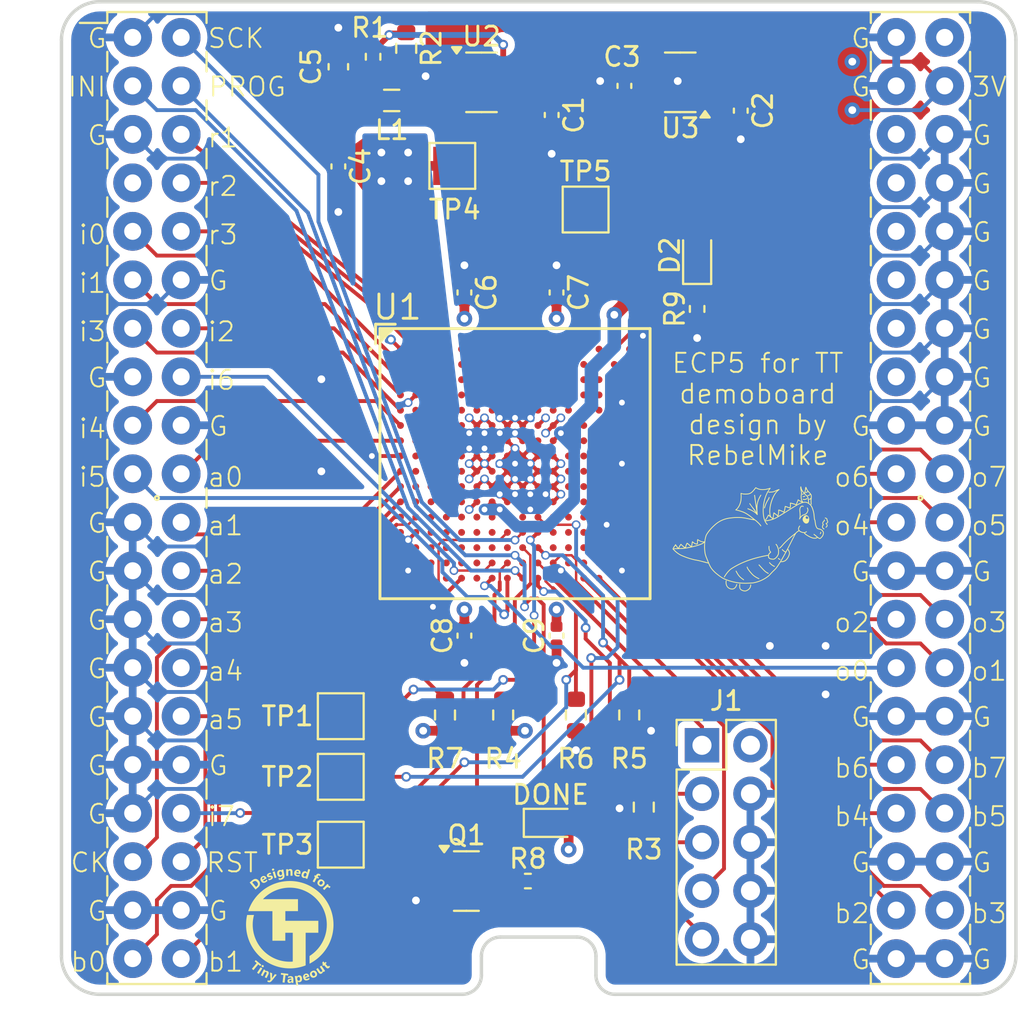
<source format=kicad_pcb>
(kicad_pcb (version 20240108) (generator "pcbnew") (generator_version "8.0")
  (layers (0 "F.Cu" signal) (1 "In1.Cu" signal) (2 "In2.Cu" signal) (31 "B.Cu" signal) (34 "B.Paste" user) (35 "F.Paste" user) (36 "B.SilkS" user "B.Silkscreen") (37 "F.SilkS" user "F.Silkscreen") (38 "B.Mask" user) (39 "F.Mask" user) (44 "Edge.Cuts" user))
  (net 0 "")
  (net 1 "Net-(D1-K)")
  (net 2 "+3V3")
  (net 3 "LED")
  (net 4 "Net-(D2-K)")
  (net 5 "uio4")
  (net 6 "uio0")
  (net 7 "uio3")
  (net 8 "GND")
  (net 9 "in5")
  (net 10 "an0")
  (net 11 "an5")
  (net 12 "an3")
  (net 13 "in3")
  (net 14 "in2")
  (net 15 "uio7")
  (net 16 "out3")
  (net 18 "an4")
  (net 19 "out0")
  (net 20 "out2")
  (net 21 "out4")
  (net 22 "out7")
  (net 23 "out6")
  (net 25 "in0")
  (net 27 "out1")
  (net 28 "in6")
  (net 30 "out5")
  (net 31 "an2")
  (net 33 "an1")
  (net 34 "uio1")
  (net 35 "in1")
  (net 36 "uio2")
  (net 37 "uio5")
  (net 38 "uio6")
  (net 40 "in7")
  (net 42 "in4")
  (net 43 "Net-(Q1-D)")
  (net 44 "Net-(U2-SW)")
  (net 45 "Net-(U2-FB)")
  (net 47 "+2V5")
  (net 48 "+1V1")
  (net 49 "TCK")
  (net 50 "Net-(U1H-CFG_0)")
  (net 51 "Net-(U1H-CFG_1)")
  (net 52 "Net-(U1H-CFG_2)")
  (net 53 "Net-(U1H-PB15A{slash}+{slash}HOLDN{slash}DI{slash}BUSY{slash}CSSPIN{slash}CEN)")
  (net 58 "proj_clk")
  (net 64 "CONFIG_INITN")
  (net 97 "CONFIG_DONE")
  (net 107 "proj_rstn")
  (net 127 "TDO")
  (net 157 "CONFIG_PROGRAMN")
  (net 162 "TDI")
  (net 185 "CONFIG_SCK")
  (net 197 "TMS")
  (net 223 "res2")
  (net 224 "res1")
  (net 225 "res3")
  (footprint "Capacitor_SMD:C_0402_1005Metric" (layer "F.Cu") (at 117.348 96.111 90)
    (property "Reference" "C8")
    (property "Value" "1u")
  )
  (footprint "Resistor_SMD:R_0603_1608Metric" (layer "F.Cu") (at 125.984 100.267 90)
    (property "Reference" "R5")
    (property "Value" "10k")
  )
  (footprint "MikeCustom:TT06_CARRIER_ON_DB" (layer "F.Cu") (at 121.239 88.9)
    (property "Reference" "J2" (hide yes))
    (property "Value" "TT06_BREAKOUT_REVA")
    (fp_line (start -25 24) (end -25 -24) (stroke (width 0.18)) (layer "Edge.Cuts"))
    (fp_line (start -23 -26) (end 23 -26) (stroke (width 0.18)) (layer "Edge.Cuts"))
    (fp_line (start -4 26) (end -23 26) (stroke (width 0.18)) (layer "Edge.Cuts"))
    (fp_line (start -3 25) (end -3 24) (stroke (width 0.18)) (layer "Edge.Cuts"))
    (fp_line (start -2 23) (end 2 23) (stroke (width 0.18)) (layer "Edge.Cuts"))
    (fp_line (start 3 24) (end 3 25) (stroke (width 0.18)) (layer "Edge.Cuts"))
    (fp_line (start 23 26) (end 4 26) (stroke (width 0.18)) (layer "Edge.Cuts"))
    (fp_line (start 25 -24) (end 25 24) (stroke (width 0.18)) (layer "Edge.Cuts"))
    (fp_arc (start -25 -24) (mid -24.414214 -25.414214) (end -23 -26) (stroke (width 0.18)) (layer "Edge.Cuts"))
    (fp_arc (start -23 26) (mid -24.414214 25.414214) (end -25 24) (stroke (width 0.18)) (layer "Edge.Cuts"))
    (fp_arc (start -3 24) (mid -2.707107 23.292893) (end -2 23) (stroke (width 0.18)) (layer "Edge.Cuts"))
    (fp_arc (start -3 25) (mid -3.292893 25.707107) (end -4 26) (stroke (width 0.18)) (layer "Edge.Cuts"))
    (fp_arc (start 2 23) (mid 2.707107 23.292893) (end 3 24) (stroke (width 0.18)) (layer "Edge.Cuts"))
    (fp_arc (start 4 26) (mid 3.292893 25.707107) (end 3 25) (stroke (width 0.18)) (layer "Edge.Cuts"))
    (fp_arc (start 23 -26) (mid 24.414214 -25.414214) (end 25 -24) (stroke (width 0.18)) (layer "Edge.Cuts"))
    (fp_arc (start 25 24) (mid 24.414214 25.414214) (end 23 26) (stroke (width 0.18)) (layer "Edge.Cuts"))
  )
  (footprint "Resistor_SMD:R_0402_1005Metric" (layer "F.Cu") (at 120.6735 108.966)
    (property "Reference" "R8")
    (property "Value" "1k")
  )
  (footprint "Resistor_SMD:R_0603_1608Metric" (layer "F.Cu") (at 114.3 65.342 -90)
    (property "Reference" "R2")
    (property "Value" "120k")
  )
  (footprint "Capacitor_SMD:C_0402_1005Metric" (layer "F.Cu") (at 121.92 68.834 -90)
    (property "Reference" "C1")
    (property "Value" "10u")
  )
  (footprint "Resistor_SMD:R_0603_1608Metric" (layer "F.Cu") (at 126.746 105.093 -90)
    (property "Reference" "R3")
    (property "Value" "10k")
  )
  (footprint "LED_SMD:LED_0603_1608Metric" (layer "F.Cu") (at 129.54 76.2 90)
    (property "Reference" "D2")
    (property "Value" "KT-0603R")
  )
  (footprint "components:CABGA-256_L14.0-W14.0-R16-C16-P0.80-TL" (layer "F.Cu") (at 120 87.1)
    (property "Reference" "U1")
    (property "Value" "LFE5U_25_CABGA256" (hide yes))
  )
  (footprint "Inductor_SMD:L_0805_2012Metric" (layer "F.Cu") (at 113.538 68.072 180)
    (property "Reference" "L1")
    (property "Value" "2.2uH")
  )
  (footprint "Capacitor_SMD:C_0402_1005Metric" (layer "F.Cu") (at 122.174 96.111 90)
    (property "Reference" "C9")
    (property "Value" "1u")
  )
  (footprint "Connector_PinHeader_2.54mm:PinHeader_2x05_P2.54mm_Vertical" (layer "F.Cu") (at 129.794 101.854)
    (property "Reference" "J1")
    (property "Value" "Conn_02x05_Odd_Even")
  )
  (footprint "Resistor_SMD:R_0402_1005Metric" (layer "F.Cu") (at 112.564 65.784 90)
    (property "Reference" "R1")
    (property "Value" "100k")
  )
  (footprint "TestPoint:TestPoint_Pad_2.0x2.0mm" (layer "F.Cu") (at 123.698 73.787)
    (property "Reference" "TP5")
    (property "Value" "TestPoint")
  )
  (footprint "Capacitor_SMD:C_0402_1005Metric" (layer "F.Cu") (at 117.348 78.133 -90)
    (property "Reference" "C6")
    (property "Value" "1u")
  )
  (footprint "Resistor_SMD:R_0402_1005Metric" (layer "F.Cu") (at 129.54 78.994 90)
    (property "Reference" "R9")
    (property "Value" "1k")
  )
  (footprint "Package_TO_SOT_SMD:SOT-23-5" (layer "F.Cu") (at 128.6565 67.122 180)
    (property "Reference" "U3")
    (property "Value" "TLV73325PDBV")
  )
  (footprint "Capacitor_SMD:C_0402_1005Metric" (layer "F.Cu") (at 125.73 67.31 90)
    (property "Reference" "C3")
    (property "Value" "1u")
  )
  (footprint "Capacitor_SMD:C_0603_1608Metric" (layer "F.Cu") (at 110.744 66.307 90)
    (property "Reference" "C5")
    (property "Value" "22u")
  )
  (footprint "Resistor_SMD:R_0603_1608Metric" (layer "F.Cu") (at 116.332 100.267 90)
    (property "Reference" "R7")
    (property "Value" "10k")
  )
  (footprint "Resistor_SMD:R_0603_1608Metric" (layer "F.Cu") (at 119.38 100.267 90)
    (property "Reference" "R4")
    (property "Value" "10k")
  )
  (footprint "Package_TO_SOT_SMD:SOT-23" (layer "F.Cu") (at 117.452 108.966)
    (property "Reference" "Q1")
    (property "Value" "Q_NMOS_GSD")
  )
  (footprint "Capacitor_SMD:C_0402_1005Metric" (layer "F.Cu") (at 122.174 78.133 -90)
    (property "Reference" "C7")
    (property "Value" "1u")
  )
  (footprint "LED_SMD:LED_0603_1608Metric" (layer "F.Cu") (at 121.9455 105.918)
    (property "Reference" "D1" (hide yes))
    (property "Value" "KT-0603R")
  )
  (footprint "Resistor_SMD:R_0603_1608Metric" (layer "F.Cu") (at 123.19 100.267 90)
    (property "Reference" "R6")
    (property "Value" "10k")
  )
  (footprint "TestPoint:TestPoint_Pad_2.0x2.0mm" (layer "F.Cu") (at 116.713 71.501)
    (property "Reference" "TP4")
    (property "Value" "TestPoint")
  )
  (footprint "TestPoint:TestPoint_Pad_2.0x2.0mm" (layer "F.Cu") (at 110.871 100.33)
    (property "Reference" "TP1")
    (property "Value" "TestPoint")
  )
  (footprint "Package_TO_SOT_SMD:SOT-23-5" (layer "F.Cu") (at 118.2425 67.122)
    (property "Reference" "U2")
    (property "Value" "TLV62565DBVx")
  )
  (footprint "TestPoint:TestPoint_Pad_2.0x2.0mm" (layer "F.Cu") (at 110.871 107.061)
    (property "Reference" "TP3")
    (property "Value" "TestPoint")
  )
  (footprint "Capacitor_SMD:C_0402_1005Metric" (layer "F.Cu") (at 131.826 68.608 -90)
    (property "Reference" "C2")
    (property "Value" "1u")
  )
  (footprint "Capacitor_SMD:C_0402_1005Metric" (layer "F.Cu") (at 110.744 71.529 -90)
    (property "Reference" "C4")
    (property "Value" "10u")
  )
  (footprint "TestPoint:TestPoint_Pad_2.0x2.0mm" (layer "F.Cu") (at 110.871 103.505)
    (property "Reference" "TP2")
    (property "Value" "TestPoint")
  )
  (gr_poly (pts (xy 109.703741 108.580509) (xy 109.710442 108.581193) (xy 109.717194 108.582228) (xy 109.723997 108.583613) (xy 109.730851 108.585348) (xy 109.737757 108.587433) (xy 109.744713 108.589868) (xy 109.751721 108.592653) (xy 109.758779 108.595788) (xy 109.765889 108.599274) (xy 109.77305 108.603109) (xy 109.779891 108.607047) (xy 109.786338 108.611005) (xy 109.792388 108.614983) (xy 109.798043 108.61898) (xy 109.803303 108.622997) (xy 109.805784 108.625013) (xy 109.808166 108.627033) (xy 109.81045 108.629059) (xy 109.812634 108.631089) (xy 109.81472 108.633125) (xy 109.816707 108.635165) (xy 109.77644 108.707321) (xy 109.774685 108.705223) (xy 109.77291 108.703187) (xy 109.771117 108.701213) (xy 109.769304 108.6993) (xy 109.767472 108.697448) (xy 109.765621 108.695658) (xy 109.76375 108.693929) (xy 109.761861 108.692261) (xy 109.759952 108.690655) (xy 109.758023 108.68911) (xy 109.756076 108.687627) (xy 109.754109 108.686204) (xy 109.752123 108.684844) (xy 109.750118 108.683544) (xy 109.748094 108.682307) (xy 109.74605 108.68113) (xy 109.743281 108.679647) (xy 109.740546 108.678306) (xy 109.737845 108.677109) (xy 109.735179 108.676055) (xy 109.732547 108.675144) (xy 109.72995 108.674376) (xy 109.727386 108.673751) (xy 109.724857 108.67327) (xy 109.722362 108.672931) (xy 109.719902 108.672736) (xy 109.717476 108.672683) (xy 109.715084 108.672774) (xy 109.712727 108.673008) (xy 109.710404 108.673385) (xy 109.708115 108.673905) (xy 109.705861 108.674569) (xy 109.703641 108.675375) (xy 109.701455 108.676325) (xy 109.699304 108.677418) (xy 109.697186 108.678653) (xy 109.695104 108.680032) (xy 109.693055 108.681554) (xy 109.691041 108.68322) (xy 109.689061 108.685028) (xy 109.687116 108.686979) (xy 109.685205 108.689074) (xy 109.683328 108.691311) (xy 109.681485 108.693692) (xy 109.679677 108.696216) (xy 109.677903 108.698883) (xy 109.674459 108.704647) (xy 109.656617 108.736618) (xy 109.725252 108.77492) (xy 109.687113 108.843262) (xy 109.618478 108.804959) (xy 109.489003 109.036971) (xy 109.39661 108.98541) (xy 109.526084 108.753399) (xy 109.475633 108.725245) (xy 109.513773 108.656903) (xy 109.564223 108.685056) (xy 109.585011 108.647805) (xy 109.588679 108.64154) (xy 109.592521 108.635576) (xy 109.596537 108.629914) (xy 109.600728 108.624553) (xy 109.605093 108.619494) (xy 109.609632 108.614737) (xy 109.614345 108.610281) (xy 109.619233 108.606127) (xy 109.624295 108.602274) (xy 109.629531 108.598723) (xy 109.634941 108.595474) (xy 109.640526 108.592526) (xy 109.646285 108.58988) (xy 109.652218 108.587535) (xy 109.658326 108.585492) (xy 109.664608 108.583751) (xy 109.671002 108.582336) (xy 109.677448 108.58127) (xy 109.683945 108.580555) (xy 109.690492 108.580189) (xy 109.697091 108.580174)) (stroke (width -0.000001)) (fill solid) (layer "F.SilkS"))
  (gr_poly (pts (xy 108.316867 108.965941) (xy 108.43297 108.974796) (xy 108.547404 108.989377) (xy 108.660024 109.009539) (xy 108.770685 109.035138) (xy 108.879243 109.066029) (xy 108.985554 109.102066) (xy 109.089471 109.143105) (xy 109.190852 109.189002) (xy 109.289552 109.23961) (xy 109.385426 109.294786) (xy 109.478329 109.354385) (xy 109.568117 109.418261) (xy 109.654646 109.486269) (xy 109.73777 109.558266) (xy 109.817346 109.634106) (xy 109.893229 109.713644) (xy 109.965274 109.796735) (xy 110.033336 109.883235) (xy 110.097272 109.972999) (xy 110.156937 110.065881) (xy 110.212186 110.161738) (xy 110.262874 110.260423) (xy 110.308857 110.361793) (xy 110.349991 110.465702) (xy 110.386131 110.572005) (xy 110.417132 110.680558) (xy 110.44285 110.791216) (xy 110.46314 110.903834) (xy 110.477858 111.018267) (xy 110.486859 111.134371) (xy 110.49 111.252) (xy 110.488512 111.335166) (xy 110.484081 111.417596) (xy 110.47676 111.499239) (xy 110.466598 111.580043) (xy 110.453645 111.659958) (xy 110.437954 111.738933) (xy 110.419573 111.816917) (xy 110.398555 111.893858) (xy 110.37495 111.969706) (xy 110.348807 112.04441) (xy 110.32018 112.117918) (xy 110.289117 112.19018) (xy 110.255669 112.261144) (xy 110.219888 112.33076) (xy 110.181823 112.398976) (xy 110.141527 112.465743) (xy 110.099049 112.531007) (xy 110.054439 112.594719) (xy 110.00775 112.656828) (xy 109.959031 112.717282) (xy 109.908333 112.776031) (xy 109.855707 112.833023) (xy 109.801203 112.888208) (xy 109.744873 112.941534) (xy 109.686767 112.99295) (xy 109.626935 113.042406) (xy 109.565429 113.08985) (xy 109.502299 113.135232) (xy 109.437595 113.1785) (xy 109.371369 113.219603) (xy 109.303671 113.258491) (xy 109.234552 113.295112) (xy 109.234552 112.892681) (xy 109.33427 112.825149) (xy 109.429453 112.751715) (xy 109.519839 112.672643) (xy 109.605167 112.588197) (xy 109.685174 112.498643) (xy 109.759599 112.404243) (xy 109.828179 112.305264) (xy 109.890652 112.20197) (xy 109.946757 112.094624) (xy 109.996232 111.983492) (xy 110.038813 111.868839) (xy 110.07424 111.750928) (xy 110.102251 111.630024) (xy 110.122583 111.506391) (xy 110.134974 111.380295) (xy 110.139163 111.252) (xy 110.136634 111.152319) (xy 110.129129 111.053931) (xy 110.11677 110.956957) (xy 110.099681 110.86152) (xy 110.077985 110.767743) (xy 110.051803 110.67575) (xy 110.02126 110.585662) (xy 109.986477 110.497603) (xy 109.947578 110.411695) (xy 109.904686 110.328061) (xy 109.857922 110.246825) (xy 109.807411 110.168108) (xy 109.753274 110.092034) (xy 109.695635 110.018725) (xy 109.634617 109.948305) (xy 109.570342 109.880896) (xy 109.502933 109.816621) (xy 109.432512 109.755602) (xy 109.359204 109.697963) (xy 109.28313 109.643827) (xy 109.204413 109.593315) (xy 109.123177 109.546552) (xy 109.039543 109.503659) (xy 108.953635 109.46476) (xy 108.865576 109.429978) (xy 108.775488 109.399434) (xy 108.683495 109.373253) (xy 108.589718 109.351556) (xy 108.494281 109.334468) (xy 108.397307 109.322109) (xy 108.298918 109.314604) (xy 108.199238 109.312075) (xy 108.096356 109.314773) (xy 107.994824 109.322777) (xy 107.894784 109.33595) (xy 107.796376 109.354156) (xy 107.699742 109.37726) (xy 107.605023 109.405125) (xy 107.512359 109.437616) (xy 107.421892 109.474595) (xy 107.333762 109.515928) (xy 107.248112 109.561478) (xy 107.165082 109.61111) (xy 107.084812 109.664686) (xy 107.007445 109.722071) (xy 106.933121 109.78313) (xy 106.861982 109.847725) (xy 106.794168 109.915722) (xy 108.629185 109.915722) (xy 108.629185 110.541726) (xy 107.967066 110.541726) (xy 107.967066 111.049064) (xy 109.695456 111.049064) (xy 109.695456 111.675069) (xy 109.031616 111.675069) (xy 109.031616 113.384542) (xy 108.96213 113.410496) (xy 108.891695 113.434173) (xy 108.820334 113.455553) (xy 108.748066 113.474615) (xy 108.674911 113.49134) (xy 108.600889 113.505706) (xy 108.526021 113.517694) (xy 108.450327 113.527284) (xy 108.443448 113.527284) (xy 108.421521 113.529837) (xy 108.399593 113.532228) (xy 108.377666 113.534298) (xy 108.366702 113.535161) (xy 108.355739 113.535883) (xy 108.316022 113.53814) (xy 108.276628 113.539752) (xy 108.237234 113.54072) (xy 108.197517 113.541042) (xy 108.079889 113.538058) (xy 107.963785 113.529203) (xy 107.849352 113.514622) (xy 107.736734 113.49446) (xy 107.626076 113.468861) (xy 107.517523 113.43797) (xy 107.41122 113.401933) (xy 107.307311 113.360894) (xy 107.205941 113.314998) (xy 107.107255 113.264389) (xy 107.011399 113.209213) (xy 106.918517 113.149615) (xy 106.828753 113.085739) (xy 106.742253 113.01773) (xy 106.659162 112.945733) (xy 106.579624 112.869894) (xy 106.503784 112.790356) (xy 106.431787 112.707264) (xy 106.363778 112.620764) (xy 106.299902 112.531001) (xy 106.240304 112.438118) (xy 106.185128 112.342262) (xy 106.13452 112.243576) (xy 106.088623 112.142207) (xy 106.047584 112.038298) (xy 106.011547 111.931994) (xy 105.980656 111.823441) (xy 105.955057 111.712783) (xy 105.934895 111.600165) (xy 105.920314 111.485732) (xy 105.911459 111.369628) (xy 105.908475 111.252) (xy 105.909362 111.186463) (xy 105.912022 111.12143) (xy 105.916456 111.056921) (xy 105.922663 110.992956) (xy 105.930644 110.929555) (xy 105.940399 110.866739) (xy 105.951927 110.804528) (xy 105.965228 110.742941) (xy 106.326384 110.742941) (xy 106.31059 110.803964) (xy 106.296772 110.865772) (xy 106.284968 110.928346) (xy 106.27522 110.991666) (xy 106.267569 111.055712) (xy 106.262053 111.120462) (xy 106.258715 111.185898) (xy 106.257593 111.252) (xy 106.260122 111.35168) (xy 106.267627 111.450069) (xy 106.279985 111.547043) (xy 106.297074 111.64248) (xy 106.31877 111.736256) (xy 106.344952 111.82825) (xy 106.375495 111.918338) (xy 106.410278 112.006397) (xy 106.449177 112.092305) (xy 106.49207 112.175938) (xy 106.538833 112.257175) (xy 106.589344 112.335891) (xy 106.643481 112.411965) (xy 106.70112 112.485274) (xy 106.762138 112.555694) (xy 106.826414 112.623103) (xy 106.893823 112.687379) (xy 106.964243 112.748397) (xy 107.037551 112.806036) (xy 107.113625 112.860173) (xy 107.192342 112.910684) (xy 107.273579 112.957447) (xy 107.357212 113.00034) (xy 107.44312 113.039239) (xy 107.531179 113.074022) (xy 107.621267 113.104565) (xy 107.713261 113.130747) (xy 107.807037 113.152443) (xy 107.902474 113.169532) (xy 107.999448 113.18189) (xy 108.097837 113.189395) (xy 108.197517 113.191924) (xy 108.237476 113.191575) (xy 108.257405 113.191108) (xy 108.277273 113.19042) (xy 108.297061 113.189489) (xy 108.316748 113.188297) (xy 108.336314 113.186822) (xy 108.355739 113.185046) (xy 108.355739 111.675069) (xy 107.965346 111.675069) (xy 107.965346 112.092978) (xy 107.289468 112.092978) (xy 107.289468 110.543446) (xy 106.021981 110.543446) (xy 106.036249 110.501083) (xy 106.051312 110.459129) (xy 106.067161 110.417588) (xy 106.083786 110.376465) (xy 106.101177 110.335765) (xy 106.119324 110.295493) (xy 106.138217 110.255655) (xy 106.157845 110.216255) (xy 106.178199 110.177299) (xy 106.199268 110.138791) (xy 106.221042 110.100736) (xy 106.243512 110.06314) (xy 106.266667 110.026008) (xy 106.290497 109.989344) (xy 106.314992 109.953153) (xy 106.340143 109.917442) (xy 106.421199 109.811495) (xy 106.508128 109.710522) (xy 106.600675 109.614779) (xy 106.698585 109.524523) (xy 106.801604 109.44001) (xy 106.909478 109.361499) (xy 107.021952 109.289245) (xy 107.138771 109.223506) (xy 107.259682 109.164538) (xy 107.384429 109.112599) (xy 107.512759 109.067946) (xy 107.644417 109.030835) (xy 107.779148 109.001524) (xy 107.916698 108.980269) (xy 108.056813 108.967328) (xy 108.199238 108.962957)) (stroke (width -0.000001)) (fill solid) (layer "F.SilkS"))
  (gr_poly (pts (xy 108.706805 113.903554) (xy 108.71425 113.903997) (xy 108.721516 113.904833) (xy 108.728604 113.906062) (xy 108.735513 113.907684) (xy 108.742243 113.909699) (xy 108.748794 113.912106) (xy 108.755166 113.914907) (xy 108.76136 113.9181) (xy 108.767375 113.921686) (xy 108.773211 113.925664) (xy 108.778868 113.930036) (xy 108.784346 113.9348) (xy 108.78965 113.939864) (xy 108.794711 113.94523) (xy 108.799532 113.950897) (xy 108.804112 113.956866) (xy 108.80845 113.963137) (xy 108.812547 113.96971) (xy 108.816403 113.976584) (xy 108.820017 113.983761) (xy 108.82339 113.991239) (xy 108.826522 113.99902) (xy 108.829413 114.007102) (xy 108.832062 114.015486) (xy 108.834471 114.024171) (xy 108.836638 114.033159) (xy 108.838563 114.042448) (xy 108.840248 114.05204) (xy 108.841766 114.062548) (xy 108.842913 114.072847) (xy 108.843689 114.082938) (xy 108.844094 114.09282) (xy 108.844128 114.102493) (xy 108.84379 114.111957) (xy 108.843082 114.121212) (xy 108.842003 114.130258) (xy 108.840552 114.139095) (xy 108.838731 114.147724) (xy 108.836538 114.156144) (xy 108.833975 114.164354) (xy 108.83104 114.172356) (xy 108.827734 114.180149) (xy 108.824057 114.187734) (xy 108.820009 114.195109) (xy 108.815676 114.20219) (xy 108.811061 114.208904) (xy 108.806164 114.215252) (xy 108.800985 114.221233) (xy 108.795523 114.226847) (xy 108.789779 114.232094) (xy 108.783754 114.236975) (xy 108.777446 114.24149) (xy 108.770856 114.245637) (xy 108.763984 114.249418) (xy 108.75683 114.252832) (xy 108.749394 114.25588) (xy 108.741675 114.258561) (xy 108.733675 114.260875) (xy 108.725392 114.262823) (xy 108.716827 114.264404) (xy 108.709242 114.26543) (xy 108.701825 114.266046) (xy 108.694576 114.266253) (xy 108.687495 114.26605) (xy 108.680582 114.265438) (xy 108.673837 114.264415) (xy 108.66726 114.262983) (xy 108.660852 114.261142) (xy 108.654612 114.25889) (xy 108.648539 114.256229) (xy 108.642635 114.253159) (xy 108.636899 114.249678) (xy 108.631331 114.245788) (xy 108.625931 114.241488) (xy 108.620699 114.236779) (xy 108.615636 114.23166) (xy 108.615636 114.231658) (xy 108.61431 114.231853) (xy 108.64572 114.427526) (xy 108.540919 114.444351) (xy 108.480665 114.068999) (xy 108.588491 114.068999) (xy 108.588496 114.073569) (xy 108.588678 114.078239) (xy 108.589038 114.083008) (xy 108.589576 114.087875) (xy 108.590292 114.092842) (xy 108.59029 114.092843) (xy 108.594658 114.120039) (xy 108.595428 114.124371) (xy 108.596326 114.128579) (xy 108.597354 114.132662) (xy 108.59851 114.136621) (xy 108.599796 114.140456) (xy 108.60121 114.144166) (xy 108.602753 114.147753) (xy 108.604425 114.151214) (xy 108.606226 114.154552) (xy 108.608155 114.157765) (xy 108.610214 114.160854) (xy 108.612401 114.163818) (xy 108.614718 114.166658) (xy 108.617163 114.169374) (xy 108.619737 114.171965) (xy 108.62244 114.174432) (xy 108.625239 114.176743) (xy 108.628101 114.178866) (xy 108.631026 114.180801) (xy 108.634013 114.182547) (xy 108.637063 114.184105) (xy 108.640176 114.185475) (xy 108.643352 114.186657) (xy 108.64659 114.187651) (xy 108.649892 114.188456) (xy 108.653256 114.189074) (xy 108.656683 114.189503) (xy 108.660173 114.189744) (xy 108.663725 114.189797) (xy 108.667341 114.189662) (xy 108.671019 114.189338) (xy 108.67476 114.188827) (xy 108.679157 114.188011) (xy 108.683392 114.187001) (xy 108.687465 114.185796) (xy 108.691377 114.184396) (xy 108.695128 114.182802) (xy 108.698717 114.181012) (xy 108.702145 114.179028) (xy 108.705411 114.17685) (xy 108.708515 114.174476) (xy 108.711459 114.171908) (xy 108.71424 114.169145) (xy 108.716861 114.166187) (xy 108.719319 114.163035) (xy 108.721617 114.159688) (xy 108.723752 114.156146) (xy 108.725727 114.152409) (xy 108.727563 114.14845) (xy 108.729215 114.144338) (xy 108.730683 114.140072) (xy 108.731967 114.135652) (xy 108.733067 114.131078) (xy 108.733982 114.12635) (xy 108.734714 114.121469) (xy 108.735261 114.116433) (xy 108.735624 114.111244) (xy 108.735803 114.105901) (xy 108.735797 114.100405) (xy 108.735608 114.094754) (xy 108.735234 114.08895) (xy 108.734676 114.082991) (xy 108.733934 114.076879) (xy 108.733008 114.070614) (xy 108.730996 114.059814) (xy 108.728551 114.049801) (xy 108.725675 114.040575) (xy 108.724075 114.036257) (xy 108.722367 114.032136) (xy 108.720551 114.028212) (xy 108.718627 114.024484) (xy 108.716595 114.020953) (xy 108.714455 114.017619) (xy 108.712207 114.014481) (xy 108.709851 114.011541) (xy 108.707388 114.008797) (xy 108.704816 114.006249) (xy 108.702136 114.003899) (xy 108.699349 114.001745) (xy 108.696453 113.999788) (xy 108.69345 113.998027) (xy 108.690338 113.996464) (xy 108.687119 113.995097) (xy 108.683792 113.993927) (xy 108.680356 113.992953) (xy 108.676813 113.992176) (xy 108.673162 113.991596) (xy 108.669402 113.991213) (xy 108.665535 113.991027) (xy 108.66156 113.991037) (xy 108.657477 113.991244) (xy 108.653286 113.991647) (xy 108.648987 113.992248) (xy 108.645027 113.992982) (xy 108.641188 113.993892) (xy 108.63747 113.994981) (xy 108.633874 113.996246) (xy 108.630399 113.997689) (xy 108.627046 113.999309) (xy 108.623814 114.001106) (xy 108.620704 114.00308) (xy 108.617715 114.005231) (xy 108.614848 114.00756) (xy 108.612102 114.010066) (xy 108.609478 114.012749) (xy 108.606975 114.01561) (xy 108.604593 114.018648) (xy 108.602333 114.021862) (xy 108.600195 114.025255) (xy 108.598241 114.028736) (xy 108.596465 114.032317) (xy 108.594867 114.035997) (xy 108.593447 114.039775) (xy 108.592205 114.043653) (xy 108.591141 114.04763) (xy 108.590255 114.051706) (xy 108.589547 114.05588) (xy 108.589017 114.060154) (xy 108.588665 114.064527) (xy 108.588491 114.068999) (xy 108.480665 114.068999) (xy 108.461327 113.948534) (xy 108.566128 113.931711) (xy 108.574327 113.982785) (xy 108.575653 113.982589) (xy 108.579473 113.974602) (xy 108.583613 113.967039) (xy 108.588073 113.9599) (xy 108.592855 113.953186) (xy 108.597957 113.946896) (xy 108.603379 113.94103) (xy 108.609122 113.935589) (xy 108.615186 113.930571) (xy 108.62157 113.925979) (xy 108.628275 113.92181) (xy 108.6353 113.918066) (xy 108.642646 113.914746) (xy 108.650313 113.91185) (xy 108.6583 113.909378) (xy 108.666608 113.907331) (xy 108.675236 113.905708) (xy 108.683396 113.904581) (xy 108.691378 113.903845) (xy 108.699181 113.903503)) (stroke (width -0.000001)) (fill solid) (layer "F.SilkS"))
  (gr_poly (pts (xy 131.064 93.218) (xy 131.065085 93.218087) (xy 131.066169 93.218228) (xy 131.067245 93.21842) (xy 131.068306 93.218664) (xy 131.069349 93.218959) (xy 131.070374 93.219304) (xy 131.071378 93.219697) (xy 131.07236 93.220139) (xy 131.073318 93.220628) (xy 131.074251 93.221162) (xy 131.075156 93.221742) (xy 131.076032 93.222365) (xy 131.076878 93.223031) (xy 131.077692 93.223739) (xy 131.078472 93.224488) (xy 131.079216 93.225277) (xy 131.079923 93.226105) (xy 131.08059 93.22697) (xy 131.081215 93.227867) (xy 131.081791 93.228791) (xy 131.082319 93.229738) (xy 131.082798 93.230707) (xy 131.083229 93.231696) (xy 131.083609 93.232703) (xy 131.08394 93.233726) (xy 131.08422 93.234764) (xy 131.084449 93.235814) (xy 131.084627 93.236875) (xy 131.084752 93.237944) (xy 131.084826 93.239021) (xy 131.084846 93.240101) (xy 131.084813 93.241185) (xy 131.084726 93.24227) (xy 131.084585 93.243354) (xy 131.081846 93.263222) (xy 131.079813 93.282533) (xy 131.07847 93.301292) (xy 131.077798 93.319502) (xy 131.077779 93.337168) (xy 131.078395 93.354293) (xy 131.079628 93.370882) (xy 131.08146 93.386939) (xy 131.083873 93.402467) (xy 131.086849 93.417472) (xy 131.090369 93.431956) (xy 131.094416 93.445924) (xy 131.098972 93.45938) (xy 131.104019 93.472329) (xy 131.109538 93.484773) (xy 131.115512 93.496718) (xy 131.121922 93.508167) (xy 131.128751 93.519125) (xy 131.13598 93.529595) (xy 131.143591 93.539581) (xy 131.151567 93.549088) (xy 131.159889 93.55812) (xy 131.16854 93.56668) (xy 131.1775 93.574773) (xy 131.186753 93.582403) (xy 131.19628 93.589574) (xy 131.206063 93.59629) (xy 131.216084 93.602555) (xy 131.226325 93.608373) (xy 131.236768 93.613748) (xy 131.247395 93.618684) (xy 131.258187 93.623186) (xy 131.269671 93.627511) (xy 131.281224 93.631449) (xy 131.292832 93.634978) (xy 131.304474 93.638073) (xy 131.316135 93.640711) (xy 131.327795 93.642869) (xy 131.339439 93.644523) (xy 131.351047 93.645649) (xy 131.362603 93.646224) (xy 131.374089 93.646225) (xy 131.385487 93.645628) (xy 131.39678 93.644409) (xy 131.407949 93.642545) (xy 131.418978 93.640013) (xy 131.429848 93.636788) (xy 131.440543 93.632848) (xy 131.452956 93.627274) (xy 131.465187 93.620694) (xy 131.477197 93.613109) (xy 131.488945 93.604521) (xy 131.50039 93.594931) (xy 131.511491 93.58434) (xy 131.522209 93.57275) (xy 131.532503 93.560161) (xy 131.542331 93.546576) (xy 131.551654 93.531994) (xy 131.560431 93.516418) (xy 131.568621 93.499849) (xy 131.576185 93.482288) (xy 131.58308 93.463736) (xy 131.589268 93.444194) (xy 131.594706 93.423664) (xy 131.594998 93.422571) (xy 131.595341 93.421506) (xy 131.595734 93.42047) (xy 131.596174 93.419463) (xy 131.596661 93.418487) (xy 131.597192 93.417542) (xy 131.597766 93.41663) (xy 131.598382 93.415752) (xy 131.599037 93.414908) (xy 131.599729 93.4141) (xy 131.600458 93.413328) (xy 131.601222 93.412595) (xy 131.602018 93.4119) (xy 131.602846 93.411244) (xy 131.603703 93.41063) (xy 131.604588 93.410057) (xy 131.605499 93.409527) (xy 131.606435 93.409041) (xy 131.607394 93.4086) (xy 131.608375 93.408204) (xy 131.609374 93.407856) (xy 131.610392 93.407555) (xy 131.611426 93.407303) (xy 131.612475 93.407101) (xy 131.613537 93.40695) (xy 131.61461 93.406851) (xy 131.615693 93.406805) (xy 131.616784 93.406813) (xy 131.617881 93.406876) (xy 131.618983 93.406995) (xy 131.620088 93.407171) (xy 131.621194 93.407406) (xy 131.622251 93.407686) (xy 131.623289 93.408018) (xy 131.624306 93.408399) (xy 131.625299 93.408828) (xy 131.626268 93.409305) (xy 131.62721 93.409827) (xy 131.628125 93.410395) (xy 131.629011 93.411006) (xy 131.629866 93.41166) (xy 131.630688 93.412355) (xy 131.631476 93.41309) (xy 131.632228 93.413865) (xy 131.632943 93.414677) (xy 131.633619 93.415526) (xy 131.634255 93.416411) (xy 131.634849 93.41733) (xy 131.635396 93.418277) (xy 131.635893 93.419247) (xy 131.636341 93.420236) (xy 131.636737 93.421243) (xy 131.637083 93.422265) (xy 131.637378 93.423302) (xy 131.637622 93.424351) (xy 131.637814 93.425409) (xy 131.637954 93.426476) (xy 131.638041 93.427549) (xy 131.638076 93.428626) (xy 131.638058 93.429706) (xy 131.637987 93.430786) (xy 131.637863 93.431864) (xy 131.637684 93.432939) (xy 131.637452 93.434008) (xy 131.631475 93.456552) (xy 131.624622 93.478161) (xy 131.61693 93.498819) (xy 131.608435 93.518511) (xy 131.599174 93.53722) (xy 131.589183 93.554931) (xy 131.578499 93.571628) (xy 131.567157 93.587295) (xy 131.555195 93.601916) (xy 131.542649 93.615476) (xy 131.529554 93.627959) (xy 131.515949 93.639349) (xy 131.501869 93.64963) (xy 131.48735 93.658787) (xy 131.472429 93.666803) (xy 131.457142 93.673663) (xy 131.443808 93.678585) (xy 131.430358 93.682597) (xy 131.416814 93.685737) (xy 131.403197 93.688041) (xy 131.389531 93.689548) (xy 131.375836 93.690294) (xy 131.362134 93.690317) (xy 131.348449 93.689654) (xy 131.334801 93.688342) (xy 131.321212 93.686418) (xy 131.307705 93.683919) (xy 131.294301 93.680883) (xy 131.281023 93.677348) (xy 131.267891 93.673349) (xy 131.254929 93.668925) (xy 131.242158 93.664113) (xy 131.217475 93.653148) (xy 131.193674 93.640034) (xy 131.170913 93.62478) (xy 131.14935 93.607396) (xy 131.129139 93.587895) (xy 131.11044 93.566286) (xy 131.093407 93.542581) (xy 131.078199 93.516789) (xy 131.064973 93.488922) (xy 131.053884 93.458991) (xy 131.045091 93.427006) (xy 131.03875 93.392977) (xy 131.035017 93.356916) (xy 131.034051 93.318833) (xy 131.036007 93.27874) (xy 131.041043 93.236645) (xy 131.041235 93.235569) (xy 131.041478 93.234509) (xy 131.041773 93.233465) (xy 131.042118 93.23244) (xy 131.042512 93.231436) (xy 131.042954 93.230454) (xy 131.043442 93.229496) (xy 131.043977 93.228563) (xy 131.044556 93.227658) (xy 131.04518 93.226781) (xy 131.045846 93.225935) (xy 131.046554 93.225122) (xy 131.047303 93.224342) (xy 131.048091 93.223598) (xy 131.048919 93.222891) (xy 131.049784 93.222223) (xy 131.050682 93.221599) (xy 131.051605 93.221022) (xy 131.052552 93.220494) (xy 131.053521 93.220014) (xy 131.05451 93.219584) (xy 131.055517 93.219203) (xy 131.056541 93.218873) (xy 131.057579 93.218593) (xy 131.058629 93.218364) (xy 131.05969 93.218186) (xy 131.060759 93.21806) (xy 131.061835 93.217987) (xy 131.062916 93.217967)) (stroke (width -0.000001)) (fill solid) (layer "F.SilkS"))
  (gr_poly (pts (xy 132.879538 88.728063) (xy 132.880613 88.728121) (xy 132.881683 88.728231) (xy 132.882745 88.728394) (xy 132.883798 88.728608) (xy 132.88484 88.728874) (xy 132.885869 88.72919) (xy 132.886883 88.729557) (xy 132.88788 88.729975) (xy 132.888858 88.730442) (xy 132.889816 88.730959) (xy 132.89075 88.731526) (xy 132.891691 88.732155) (xy 132.89259 88.732825) (xy 132.893445 88.733532) (xy 132.894257 88.734275) (xy 132.895025 88.735052) (xy 132.895748 88.735861) (xy 132.896427 88.7367) (xy 132.89706 88.737567) (xy 132.897648 88.73846) (xy 132.89819 88.739378) (xy 132.898685 88.740319) (xy 132.899133 88.74128) (xy 132.899534 88.742259) (xy 132.899886 88.743256) (xy 132.900191 88.744267) (xy 132.900447 88.745291) (xy 132.900654 88.746326) (xy 132.900811 88.74737) (xy 132.900918 88.748422) (xy 132.900975 88.749479) (xy 132.900981 88.750539) (xy 132.900936 88.751601) (xy 132.900839 88.752662) (xy 132.90069 88.753721) (xy 132.900488 88.754776) (xy 132.900234 88.755825) (xy 132.899926 88.756865) (xy 132.899564 88.757896) (xy 132.899148 88.758915) (xy 132.898677 88.75992) (xy 132.898152 88.760909) (xy 132.89757 88.761881) (xy 132.86086 88.822089) (xy 132.828349 88.880662) (xy 132.799856 88.938025) (xy 132.775201 88.994602) (xy 132.754204 89.050819) (xy 132.736685 89.107099) (xy 132.722464 89.163866) (xy 132.711361 89.221546) (xy 132.703195 89.280563) (xy 132.697788 89.341342) (xy 132.694957 89.404306) (xy 132.694525 89.46988) (xy 132.69631 89.53849) (xy 132.700132 89.610558) (xy 132.713168 89.766771) (xy 132.713148 89.767112) (xy 132.713123 89.767454) (xy 132.713092 89.767794) (xy 132.713056 89.768135) (xy 132.713098 89.768588) (xy 132.713131 89.769042) (xy 132.713154 89.769497) (xy 132.713168 89.769952) (xy 132.713104 89.770312) (xy 132.713033 89.770671) (xy 132.712957 89.771028) (xy 132.712875 89.771384) (xy 132.712786 89.771739) (xy 132.712692 89.772093) (xy 132.712592 89.772444) (xy 132.712486 89.772794) (xy 132.712411 89.773286) (xy 132.712325 89.773775) (xy 132.712228 89.774263) (xy 132.712119 89.774748) (xy 132.712 89.77523) (xy 132.71187 89.77571) (xy 132.711729 89.776186) (xy 132.711578 89.77666) (xy 132.711499 89.776975) (xy 132.711416 89.777288) (xy 132.711329 89.777601) (xy 132.711236 89.777912) (xy 132.71118 89.778082) (xy 132.711122 89.778253) (xy 132.710926 89.778563) (xy 132.710726 89.778871) (xy 132.71052 89.779174) (xy 132.710309 89.779475) (xy 132.710094 89.779771) (xy 132.709873 89.780065) (xy 132.709648 89.780354) (xy 132.709417 89.78064) (xy 132.709164 89.781059) (xy 132.708902 89.781473) (xy 132.708631 89.78188) (xy 132.708351 89.782282) (xy 132.708062 89.782677) (xy 132.707764 89.783066) (xy 132.707458 89.783448) (xy 132.707143 89.783823) (xy 132.707006 89.783984) (xy 132.706868 89.784144) (xy 132.706728 89.784302) (xy 132.706587 89.784459) (xy 132.706444 89.784614) (xy 132.7063 89.784768) (xy 132.706154 89.784921) (xy 132.706007 89.785073) (xy 132.705951 89.785158) (xy 132.705894 89.785244) (xy 132.705836 89.785329) (xy 132.705778 89.785414) (xy 132.705665 89.785414) (xy 132.705552 89.785414) (xy 132.705383 89.78553) (xy 132.705213 89.785644) (xy 132.705042 89.785758) (xy 132.70487 89.785869) (xy 132.704638 89.786065) (xy 132.704402 89.786259) (xy 132.704164 89.786448) (xy 132.703924 89.786635) (xy 132.703681 89.786818) (xy 132.703435 89.786998) (xy 132.703187 89.787174) (xy 132.702936 89.787347) (xy 132.702621 89.787552) (xy 132.702302 89.78775) (xy 132.70198 89.787943) (xy 132.701655 89.788131) (xy 132.701326 89.788313) (xy 132.700995 89.78849) (xy 132.70066 89.788661) (xy 132.700323 89.788826) (xy 132.700042 89.789003) (xy 132.699759 89.789175) (xy 132.699473 89.789344) (xy 132.699185 89.789508) (xy 132.699043 89.789452) (xy 132.6989 89.789395) (xy 132.698759 89.789338) (xy 132.698617 89.789279) (xy 132.697987 89.789549) (xy 132.697349 89.789799) (xy 132.696704 89.790029) (xy 132.696052 89.790238) (xy 132.695394 89.790428) (xy 132.694731 89.790597) (xy 132.694062 89.790745) (xy 132.693388 89.790872) (xy 132.692154 89.790895) (xy 132.690928 89.79085) (xy 132.689711 89.790736) (xy 132.688508 89.790556) (xy 132.687319 89.790311) (xy 132.686149 89.790001) (xy 132.684999 89.789628) (xy 132.683872 89.789192) (xy 132.68277 89.788696) (xy 132.681697 89.788139) (xy 132.680654 89.787523) (xy 132.679645 89.786849) (xy 132.678672 89.786119) (xy 132.677737 89.785332) (xy 132.676843 89.784491) (xy 132.675993 89.783596) (xy 132.67568 89.783574) (xy 132.675367 89.783548) (xy 132.675055 89.783517) (xy 132.674743 89.783482) (xy 132.646226 89.752567) (xy 132.61738 89.724027) (xy 132.588222 89.697696) (xy 132.558765 89.673407) (xy 132.529024 89.650993) (xy 132.499013 89.630288) (xy 132.468747 89.611125) (xy 132.43824 89.593336) (xy 132.407507 89.576755) (xy 132.376562 89.561216) (xy 132.345419 89.546551) (xy 132.314093 89.532593) (xy 132.25095 89.506134) (xy 132.187247 89.480502) (xy 132.186213 89.480052) (xy 132.185214 89.479556) (xy 132.18425 89.479015) (xy 132.183322 89.478431) (xy 132.182431 89.477807) (xy 132.181578 89.477143) (xy 132.180763 89.476442) (xy 132.179987 89.475705) (xy 132.179251 89.474935) (xy 132.178556 89.474132) (xy 132.177902 89.4733) (xy 132.17729 89.472438) (xy 132.176722 89.47155) (xy 132.176197 89.470637) (xy 132.175716 89.469701) (xy 132.175281 89.468744) (xy 132.174891 89.467767) (xy 132.174549 89.466772) (xy 132.174254 89.465761) (xy 132.174007 89.464736) (xy 132.173809 89.463698) (xy 132.173661 89.46265) (xy 132.173563 89.461593) (xy 132.173517 89.460528) (xy 132.173523 89.459458) (xy 132.173581 89.458385) (xy 132.173693 89.45731) (xy 132.17386 89.456234) (xy 132.174081 89.455161) (xy 132.174358 89.454091) (xy 132.174692 89.453026) (xy 132.175083 89.451968) (xy 132.175529 89.45093) (xy 132.176022 89.449926) (xy 132.17656 89.448958) (xy 132.17714 89.448025) (xy 132.177762 89.44713) (xy 132.178423 89.446272) (xy 132.179122 89.445452) (xy 132.179857 89.444672) (xy 132.180626 89.443931) (xy 132.181427 89.443231) (xy 132.182259 89.442573) (xy 132.183119 89.441957) (xy 132.184007 89.441384) (xy 132.18492 89.440855) (xy 132.185856 89.44037) (xy 132.186814 89.43993) (xy 132.187791 89.439537) (xy 132.188787 89.43919) (xy 132.189799 89.438892) (xy 132.190825 89.438641) (xy 132.191864 89.43844) (xy 132.192914 89.438288) (xy 132.193973 89.438187) (xy 132.195039 89.438138) (xy 132.196111 89.438141) (xy 132.197187 89.438197) (xy 132.198265 89.438306) (xy 132.199342 89.438471) (xy 132.200419 89.43869) (xy 132.201491 89.438966) (xy 132.202559 89.439298) (xy 132.20362 89.439688) (xy 132.25489 89.460414) (xy 132.306339 89.481958) (xy 132.357835 89.50494) (xy 132.383559 89.517164) (xy 132.409246 89.52998) (xy 132.434879 89.543464) (xy 132.460441 89.557695) (xy 132.485917 89.572749) (xy 132.511289 89.588705) (xy 132.536542 89.605639) (xy 132.561659 89.623629) (xy 132.586623 89.642753) (xy 132.611418 89.663087) (xy 132.276948 89.205947) (xy 132.276366 89.204975) (xy 132.275841 89.203986) (xy 132.27537 89.202981) (xy 132.274954 89.201962) (xy 132.274592 89.200931) (xy 132.274284 89.19989) (xy 132.27403 89.198842) (xy 132.273828 89.197787) (xy 132.273679 89.196728) (xy 132.273582 89.195666) (xy 132.273537 89.194605) (xy 132.273543 89.193544) (xy 132.2736 89.192488) (xy 132.273707 89.191436) (xy 132.273864 89.190392) (xy 132.274071 89.189357) (xy 132.274327 89.188332) (xy 132.274632 89.187321) (xy 132.274985 89.186325) (xy 132.275385 89.185345) (xy 132.275833 89.184384) (xy 132.276328 89.183444) (xy 132.27687 89.182526) (xy 132.277458 89.181633) (xy 132.278091 89.180765) (xy 132.27877 89.179926) (xy 132.279493 89.179117) (xy 132.280261 89.17834) (xy 132.281073 89.177597) (xy 132.281928 89.17689) (xy 132.282827 89.176221) (xy 132.283768 89.175591) (xy 132.284704 89.175031) (xy 132.285663 89.174519) (xy 132.286642 89.174057) (xy 132.287639 89.173645) (xy 132.288654 89.173284) (xy 132.289683 89.172973) (xy 132.290724 89.172712) (xy 132.291777 89.172503) (xy 132.292839 89.172346) (xy 132.293907 89.17224) (xy 132.294981 89.172187) (xy 132.296058 89.172186) (xy 132.297136 89.172238) (xy 132.298213 89.172344) (xy 132.299288 89.172503) (xy 132.300358 89.172715) (xy 132.301417 89.172981) (xy 132.302456 89.173297) (xy 132.303475 89.173663) (xy 132.304472 89.174077) (xy 132.305445 89.174539) (xy 132.306393 89.175046) (xy 132.307313 89.175599) (xy 132.308205 89.176195) (xy 132.309067 89.176835) (xy 132.309898 89.177516) (xy 132.310695 89.178237) (xy 132.311457 89.178998) (xy 132.312182 89.179797) (xy 132.312869 89.180634) (xy 132.313517 89.181506) (xy 132.314123 89.182413) (xy 132.336076 89.216173) (xy 132.358299 89.248713) (xy 132.380713 89.280157) (xy 132.403236 89.31063) (xy 132.448285 89.369167) (xy 132.492795 89.425324) (xy 132.536117 89.480099) (xy 132.577601 89.534495) (xy 132.597452 89.561863) (xy 132.616599 89.589511) (xy 132.634962 89.617564) (xy 132.652459 89.646147) (xy 132.638266 89.535447) (xy 132.622963 89.426396) (xy 132.590498 89.209877) (xy 132.558006 88.989857) (xy 132.542668 88.876431) (xy 132.528425 88.759606) (xy 132.528327 88.75848) (xy 132.528285 88.757363) (xy 132.5283 88.756255) (xy 132.52837 88.755158) (xy 132.528494 88.754075) (xy 132.52867 88.753006) (xy 132.528897 88.751953) (xy 132.529175 88.750917) (xy 132.529502 88.749901) (xy 132.529877 88.748905) (xy 132.530298 88.747931) (xy 132.530764 88.746981) (xy 132.531275 88.746056) (xy 132.531828 88.745157) (xy 132.532424 88.744287) (xy 132.533059 88.743446) (xy 132.533734 88.742637) (xy 132.534448 88.74186) (xy 132.535198 88.741117) (xy 132.535983 88.740411) (xy 132.536803 88.739742) (xy 132.537657 88.739111) (xy 132.538542 88.738521) (xy 132.539458 88.737973) (xy 132.540404 88.737468) (xy 132.541378 88.737008) (xy 132.54238 88.736594) (xy 132.543407 88.736229) (xy 132.544459 88.735913) (xy 132.545535 88.735648) (xy 132.546633 88.735435) (xy 132.547753 88.735277) (xy 132.548841 88.735175) (xy 132.549929 88.735128) (xy 132.551014 88.735134) (xy 132.552094 88.735194) (xy 132.553167 88.735306) (xy 132.554231 88.73547) (xy 132.555285 88.735686) (xy 132.556327 88.735954) (xy 132.557354 88.736271) (xy 132.558365 88.736639) (xy 132.559358 88.737056) (xy 132.560331 88.737522) (xy 132.561283 88.738037) (xy 132.56221 88.7386) (xy 132.563112 88.73921) (xy 132.563986 88.739866) (xy 132.564827 88.740566) (xy 132.565628 88.741302) (xy 132.56639 88.742075) (xy 132.56711 88.742882) (xy 132.567788 88.743721) (xy 132.568423 88.744591) (xy 132.569014 88.74549) (xy 132.56956 88.746417) (xy 132.570061 88.747369) (xy 132.570514 88.748344) (xy 132.57092 88.749342) (xy 132.571276 88.75036) (xy 132.571584 88.751397) (xy 132.57184 88.752451) (xy 132.572045 88.753521) (xy 132.572197 88.754604) (xy 132.590953 88.90578) (xy 132.611482 89.051847) (xy 132.654961 89.335551) (xy 132.658269 89.296241) (xy 132.662644 89.257631) (xy 132.668129 89.219626) (xy 132.674769 89.182134) (xy 132.682607 89.145061) (xy 132.691687 89.108314) (xy 132.702052 89.071799) (xy 132.713746 89.035424) (xy 132.726813 88.999094) (xy 132.741296 88.962717) (xy 132.75724 88.926199) (xy 132.774688 88.889448) (xy 132.793684 88.852369) (xy 132.814271 88.814869) (xy 132.836493 88.776855) (xy 132.860395 88.738233) (xy 132.861002 88.737329) (xy 132.86165 88.736459) (xy 132.862338 88.735625) (xy 132.863063 88.734829) (xy 132.863825 88.73407) (xy 132.864622 88.733351) (xy 132.865452 88.732672) (xy 132.866313 88.732035) (xy 132.867205 88.731441) (xy 132.868125 88.73089) (xy 132.869071 88.730384) (xy 132.870043 88.729925) (xy 132.871039 88.729512) (xy 132.872056 88.729148) (xy 132.873094 88.728833) (xy 132.874151 88.728569) (xy 132.875224 88.72836) (xy 132.876301 88.728206) (xy 132.87738 88.728105) (xy 132.87846 88.728057)) (stroke (width -0.000001)) (fill solid) (layer "F.SilkS"))
  (gr_poly (pts (xy 134.972247 88.29122) (xy 134.973241 88.291274) (xy 134.974223 88.291372) (xy 134.975194 88.291513) (xy 134.976152 88.291696) (xy 134.977096 88.29192) (xy 134.978024 88.292185) (xy 134.978937 88.292489) (xy 134.979832 88.292831) (xy 134.980709 88.293211) (xy 134.981567 88.293627) (xy 134.982404 88.29408) (xy 134.983219 88.294567) (xy 134.984012 88.295089) (xy 134.984782 88.295644) (xy 134.985526 88.296231) (xy 134.986244 88.296849) (xy 134.986936 88.297498) (xy 134.9876 88.298176) (xy 134.988234 88.298884) (xy 134.988838 88.299619) (xy 134.989411 88.300381) (xy 134.989952 88.301169) (xy 134.990459 88.301982) (xy 134.990932 88.30282) (xy 134.991369 88.303681) (xy 134.991769 88.304564) (xy 134.992132 88.305469) (xy 134.992456 88.306395) (xy 134.99274 88.307341) (xy 134.992983 88.308306) (xy 134.993184 88.309288) (xy 134.997911 88.333944) (xy 135.002841 88.357301) (xy 135.008034 88.379303) (xy 135.013548 88.399896) (xy 135.016445 88.409648) (xy 135.019445 88.419027) (xy 135.022555 88.428026) (xy 135.025783 88.436638) (xy 135.029137 88.444858) (xy 135.032623 88.452677) (xy 135.03625 88.460089) (xy 135.040024 88.467088) (xy 135.046805 88.478848) (xy 135.053549 88.490163) (xy 135.06027 88.501068) (xy 135.066983 88.511599) (xy 135.073702 88.521794) (xy 135.080441 88.531688) (xy 135.094039 88.550718) (xy 135.107892 88.568979) (xy 135.122113 88.586761) (xy 135.136818 88.604353) (xy 135.152122 88.622045) (xy 135.158273 88.60696) (xy 135.163888 88.591412) (xy 135.168978 88.575442) (xy 135.173556 88.559093) (xy 135.177637 88.542405) (xy 135.181233 88.525421) (xy 135.184357 88.508183) (xy 135.187022 88.490733) (xy 135.19795 88.405035) (xy 135.201059 88.384896) (xy 135.204696 88.365544) (xy 135.206772 88.356206) (xy 135.20905 88.347117) (xy 135.211554 88.338292) (xy 135.214309 88.329751) (xy 135.214885 88.328263) (xy 135.21556 88.326835) (xy 135.216329 88.325469) (xy 135.217189 88.324169) (xy 135.218134 88.322939) (xy 135.219159 88.321782) (xy 135.220261 88.320703) (xy 135.221435 88.319704) (xy 135.222675 88.31879) (xy 135.223978 88.317963) (xy 135.225338 88.317229) (xy 135.226751 88.31659) (xy 135.228213 88.31605) (xy 135.229719 88.315613) (xy 135.231264 88.315282) (xy 135.232843 88.315061) (xy 135.23364 88.314994) (xy 135.234435 88.314955) (xy 135.235226 88.314945) (xy 135.236015 88.314964) (xy 135.236799 88.31501) (xy 135.237578 88.315084) (xy 135.238352 88.315186) (xy 135.239119 88.315314) (xy 135.23988 88.31547) (xy 135.240633 88.315652) (xy 135.241378 88.315859) (xy 135.242115 88.316093) (xy 135.242842 88.316352) (xy 135.243559 88.316636) (xy 135.244265 88.316945) (xy 135.24496 88.317278) (xy 135.245642 88.317635) (xy 135.246312 88.318016) (xy 135.246969 88.31842) (xy 135.247611 88.318848) (xy 135.248239 88.319298) (xy 135.248851 88.319771) (xy 135.249448 88.320266) (xy 135.250028 88.320782) (xy 135.25059 88.32132) (xy 135.251134 88.321879) (xy 135.25166 88.322459) (xy 135.252167 88.323059) (xy 135.252653 88.32368) (xy 135.253119 88.32432) (xy 135.253563 88.32498) (xy 135.253986 88.325659) (xy 135.25806 88.332555) (xy 135.261805 88.339088) (xy 135.265237 88.345274) (xy 135.268373 88.351128) (xy 135.271232 88.356664) (xy 135.273829 88.361899) (xy 135.276183 88.366847) (xy 135.278309 88.371525) (xy 135.280227 88.375947) (xy 135.281952 88.380129) (xy 135.284895 88.387833) (xy 135.287275 88.394761) (xy 135.28923 88.401035) (xy 135.292344 88.411716) (xy 135.29382 88.416465) (xy 135.294614 88.418804) (xy 135.295475 88.42116) (xy 135.296425 88.423566) (xy 135.297487 88.426053) (xy 135.298681 88.428654) (xy 135.300031 88.431399) (xy 135.301557 88.434321) (xy 135.303283 88.437451) (xy 135.305229 88.440821) (xy 135.307419 88.444463) (xy 135.314518 88.455764) (xy 135.3219 88.466954) (xy 135.329536 88.478028) (xy 135.337396 88.488979) (xy 135.345451 88.499802) (xy 135.353671 88.510491) (xy 135.37049 88.531439) (xy 135.387617 88.551776) (xy 135.404819 88.571452) (xy 135.421859 88.59042) (xy 135.438502 88.608629) (xy 135.469665 88.642629) (xy 135.476859 88.650625) (xy 135.483762 88.658424) (xy 135.49035 88.666025) (xy 135.496595 88.67343) (xy 135.496831 88.673726) (xy 135.497044 88.674019) (xy 135.497239 88.674307) (xy 135.497417 88.674593) (xy 135.497583 88.674877) (xy 135.497739 88.675158) (xy 135.498035 88.675718) (xy 135.498327 88.676276) (xy 135.498481 88.676555) (xy 135.498643 88.676835) (xy 135.498816 88.677117) (xy 135.499004 88.677401) (xy 135.499211 88.677688) (xy 135.499438 88.677978) (xy 135.499742 88.678382) (xy 135.500036 88.678793) (xy 135.500321 88.67921) (xy 135.500596 88.679634) (xy 135.500861 88.680064) (xy 135.501117 88.6805) (xy 135.501362 88.680942) (xy 135.501598 88.68139) (xy 135.506365 88.687353) (xy 135.510954 88.693228) (xy 135.515302 88.699043) (xy 135.517367 88.701937) (xy 135.519348 88.704827) (xy 135.521238 88.707716) (xy 135.523029 88.710608) (xy 135.524714 88.713507) (xy 135.526285 88.716417) (xy 135.527734 88.71934) (xy 135.529053 88.72228) (xy 135.530235 88.725242) (xy 135.531271 88.728228) (xy 135.534429 88.738891) (xy 135.537115 88.749635) (xy 135.539357 88.760447) (xy 135.541181 88.771316) (xy 135.542616 88.782229) (xy 135.543688 88.793173) (xy 135.544425 88.804136) (xy 135.544854 88.815106) (xy 135.545002 88.82607) (xy 135.544898 88.837015) (xy 135.544038 88.8588) (xy 135.542493 88.880363) (xy 135.540481 88.901603) (xy 135.540566 88.902279) (xy 135.54063 88.902956) (xy 135.540673 88.903634) (xy 135.540695 88.904312) (xy 135.540696 88.90499) (xy 135.540676 88.905667) (xy 135.540636 88.906342) (xy 135.540575 88.907016) (xy 135.540493 88.907688) (xy 135.54039 88.908357) (xy 135.540267 88.909023) (xy 135.540123 88.909686) (xy 135.539959 88.910344) (xy 135.539774 88.910997) (xy 135.539569 88.911646) (xy 135.539343 88.912289) (xy 135.537868 88.926719) (xy 135.536536 88.941301) (xy 135.535216 88.955418) (xy 135.534518 88.962109) (xy 135.533773 88.968452) (xy 135.532079 88.985341) (xy 135.530951 89.003988) (xy 135.530328 89.023999) (xy 135.530146 89.044983) (xy 135.53085 89.088295) (xy 135.53256 89.13078) (xy 135.53477 89.169296) (xy 135.536973 89.200698) (xy 135.539343 89.229592) (xy 135.539429 89.230721) (xy 135.539457 89.231841) (xy 135.539428 89.232951) (xy 135.539345 89.234048) (xy 135.539208 89.235131) (xy 135.539018 89.2362) (xy 135.538777 89.237252) (xy 135.538486 89.238285) (xy 135.538146 89.239299) (xy 135.537758 89.240291) (xy 135.537324 89.241261) (xy 135.536845 89.242207) (xy 135.536321 89.243127) (xy 135.535755 89.244019) (xy 135.535148 89.244883) (xy 135.5345 89.245717) (xy 135.533814 89.246518) (xy 135.533089 89.247287) (xy 135.532328 89.24802) (xy 135.531532 89.248717) (xy 135.530702 89.249376) (xy 135.529839 89.249996) (xy 135.528944 89.250575) (xy 135.528019 89.251112) (xy 135.527065 89.251604) (xy 135.526083 89.252052) (xy 135.525075 89.252452) (xy 135.524041 89.252804) (xy 135.522983 89.253105) (xy 135.521902 89.253356) (xy 135.520799 89.253553) (xy 135.519676 89.253696) (xy 135.518584 89.253778) (xy 135.517495 89.253806) (xy 135.51641 89.253781) (xy 135.51533 89.253702) (xy 135.514258 89.253571) (xy 135.513196 89.253387) (xy 135.512145 89.253152) (xy 135.511107 89.252866) (xy 135.510085 89.25253) (xy 135.50908 89.252143) (xy 135.508094 89.251708) (xy 135.507129 89.251224) (xy 135.506186 89.250692) (xy 135.505268 89.250112) (xy 135.504377 89.249485) (xy 135.503514 89.248812) (xy 135.502685 89.248097) (xy 135.501897 89.247345) (xy 135.501149 89.246558) (xy 135.500443 89.245737) (xy 135.49978 89.244885) (xy 135.499161 89.244002) (xy 135.498586 89.243092) (xy 135.498057 89.242155) (xy 135.497574 89.241193) (xy 135.497138 89.240208) (xy 135.496751 89.239202) (xy 135.496413 89.238176) (xy 135.496125 89.237133) (xy 135.495889 89.236073) (xy 135.495704 89.235) (xy 135.495572 89.233913) (xy 135.493002 89.205223) (xy 135.488264 89.13483) (xy 135.486476 89.091344) (xy 135.485816 89.046249) (xy 135.486844 89.002486) (xy 135.488165 88.982023) (xy 135.490116 88.962994) (xy 135.490798 88.955604) (xy 135.487836 88.958558) (xy 135.48467 88.961535) (xy 135.481298 88.964505) (xy 135.477716 88.967436) (xy 135.473923 88.970297) (xy 135.469915 88.973058) (xy 135.46569 88.975686) (xy 135.461246 88.978151) (xy 135.45658 88.98042) (xy 135.451688 88.982464) (xy 135.446569 88.984251) (xy 135.44122 88.985749) (xy 135.435638 88.986928) (xy 135.429821 88.987755) (xy 135.423766 88.988201) (xy 135.41747 88.988233) (xy 135.416379 88.988175) (xy 135.415298 88.988064) (xy 135.414227 88.9879) (xy 135.413169 88.987685) (xy 135.412125 88.987419) (xy 135.411098 88.987102) (xy 135.410088 88.986736) (xy 135.409097 88.986321) (xy 135.408128 88.985859) (xy 135.407183 88.98535) (xy 135.406262 88.984794) (xy 135.405368 88.984193) (xy 135.404502 88.983547) (xy 135.403667 88.982858) (xy 135.402864 88.982125) (xy 135.402095 88.98135) (xy 135.401365 88.980539) (xy 135.400679 88.979695) (xy 135.400038 88.978822) (xy 135.399442 88.977922) (xy 135.398893 88.976995) (xy 135.39839 88.976044) (xy 135.397935 88.975071) (xy 135.397528 88.974077) (xy 135.39717 88.973065) (xy 135.396862 88.972036) (xy 135.396604 88.970992) (xy 135.396397 88.969934) (xy 135.396242 88.968866) (xy 135.396139 88.967788) (xy 135.396089 88.966702) (xy 135.396093 88.96561) (xy 135.396159 88.964483) (xy 135.396281 88.963372) (xy 135.396456 88.962279) (xy 135.396684 88.961206) (xy 135.396964 88.960153) (xy 135.397293 88.959122) (xy 135.397671 88.958114) (xy 135.398095 88.957131) (xy 135.398566 88.956173) (xy 135.39908 88.955243) (xy 135.399638 88.954342) (xy 135.400236 88.95347) (xy 135.400875 88.952629) (xy 135.401552 88.951821) (xy 135.402266 88.951047) (xy 135.403016 88.950308) (xy 135.4038 88.949605) (xy 135.404618 88.94894) (xy 135.405466 88.948315) (xy 135.406345 88.94773) (xy 135.407252 88.947186) (xy 135.408187 88.946686) (xy 135.409147 88.946231) (xy 135.410132 88.945821) (xy 135.41114 88.945458) (xy 135.412169 88.945143) (xy 135.413219 88.944879) (xy 135.414287 88.944665) (xy 135.415372 88.944504) (xy 135.416474 88.944397) (xy 135.41759 88.944345) (xy 135.418719 88.944349) (xy 135.420582 88.944381) (xy 135.422378 88.944365) (xy 135.424108 88.944304) (xy 135.425777 88.944197) (xy 135.427387 88.944045) (xy 135.428942 88.943848) (xy 135.430443 88.943606) (xy 135.431895 88.943321) (xy 135.4333 88.942993) (xy 135.434662 88.942621) (xy 135.435983 88.942208) (xy 135.437266 88.941752) (xy 135.438514 88.941255) (xy 135.439731 88.940717) (xy 135.440919 88.940139) (xy 135.442081 88.93952) (xy 135.443221 88.938862) (xy 135.444341 88.938165) (xy 135.446535 88.936656) (xy 135.448686 88.934996) (xy 135.450818 88.933189) (xy 135.452957 88.931239) (xy 135.455126 88.92915) (xy 135.459649 88.924569) (xy 135.463274 88.92085) (xy 135.467169 88.916942) (xy 135.471345 88.912907) (xy 135.475813 88.908811) (xy 135.47816 88.906759) (xy 135.480584 88.904716) (xy 135.483086 88.902689) (xy 135.485668 88.900686) (xy 135.488332 88.898715) (xy 135.491078 88.896785) (xy 135.493908 88.894902) (xy 135.496824 88.893076) (xy 135.498471 88.87332) (xy 135.499705 88.853545) (xy 135.500367 88.833879) (xy 135.500432 88.824129) (xy 135.500293 88.814454) (xy 135.499931 88.804873) (xy 135.499325 88.7954) (xy 135.498454 88.786052) (xy 135.497299 88.776845) (xy 135.49584 88.767796) (xy 135.494056 88.758921) (xy 135.491927 88.750236) (xy 135.489434 88.741758) (xy 135.489175 88.741106) (xy 135.488783 88.740326) (xy 135.488272 88.739432) (xy 135.487655 88.738436) (xy 135.486163 88.736195) (xy 135.484423 88.73371) (xy 135.480655 88.728431) (xy 135.478857 88.725852) (xy 135.477268 88.723454) (xy 135.472821 88.728265) (xy 135.468464 88.733078) (xy 135.464072 88.73788) (xy 135.459517 88.742655) (xy 135.457139 88.745028) (xy 135.454673 88.747389) (xy 135.452103 88.749736) (xy 135.449413 88.752067) (xy 135.446587 88.754381) (xy 135.44361 88.756676) (xy 135.440466 88.758949) (xy 135.437138 88.761199) (xy 135.43169 88.76467) (xy 135.426101 88.768038) (xy 135.420377 88.771279) (xy 135.414525 88.774367) (xy 135.408551 88.777276) (xy 135.402461 88.779981) (xy 135.396263 88.782456) (xy 135.389962 88.784676) (xy 135.383564 88.786616) (xy 135.377078 88.788249) (xy 135.370508 88.78955) (xy 135.363861 88.790495) (xy 135.357144 88.791056) (xy 135.350364 88.791209) (xy 135.343526 88.790928) (xy 135.336637 88.790189) (xy 135.335558 88.790011) (xy 135.334493 88.789782) (xy 135.333444 88.789501) (xy 135.332414 88.78917) (xy 135.331404 88.78879) (xy 135.330415 88.788361) (xy 135.32945 88.787885) (xy 135.328509 88.787363) (xy 135.327595 88.786795) (xy 135.32671 88.786183) (xy 135.325854 88.785528) (xy 135.325031 88.78483) (xy 135.32424 88.784091) (xy 135.323485 88.783312) (xy 135.322766 88.782493) (xy 135.322087 88.781636) (xy 135.32145 88.780746) (xy 135.320861 88.77983) (xy 135.32032 88.778889) (xy 135.319828 88.777925) (xy 135.319384 88.776941) (xy 135.31899 88.775938) (xy 135.318646 88.774918) (xy 135.318352 88.773883) (xy 135.31811 88.772835) (xy 135.317918 88.771776) (xy 135.317779 88.770707) (xy 135.317692 88.769631) (xy 135.317658 88.76855) (xy 135.317677 88.767465) (xy 135.31775 88.766378) (xy 135.317878 88.765291) (xy 135.318067 88.764175) (xy 135.31831 88.763082) (xy 135.318605 88.762012) (xy 135.318951 88.760968) (xy 135.319346 88.759949) (xy 135.319787 88.758959) (xy 135.320275 88.757996) (xy 135.320807 88.757064) (xy 135.321382 88.756162) (xy 135.321997 88.755292) (xy 135.322652 88.754456) (xy 135.323346 88.753654) (xy 135.324075 88.752888) (xy 135.324839 88.752158) (xy 135.325637 88.751467) (xy 135.326467 88.750814) (xy 135.327326 88.750202) (xy 135.328214 88.749631) (xy 135.329129 88.749103) (xy 135.33007 88.748618) (xy 135.331035 88.748179) (xy 135.332022 88.747785) (xy 135.333029 88.747439) (xy 135.334056 88.747142) (xy 135.335101 88.746894) (xy 135.336161 88.746697) (xy 135.337236 88.746551) (xy 135.338325 88.746459) (xy 135.339424 88.746422) (xy 135.340533 88.746439) (xy 135.341651 88.746514) (xy 135.342775 88.746646) (xy 135.346571 88.747028) (xy 135.350516 88.747128) (xy 135.354595 88.746955) (xy 135.358792 88.74652) (xy 135.363094 88.745832) (xy 135.367485 88.744901) (xy 135.371951 88.743737) (xy 135.376476 88.742349) (xy 135.381046 88.740748) (xy 135.385645 88.738942) (xy 135.39026 88.736941) (xy 135.394874 88.734756) (xy 135.399474 88.732396) (xy 135.404044 88.72987) (xy 135.408569 88.727189) (xy 135.413035 88.724362) (xy 135.416338 88.722137) (xy 135.41948 88.719892) (xy 135.422471 88.71763) (xy 135.425319 88.715357) (xy 135.428031 88.713078) (xy 135.430617 88.710796) (xy 135.433085 88.708517) (xy 135.435443 88.706245) (xy 135.437699 88.703985) (xy 135.439862 88.701742) (xy 135.443941 88.697324) (xy 135.447748 88.693028) (xy 135.451348 88.688892) (xy 135.441088 88.677186) (xy 135.430276 88.665034) (xy 135.418687 88.652191) (xy 135.406101 88.638415) (xy 135.391225 88.622089) (xy 135.375857 88.604912) (xy 135.360206 88.587036) (xy 135.344481 88.568611) (xy 135.344329 88.569423) (xy 135.344146 88.570229) (xy 135.343934 88.571026) (xy 135.343692 88.571814) (xy 135.343421 88.572593) (xy 135.343121 88.573362) (xy 135.342792 88.574119) (xy 135.342435 88.574864) (xy 135.341205 88.576917) (xy 135.339925 88.578886) (xy 135.338598 88.580775) (xy 135.337225 88.582587) (xy 135.33435 88.585988) (xy 135.331319 88.589115) (xy 135.328149 88.591989) (xy 135.324857 88.594634) (xy 135.321459 88.597074) (xy 135.317974 88.599331) (xy 135.314418 88.60143) (xy 135.310809 88.603393) (xy 135.307164 88.605244) (xy 135.3035 88.607005) (xy 135.289001 88.61363) (xy 135.275427 88.619905) (xy 135.269317 88.622811) (xy 135.266503 88.624208) (xy 135.263877 88.625569) (xy 135.262644 88.626243) (xy 135.261474 88.626917) (xy 135.260368 88.627584) (xy 135.259331 88.628236) (xy 135.258366 88.628868) (xy 135.257476 88.629471) (xy 135.256664 88.630039) (xy 135.255933 88.630564) (xy 135.25473 88.631459) (xy 135.253893 88.632099) (xy 135.253447 88.632428) (xy 135.2534 88.632455) (xy 135.253379 88.632458) (xy 135.253385 88.632436) (xy 135.253419 88.632389) (xy 135.252724 88.633233) (xy 135.251992 88.634038) (xy 135.251224 88.634804) (xy 135.250422 88.635528) (xy 135.249587 88.63621) (xy 135.248721 88.63685) (xy 135.247826 88.637446) (xy 135.246903 88.637997) (xy 135.245954 88.638503) (xy 135.244982 88.638961) (xy 135.243987 88.639373) (xy 135.242971 88.639735) (xy 135.241936 88.640048) (xy 135.240885 88.64031) (xy 135.239817 88.640521) (xy 135.238736 88.64068) (xy 135.237648 88.640785) (xy 135.236561 88.640835) (xy 135.235476 88.640832) (xy 135.234397 88.640775) (xy 135.233324 88.640666) (xy 135.232259 88.640505) (xy 135.231205 88.640292) (xy 135.230163 88.640028) (xy 135.229135 88.639713) (xy 135.228124 88.639349) (xy 135.22713 88.638935) (xy 135.226156 88.638471) (xy 135.225203 88.63796) (xy 135.224274 88.637401) (xy 135.223371 88.636794) (xy 135.222495 88.63614) (xy 135.221622 88.635423) (xy 135.220796 88.634671) (xy 135.220016 88.633886) (xy 135.219282 88.63307) (xy 135.218595 88.632224) (xy 135.217956 88.63135) (xy 135.217363 88.630452) (xy 135.216818 88.629529) (xy 135.216321 88.628586) (xy 135.215872 88.627622) (xy 135.215471 88.626641) (xy 135.215119 88.625643) (xy 135.214815 88.624632) (xy 135.214561 88.623609) (xy 135.214355 88.622576) (xy 135.214199 88.621534) (xy 135.214093 88.620486) (xy 135.214037 88.619434) (xy 135.214031 88.61838) (xy 135.214075 88.617325) (xy 135.21417 88.616272) (xy 135.214316 88.615222) (xy 135.214513 88.614177) (xy 135.214762 88.61314) (xy 135.215062 88.612111) (xy 135.215414 88.611094) (xy 135.215818 88.61009) (xy 135.216275 88.609101) (xy 135.216784 88.608128) (xy 135.217346 88.607175) (xy 135.217961 88.606242) (xy 135.218629 88.605331) (xy 135.220021 88.603618) (xy 135.221436 88.602012) (xy 135.222873 88.600507) (xy 135.224333 88.599094) (xy 135.225813 88.597767) (xy 135.227312 88.596518) (xy 135.228831 88.59534) (xy 135.230367 88.594224) (xy 135.23192 88.593165) (xy 135.23349 88.592154) (xy 135.235074 88.591183) (xy 135.236672 88.590247) (xy 135.239907 88.588444) (xy 135.243186 88.586686) (xy 135.246516 88.584958) (xy 135.249898 88.583276) (xy 135.253317 88.581633) (xy 135.25676 88.580021) (xy 135.27047 88.573726) (xy 135.273801 88.572126) (xy 135.277048 88.570478) (xy 135.280194 88.568802) (xy 135.283223 88.567116) (xy 135.286117 88.565438) (xy 135.288859 88.563788) (xy 135.291433 88.562184) (xy 135.293822 88.560646) (xy 135.296009 88.55919) (xy 135.297977 88.557838) (xy 135.299708 88.556606) (xy 135.301187 88.555515) (xy 135.302396 88.554581) (xy 135.303319 88.553826) (xy 135.303938 88.553266) (xy 135.304237 88.552921) (xy 135.30536 88.551759) (xy 135.306552 88.550693) (xy 135.307809 88.549723) (xy 135.309125 88.548852) (xy 135.310493 88.548081) (xy 135.311907 88.547412) (xy 135.313362 88.546847) (xy 135.314852 88.546386) (xy 135.316371 88.546031) (xy 135.317913 88.545785) (xy 135.319471 88.545649) (xy 135.321041 88.545624) (xy 135.322616 88.545712) (xy 135.324191 88.545914) (xy 135.325759 88.546232) (xy 135.327314 88.546668) (xy 135.312272 88.52765) (xy 135.304841 88.517995) (xy 135.297514 88.508219) (xy 135.290323 88.498304) (xy 135.283303 88.488231) (xy 135.276485 88.477983) (xy 135.269903 88.467541) (xy 135.267273 88.463136) (xy 135.264882 88.458917) (xy 135.262713 88.454873) (xy 135.260749 88.450994) (xy 135.258974 88.44727) (xy 135.257371 88.443692) (xy 135.255924 88.440248) (xy 135.254616 88.43693) (xy 135.25343 88.433725) (xy 135.252351 88.430626) (xy 135.250442 88.424699) (xy 135.247163 88.413654) (xy 135.245118 88.409333) (xy 135.241644 88.430327) (xy 135.238019 88.450919) (xy 135.234333 88.472574) (xy 135.232497 88.484258) (xy 135.230679 88.496759) (xy 135.227569 88.517335) (xy 135.223873 88.538034) (xy 135.219495 88.55875) (xy 135.214341 88.579372) (xy 135.211443 88.589615) (xy 135.208316 88.599794) (xy 135.204947 88.609895) (xy 135.201325 88.619905) (xy 135.197438 88.629811) (xy 135.193274 88.639598) (xy 135.188821 88.649254) (xy 135.184068 88.658765) (xy 135.185597 88.66045) (xy 135.186997 88.662045) (xy 135.189598 88.665101) (xy 135.192247 88.668201) (xy 135.193708 88.66985) (xy 135.195323 88.671611) (xy 135.204692 88.681332) (xy 135.214461 88.690946) (xy 135.234897 88.710049) (xy 135.256033 88.729324) (xy 135.277272 88.749174) (xy 135.287744 88.75944) (xy 135.298016 88.77) (xy 135.308016 88.780906) (xy 135.317668 88.792207) (xy 135.326897 88.803953) (xy 135.335629 88.816196) (xy 135.343789 88.828985) (xy 135.351303 88.84237) (xy 135.359944 88.860527) (xy 135.367191 88.879032) (xy 135.373197 88.897806) (xy 135.378118 88.91677) (xy 135.382109 88.935845) (xy 135.385325 88.954954) (xy 135.387921 88.974018) (xy 135.390052 88.992957) (xy 135.397021 89.065902) (xy 135.39915 89.083041) (xy 135.401744 89.099585) (xy 135.404956 89.115454) (xy 135.408944 89.13057) (xy 135.409243 89.131661) (xy 135.409484 89.132753) (xy 135.409667 89.133846) (xy 135.409795 89.134938) (xy 135.409867 89.136026) (xy 135.409885 89.137109) (xy 135.40985 89.138186) (xy 135.409762 89.139255) (xy 135.409622 89.140314) (xy 135.409432 89.141361) (xy 135.409191 89.142395) (xy 135.408902 89.143413) (xy 135.408566 89.144415) (xy 135.408182 89.145398) (xy 135.407752 89.146361) (xy 135.407276 89.147302) (xy 135.406757 89.148219) (xy 135.406194 89.149111) (xy 135.405589 89.149976) (xy 135.404942 89.150812) (xy 135.404255 89.151617) (xy 135.403528 89.152391) (xy 135.402762 89.15313) (xy 135.401958 89.153833) (xy 135.401118 89.154499) (xy 135.400241 89.155126) (xy 135.39933 89.155712) (xy 135.398384 89.156255) (xy 135.397405 89.156755) (xy 135.396393 89.157208) (xy 135.395351 89.157613) (xy 135.394277 89.157969) (xy 135.393374 89.158161) (xy 135.392465 89.158315) (xy 135.391554 89.158431) (xy 135.39064 89.158508) (xy 135.389726 89.158547) (xy 135.388812 89.158547) (xy 135.387899 89.15851) (xy 135.386989 89.158436) (xy 135.386084 89.158323) (xy 135.385183 89.158173) (xy 135.384288 89.157985) (xy 135.383401 89.157761) (xy 135.382522 89.157499) (xy 135.381654 89.1572) (xy 135.380796 89.156864) (xy 135.379951 89.156491) (xy 135.387531 89.161281) (xy 135.395034 89.166187) (xy 135.4098 89.176335) (xy 135.424222 89.186899) (xy 135.438278 89.197842) (xy 135.451942 89.209131) (xy 135.465191 89.220729) (xy 135.477999 89.232602) (xy 135.490343 89.244713) (xy 135.504923 89.260318) (xy 135.518421 89.276516) (xy 135.53091 89.293258) (xy 135.542467 89.310492) (xy 135.553166 89.328167) (xy 135.563083 89.346233) (xy 135.572293 89.36464) (xy 135.58087 89.383336) (xy 135.58889 89.40227) (xy 135.596429 89.421393) (xy 135.610361 89.459998) (xy 135.635749 89.537234) (xy 135.644025 89.564283) (xy 135.651514 89.592087) (xy 135.658271 89.620525) (xy 135.664353 89.649474) (xy 135.674712 89.708411) (xy 135.68304 89.767918) (xy 135.689784 89.827011) (xy 135.695392 89.884708) (xy 135.704986 89.991987) (xy 135.705334 89.995282) (xy 135.705734 89.998353) (xy 135.706184 90.001215) (xy 135.706683 90.003886) (xy 135.707228 90.00638) (xy 135.707818 90.008714) (xy 135.708451 90.010904) (xy 135.709125 90.012966) (xy 135.709839 90.014916) (xy 135.71059 90.01677) (xy 135.711377 90.018544) (xy 135.712198 90.020254) (xy 135.713051 90.021916) (xy 135.713935 90.023546) (xy 135.715788 90.026776) (xy 135.717831 90.030112) (xy 135.720088 90.033677) (xy 135.722463 90.037522) (xy 135.724859 90.041701) (xy 135.726035 90.043932) (xy 135.727179 90.046267) (xy 135.728281 90.048711) (xy 135.729328 90.051272) (xy 135.730308 90.053956) (xy 135.731209 90.05677) (xy 135.732019 90.05972) (xy 135.732725 90.062814) (xy 135.737898 90.089951) (xy 135.742189 90.116122) (xy 135.749015 90.166095) (xy 135.754976 90.213788) (xy 135.761846 90.260259) (xy 135.766177 90.283366) (xy 135.7714 90.306564) (xy 135.777738 90.329983) (xy 135.785412 90.353758) (xy 135.794645 90.378018) (xy 135.805657 90.402897) (xy 135.818671 90.428527) (xy 135.833908 90.455039) (xy 135.836062 90.45816) (xy 135.838651 90.461176) (xy 135.841664 90.46409) (xy 135.845088 90.466907) (xy 135.848911 90.469632) (xy 135.853121 90.472268) (xy 135.857705 90.47482) (xy 135.862653 90.477292) (xy 135.86795 90.479688) (xy 135.873587 90.482014) (xy 135.879549 90.484273) (xy 135.885826 90.486469) (xy 135.899273 90.490691) (xy 135.913832 90.494716) (xy 135.945263 90.502594) (xy 135.961676 90.506805) (xy 135.978331 90.511439) (xy 135.99506 90.516675) (xy 136.003399 90.519575) (xy 136.011693 90.522694) (xy 136.019922 90.526053) (xy 136.028064 90.529676) (xy 136.036098 90.533585) (xy 136.044003 90.537803) (xy 136.056683 90.545295) (xy 136.069208 90.553525) (xy 136.081486 90.562462) (xy 136.093426 90.572077) (xy 136.104936 90.582338) (xy 136.115923 90.593216) (xy 136.126296 90.604678) (xy 136.135962 90.616695) (xy 136.144829 90.629237) (xy 136.152805 90.642272) (xy 136.159798 90.655771) (xy 136.165715 90.669702) (xy 136.168242 90.67682) (xy 136.170466 90.684035) (xy 136.172375 90.691343) (xy 136.173957 90.698739) (xy 136.175202 90.706222) (xy 136.176097 90.713785) (xy 136.176632 90.721426) (xy 136.176794 90.729141) (xy 136.176501 90.741863) (xy 136.175728 90.75432) (xy 136.174494 90.766516) (xy 136.172814 90.778456) (xy 136.170706 90.790143) (xy 136.168189 90.801582) (xy 136.165278 90.812776) (xy 136.161991 90.82373) (xy 136.158346 90.834447) (xy 136.154359 90.844931) (xy 136.150049 90.855187) (xy 136.145432 90.865218) (xy 136.140526 90.875028) (xy 136.135348 90.884622) (xy 136.124245 90.903177) (xy 136.112261 90.920913) (xy 136.099536 90.937862) (xy 136.086207 90.954058) (xy 136.072414 90.969531) (xy 136.058293 90.984314) (xy 136.043984 90.998439) (xy 136.029626 91.011938) (xy 136.015355 91.024843) (xy 136.01294 91.026923) (xy 136.01049 91.028895) (xy 136.008008 91.030757) (xy 136.005497 91.032507) (xy 136.002959 91.034145) (xy 136.000397 91.035668) (xy 135.997812 91.037076) (xy 135.995209 91.038366) (xy 135.992588 91.039537) (xy 135.989952 91.040588) (xy 135.987305 91.041518) (xy 135.984648 91.042324) (xy 135.981983 91.043005) (xy 135.979315 91.04356) (xy 135.976644 91.043987) (xy 135.973973 91.044284) (xy 135.971322 91.044456) (xy 135.968709 91.04451) (xy 135.966136 91.044453) (xy 135.963601 91.044293) (xy 135.961106 91.044035) (xy 135.958652 91.043686) (xy 135.956239 91.043253) (xy 135.953867 91.042743) (xy 135.951538 91.042162) (xy 135.949251 91.041516) (xy 135.947007 91.040813) (xy 135.944807 91.040059) (xy 135.942652 91.039261) (xy 135.940541 91.038425) (xy 135.936457 91.036666) (xy 135.930259 91.033791) (xy 135.924142 91.030805) (xy 135.918102 91.027713) (xy 135.912135 91.02452) (xy 135.900399 91.017846) (xy 135.888901 91.01082) (xy 135.877606 91.003479) (xy 135.86648 90.995861) (xy 135.855488 90.988001) (xy 135.844596 90.979937) (xy 135.841119 90.983374) (xy 135.837568 90.986693) (xy 135.833944 90.989891) (xy 135.830249 90.992964) (xy 135.826485 90.995909) (xy 135.822655 90.998723) (xy 135.81876 91.001403) (xy 135.814803 91.003945) (xy 135.810786 91.006346) (xy 135.806711 91.008603) (xy 135.80258 91.010712) (xy 135.798395 91.012671) (xy 135.794158 91.014475) (xy 135.789871 91.016122) (xy 135.785538 91.017609) (xy 135.781158 91.018932) (xy 135.775424 91.020457) (xy 135.769664 91.021819) (xy 135.763883 91.023026) (xy 135.758091 91.024087) (xy 135.752292 91.025011) (xy 135.746494 91.025806) (xy 135.73493 91.027044) (xy 135.723452 91.027872) (xy 135.712117 91.02836) (xy 135.700979 91.028577) (xy 135.690094 91.028594) (xy 135.667525 91.027701) (xy 135.644741 91.02534) (xy 135.62179 91.021617) (xy 135.598721 91.016635) (xy 135.575584 91.010499) (xy 135.552425 91.003314) (xy 135.529294 90.995183) (xy 135.50624 90.986212) (xy 135.48331 90.976505) (xy 135.460554 90.966166) (xy 135.43802 90.955299) (xy 135.415757 90.944011) (xy 135.372237 90.920582) (xy 135.330383 90.896717) (xy 135.295486 90.875965) (xy 135.278961 90.865745) (xy 135.263082 90.855598) (xy 135.247869 90.845499) (xy 135.233343 90.835427) (xy 135.219527 90.825357) (xy 135.206442 90.815266) (xy 135.194108 90.80513) (xy 135.182548 90.794926) (xy 135.171783 90.78463) (xy 135.161835 90.77422) (xy 135.152724 90.763671) (xy 135.144473 90.75296) (xy 135.137102 90.742064) (xy 135.133754 90.736538) (xy 135.130634 90.730958) (xy 135.129562 90.730947) (xy 135.128495 90.730982) (xy 135.127431 90.731055) (xy 135.126371 90.731161) (xy 135.124258 90.731438) (xy 135.122152 90.731757) (xy 135.120046 90.732061) (xy 135.118993 90.73219) (xy 135.117938 90.732294) (xy 135.116881 90.732367) (xy 135.115822 90.7324) (xy 135.11476 90.732388) (xy 135.113694 90.732322) (xy 135.102185 90.731116) (xy 135.090711 90.729548) (xy 135.079298 90.72764) (xy 135.06797 90.725414) (xy 135.056753 90.722892) (xy 135.04567 90.720096) (xy 135.034747 90.717049) (xy 135.024008 90.713773) (xy 135.013479 90.71029) (xy 135.003183 90.706621) (xy 134.993147 90.702789) (xy 134.983393 90.698817) (xy 134.973948 90.694725) (xy 134.964836 90.690537) (xy 134.956082 90.686275) (xy 134.94771 90.68196) (xy 134.94297 90.679385) (xy 134.938302 90.676727) (xy 134.933707 90.673986) (xy 134.929185 90.671166) (xy 134.924737 90.668267) (xy 134.920364 90.665291) (xy 134.916066 90.662241) (xy 134.911843 90.659118) (xy 134.907697 90.655923) (xy 134.903628 90.652658) (xy 134.899636 90.649326) (xy 134.895722 90.645928) (xy 134.891887 90.642465) (xy 134.888132 90.63894) (xy 134.884456 90.635354) (xy 134.880861 90.63171) (xy 134.835324 90.661646) (xy 134.811601 90.677916) (xy 134.799781 90.686465) (xy 134.788095 90.695325) (xy 134.776625 90.704519) (xy 134.765449 90.714075) (xy 134.754649 90.724018) (xy 134.744304 90.734372) (xy 134.734494 90.745163) (xy 134.7253 90.756417) (xy 134.716801 90.768159) (xy 134.712838 90.774221) (xy 134.709079 90.780414) (xy 134.66496 90.858878) (xy 134.6172 90.948491) (xy 134.513772 91.151013) (xy 134.404825 91.367673) (xy 134.29639 91.578163) (xy 134.297746 91.577746) (xy 134.299116 91.577419) (xy 134.300495 91.577182) (xy 134.30188 91.577034) (xy 134.303266 91.576974) (xy 134.30465 91.577001) (xy 134.306026 91.577114) (xy 134.307392 91.577314) (xy 134.308742 91.577599) (xy 134.310073 91.577968) (xy 134.311381 91.578421) (xy 134.312661 91.578957) (xy 134.313909 91.579574) (xy 134.315121 91.580274) (xy 134.316294 91.581054) (xy 134.317422 91.581914) (xy 134.328541 91.598233) (xy 134.338992 91.61457) (xy 134.348731 91.630935) (xy 134.357712 91.647334) (xy 134.365892 91.663777) (xy 134.373226 91.68027) (xy 134.37967 91.696823) (xy 134.385179 91.713442) (xy 134.38971 91.730136) (xy 134.393218 91.746913) (xy 134.395658 91.763781) (xy 134.396987 91.780748) (xy 134.397159 91.797822) (xy 134.396131 91.81501) (xy 134.393858 91.832321) (xy 134.390297 91.849764) (xy 134.384147 91.873094) (xy 134.37697 91.896402) (xy 134.368818 91.919611) (xy 134.359741 91.942642) (xy 134.349791 91.965419) (xy 134.339016 91.987862) (xy 134.327469 92.009896) (xy 134.3152 92.031443) (xy 134.30226 92.052424) (xy 134.288699 92.072763) (xy 134.274568 92.092382) (xy 134.259918 92.111203) (xy 134.244799 92.129149) (xy 134.229263 92.146141) (xy 134.21336 92.162104) (xy 134.197141 92.176959) (xy 134.183513 92.188058) (xy 134.169358 92.19812) (xy 134.154749 92.2072) (xy 134.139761 92.215354) (xy 134.124469 92.222639) (xy 134.108947 92.22911) (xy 134.09327 92.234824) (xy 134.077512 92.239837) (xy 134.061748 92.244204) (xy 134.046053 92.247983) (xy 134.0305 92.251228) (xy 134.015164 92.253997) (xy 133.985444 92.258329) (xy 133.957486 92.261427) (xy 133.956358 92.261506) (xy 133.955238 92.261528) (xy 133.95413 92.261494) (xy 133.953034 92.261404) (xy 133.951952 92.261261) (xy 133.950885 92.261066) (xy 133.949836 92.260819) (xy 133.948805 92.260523) (xy 133.947793 92.260177) (xy 133.946804 92.259785) (xy 133.945837 92.259346) (xy 133.944894 92.258862) (xy 133.943978 92.258334) (xy 133.943089 92.257764) (xy 133.942229 92.257152) (xy 133.941399 92.256501) (xy 133.940602 92.255811) (xy 133.939838 92.255083) (xy 133.939109 92.254319) (xy 133.938416 92.25352) (xy 133.937761 92.252687) (xy 133.937146 92.251821) (xy 133.936572 92.250924) (xy 133.93604 92.249997) (xy 133.935553 92.249042) (xy 133.935111 92.248058) (xy 133.934716 92.247048) (xy 133.934369 92.246014) (xy 133.934073 92.244955) (xy 133.933828 92.243873) (xy 133.933636 92.24277) (xy 133.933499 92.241647) (xy 133.933419 92.240522) (xy 133.933397 92.239407) (xy 133.93343 92.238302) (xy 133.933518 92.237209) (xy 133.933659 92.23613) (xy 133.933853 92.235066) (xy 133.934097 92.23402) (xy 133.934391 92.232991) (xy 133.934733 92.231982) (xy 133.935123 92.230994) (xy 133.935559 92.230029) (xy 133.936039 92.229088) (xy 133.936563 92.228173) (xy 133.93713 92.227285) (xy 133.937737 92.226426) (xy 133.938385 92.225597) (xy 133.939071 92.2248) (xy 133.939794 92.224035) (xy 133.940554 92.223306) (xy 133.941348 92.222613) (xy 133.942176 92.221957) (xy 133.943037 92.221341) (xy 133.94393 92.220765) (xy 133.944852 92.220231) (xy 133.945803 92.219741) (xy 133.946782 92.219296) (xy 133.947787 92.218898) (xy 133.948817 92.218548) (xy 133.949871 92.218247) (xy 133.950948 92.217998) (xy 133.952046 92.217801) (xy 133.953165 92.217659) (xy 133.979795 92.214643) (xy 133.993589 92.212715) (xy 134.007612 92.210456) (xy 134.021792 92.207829) (xy 134.03606 92.204795) (xy 134.050346 92.201317) (xy 134.064581 92.197357) (xy 134.078696 92.192876) (xy 134.09262 92.187837) (xy 134.106284 92.182202) (xy 134.119618 92.175933) (xy 134.132552 92.168993) (xy 134.145018 92.161342) (xy 134.156945 92.152944) (xy 134.168264 92.143761) (xy 134.182876 92.130341) (xy 134.197311 92.115757) (xy 134.211511 92.100099) (xy 134.225416 92.083456) (xy 134.238965 92.065917) (xy 134.252099 92.047572) (xy 134.264758 92.02851) (xy 134.276882 92.00882) (xy 134.288411 91.988592) (xy 134.299286 91.967914) (xy 134.309446 91.946877) (xy 134.318832 91.925569) (xy 134.327384 91.90408) (xy 134.335042 91.8825) (xy 134.341746 91.860916) (xy 134.347436 91.839419) (xy 134.350411 91.824926) (xy 134.352335 91.810532) (xy 134.353232 91.796216) (xy 134.353123 91.781956) (xy 134.35203 91.767731) (xy 134.349976 91.753517) (xy 134.346984 91.739295) (xy 134.343075 91.725041) (xy 134.338273 91.710734) (xy 134.332598 91.696352) (xy 134.326075 91.681873) (xy 134.318724 91.667276) (xy 134.310569 91.652539) (xy 134.301631 91.637639) (xy 134.291933 91.622556) (xy 134.281498 91.607267) (xy 134.27628 91.61718) (xy 134.270946 91.627583) (xy 134.260112 91.649084) (xy 134.249369 91.670225) (xy 134.244148 91.680179) (xy 134.23909 91.689463) (xy 134.142034 91.866654) (xy 134.020954 92.083756) (xy 133.952299 92.201077) (xy 133.878712 92.32094) (xy 133.800551 92.440868) (xy 133.759866 92.500082) (xy 133.718172 92.558382) (xy 133.705062 92.575736) (xy 133.691529 92.592566) (xy 133.67763 92.608916) (xy 133.663419 92.624826) (xy 133.648952 92.640339) (xy 133.634285 92.655496) (xy 133.604574 92.684914) (xy 133.545202 92.741338) (xy 133.516431 92.769016) (xy 133.488864 92.796787) (xy 133.459971 92.827463) (xy 133.431953 92.858033) (xy 133.378168 92.917106) (xy 133.352211 92.944733) (xy 133.339425 92.957878) (xy 133.326752 92.970504) (xy 133.31418 92.982557) (xy 133.301697 92.993982) (xy 133.28929 93.004723) (xy 133.276949 93.014727) (xy 133.234043 93.04716) (xy 133.190002 93.078327) (xy 133.14488 93.108199) (xy 133.098735 93.136747) (xy 133.051624 93.163941) (xy 133.003601 93.189751) (xy 132.954724 93.214149) (xy 132.90505 93.237106) (xy 132.854633 93.258591) (xy 132.803531 93.278577) (xy 132.7518 93.297032) (xy 132.699496 93.313929) (xy 132.646676 93.329238) (xy 132.593396 93.342929) (xy 132.539711 93.354973) (xy 132.485679 93.365341) (xy 132.485256 93.365439) (xy 132.48483 93.365529) (xy 132.484403 93.36561) (xy 132.483975 93.365683) (xy 132.387648 93.373911) (xy 132.291011 93.380275) (xy 132.194445 93.384579) (xy 132.098336 93.38663) (xy 132.003066 93.386232) (xy 131.909019 93.383193) (xy 131.816579 93.377317) (xy 131.72613 93.368411) (xy 131.628924 93.355063) (xy 131.531753 93.337918) (xy 131.434926 93.317113) (xy 131.338753 93.292783) (xy 131.243545 93.265068) (xy 131.149611 93.234103) (xy 131.057261 93.200027) (xy 130.966806 93.162977) (xy 130.936989 93.149561) (xy 130.907995 93.135393) (xy 130.879731 93.120505) (xy 130.852104 93.104931) (xy 130.825021 93.088703) (xy 130.798389 93.071853) (xy 130.772114 93.054414) (xy 130.746104 93.03642) (xy 130.694506 92.998893) (xy 130.642849 92.959534) (xy 130.536382 92.876367) (xy 130.536268 92.876283) (xy 130.536153 92.876198) (xy 130.53604 92.876113) (xy 130.535927 92.876026) (xy 130.49949 92.845175) (xy 130.462908 92.812312) (xy 130.426592 92.777722) (xy 130.390955 92.741687) (xy 130.356407 92.704488) (xy 130.339671 92.685541) (xy 130.323361 92.666409) (xy 130.307529 92.647127) (xy 130.292227 92.627731) (xy 130.277506 92.608256) (xy 130.263417 92.588737) (xy 130.25412 92.575171) (xy 130.244967 92.561101) (xy 130.227073 92.531573) (xy 130.209695 92.500398) (xy 130.192793 92.467821) (xy 130.176327 92.434086) (xy 130.160259 92.39944) (xy 130.144546 92.364127) (xy 130.129151 92.328391) (xy 130.059283 92.313175) (xy 129.991089 92.296645) (xy 129.924512 92.279323) (xy 129.859496 92.261728) (xy 129.733922 92.227798) (xy 129.673251 92.212503) (xy 129.613916 92.199014) (xy 129.578975 92.191885) (xy 129.544618 92.185279) (xy 129.476673 92.172667) (xy 129.408112 92.159244) (xy 129.372987 92.151625) (xy 129.336971 92.143079) (xy 129.25726 92.12236) (xy 129.177693 92.099882) (xy 129.098455 92.075666) (xy 129.019728 92.049731) (xy 128.941698 92.022099) (xy 128.864547 91.992792) (xy 128.788459 91.961829) (xy 128.713618 91.929232) (xy 128.680714 91.913737) (xy 128.648316 91.897152) (xy 128.616438 91.879521) (xy 128.585092 91.86089) (xy 128.554292 91.841305) (xy 128.52405 91.82081) (xy 128.49438 91.799451) (xy 128.465295 91.777272) (xy 128.436808 91.75432) (xy 128.408931 91.730638) (xy 128.381678 91.706273) (xy 128.355062 91.68127) (xy 128.329096 91.655673) (xy 128.303793 91.629529) (xy 128.279167 91.602881) (xy 128.258341 91.5793) (xy 128.319121 91.5793) (xy 128.341299 91.603071) (xy 128.364001 91.626427) (xy 128.387216 91.649329) (xy 128.410935 91.671741) (xy 128.435151 91.693627) (xy 128.459854 91.71495) (xy 128.485034 91.735672) (xy 128.510684 91.755758) (xy 128.536794 91.77517) (xy 128.563355 91.793871) (xy 128.590358 91.811826) (xy 128.617795 91.828996) (xy 128.645656 91.845345) (xy 128.673932 91.860837) (xy 128.702615 91.875434) (xy 128.731696 91.8891) (xy 128.805536 91.921257) (xy 128.880658 91.951818) (xy 128.95687 91.980758) (xy 129.033983 92.008054) (xy 129.111808 92.033683) (xy 129.190156 92.057622) (xy 129.268836 92.079846) (xy 129.347658 92.100333) (xy 129.382789 92.108669) (xy 129.417208 92.116138) (xy 129.484927 92.129424) (xy 129.55285 92.142091) (xy 129.587523 92.148786) (xy 129.623011 92.156039) (xy 130.108232 92.277914) (xy 130.09832 92.254107) (xy 130.088222 92.230368) (xy 130.078324 92.20684) (xy 130.07357 92.1952) (xy 130.06901 92.183666) (xy 130.000681 92.015612) (xy 129.984825 91.973966) (xy 129.969956 91.931169) (xy 129.96297 91.909137) (xy 129.956325 91.886574) (xy 129.950051 91.863399) (xy 129.94418 91.839532) (xy 129.938484 91.813517) (xy 129.93335 91.786805) (xy 129.924678 91.731654) (xy 129.917986 91.674808) (xy 129.913092 91.616996) (xy 129.909818 91.558949) (xy 129.907983 91.501396) (xy 129.907409 91.445157) (xy 129.951321 91.445157) (xy 129.951937 91.500613) (xy 129.953797 91.557188) (xy 129.957052 91.614101) (xy 129.961852 91.670572) (xy 129.96835 91.725821) (xy 129.976695 91.779066) (xy 129.981608 91.804694) (xy 129.98704 91.829528) (xy 129.992669 91.852394) (xy 129.998701 91.874638) (xy 130.00511 91.896344) (xy 130.011867 91.917597) (xy 130.026315 91.959076) (xy 130.041825 91.999746) (xy 130.110051 92.16775) (xy 130.13072 92.220436) (xy 130.152401 92.273976) (xy 130.175019 92.32748) (xy 130.198496 92.380061) (xy 130.222754 92.430829) (xy 130.247719 92.478899) (xy 130.260441 92.501643) (xy 130.273311 92.52338) (xy 130.286319 92.543997) (xy 130.299455 92.563384) (xy 130.312947 92.582071) (xy 130.327093 92.600774) (xy 130.341839 92.619453) (xy 130.357131 92.638069) (xy 130.372917 92.656581) (xy 130.389141 92.674949) (xy 130.40575 92.693133) (xy 130.42269 92.711094) (xy 130.457348 92.746184) (xy 130.492684 92.779899) (xy 130.528267 92.811917) (xy 130.563667 92.84192) (xy 130.563893 92.842034) (xy 130.670012 92.924852) (xy 130.720954 92.963621) (xy 130.771474 93.000344) (xy 130.796808 93.017871) (xy 130.822316 93.034807) (xy 130.84809 93.051125) (xy 130.874222 93.066798) (xy 130.900807 93.081799) (xy 130.927936 93.096101) (xy 130.955702 93.109678) (xy 130.984199 93.122503) (xy 131.073207 93.158957) (xy 131.164105 93.19249) (xy 131.256573 93.222963) (xy 131.35029 93.250241) (xy 131.444936 93.274185) (xy 131.540191 93.294658) (xy 131.635734 93.311522) (xy 131.731244 93.32464) (xy 131.819988 93.333375) (xy 131.910875 93.339149) (xy 132.003508 93.342147) (xy 132.09749 93.342551) (xy 132.192424 93.340546) (xy 132.287914 93.336315) (xy 132.383562 93.330042) (xy 132.478972 93.321912) (xy 132.531588 93.311783) (xy 132.583879 93.300017) (xy 132.635789 93.286643) (xy 132.687259 93.271691) (xy 132.738234 93.255191) (xy 132.788655 93.237172) (xy 132.838467 93.217665) (xy 132.887611 93.196699) (xy 132.93603 93.174305) (xy 132.983668 93.150512) (xy 133.030468 93.12535) (xy 133.076372 93.098849) (xy 133.121324 93.071039) (xy 133.165265 93.041949) (xy 133.20814 93.01161) (xy 133.249891 92.980051) (xy 133.260958 92.971053) (xy 133.272273 92.961195) (xy 133.283836 92.950537) (xy 133.295648 92.939138) (xy 133.320024 92.914357) (xy 133.345407 92.887331) (xy 133.399222 92.82845) (xy 133.427666 92.797552) (xy 133.457145 92.766319) (xy 133.485592 92.73759) (xy 133.514789 92.709375) (xy 133.573781 92.653172) (xy 133.602749 92.624526) (xy 133.61692 92.609923) (xy 133.630814 92.595078) (xy 133.64438 92.579951) (xy 133.657565 92.564499) (xy 133.670318 92.548683) (xy 133.682587 92.532461) (xy 133.719769 92.480601) (xy 133.756016 92.428203) (xy 133.82566 92.322548) (xy 133.891426 92.217) (xy 133.953221 92.113066) (xy 134.010951 92.012251) (xy 134.064524 91.916062) (xy 134.158828 91.743579) (xy 134.158443 91.743791) (xy 134.158055 91.743996) (xy 134.157662 91.744193) (xy 134.157266 91.744381) (xy 134.156866 91.744562) (xy 134.156462 91.744735) (xy 134.156055 91.7449) (xy 134.155644 91.745057) (xy 134.142486 91.739452) (xy 134.129724 91.73343) (xy 134.117345 91.727009) (xy 134.105334 91.720209) (xy 134.093677 91.713049) (xy 134.082361 91.70555) (xy 134.07137 91.697729) (xy 134.060691 91.689608) (xy 134.050309 91.681205) (xy 134.040211 91.67254) (xy 134.030381 91.663633) (xy 134.020806 91.654502) (xy 134.011472 91.645167) (xy 134.002364 91.635648) (xy 133.993468 91.625964) (xy 133.984771 91.616135) (xy 133.984075 91.615294) (xy 133.983425 91.614424) (xy 133.98282 91.613526) (xy 133.982262 91.612602) (xy 133.981752 91.611654) (xy 133.981289 91.610684) (xy 133.980874 91.609693) (xy 133.980508 91.608684) (xy 133.980192 91.607658) (xy 133.979927 91.606618) (xy 133.979712 91.605565) (xy 133.979548 91.6045) (xy 133.979437 91.603427) (xy 133.979379 91.602346) (xy 133.979373 91.601259) (xy 133.979422 91.600169) (xy 133.979525 91.599082) (xy 133.979681 91.598007) (xy 133.979888 91.596945) (xy 133.980147 91.595897) (xy 133.980457 91.594865) (xy 133.980815 91.593852) (xy 133.981223 91.592858) (xy 133.981678 91.591886) (xy 133.982179 91.590938) (xy 133.982727 91.590014) (xy 133.98332 91.589117) (xy 133.983957 91.588249) (xy 133.984638 91.587411) (xy 133.985361 91.586605) (xy 133.986125 91.585833) (xy 133.986931 91.585097) (xy 133.987804 91.584375) (xy 133.988703 91.583706) (xy 133.989625 91.583089) (xy 133.99057 91.582524) (xy 133.991534 91.582011) (xy 133.992516 91.581549) (xy 133.993514 91.58114) (xy 133.994527 91.580781) (xy 133.995551 91.580474) (xy 133.996586 91.580218) (xy 133.997628 91.580013) (xy 133.998677 91.579859) (xy 133.999731 91.579756) (xy 134.000786 91.579703) (xy 134.001842 91.579701) (xy 134.002897 91.579749) (xy 134.003948 91.579847) (xy 134.004994 91.579996) (xy 134.006032 91.580194) (xy 134.007061 91.580443) (xy 134.008078 91.580741) (xy 134.009083 91.581088) (xy 134.010072 91.581485) (xy 134.011044 91.581931) (xy 134.011996 91.582426) (xy 134.012928 91.582971) (xy 134.013837 91.583564) (xy 134.014721 91.584206) (xy 134.015578 91.584896) (xy 134.016406 91.585635) (xy 134.017204 91.586422) (xy 134.017968 91.587258) (xy 134.026142 91.596496) (xy 134.034442 91.605534) (xy 134.042881 91.614358) (xy 134.051475 91.622957) (xy 134.060239 91.631317) (xy 134.069188 91.639429) (xy 134.078337 91.647278) (xy 134.0877 91.654853) (xy 134.097293 91.662142) (xy 134.107131 91.669133) (xy 134.117228 91.675813) (xy 134.1276 91.68217) (xy 134.138261 91.688193) (xy 134.149226 91.693869) (xy 134.160511 91.699185) (xy 134.172129 91.704131) (xy 134.172568 91.704327) (xy 134.173002 91.704532) (xy 134.17343 91.704747) (xy 134.173854 91.704971) (xy 134.174273 91.705203) (xy 134.174686 91.705445) (xy 134.175094 91.705696) (xy 134.175496 91.705956) (xy 134.175893 91.706224) (xy 134.176284 91.706501) (xy 134.176668 91.706786) (xy 134.177047 91.70708) (xy 134.177419 91.707382) (xy 134.177785 91.707692) (xy 134.178144 91.70801) (xy 134.178496 91.708337) (xy 134.200665 91.66809) (xy 134.254342 91.569324) (xy 134.309892 91.462908) (xy 134.423351 91.238565) (xy 134.534522 91.017952) (xy 134.587212 90.916197) (xy 134.636886 90.823957) (xy 134.522823 90.914069) (xy 134.465109 90.961051) (xy 134.404376 91.012576) (xy 134.338699 91.071092) (xy 134.266156 91.139045) (xy 134.184822 91.21888) (xy 134.092775 91.313043) (xy 134.083243 91.323268) (xy 134.072586 91.335173) (xy 134.048339 91.363081) (xy 134.020929 91.394875) (xy 133.991252 91.428664) (xy 133.975841 91.445733) (xy 133.960159 91.462644) (xy 133.944264 91.479185) (xy 133.928212 91.495145) (xy 133.920145 91.502841) (xy 133.91206 91.510312) (xy 133.903965 91.517533) (xy 133.895867 91.524476) (xy 133.887772 91.531115) (xy 133.879688 91.537423) (xy 133.871621 91.543376) (xy 133.86358 91.548945) (xy 133.862622 91.549546) (xy 133.861646 91.550092) (xy 133.860652 91.550583) (xy 133.859644 91.55102) (xy 133.858623 91.551404) (xy 133.85759 91.551733) (xy 133.856549 91.55201) (xy 133.8555 91.552234) (xy 133.854446 91.552406) (xy 133.853388 91.552526) (xy 133.852329 91.552594) (xy 133.85127 91.552612) (xy 133.850214 91.552578) (xy 133.849161 91.552494) (xy 133.848115 91.55236) (xy 133.847077 91.552177) (xy 133.846048 91.551944) (xy 133.845032 91.551662) (xy 133.844029 91.551332) (xy 133.843042 91.550954) (xy 133.842072 91.550528) (xy 133.841122 91.550055) (xy 133.840194 91.549535) (xy 133.839288 91.548968) (xy 133.838408 91.548356) (xy 133.837555 91.547697) (xy 133.83673 91.546993) (xy 133.835937 91.546244) (xy 133.835177 91.545451) (xy 133.834451 91.544613) (xy 133.833762 91.543731) (xy 133.833111 91.542806) (xy 133.832508 91.541851) (xy 133.831959 91.540877) (xy 133.831466 91.539886) (xy 133.831026 91.53888) (xy 133.83064 91.53786) (xy 133.830307 91.53683) (xy 133.830027 91.53579) (xy 133.829799 91.534743) (xy 133.829624 91.53369) (xy 133.829501 91.532634) (xy 133.829429 91.531576) (xy 133.829408 91.530518) (xy 133.829438 91.529462) (xy 133.829519 91.52841) (xy 133.829649 91.527364) (xy 133.829828 91.526326) (xy 133.830057 91.525298) (xy 133.830335 91.524281) (xy 133.830661 91.523278) (xy 133.831035 91.522291) (xy 133.831457 91.52132) (xy 133.831926 91.520369) (xy 133.832442 91.519439) (xy 133.833005 91.518532) (xy 133.833614 91.517651) (xy 133.834269 91.516795) (xy 133.834969 91.515969) (xy 133.835714 91.515174) (xy 133.836503 91.514411) (xy 133.837337 91.513682) (xy 133.838215 91.51299) (xy 133.839137 91.512336) (xy 133.845981 91.507584) (xy 133.852981 91.502389) (xy 133.860121 91.496782) (xy 133.867384 91.490792) (xy 133.874754 91.484446) (xy 133.882216 91.477774) (xy 133.897353 91.463566) (xy 133.912665 91.448399) (xy 133.928028 91.432503) (xy 133.943313 91.416109) (xy 133.958394 91.399446) (xy 133.973157 91.382753) (xy 133.98752 91.366249) (xy 134.014744 91.334623) (xy 134.039457 91.30619) (xy 134.050684 91.293678) (xy 134.061055 91.282573) (xy 134.117997 91.223881) (xy 134.170674 91.170826) (xy 134.219519 91.122863) (xy 134.264967 91.079445) (xy 134.307452 91.040029) (xy 134.347407 91.004066) (xy 134.385266 90.971012) (xy 134.421464 90.940321) (xy 134.703279 90.714361) (xy 134.703678 90.714379) (xy 134.704076 90.714403) (xy 134.704475 90.714435) (xy 134.704872 90.714474) (xy 134.713786 90.704635) (xy 134.722923 90.695209) (xy 134.732245 90.686178) (xy 134.741717 90.677525) (xy 134.7513 90.669233) (xy 134.760958 90.661286) (xy 134.770653 90.653667) (xy 134.780349 90.646358) (xy 134.799592 90.632604) (xy 134.81839 90.619889) (xy 134.853463 90.597035) (xy 134.850453 90.591821) (xy 134.847599 90.586524) (xy 134.844916 90.581136) (xy 134.84242 90.575649) (xy 134.840124 90.570058) (xy 134.839056 90.567221) (xy 134.838044 90.564355) (xy 134.83709 90.561458) (xy 134.836195 90.558532) (xy 134.835361 90.555573) (xy 134.834591 90.552582) (xy 134.832325 90.541696) (xy 134.83082 90.530572) (xy 134.830086 90.519218) (xy 134.830138 90.507639) (xy 134.830986 90.495843) (xy 134.832642 90.483835) (xy 134.835119 90.471624) (xy 134.838428 90.459215) (xy 134.842582 90.446615) (xy 134.847593 90.43383) (xy 134.853473 90.420868) (xy 134.860233 90.407735) (xy 134.867886 90.394438) (xy 134.876444 90.380983) (xy 134.885919 90.367378) (xy 134.896323 90.353628) (xy 134.897021 90.352787) (xy 134.897755 90.351985) (xy 134.898526 90.351223) (xy 134.899331 90.350503) (xy 134.900168 90.349824) (xy 134.901036 90.349188) (xy 134.901933 90.348596) (xy 134.902858 90.348048) (xy 134.903808 90.347547) (xy 134.904781 90.347092) (xy 134.905777 90.346685) (xy 134.906794 90.346327) (xy 134.907829 90.346018) (xy 134.908882 90.345759) (xy 134.909949 90.345552) (xy 134.911031 90.345398) (xy 134.912119 90.345297) (xy 134.913205 90.345251) (xy 134.914289 90.345258) (xy 134.915367 90.345318) (xy 134.916439 90.345431) (xy 134.917503 90.345596) (xy 134.918556 90.345813) (xy 134.919596 90.34608) (xy 134.920622 90.346398) (xy 134.921632 90.346766) (xy 134.922624 90.347183) (xy 134.923596 90.347649) (xy 134.924546 90.348163) (xy 134.925472 90.348725) (xy 134.926373 90.349335) (xy 134.927247 90.349991) (xy 134.928112 90.350714) (xy 134.928932 90.351472) (xy 134.929704 90.352262) (xy 134.930431 90.353083) (xy 134.93111 90.353934) (xy 134.931742 90.354811) (xy 134.932327 90.355713) (xy 134.932864 90.356639) (xy 134.933353 90.357585) (xy 134.933794 90.358551) (xy 134.934187 90.359535) (xy 134.934532 90.360534) (xy 134.934827 90.361546) (xy 134.935074 90.36257) (xy 134.935272 90.363604) (xy 134.93542 90.364645) (xy 134.935518 90.365692) (xy 134.935567 90.366744) (xy 134.935565 90.367797) (xy 134.935513 90.36885) (xy 134.935411 90.369902) (xy 134.935258 90.37095) (xy 134.935054 90.371992) (xy 134.934798 90.373026) (xy 134.934491 90.374051) (xy 134.934133 90.375065) (xy 134.933722 90.376065) (xy 134.933259 90.37705) (xy 134.932744 90.378018) (xy 134.932177 90.378967) (xy 134.931556 90.379895) (xy 134.930883 90.3808) (xy 134.921478 90.393204) (xy 134.913021 90.405279) (xy 134.905483 90.417028) (xy 134.898833 90.428456) (xy 134.893041 90.439566) (xy 134.888077 90.450364) (xy 134.88391 90.460854) (xy 134.880511 90.471041) (xy 134.87785 90.480927) (xy 134.875896 90.490519) (xy 134.874619 90.499821) (xy 134.873989 90.508836) (xy 134.873976 90.517569) (xy 134.87455 90.526026) (xy 134.87568 90.534209) (xy 134.877337 90.542123) (xy 134.879514 90.549821) (xy 134.882216 90.557347) (xy 134.885433 90.564699) (xy 134.88915 90.571874) (xy 134.893355 90.57887) (xy 134.898037 90.585684) (xy 134.903182 90.592313) (xy 134.908779 90.598754) (xy 134.914814 90.605005) (xy 134.921274 90.611062) (xy 134.928149 90.616923) (xy 134.935424 90.622586) (xy 134.943088 90.628046) (xy 134.951128 90.633303) (xy 134.959532 90.638352) (xy 134.968287 90.643191) (xy 134.983559 90.650807) (xy 135.000331 90.658226) (xy 135.018338 90.665269) (xy 135.037312 90.671756) (xy 135.047079 90.674735) (xy 135.056988 90.677508) (xy 135.067006 90.680051) (xy 135.077099 90.682344) (xy 135.087234 90.684363) (xy 135.097378 90.686086) (xy 135.107498 90.68749) (xy 135.117559 90.688553) (xy 135.127502 90.689262) (xy 135.137274 90.689608) (xy 135.146856 90.689577) (xy 135.15623 90.689156) (xy 135.165378 90.688331) (xy 135.174281 90.687088) (xy 135.182921 90.685413) (xy 135.19128 90.683293) (xy 135.199338 90.680714) (xy 135.207078 90.677662) (xy 135.214481 90.674123) (xy 135.218051 90.672167) (xy 135.221529 90.670084) (xy 135.224914 90.667873) (xy 135.228203 90.665531) (xy 135.231395 90.663057) (xy 135.234485 90.66045) (xy 135.237474 90.657707) (xy 135.240357 90.654827) (xy 135.243133 90.651809) (xy 135.245799 90.648649) (xy 135.246533 90.647787) (xy 135.2473 90.646972) (xy 135.248101 90.646204) (xy 135.248931 90.645483) (xy 135.249791 90.64481) (xy 135.250677 90.644185) (xy 135.251588 90.643607) (xy 135.252521 90.643078) (xy 135.253476 90.642597) (xy 135.254449 90.642164) (xy 135.25544 90.64178) (xy 135.256445 90.641446) (xy 135.257464 90.64116) (xy 135.258493 90.640924) (xy 135.259532 90.640737) (xy 135.260578 90.6406) (xy 135.26163 90.640513) (xy 135.262685 90.640477) (xy 135.263741 90.640491) (xy 135.264797 90.640555) (xy 135.26585 90.64067) (xy 135.266899 90.640836) (xy 135.267942 90.641054) (xy 135.268977 90.641323) (xy 135.270001 90.641644) (xy 135.271013 90.642016) (xy 135.272011 90.642441) (xy 135.272993 90.642918) (xy 135.273957 90.643447) (xy 135.274902 90.644029) (xy 135.275824 90.644664) (xy 135.276723 90.645352) (xy 135.277557 90.646062) (xy 135.278351 90.646809) (xy 135.279104 90.647592) (xy 135.279816 90.648408) (xy 135.280485 90.649257) (xy 135.281111 90.650136) (xy 135.281692 90.651043) (xy 135.282228 90.651977) (xy 135.282718 90.652937) (xy 135.28316 90.653919) (xy 135.283554 90.654924) (xy 135.283899 90.655948) (xy 135.284194 90.65699) (xy 135.284438 90.658049) (xy 135.28463 90.659122) (xy 135.284768 90.660209) (xy 135.284853 90.661301) (xy 135.284883 90.662391) (xy 135.284859 90.663477) (xy 135.284782 90.664558) (xy 135.284652 90.66563) (xy 135.28447 90.666694) (xy 135.284237 90.667746) (xy 135.283952 90.668784) (xy 135.283617 90.669808) (xy 135.283232 90.670814) (xy 135.282798 90.671802) (xy 135.282315 90.672769) (xy 135.281783 90.673713) (xy 135.281204 90.674632) (xy 135.280578 90.675525) (xy 135.279906 90.676389) (xy 135.275208 90.681869) (xy 135.270298 90.686962) (xy 135.265187 90.691686) (xy 135.259885 90.696056) (xy 135.254402 90.700088) (xy 135.24875 90.703798) (xy 135.242938 90.707201) (xy 135.236977 90.710313) (xy 135.230879 90.71315) (xy 135.224652 90.715729) (xy 135.218309 90.718063) (xy 135.211859 90.720171) (xy 135.205313 90.722066) (xy 135.198682 90.723765) (xy 135.191976 90.725285) (xy 135.185205 90.72664) (xy 135.191041 90.734114) (xy 135.197462 90.741687) (xy 135.204473 90.749358) (xy 135.212081 90.75713) (xy 135.220295 90.765004) (xy 135.22912 90.77298) (xy 135.238564 90.78106) (xy 135.248634 90.789244) (xy 135.259336 90.797535) (xy 135.270678 90.805933) (xy 135.282667 90.814439) (xy 135.295309 90.823054) (xy 135.322582 90.840617) (xy 135.352552 90.858631) (xy 135.393662 90.881952) (xy 135.436169 90.904581) (xy 135.457779 90.915407) (xy 135.479536 90.925783) (xy 135.501373 90.935619) (xy 135.523224 90.944821) (xy 135.54502 90.953298) (xy 135.566696 90.960957) (xy 135.588182 90.967708) (xy 135.609413 90.973457) (xy 135.630321 90.978112) (xy 135.650839 90.981582) (xy 135.6709 90.983774) (xy 135.690435 90.984596) (xy 135.700602 90.984567) (xy 135.710807 90.984337) (xy 135.720986 90.983868) (xy 135.731073 90.983119) (xy 135.741005 90.98205) (xy 135.750717 90.980621) (xy 135.75547 90.979759) (xy 135.760143 90.978793) (xy 135.764729 90.977716) (xy 135.769219 90.976524) (xy 135.772306 90.975603) (xy 135.775312 90.974603) (xy 135.778239 90.973525) (xy 135.781089 90.972372) (xy 135.783867 90.971144) (xy 135.786574 90.969844) (xy 135.789213 90.968474) (xy 135.791787 90.967034) (xy 135.794299 90.965526) (xy 135.796752 90.963953) (xy 135.799148 90.962315) (xy 135.80149 90.960614) (xy 135.80378 90.958853) (xy 135.806023 90.957032) (xy 135.80822 90.955154) (xy 135.810374 90.95322) (xy 135.791627 90.937523) (xy 135.772728 90.921384) (xy 135.733869 90.888103) (xy 135.713608 90.871119) (xy 135.692591 90.854012) (xy 135.670668 90.836863) (xy 135.647686 90.81975) (xy 135.646785 90.819066) (xy 135.645929 90.818344) (xy 135.645117 90.817587) (xy 135.644352 90.816798) (xy 135.643632 90.815977) (xy 135.642958 90.815126) (xy 135.642331 90.814249) (xy 135.641751 90.813346) (xy 135.641218 90.812419) (xy 135.640732 90.811471) (xy 135.640294 90.810503) (xy 135.639904 90.809518) (xy 135.639563 90.808516) (xy 135.63927 90.807501) (xy 135.639026 90.806474) (xy 135.638832 90.805437) (xy 135.638687 90.804392) (xy 135.638592 90.80334) (xy 135.638548 90.802285) (xy 135.638554 90.801227) (xy 135.638611 90.800169) (xy 135.638719 90.799112) (xy 135.638879 90.798059) (xy 135.63909 90.797011) (xy 135.639354 90.79597) (xy 135.63967 90.794939) (xy 135.640039 90.793919) (xy 135.640461 90.792912) (xy 135.640936 90.79192) (xy 135.641466 90.790945) (xy 135.642049 90.789989) (xy 135.642686 90.789054) (xy 135.643349 90.788182) (xy 135.644051 90.787348) (xy 135.644791 90.786553) (xy 135.645567 90.785798) (xy 135.646377 90.785083) (xy 135.64722 90.78441) (xy 135.648094 90.78378) (xy 135.648997 90.783193) (xy 135.649928 90.782652) (xy 135.650884 90.782156) (xy 135.651865 90.781708) (xy 135.652869 90.781307) (xy 135.653893 90.780956) (xy 135.654936 90.780654) (xy 135.655997 90.780404) (xy 135.657074 90.780205) (xy 135.658159 90.78006) (xy 135.659246 90.77997) (xy 135.660331 90.779934) (xy 135.661414 90.779951) (xy 135.662492 90.780022) (xy 135.663564 90.780145) (xy 135.664627 90.78032) (xy 135.66568 90.780546) (xy 135.66672 90.780824) (xy 135.667746 90.781153) (xy 135.668756 90.781532) (xy 135.669747 90.781961) (xy 135.670719 90.782439) (xy 135.671669 90.782966) (xy 135.672594 90.783542) (xy 135.673495 90.784165) (xy 135.695037 90.800148) (xy 135.715584 90.816071) (xy 135.735235 90.831871) (xy 135.75409 90.847482) (xy 135.823545 90.906755) (xy 135.856086 90.933584) (xy 135.872159 90.946071) (xy 135.888233 90.957853) (xy 135.904408 90.968867) (xy 135.920783 90.979047) (xy 135.937458 90.988329) (xy 135.954532 90.996648) (xy 135.955824 90.997217) (xy 135.957063 90.997734) (xy 135.958253 90.998202) (xy 135.959394 90.998621) (xy 135.960489 90.998992) (xy 135.961541 90.999319) (xy 135.962551 90.999601) (xy 135.963521 90.99984) (xy 135.964454 91.000039) (xy 135.965351 91.000197) (xy 135.966215 91.000318) (xy 135.967047 91.000402) (xy 135.967851 91.000451) (xy 135.968627 91.000466) (xy 135.969379 91.000449) (xy 135.970107 91.000401) (xy 135.970834 91.000326) (xy 135.971582 91.000223) (xy 135.972353 91.000084) (xy 135.973151 90.999904) (xy 135.97398 90.999674) (xy 135.974844 90.999389) (xy 135.975745 90.999041) (xy 135.976688 90.998624) (xy 135.977675 90.998131) (xy 135.978711 90.997556) (xy 135.979798 90.99689) (xy 135.980941 90.996129) (xy 135.982143 90.995265) (xy 135.983407 90.994291) (xy 135.984737 90.9932) (xy 135.986137 90.991986) (xy 136.013447 90.966854) (xy 136.026829 90.95371) (xy 136.039887 90.940128) (xy 136.052515 90.926071) (xy 136.064609 90.911499) (xy 136.076061 90.896373) (xy 136.086765 90.880654) (xy 136.096617 90.864304) (xy 136.10551 90.847284) (xy 136.113337 90.829555) (xy 136.119994 90.811077) (xy 136.125374 90.791813) (xy 136.129372 90.771724) (xy 136.130819 90.761357) (xy 136.131881 90.75077) (xy 136.132544 90.739956) (xy 136.132795 90.728912) (xy 136.13266 90.723474) (xy 136.132223 90.718014) (xy 136.131491 90.712538) (xy 136.130475 90.707053) (xy 136.129182 90.701565) (xy 136.127623 90.696082) (xy 136.125805 90.690609) (xy 136.123739 90.685153) (xy 136.121432 90.67972) (xy 136.118893 90.674318) (xy 136.113159 90.663629) (xy 136.106606 90.653138) (xy 136.099307 90.642897) (xy 136.091334 90.632959) (xy 136.082757 90.623375) (xy 136.073648 90.614197) (xy 136.064079 90.605478) (xy 136.054121 90.59727) (xy 136.043846 90.589625) (xy 136.033325 90.582594) (xy 136.022631 90.57623) (xy 136.01629 90.572865) (xy 136.009696 90.569697) (xy 136.002871 90.566711) (xy 135.995836 90.563892) (xy 135.988611 90.561223) (xy 135.981218 90.55869) (xy 135.966012 90.553965) (xy 135.950387 90.549594) (xy 135.934512 90.545451) (xy 135.902691 90.537347) (xy 135.886957 90.533135) (xy 135.879158 90.530905) (xy 135.871444 90.528548) (xy 135.863844 90.526029) (xy 135.856388 90.523314) (xy 135.849106 90.52037) (xy 135.842028 90.517161) (xy 135.835182 90.513653) (xy 135.828599 90.509814) (xy 135.822308 90.505608) (xy 135.819282 90.503357) (xy 135.81634 90.501002) (xy 135.813485 90.498538) (xy 135.810722 90.495961) (xy 135.808055 90.493267) (xy 135.805486 90.490451) (xy 135.803021 90.48751) (xy 135.800661 90.484439) (xy 135.798412 90.481234) (xy 135.796277 90.47789) (xy 135.779965 90.449504) (xy 135.765991 90.421997) (xy 135.754128 90.395267) (xy 135.744152 90.369209) (xy 135.735836 90.343723) (xy 135.728957 90.318705) (xy 135.723287 90.294052) (xy 135.718602 90.269662) (xy 135.714677 90.245432) (xy 135.711285 90.22126) (xy 135.705202 90.172676) (xy 135.69855 90.123091) (xy 135.694446 90.097666) (xy 135.689524 90.071682) (xy 135.689251 90.070506) (xy 135.688923 90.069354) (xy 135.688537 90.068216) (xy 135.688093 90.067078) (xy 135.687589 90.065929) (xy 135.687025 90.064756) (xy 135.6864 90.063547) (xy 135.685712 90.062291) (xy 135.684143 90.059586) (xy 135.68231 90.056543) (xy 135.677816 90.049057) (xy 135.675254 90.044488) (xy 135.67268 90.039379) (xy 135.670169 90.033706) (xy 135.668959 90.030651) (xy 135.667793 90.027447) (xy 135.666678 90.02409) (xy 135.665625 90.020578) (xy 135.664642 90.016908) (xy 135.663738 90.013076) (xy 135.662923 90.00908) (xy 135.662206 90.004918) (xy 135.661596 90.000585) (xy 135.661102 89.996079) (xy 135.651376 89.888492) (xy 135.645745 89.831211) (xy 135.639068 89.772967) (xy 135.630946 89.71478) (xy 135.62098 89.657669) (xy 135.61518 89.629837) (xy 135.608768 89.602657) (xy 135.601696 89.576256) (xy 135.593912 89.550762) (xy 135.5814 89.512376) (xy 135.568664 89.474487) (xy 135.555197 89.437417) (xy 135.54803 89.41929) (xy 135.540489 89.401489) (xy 135.532511 89.384053) (xy 135.524032 89.367024) (xy 135.514988 89.350442) (xy 135.505317 89.334346) (xy 135.494953 89.318777) (xy 135.483835 89.303776) (xy 135.471898 89.289382) (xy 135.459079 89.275636) (xy 135.44631 89.263103) (xy 135.43309 89.25085) (xy 135.419444 89.238938) (xy 135.4054 89.227425) (xy 135.390982 89.216373) (xy 135.376216 89.205839) (xy 135.361129 89.195885) (xy 135.345745 89.186569) (xy 135.330091 89.17795) (xy 135.314192 89.170089) (xy 135.298074 89.163046) (xy 135.281764 89.156878) (xy 135.265285 89.151647) (xy 135.248666 89.147412) (xy 135.231931 89.144232) (xy 135.215105 89.142167) (xy 135.19048 89.14084) (xy 135.165752 89.141128) (xy 135.140954 89.142935) (xy 135.116118 89.146161) (xy 135.091278 89.150708) (xy 135.066464 89.15648) (xy 135.041711 89.163377) (xy 135.01705 89.171302) (xy 134.992513 89.180157) (xy 134.968134 89.189844) (xy 134.943944 89.200264) (xy 134.919976 89.211321) (xy 134.896262 89.222916) (xy 134.872836 89.23495) (xy 134.826972 89.259948) (xy 134.747062 89.305962) (xy 134.663205 89.355991) (xy 134.486972 89.464847) (xy 134.123698 89.695033) (xy 133.950128 89.803371) (xy 133.868209 89.853046) (xy 133.790512 89.898679) (xy 133.71777 89.939483) (xy 133.650717 89.974673) (xy 133.619554 89.989917) (xy 133.590087 90.003463) (xy 133.56241 90.015213) (xy 133.536613 90.025068) (xy 133.48616 90.042065) (xy 133.434702 90.057434) (xy 133.382559 90.071198) (xy 133.330051 90.083383) (xy 133.2775 90.094012) (xy 133.225225 90.103111) (xy 133.173548 90.110704) (xy 133.122789 90.116815) (xy 133.133565 90.137762) (xy 133.139156 90.148048) (xy 133.144895 90.158197) (xy 133.150793 90.1682) (xy 133.15686 90.178048) (xy 133.163105 90.187733) (xy 133.169538 90.197245) (xy 133.176169 90.206577) (xy 133.183008 90.215718) (xy 133.190066 90.224661) (xy 133.197351 90.233396) (xy 133.204875 90.241916) (xy 133.212646 90.25021) (xy 133.220675 90.25827) (xy 133.228972 90.266087) (xy 133.229762 90.266845) (xy 133.23051 90.267637) (xy 133.231216 90.268462) (xy 133.231878 90.269318) (xy 133.232495 90.270204) (xy 133.233068 90.271117) (xy 133.233594 90.272057) (xy 133.234074 90.27302) (xy 133.234506 90.274006) (xy 133.234889 90.275012) (xy 133.235224 90.276037) (xy 133.235508 90.277079) (xy 133.235741 90.278136) (xy 133.235922 90.279206) (xy 133.23605 90.280288) (xy 133.236125 90.28138) (xy 133.236146 90.282474) (xy 133.236113 90.283563) (xy 133.236026 90.284645) (xy 133.235886 90.285719) (xy 133.235694 90.286781) (xy 133.235451 90.287832) (xy 133.235157 90.288867) (xy 133.234812 90.289887) (xy 133.234419 90.290889) (xy 133.233976 90.29187) (xy 133.233486 90.29283) (xy 133.232948 90.293767) (xy 133.232363 90.294678) (xy 133.231732 90.295561) (xy 133.231056 90.296416) (xy 133.230335 90.297239) (xy 133.22955 90.298052) (xy 133.228734 90.298816) (xy 133.227888 90.299531) (xy 133.227014 90.300197) (xy 133.226115 90.300813) (xy 133.225193 90.301381) (xy 133.224249 90.3019) (xy 133.223285 90.302369) (xy 133.222304 90.302788) (xy 133.221306 90.303159) (xy 133.220295 90.303479) (xy 133.219272 90.30375) (xy 133.218239 90.303971) (xy 133.217198 90.304142) (xy 133.216151 90.304264) (xy 133.2151 90.304335) (xy 133.214046 90.304356) (xy 133.212993 90.304327) (xy 133.211941 90.304248) (xy 133.210892 90.304118) (xy 133.209849 90.303938) (xy 133.208814 90.303708) (xy 133.207788 90.303426) (xy 133.206773 90.303094) (xy 133.205772 90.302712) (xy 133.204786 90.302278) (xy 133.203818 90.301794) (xy 133.202868 90.301258) (xy 133.20194 90.300671) (xy 133.201034 90.300033) (xy 133.200154 90.299344) (xy 133.1993 90.298603) (xy 133.188764 90.288632) (xy 133.178641 90.278335) (xy 133.168914 90.267724) (xy 133.159568 90.256812) (xy 133.150585 90.245612) (xy 133.141949 90.234137) (xy 133.133644 90.222399) (xy 133.125653 90.210412) (xy 133.11796 90.198187) (xy 133.110548 90.185737) (xy 133.1034 90.173076) (xy 133.096501 90.160216) (xy 133.083383 90.133949) (xy 133.071059 90.107038) (xy 133.070623 90.106787) (xy 133.070194 90.106526) (xy 133.06977 90.106255) (xy 133.069354 90.105974) (xy 133.068944 90.105685) (xy 133.06854 90.105386) (xy 133.068144 90.105079) (xy 133.067755 90.104762) (xy 133.067374 90.104437) (xy 133.066999 90.104103) (xy 133.066633 90.10376) (xy 133.066274 90.103409) (xy 133.065923 90.10305) (xy 133.06558 90.102682) (xy 133.065246 90.102307) (xy 133.06492 90.101923) (xy 133.06506 90.101248) (xy 133.065222 90.100578) (xy 133.065405 90.099913) (xy 133.065608 90.099255) (xy 133.065832 90.098604) (xy 133.066076 90.097959) (xy 133.06634 90.097322) (xy 133.066625 90.096694) (xy 133.056846 90.072393) (xy 133.047727 90.047545) (xy 133.039253 90.022157) (xy 133.031407 89.996241) (xy 133.024172 89.969803) (xy 133.017531 89.942853) (xy 133.01147 89.915401) (xy 133.00597 89.887454) (xy 132.99659 89.830115) (xy 132.989259 89.770907) (xy 132.983848 89.709901) (xy 132.980222 89.64717) (xy 132.978345 89.568483) (xy 132.97951 89.488439) (xy 132.983709 89.407398) (xy 132.990935 89.325722) (xy 133.001181 89.243773) (xy 133.014439 89.161913) (xy 133.030702 89.080503) (xy 133.049963 88.999905) (xy 133.072213 88.920481) (xy 133.097446 88.842592) (xy 133.125653 88.7666) (xy 133.156828 88.692866) (xy 133.190964 88.621753) (xy 133.228052 88.553622) (xy 133.268085 88.488834) (xy 133.311056 88.427752) (xy 133.248833 88.444355) (xy 133.189786 88.457675) (xy 133.133772 88.467869) (xy 133.080648 88.475094) (xy 133.030274 88.479505) (xy 132.982505 88.481259) (xy 132.937201 88.480513) (xy 132.894219 88.477422) (xy 132.853416 88.472142) (xy 132.81465 88.464831) (xy 132.77778 88.455645) (xy 132.742662 88.444739) (xy 132.709155 88.43227) (xy 132.677116 88.418395) (xy 132.646403 88.403269) (xy 132.616874 88.38705) (xy 132.552316 88.468487) (xy 132.519308 88.508901) (xy 132.502408 88.52865) (xy 132.485163 88.547948) (xy 132.467511 88.566685) (xy 132.449391 88.584753) (xy 132.430743 88.602041) (xy 132.411504 88.618442) (xy 132.391614 88.633845) (xy 132.371011 88.648141) (xy 132.349635 88.661222) (xy 132.327425 88.672977) (xy 132.314669 88.678794) (xy 132.301225 88.68415) (xy 132.287145 88.689056) (xy 132.272477 88.693524) (xy 132.257273 88.697563) (xy 132.241581 88.701185) (xy 132.225453 88.704401) (xy 132.208938 88.707222) (xy 132.192086 88.709658) (xy 132.174947 88.71172) (xy 132.14001 88.714768) (xy 132.104527 88.716453) (xy 132.068898 88.71686) (xy 132.053993 88.716648) (xy 132.039285 88.716182) (xy 132.024788 88.715468) (xy 132.010517 88.714509) (xy 131.996485 88.713311) (xy 131.982706 88.711878) (xy 131.969194 88.710214) (xy 131.955962 88.708324) (xy 131.943025 88.706212) (xy 131.930396 88.703883) (xy 131.918089 88.701341) (xy 131.906118 88.698591) (xy 131.894497 88.695637) (xy 131.88324 88.692483) (xy 131.87236 88.689135) (xy 131.861872 88.685596) (xy 131.866252 88.743516) (xy 131.868627 88.800391) (xy 131.868943 88.856105) (xy 131.868312 88.88349) (xy 131.867146 88.910541) (xy 131.865439 88.937243) (xy 131.863184 88.963582) (xy 131.860374 88.989544) (xy 131.857003 89.015113) (xy 131.853063 89.040276) (xy 131.848549 89.065017) (xy 131.843454 89.089322) (xy 131.837771 89.113177) (xy 131.828409 89.147731) (xy 131.818179 89.180958) (xy 131.807128 89.212868) (xy 131.795302 89.243469) (xy 131.782747 89.27277) (xy 131.769507 89.300779) (xy 131.75563 89.327506) (xy 131.74116 89.352959) (xy 131.726145 89.377146) (xy 131.710629 89.400078) (xy 131.694659 89.421761) (xy 131.67828 89.442205) (xy 131.661539 89.461419) (xy 131.644481 89.479412) (xy 131.627152 89.496191) (xy 131.609598 89.511767) (xy 131.667701 89.524929) (xy 131.726404 89.539565) (xy 131.785143 89.555715) (xy 131.843352 89.573424) (xy 131.900465 89.592734) (xy 131.955918 89.613687) (xy 131.982844 89.624794) (xy 132.009143 89.636328) (xy 132.034744 89.648294) (xy 132.059577 89.660698) (xy 132.083763 89.673529) (xy 132.108088 89.687071) (xy 132.157028 89.716099) (xy 132.206144 89.747404) (xy 132.255185 89.780611) (xy 132.303897 89.815341) (xy 132.35203 89.851219) (xy 132.399331 89.887867) (xy 132.445547 89.924909) (xy 132.462329 89.938406) (xy 132.479054 89.951566) (xy 132.512304 89.97708) (xy 132.577767 90.02632) (xy 132.57808 90.026518) (xy 132.578389 90.026721) (xy 132.578694 90.026929) (xy 132.578996 90.027141) (xy 132.579295 90.027359) (xy 132.579589 90.027582) (xy 132.57988 90.02781) (xy 132.580167 90.028043) (xy 132.58045 90.02828) (xy 132.580729 90.028522) (xy 132.581003 90.028769) (xy 132.581274 90.02902) (xy 132.581541 90.029276) (xy 132.581803 90.029537) (xy 132.582061 90.029802) (xy 132.582315 90.030071) (xy 132.606781 90.048757) (xy 132.618905 90.058186) (xy 132.630921 90.067726) (xy 132.6428 90.07742) (xy 132.654517 90.087308) (xy 132.666045 90.097433) (xy 132.677357 90.107835) (xy 132.744601 90.171094) (xy 132.775998 90.201372) (xy 132.80544 90.231057) (xy 132.819317 90.24575) (xy 132.832571 90.260382) (xy 132.845159 90.274981) (xy 132.857035 90.289578) (xy 132.868157 90.3042) (xy 132.878479 90.318878) (xy 132.887957 90.333639) (xy 132.896547 90.348512) (xy 132.897049 90.349484) (xy 132.8975 90.350474) (xy 132.897901 90.351482) (xy 132.89825 90.352505) (xy 132.898548 90.353542) (xy 132.898794 90.35459) (xy 132.898989 90.355648) (xy 132.899131 90.356714) (xy 132.899222 90.357785) (xy 132.89926 90.35886) (xy 132.899245 90.359937) (xy 132.899177 90.361013) (xy 132.899057 90.362088) (xy 132.898883 90.363158) (xy 132.898656 90.364223) (xy 132.898375 90.365279) (xy 132.898041 90.36632) (xy 132.897659 90.367339) (xy 132.897228 90.368334) (xy 132.89675 90.369304) (xy 132.896226 90.370247) (xy 132.895658 90.371162) (xy 132.895046 90.372047) (xy 132.894392 90.3729) (xy 132.893698 90.373721) (xy 132.892963 90.374507) (xy 132.892191 90.375257) (xy 132.891381 90.375969) (xy 132.890535 90.376642) (xy 132.889654 90.377275) (xy 132.88874 90.377866) (xy 132.887793 90.378413) (xy 132.886822 90.378915) (xy 132.885832 90.379366) (xy 132.884824 90.379766) (xy 132.8838 90.380116) (xy 132.882764 90.380414) (xy 132.881715 90.38066) (xy 132.880657 90.380855) (xy 132.879592 90.380997) (xy 132.878521 90.381087) (xy 132.877446 90.381125) (xy 132.876369 90.381111) (xy 132.875292 90.381043) (xy 132.874218 90.380923) (xy 132.873147 90.380749) (xy 132.872083 90.380521) (xy 132.871027 90.38024) (xy 132.869985 90.379907) (xy 132.868966 90.379525) (xy 132.867971 90.379094) (xy 132.867001 90.378616) (xy 132.866058 90.378092) (xy 132.865144 90.377524) (xy 132.864259 90.376912) (xy 132.863405 90.376258) (xy 132.862585 90.375563) (xy 132.861799 90.374829) (xy 132.861049 90.374056) (xy 132.860337 90.373246) (xy 132.859663 90.3724) (xy 132.859031 90.37152) (xy 132.85844 90.370605) (xy 132.857893 90.369659) (xy 132.850407 90.356756) (xy 132.841954 90.343719) (xy 132.832579 90.330536) (xy 132.822327 90.317192) (xy 132.811242 90.303675) (xy 132.799369 90.289972) (xy 132.786753 90.276069) (xy 132.773438 90.261953) (xy 132.74489 90.233029) (xy 132.714082 90.203097) (xy 132.647116 90.139781) (xy 132.636523 90.130049) (xy 132.625642 90.120512) (xy 132.614506 90.111138) (xy 132.603148 90.101893) (xy 132.591602 90.092744) (xy 132.579901 90.083658) (xy 132.556165 90.065542) (xy 132.534587 90.063409) (xy 132.510034 90.060288) (xy 132.482792 90.056273) (xy 132.453148 90.051459) (xy 132.3878 90.039808) (xy 132.316284 90.026091) (xy 132.16283 89.995461) (xy 132.092052 89.981497) (xy 132.030359 89.96993) (xy 131.980979 89.961829) (xy 131.931411 89.955121) (xy 131.881677 89.949747) (xy 131.831795 89.945652) (xy 131.781788 89.942778) (xy 131.731676 89.941067) (xy 131.631218 89.940908) (xy 131.530588 89.944718) (xy 131.42995 89.952039) (xy 131.329469 89.962415) (xy 131.229312 89.975388) (xy 131.175515 89.984018) (xy 131.122638 89.994547) (xy 131.070703 90.006934) (xy 131.019731 90.021134) (xy 130.969744 90.037103) (xy 130.920763 90.054799) (xy 130.872809 90.074177) (xy 130.825905 90.095195) (xy 130.780072 90.117809) (xy 130.735331 90.141974) (xy 130.691703 90.167649) (xy 130.64921 90.194789) (xy 130.607874 90.223351) (xy 130.567716 90.253292) (xy 130.528758 90.284567) (xy 130.491021 90.317134) (xy 130.456287 90.348482) (xy 130.422763 90.379403) (xy 130.39025 90.410202) (xy 130.35855 90.441189) (xy 130.327464 90.47267) (xy 130.296794 90.504954) (xy 130.26634 90.538348) (xy 130.235904 90.573159) (xy 130.221567 90.590159) (xy 130.206722 90.608243) (xy 130.191531 90.627207) (xy 130.176157 90.646843) (xy 130.160762 90.666947) (xy 130.145508 90.687312) (xy 130.130559 90.707733) (xy 130.116077 90.728004) (xy 130.102213 90.747971) (xy 130.089127 90.767434) (xy 130.076999 90.786117) (xy 130.066006 90.803745) (xy 130.056326 90.820041) (xy 130.048138 90.834729) (xy 130.044659 90.841383) (xy 130.04162 90.847532) (xy 130.039042 90.853141) (xy 130.036949 90.858175) (xy 130.02638 90.886918) (xy 130.016618 90.916679) (xy 130.00764 90.947372) (xy 129.999423 90.978909) (xy 129.991944 91.011204) (xy 129.985179 91.04417) (xy 129.973703 91.111766) (xy 129.964811 91.181002) (xy 129.958318 91.251183) (xy 129.954041 91.321614) (xy 129.951796 91.3916) (xy 129.951321 91.445157) (xy 129.907409 91.445157) (xy 129.907408 91.445067) (xy 129.907913 91.390692) (xy 129.908504 91.372489) (xy 129.909536 91.354234) (xy 129.910907 91.335931) (xy 129.912515 91.317587) (xy 129.916035 91.280799) (xy 129.919282 91.243919) (xy 129.909734 91.251639) (xy 129.899674 91.259291) (xy 129.889057 91.266878) (xy 129.877838 91.274402) (xy 129.865974 91.281868) (xy 129.853418 91.289279) (xy 129.840128 91.296638) (xy 129.826057 91.303948) (xy 129.801381 91.315923) (xy 129.77516 91.327798) (xy 129.747464 91.339565) (xy 129.718365 91.351214) (xy 129.687934 91.36274) (xy 129.656242 91.374133) (xy 129.62336 91.385385) (xy 129.589359 91.396489) (xy 129.551035 91.408391) (xy 129.51154 91.420025) (xy 129.470985 91.431392) (xy 129.429483 91.442492) (xy 129.344088 91.463899) (xy 129.256253 91.484256) (xy 129.255972 91.484326) (xy 129.255689 91.484392) (xy 129.255406 91.484455) (xy 129.255123 91.484513) (xy 129.254838 91.484568) (xy 129.254553 91.48462) (xy 129.254267 91.484667) (xy 129.25398 91.484711) (xy 129.180228 91.500733) (xy 129.105882 91.515922) (xy 129.03129 91.53003) (xy 128.956798 91.542806) (xy 128.906953 91.550196) (xy 128.857404 91.556278) (xy 128.808201 91.561187) (xy 128.759394 91.565057) (xy 128.711033 91.568021) (xy 128.663167 91.570214) (xy 128.569122 91.572819) (xy 128.568329 91.57292) (xy 128.567534 91.572993) (xy 128.566737 91.573036) (xy 128.565939 91.573051) (xy 128.565141 91.573036) (xy 128.564344 91.572993) (xy 128.563549 91.57292) (xy 128.562756 91.572819) (xy 128.467372 91.574348) (xy 128.421448 91.57469) (xy 128.378239 91.574412) (xy 128.37157 91.574428) (xy 128.36456 91.574668) (xy 128.357277 91.575104) (xy 128.349788 91.575711) (xy 128.342161 91.576461) (xy 128.334462 91.577327) (xy 128.319121 91.5793) (xy 128.258341 91.5793) (xy 128.255229 91.575776) (xy 128.254184 91.57448) (xy 128.253249 91.573123) (xy 128.252425 91.571712) (xy 128.251712 91.570253) (xy 128.251112 91.568753) (xy 128.250625 91.567219) (xy 128.250252 91.565657) (xy 128.249994 91.564074) (xy 128.249852 91.562477) (xy 128.249827 91.560871) (xy 128.249919 91.559265) (xy 128.250129 91.557663) (xy 128.250459 91.556073) (xy 128.250908 91.554502) (xy 128.251478 91.552956) (xy 128.25217 91.551442) (xy 128.252974 91.549984) (xy 128.253875 91.548604) (xy 128.254869 91.547307) (xy 128.255949 91.546095) (xy 128.25711 91.544972) (xy 128.258345 91.54394) (xy 128.25965 91.543004) (xy 128.261017 91.542165) (xy 128.262442 91.541429) (xy 128.263918 91.540797) (xy 128.26544 91.540274) (xy 128.267002 91.539862) (xy 128.268598 91.539565) (xy 128.270222 91.539386) (xy 128.271869 91.539328) (xy 128.273533 91.539395) (xy 128.278212 91.539579) (xy 128.283244 91.539491) (xy 128.288608 91.539168) (xy 128.294281 91.538646) (xy 128.306475 91.537156) (xy 128.319658 91.535318) (xy 128.333663 91.533427) (xy 128.34832 91.531782) (xy 128.355841 91.531144) (xy 128.363462 91.530679) (xy 128.371163 91.530423) (xy 128.378921 91.530414) (xy 128.411009 91.530554) (xy 128.445151 91.530195) (xy 128.514892 91.529277) (xy 128.514228 91.528482) (xy 128.597997 91.528482) (xy 128.631857 91.527347) (xy 128.66593 91.525723) (xy 128.700222 91.523623) (xy 128.734739 91.521065) (xy 128.769486 91.518062) (xy 128.80447 91.51463) (xy 128.875171 91.506539) (xy 128.862493 91.499302) (xy 128.861308 91.498582) (xy 128.953614 91.498582) (xy 129.014702 91.487962) (xy 129.075809 91.476213) (xy 129.136842 91.463712) (xy 129.197704 91.450834) (xy 129.180342 91.435939) (xy 129.273875 91.435939) (xy 129.353623 91.416904) (xy 129.430995 91.396919) (xy 129.468582 91.386605) (xy 129.505324 91.376094) (xy 129.541139 91.365401) (xy 129.575944 91.354539) (xy 129.609389 91.343616) (xy 129.641685 91.332562) (xy 129.672744 91.321397) (xy 129.702477 91.310143) (xy 129.730796 91.298817) (xy 129.757613 91.28744) (xy 129.78284 91.276032) (xy 129.806389 91.264612) (xy 129.818051 91.258593) (xy 129.829136 91.252577) (xy 129.839651 91.246576) (xy 129.849609 91.240596) (xy 129.859016 91.234649) (xy 129.867884 91.228742) (xy 129.876222 91.222886) (xy 129.884038 91.21709) (xy 129.866778 91.21745) (xy 129.849545 91.217004) (xy 129.832295 91.215736) (xy 129.814986 91.213626) (xy 129.797575 91.210657) (xy 129.780019 91.206811) (xy 129.762276 91.202069) (xy 129.744302 91.196414) (xy 129.726055 91.189828) (xy 129.707493 91.182293) (xy 129.688571 91.17379) (xy 129.669248 91.164302) (xy 129.649481 91.15381) (xy 129.629226 91.142297) (xy 129.608442 91.129744) (xy 129.587084 91.116134) (xy 129.58494 91.135157) (xy 129.582967 91.155221) (xy 129.581199 91.176445) (xy 129.579671 91.198949) (xy 129.578415 91.222855) (xy 129.577467 91.248281) (xy 129.576859 91.275347) (xy 129.576626 91.304175) (xy 129.576604 91.305159) (xy 129.576539 91.306134) (xy 129.576431 91.307097) (xy 129.576283 91.308049) (xy 129.576094 91.308989) (xy 129.575865 91.309914) (xy 129.575598 91.310825) (xy 129.575292 91.311719) (xy 129.57495 91.312597) (xy 129.574571 91.313457) (xy 129.574157 91.314298) (xy 129.573708 91.315119) (xy 129.573226 91.315919) (xy 129.57271 91.316697) (xy 129.572163 91.317452) (xy 129.571584 91.318183) (xy 129.570976 91.318889) (xy 129.570337 91.319569) (xy 129.56967 91.320222) (xy 129.568975 91.320846) (xy 129.568254 91.321442) (xy 129.567506 91.322007) (xy 129.566733 91.322541) (xy 129.565935 91.323043) (xy 129.565114 91.323511) (xy 129.56427 91.323946) (xy 129.563404 91.324345) (xy 129.562518 91.324707) (xy 129.561611 91.325033) (xy 129.560684 91.32532) (xy 129.55974 91.325567) (xy 129.558777 91.325774) (xy 129.547183 91.327649) (xy 129.535809 91.328906) (xy 129.524653 91.329572) (xy 129.513714 91.329674) (xy 129.502988 91.329238) (xy 129.492475 91.328289) (xy 129.482173 91.326856) (xy 129.472078 91.324963) (xy 129.46219 91.322637) (xy 129.452507 91.319904) (xy 129.443026 91.316791) (xy 129.433745 91.313325) (xy 129.424664 91.30953) (xy 129.415779 91.305434) (xy 129.407088 91.301064) (xy 129.398591 91.296444) (xy 129.39227 91.292791) (xy 129.386069 91.289031) (xy 129.379979 91.285174) (xy 129.373991 91.281229) (xy 129.362285 91.273115) (xy 129.350879 91.264764) (xy 129.339704 91.256252) (xy 129.328687 91.247655) (xy 129.306844 91.230506) (xy 129.273875 91.435939) (xy 129.180342 91.435939) (xy 129.176624 91.43275) (xy 129.155391 91.414111) (xy 129.112378 91.37591) (xy 129.090553 91.356717) (xy 129.068485 91.33771) (xy 129.046153 91.319073) (xy 129.023532 91.300991) (xy 129.017984 91.309916) (xy 129.012621 91.319401) (xy 129.007437 91.329425) (xy 129.002426 91.339966) (xy 128.997582 91.351) (xy 128.992899 91.362506) (xy 128.983993 91.386844) (xy 128.975659 91.4128) (xy 128.96785 91.440194) (xy 128.960518 91.468848) (xy 128.953614 91.498582) (xy 128.861308 91.498582) (xy 128.850008 91.491712) (xy 128.837718 91.483786) (xy 128.825627 91.475542) (xy 128.813738 91.466999) (xy 128.802053 91.458175) (xy 128.790577 91.449086) (xy 128.779311 91.439753) (xy 128.768259 91.430192) (xy 128.757423 91.420421) (xy 128.746808 91.410459) (xy 128.736415 91.400323) (xy 128.726249 91.390031) (xy 128.716311 91.379603) (xy 128.706605 91.369055) (xy 128.697134 91.358405) (xy 128.690278 91.366297) (xy 128.68352 91.374615) (xy 128.676859 91.383344) (xy 128.670292 91.392473) (xy 128.663818 91.401988) (xy 128.657432 91.411877) (xy 128.644922 91.432723) (xy 128.632741 91.45491) (xy 128.620873 91.478334) (xy 128.609298 91.502892) (xy 128.597997 91.528482) (xy 128.514228 91.528482) (xy 128.501081 91.512774) (xy 128.487552 91.49591) (xy 128.474276 91.478736) (xy 128.461223 91.461302) (xy 128.448363 91.443662) (xy 128.435666 91.425865) (xy 128.410641 91.39001) (xy 128.406257 91.397569) (xy 128.401531 91.405125) (xy 128.396486 91.412699) (xy 128.391151 91.420317) (xy 128.379705 91.435777) (xy 128.3674 91.451693) (xy 128.341026 91.485652) (xy 128.327367 91.504073) (xy 128.320508 91.513726) (xy 128.313665 91.523706) (xy 128.313011 91.524628) (xy 128.312319 91.525506) (xy 128.311591 91.52634) (xy 128.310828 91.527129) (xy 128.310032 91.527874) (xy 128.309206 91.528574) (xy 128.308351 91.529229) (xy 128.307469 91.529838) (xy 128.306562 91.5304) (xy 128.305632 91.530917) (xy 128.304681 91.531386) (xy 128.303711 91.531808) (xy 128.302723 91.532182) (xy 128.30172 91.532508) (xy 128.300703 91.532786) (xy 128.299675 91.533015) (xy 128.298637 91.533194) (xy 128.297591 91.533324) (xy 128.296539 91.533405) (xy 128.295484 91.533435) (xy 128.294426 91.533414) (xy 128.293368 91.533342) (xy 128.292311 91.533219) (xy 128.291259 91.533044) (xy 128.290211 91.532816) (xy 128.289172 91.532537) (xy 128.288141 91.532204) (xy 128.287122 91.531818) (xy 128.286116 91.531378) (xy 128.285125 91.530884) (xy 128.28415 91.530336) (xy 128.283195 91.529732) (xy 128.282301 91.529102) (xy 128.281443 91.528432) (xy 128.280622 91.527722) (xy 128.27984 91.526975) (xy 128.279097 91.526192) (xy 128.278394 91.525375) (xy 128.277733 91.524526) (xy 128.277114 91.523646) (xy 128.27654 91.522736) (xy 128.27601 91.5218) (xy 128.275526 91.520837) (xy 128.275089 91.51985) (xy 128.2747 91.51884) (xy 128.27436 91.51781) (xy 128.274071 91.51676) (xy 128.273833 91.515692) (xy 128.273648 91.514614) (xy 128.273518 91.513533) (xy 128.273441 91.51245) (xy 128.273418 91.511369) (xy 128.273448 91.51029) (xy 128.273531 91.509215) (xy 128.273666 91.508147) (xy 128.273853 91.507088) (xy 128.274092 91.506039) (xy 128.274381 91.505003) (xy 128.274722 91.50398) (xy 128.275113 91.502974) (xy 128.275553 91.501986) (xy 128.276044 91.501018) (xy 128.276583 91.500072) (xy 128.277172 91.49915) (xy 128.286709 91.485204) (xy 128.296114 91.47186) (xy 128.31432 91.446908) (xy 128.34682 91.403495) (xy 128.35382 91.393899) (xy 128.360263 91.384772) (xy 128.366097 91.376099) (xy 128.371269 91.367863) (xy 128.375725 91.360048) (xy 128.379411 91.352637) (xy 128.382276 91.345615) (xy 128.383383 91.342244) (xy 128.384266 91.338963) (xy 128.384686 91.337436) (xy 128.38521 91.335956) (xy 128.385833 91.334527) (xy 128.386551 91.333155) (xy 128.38736 91.331843) (xy 128.388256 91.330595) (xy 128.389235 91.329415) (xy 128.390292 91.328306) (xy 128.391424 91.327274) (xy 128.392626 91.326322) (xy 128.393894 91.325455) (xy 128.395224 91.324675) (xy 128.396612 91.323988) (xy 128.398054 91.323397) (xy 128.399545 91.322907) (xy 128.401082 91.32252) (xy 128.401862 91.322369) (xy 128.402642 91.322245) (xy 128.403423 91.322151) (xy 128.404204 91.322084) (xy 128.404984 91.322046) (xy 128.405761 91.322035) (xy 128.407309 91.322096) (xy 128.408842 91.322264) (xy 128.410353 91.322539) (xy 128.411839 91.322917) (xy 128.413294 91.323397) (xy 128.414711 91.323977) (xy 128.416086 91.324655) (xy 128.417414 91.325429) (xy 128.418688 91.326296) (xy 128.419904 91.327256) (xy 128.420488 91.327769) (xy 128.421056 91.328305) (xy 128.421606 91.328863) (xy 128.422138 91.329442) (xy 128.422652 91.330043) (xy 128.423146 91.330665) (xy 128.441025 91.354757) (xy 128.458286 91.378979) (xy 128.491546 91.426721) (xy 128.507843 91.449697) (xy 128.524116 91.471711) (xy 128.53229 91.482273) (xy 128.540514 91.492493) (xy 128.548806 91.502336) (xy 128.557185 91.511769) (xy 128.570183 91.481885) (xy 128.583594 91.452861) (xy 128.590494 91.438741) (xy 128.597543 91.424918) (xy 128.604757 91.411419) (xy 128.612151 91.398273) (xy 128.61974 91.385506) (xy 128.62754 91.373146) (xy 128.635567 91.361221) (xy 128.643834 91.349756) (xy 128.652359 91.338781) (xy 128.661156 91.328322) (xy 128.67024 91.318407) (xy 128.679626 91.309063) (xy 128.680476 91.308298) (xy 128.681361 91.307582) (xy 128.682277 91.306914) (xy 128.683224 91.306297) (xy 128.684198 91.305731) (xy 128.685199 91.305216) (xy 128.686223 91.304754) (xy 128.687269 91.304344) (xy 128.688334 91.303989) (xy 128.689416 91.303688) (xy 128.690514 91.303443) (xy 128.691625 91.303253) (xy 128.692748 91.303121) (xy 128.693879 91.303046) (xy 128.695017 91.30303) (xy 128.69616 91.303073) (xy 128.697299 91.303175) (xy 128.698426 91.303335) (xy 128.699538 91.303553) (xy 128.700635 91.303826) (xy 128.701713 91.304155) (xy 128.702771 91.304537) (xy 128.703807 91.304973) (xy 128.704818 91.30546) (xy 128.705804 91.305999) (xy 128.706761 91.306587) (xy 128.707688 91.307225) (xy 128.708583 91.30791) (xy 128.709444 91.308642) (xy 128.710268 91.30942) (xy 128.711055 91.310243) (xy 128.711801 91.311109) (xy 128.722052 91.323354) (xy 128.732727 91.335445) (xy 128.743803 91.347358) (xy 128.755258 91.359069) (xy 128.76707 91.370555) (xy 128.779217 91.381791) (xy 128.791676 91.392753) (xy 128.804425 91.403418) (xy 128.817441 91.413761) (xy 128.830703 91.42376) (xy 128.844187 91.433389) (xy 128.857871 91.442625) (xy 128.871734 91.451444) (xy 128.885752 91.459822) (xy 128.899904 91.467736) (xy 128.914166 91.475161) (xy 128.921575 91.442877) (xy 128.929451 91.411263) (xy 128.93364 91.3958) (xy 128.938037 91.380616) (xy 128.942672 91.365749) (xy 128.947576 91.351236) (xy 128.952778 91.337114) (xy 128.95831 91.32342) (xy 128.964201 91.310191) (xy 128.970483 91.297465) (xy 128.977184 91.285278) (xy 128.984336 91.273669) (xy 128.991969 91.262675) (xy 129.000113 91.252332) (xy 129.000822 91.251527) (xy 129.001562 91.250763) (xy 129.002331 91.250043) (xy 129.003127 91.249365) (xy 129.003949 91.24873) (xy 129.004795 91.248138) (xy 129.005663 91.24759) (xy 129.006553 91.247085) (xy 129.007461 91.246624) (xy 129.008387 91.246207) (xy 129.009329 91.245834) (xy 129.010284 91.245505) (xy 129.011253 91.245221) (xy 129.012231 91.244982) (xy 129.013219 91.244788) (xy 129.014215 91.244639) (xy 129.015216 91.244535) (xy 129.016221 91.244478) (xy 129.017229 91.244466) (xy 129.018237 91.2445) (xy 129.019245 91.24458) (xy 129.02025 91.244707) (xy 129.02125 91.244881) (xy 129.022245 91.245101) (xy 129.023232 91.245369) (xy 129.02421 91.245684) (xy 129.025176 91.246047) (xy 129.02613 91.246457) (xy 129.02707 91.246916) (xy 129.027994 91.247422) (xy 129.0289 91.247977) (xy 129.029787 91.248581) (xy 129.043896 91.258965) (xy 129.057774 91.269635) (xy 129.071428 91.280543) (xy 129.084866 91.29164) (xy 129.111115 91.31421) (xy 129.136576 91.336961) (xy 129.18534 91.381463) (xy 129.20875 91.402446) (xy 129.231582 91.422068) (xy 129.238993 91.376723) (xy 129.247429 91.32768) (xy 129.257292 91.267508) (xy 129.268986 91.18878) (xy 129.269233 91.187362) (xy 129.269568 91.185973) (xy 129.269991 91.184617) (xy 129.270497 91.183298) (xy 129.271084 91.182019) (xy 129.27175 91.180783) (xy 129.272492 91.179595) (xy 129.273308 91.178457) (xy 129.274194 91.177374) (xy 129.275147 91.176348) (xy 129.276167 91.175383) (xy 129.277248 91.174482) (xy 129.27839 91.17365) (xy 129.279589 91.172889) (xy 129.280843 91.172203) (xy 129.282148 91.171595) (xy 129.283491 91.171074) (xy 129.284854 91.170645) (xy 129.286233 91.170307) (xy 129.287624 91.170059) (xy 129.289023 91.169903) (xy 129.290425 91.169836) (xy 129.291825 91.169858) (xy 129.293221 91.169969) (xy 129.294606 91.170169) (xy 129.295977 91.170457) (xy 129.29733 91.170832) (xy 129.298659 91.171293) (xy 129.299961 91.171842) (xy 129.301232 91.172476) (xy 129.302466 91.173196) (xy 129.303661 91.174001) (xy 129.31865 91.185121) (xy 129.33339 91.196401) (xy 129.362382 91.218778) (xy 129.37676 91.229541) (xy 129.391145 91.239798) (xy 129.39836 91.244686) (xy 129.4056 91.249384) (xy 129.412875 91.253873) (xy 129.42019 91.258131) (xy 129.426673 91.261649) (xy 129.433207 91.264918) (xy 129.439797 91.267934) (xy 129.446452 91.270695) (xy 129.453177 91.273196) (xy 129.459981 91.275432) (xy 129.46687 91.277402) (xy 129.473852 91.279099) (xy 129.480933 91.280522) (xy 129.488121 91.281666) (xy 129.495422 91.282527) (xy 129.502844 91.283102) (xy 129.510394 91.283387) (xy 129.518078 91.283377) (xy 129.525905 91.28307) (xy 129.53388 91.282461) (xy 129.534834 91.221809) (xy 129.535692 91.193156) (xy 129.536864 91.165878) (xy 129.538395 91.140169) (xy 129.540329 91.116226) (xy 129.542713 91.094241) (xy 129.54559 91.074411) (xy 129.545864 91.073026) (xy 129.546224 91.071671) (xy 129.546666 91.07035) (xy 129.547188 91.069066) (xy 129.547788 91.067822) (xy 129.548463 91.066621) (xy 129.54921 91.065467) (xy 129.550027 91.064362) (xy 129.550911 91.063311) (xy 129.55186 91.062316) (xy 129.552872 91.06138) (xy 129.553942 91.060508) (xy 129.55507 91.059701) (xy 129.556252 91.058964) (xy 129.557486 91.0583) (xy 129.558769 91.057711) (xy 129.560088 91.057205) (xy 129.561426 91.056788) (xy 129.56278 91.056459) (xy 129.564145 91.056217) (xy 129.565517 91.056062) (xy 129.566893 91.055994) (xy 129.568268 91.056012) (xy 129.569638 91.056115) (xy 129.570999 91.056304) (xy 129.572346 91.056577) (xy 129.573677 91.056935) (xy 129.574985 91.057376) (xy 129.576269 91.057901) (xy 129.577522 91.058509) (xy 129.578742 91.0592) (xy 129.579923 91.059973) (xy 129.607253 91.078589) (xy 129.633203 91.095364) (xy 129.657903 91.110358) (xy 129.681486 91.123628) (xy 129.704083 91.135234) (xy 129.725824 91.145235) (xy 129.746842 91.15369) (xy 129.767266 91.160657) (xy 129.78723 91.166196) (xy 129.806863 91.170364) (xy 129.826297 91.173222) (xy 129.845664 91.174828) (xy 129.865094 91.175241) (xy 129.884719 91.174519) (xy 129.904671 91.172722) (xy 129.925079 91.169909) (xy 129.930336 91.126366) (xy 129.936363 91.083244) (xy 129.943291 91.040703) (xy 129.951251 90.998901) (xy 129.960373 90.957997) (xy 129.970789 90.918149) (xy 129.976522 90.898672) (xy 129.982628 90.879518) (xy 129.989123 90.860707) (xy 129.996023 90.842261) (xy 129.99877 90.835572) (xy 130.001932 90.828541) (xy 130.00943 90.81351) (xy 130.01838 90.797291) (xy 130.028646 90.780006) (xy 130.040093 90.761777) (xy 130.052583 90.742727) (xy 130.065981 90.722977) (xy 130.080151 90.702651) (xy 130.094934 90.681952) (xy 130.110164 90.661132) (xy 130.125689 90.640385) (xy 130.14136 90.619904) (xy 130.157026 90.599883) (xy 130.172535 90.580514) (xy 130.187736 90.561992) (xy 130.20248 90.54451) (xy 130.233523 90.509005) (xy 130.264585 90.474946) (xy 130.29585 90.442034) (xy 130.327504 90.409973) (xy 130.35973 90.378465) (xy 130.392713 90.347212) (xy 130.426638 90.315916) (xy 130.461688 90.284279) (xy 130.500607 90.250695) (xy 130.540793 90.218441) (xy 130.582221 90.187563) (xy 130.624868 90.158105) (xy 130.668709 90.130114) (xy 130.713722 90.103633) (xy 130.759882 90.078709) (xy 130.807166 90.055385) (xy 130.85555 90.033708) (xy 130.905011 90.013722) (xy 130.955525 89.995472) (xy 131.007068 89.979004) (xy 131.059616 89.964362) (xy 131.113147 89.951591) (xy 131.167635 89.940738) (xy 131.223058 89.931846) (xy 131.324267 89.918731) (xy 131.426012 89.908214) (xy 131.528122 89.900774) (xy 131.630428 89.896895) (xy 131.73276 89.897058) (xy 131.783882 89.898805) (xy 131.834946 89.901744) (xy 131.885931 89.905935) (xy 131.936817 89.911437) (xy 131.987581 89.91831) (xy 132.038202 89.926616) (xy 132.100552 89.9383) (xy 132.171592 89.952309) (xy 132.324811 89.98289) (xy 132.348696 89.987456) (xy 132.370735 89.991438) (xy 132.410655 89.998087) (xy 132.483519 90.009154) (xy 132.450915 89.984806) (xy 132.434523 89.972293) (xy 132.426218 89.965775) (xy 132.417807 89.959016) (xy 132.372113 89.922406) (xy 132.325387 89.886237) (xy 132.277915 89.850888) (xy 132.229982 89.816741) (xy 132.181873 89.784178) (xy 132.133873 89.753581) (xy 132.086266 89.72533) (xy 132.0627 89.712204) (xy 132.039339 89.699807) (xy 132.013375 89.686864) (xy 131.986407 89.674324) (xy 131.958537 89.662194) (xy 131.929863 89.650479) (xy 131.870508 89.628318) (xy 131.809141 89.607887) (xy 131.746564 89.589233) (xy 131.683577 89.572403) (xy 131.620981 89.557441) (xy 131.559576 89.544395) (xy 131.557983 89.544011) (xy 131.556438 89.543515) (xy 131.554945 89.542912) (xy 131.553511 89.542206) (xy 131.552137 89.541402) (xy 131.55083 89.540504) (xy 131.549594 89.539517) (xy 131.548433 89.538444) (xy 131.547352 89.537291) (xy 131.546356 89.536063) (xy 131.545448 89.534762) (xy 131.544633 89.533395) (xy 131.543917 89.531965) (xy 131.543303 89.530478) (xy 131.542796 89.528937) (xy 131.5424 89.527346) (xy 131.542246 89.526539) (xy 131.542123 89.525731) (xy 131.542031 89.524923) (xy 131.541968 89.524116) (xy 131.541936 89.523311) (xy 131.541933 89.522507) (xy 131.541959 89.521707) (xy 131.542014 89.52091) (xy 131.542098 89.520118) (xy 131.54221 89.519331) (xy 131.542351 89.51855) (xy 131.542519 89.517775) (xy 131.542715 89.517008) (xy 131.542938 89.51625) (xy 131.543188 89.5155) (xy 131.543464 89.51476) (xy 131.543767 89.51403) (xy 131.544096 89.513311) (xy 131.544451 89.512604) (xy 131.544831 89.51191) (xy 131.545237 89.511229) (xy 131.545667 89.510562) (xy 131.546122 89.50991) (xy 131.546601 89.509274) (xy 131.547105 89.508654) (xy 131.547632 89.508051) (xy 131.548182 89.507466) (xy 131.548756 89.506899) (xy 131.549352 89.506351) (xy 131.549971 89.505824) (xy 131.550612 89.505317) (xy 131.551276 89.504832) (xy 131.569278 89.491421) (xy 131.58723 89.476456) (xy 131.605064 89.459936) (xy 131.622712 89.441856) (xy 131.640105 89.422215) (xy 131.657176 89.401009) (xy 131.673856 89.378236) (xy 131.690078 89.353892) (xy 131.705771 89.327975) (xy 131.72087 89.300482) (xy 131.735305 89.27141) (xy 131.749008 89.240756) (xy 131.761911 89.208517) (xy 131.773945 89.17469) (xy 131.785043 89.139273) (xy 131.795137 89.102263) (xy 131.800942 89.077913) (xy 131.806165 89.053046) (xy 131.810802 89.027678) (xy 131.814853 89.001823) (xy 131.818316 88.975494) (xy 131.821189 88.948707) (xy 131.825157 88.893815) (xy 131.826744 88.837259) (xy 131.825936 88.779156) (xy 131.822719 88.71962) (xy 131.817079 88.658765) (xy 131.817008 88.658012) (xy 131.816964 88.657261) (xy 131.816944 88.656511) (xy 131.816951 88.655764) (xy 131.816982 88.655021) (xy 131.817039 88.654281) (xy 131.817225 88.652815) (xy 131.817509 88.651371) (xy 131.817887 88.649953) (xy 131.818357 88.648567) (xy 131.818919 88.647216) (xy 131.819568 88.645905) (xy 131.820304 88.64464) (xy 131.821124 88.643423) (xy 131.822026 88.642261) (xy 131.823009 88.641156) (xy 131.823529 88.640628) (xy 131.824069 88.640115) (xy 131.824628 88.63962) (xy 131.825205 88.639142) (xy 131.825801 88.638682) (xy 131.826415 88.638241) (xy 131.827684 88.637424) (xy 131.828995 88.636702) (xy 131.830342 88.636075) (xy 131.831721 88.635543) (xy 131.833126 88.635107) (xy 131.834553 88.634767) (xy 131.835997 88.634522) (xy 131.837452 88.634375) (xy 131.838914 88.634324) (xy 131.840378 88.63437) (xy 131.841838 88.634514) (xy 131.843289 88.634756) (xy 131.844728 88.635096) (xy 131.846147 88.635535) (xy 131.847544 88.636073) (xy 131.848912 88.63671) (xy 131.85713 88.640509) (xy 131.866404 88.644163) (xy 131.876665 88.647661) (xy 131.887847 88.650987) (xy 131.899882 88.65413) (xy 131.912702 88.657077) (xy 131.940429 88.662328) (xy 131.970486 88.666637) (xy 132.002334 88.669898) (xy 132.035432 88.672008) (xy 132.069239 88.672863) (xy 132.086261 88.672794) (xy 132.103302 88.672398) (xy 132.120298 88.671675) (xy 132.137185 88.670628) (xy 132.1539 88.669258) (xy 132.170378 88.667567) (xy 132.186555 88.665557) (xy 132.202369 88.66323) (xy 132.217754 88.660588) (xy 132.232647 88.657632) (xy 132.246984 88.654365) (xy 132.260702 88.650787) (xy 132.273736 88.646901) (xy 132.286022 88.642709) (xy 132.297498 88.638212) (xy 132.308098 88.633412) (xy 132.328543 88.622508) (xy 132.348396 88.610139) (xy 132.367708 88.596417) (xy 132.386534 88.581454) (xy 132.404927 88.565363) (xy 132.422939 88.548255) (xy 132.440623 88.530241) (xy 132.458033 88.511436) (xy 132.475221 88.491949) (xy 132.492241 88.471894) (xy 132.525988 88.430526) (xy 132.593796 88.345894) (xy 132.594459 88.345115) (xy 132.59515 88.344373) (xy 132.595869 88.343669) (xy 132.596615 88.343003) (xy 132.597385 88.342376) (xy 132.598178 88.341787) (xy 132.598993 88.341237) (xy 132.599829 88.340727) (xy 132.600683 88.340255) (xy 132.601555 88.339824) (xy 132.603346 88.339081) (xy 132.605189 88.3385) (xy 132.607073 88.338083) (xy 132.608986 88.337832) (xy 132.610916 88.337749) (xy 132.612853 88.337836) (xy 132.61382 88.337944) (xy 132.614784 88.338095) (xy 132.615744 88.33829) (xy 132.616698 88.338529) (xy 132.617644 88.338811) (xy 132.618582 88.339138) (xy 132.61951 88.339509) (xy 132.620426 88.339926) (xy 132.621329 88.340387) (xy 132.622218 88.340894) (xy 132.652435 88.358409) (xy 132.683701 88.37478) (xy 132.716245 88.389799) (xy 132.750297 88.403261) (xy 132.786085 88.414959) (xy 132.823838 88.424687) (xy 132.863785 88.43224) (xy 132.906155 88.437411) (xy 132.951177 88.439993) (xy 132.999081 88.439782) (xy 133.050094 88.43657) (xy 133.104447 88.430152) (xy 133.162367 88.420321) (xy 133.224085 88.406872) (xy 133.289829 88.389597) (xy 133.359827 88.368292) (xy 133.360705 88.368031) (xy 133.361587 88.367808) (xy 133.362471 88.367623) (xy 133.363358 88.367475) (xy 133.364246 88.367363) (xy 133.365133 88.367289) (xy 133.366019 88.36725) (xy 133.366903 88.367247) (xy 133.367784 88.36728) (xy 133.368661 88.367348) (xy 133.369532 88.367451) (xy 133.370397 88.367588) (xy 133.371255 88.367759) (xy 133.372105 88.367963) (xy 133.372945 88.368201) (xy 133.373775 88.368472) (xy 133.374593 88.368776) (xy 133.3754 88.369112) (xy 133.376192 88.36948) (xy 133.37697 88.369879) (xy 133.377733 88.37031) (xy 133.37848 88.370771) (xy 133.379208 88.371263) (xy 133.379919 88.371785) (xy 133.380609 88.372337) (xy 133.381279 88.372918) (xy 133.381928 88.373528) (xy 133.382554 88.374167) (xy 133.383156 88.374834) (xy 133.383734 88.37553) (xy 133.384286 88.376253) (xy 133.384811 88.377003) (xy 133.385305 88.377774) (xy 133.385763 88.37856) (xy 133.386187 88.379358) (xy 133.386574 88.380169) (xy 133.387245 88.381823) (xy 133.387775 88.383513) (xy 133.388165 88.385229) (xy 133.388415 88.386964) (xy 133.388527 88.388709) (xy 133.3885 88.390455) (xy 133.388336 88.392193) (xy 133.388034 88.393915) (xy 133.387595 88.395612) (xy 133.387019 88.397276) (xy 133.386307 88.398897) (xy 133.38546 88.400468) (xy 133.384986 88.401231) (xy 133.384478 88.401979) (xy 133.383936 88.402709) (xy 133.383361 88.403422) (xy 133.337373 88.46175) (xy 133.294425 88.524732) (xy 133.254539 88.591923) (xy 133.217736 88.662876) (xy 133.184037 88.737145) (xy 133.153462 88.814283) (xy 133.126034 88.893843) (xy 133.101772 88.975379) (xy 133.080699 89.058445) (xy 133.062835 89.142595) (xy 133.048201 89.227381) (xy 133.036818 89.312357) (xy 133.028707 89.397078) (xy 133.02389 89.481095) (xy 133.022387 89.563963) (xy 133.02422 89.645236) (xy 133.027747 89.706289) (xy 133.032972 89.765314) (xy 133.03999 89.822278) (xy 133.044201 89.849976) (xy 133.048895 89.877146) (xy 133.054085 89.903784) (xy 133.059782 89.929885) (xy 133.065999 89.955444) (xy 133.072746 89.980459) (xy 133.080035 90.004924) (xy 133.08788 90.028835) (xy 133.09629 90.052187) (xy 133.105279 90.074978) (xy 133.151982 90.069631) (xy 133.199593 90.062808) (xy 133.24784 90.054543) (xy 133.29645 90.04487) (xy 133.345153 90.033823) (xy 133.393675 90.021437) (xy 133.441745 90.007744) (xy 133.489091 89.992781) (xy 133.477237 89.98485) (xy 133.465668 89.97682) (xy 133.464939 89.976297) (xy 133.538433 89.976297) (xy 133.561172 89.967022) (xy 133.5855 89.956285) (xy 133.611376 89.944126) (xy 133.638758 89.930585) (xy 133.667605 89.915703) (xy 133.697874 89.899519) (xy 133.729523 89.882073) (xy 133.762511 89.863406) (xy 133.76208 89.863364) (xy 133.76165 89.863314) (xy 133.761222 89.863255) (xy 133.760794 89.863188) (xy 133.760368 89.863113) (xy 133.759943 89.863029) (xy 133.75952 89.862936) (xy 133.759099 89.862836) (xy 133.735992 89.843168) (xy 133.796277 89.843168) (xy 133.866664 89.801613) (xy 133.940115 89.757242) (xy 134.016369 89.710273) (xy 134.095163 89.660926) (xy 134.094215 89.661209) (xy 134.093258 89.661448) (xy 134.092295 89.661643) (xy 134.091327 89.661795) (xy 134.090354 89.661904) (xy 134.089379 89.661968) (xy 134.088403 89.66199) (xy 134.087428 89.661968) (xy 134.086454 89.661903) (xy 134.085484 89.661795) (xy 134.084518 89.661644) (xy 134.083559 89.66145) (xy 134.082608 89.661213) (xy 134.081666 89.660933) (xy 134.080734 89.66061) (xy 134.079815 89.660245) (xy 134.073265 89.657061) (xy 134.101302 89.657061) (xy 134.101964 89.656682) (xy 134.10261 89.656282) (xy 134.103241 89.655859) (xy 134.103481 89.655687) (xy 134.416972 89.457888) (xy 134.572226 89.361779) (xy 134.721128 89.272453) (xy 134.685321 89.259851) (xy 134.654502 89.249375) (xy 134.759328 89.249375) (xy 134.764905 89.246103) (xy 134.770687 89.242622) (xy 134.782567 89.235341) (xy 134.794367 89.228141) (xy 134.800049 89.224763) (xy 134.805485 89.221635) (xy 134.830938 89.207581) (xy 134.856967 89.193829) (xy 134.883531 89.180495) (xy 134.91059 89.167696) (xy 134.938104 89.155551) (xy 134.966032 89.144175) (xy 134.994334 89.133687) (xy 135.02297 89.124204) (xy 134.976142 89.102586) (xy 134.953003 89.091729) (xy 134.930201 89.080776) (xy 134.917676 89.074533) (xy 134.90563 89.068253) (xy 134.894053 89.061928) (xy 134.882931 89.055551) (xy 134.872255 89.049116) (xy 134.862011 89.042615) (xy 134.852188 89.036041) (xy 134.842775 89.029388) (xy 134.838178 89.044356) (xy 134.833186 89.05903) (xy 134.827866 89.07344) (xy 134.822285 89.087612) (xy 134.810606 89.115356) (xy 134.798688 89.142488) (xy 134.787065 89.169231) (xy 134.776273 89.19581) (xy 134.771356 89.209109) (xy 134.766849 89.22245) (xy 134.762817 89.235863) (xy 134.759328 89.249375) (xy 134.654502 89.249375) (xy 134.649765 89.247764) (xy 134.61451 89.236324) (xy 134.579608 89.225662) (xy 134.545108 89.215911) (xy 134.511061 89.207202) (xy 134.477517 89.199668) (xy 134.444526 89.19344) (xy 134.447399 89.223428) (xy 134.449305 89.253396) (xy 134.449823 89.268359) (xy 134.450011 89.283303) (xy 134.449841 89.298222) (xy 134.449283 89.313112) (xy 134.448309 89.327968) (xy 134.446888 89.342784) (xy 134.444992 89.357557) (xy 134.442592 89.372281) (xy 134.439657 89.386951) (xy 134.43616 89.401563) (xy 134.432071 89.416112) (xy 134.42736 89.430593) (xy 134.426996 89.43155) (xy 134.426592 89.43248) (xy 134.426149 89.433385) (xy 134.425669 89.434261) (xy 134.425153 89.43511) (xy 134.424602 89.435931) (xy 134.424017 89.436722) (xy 134.4234 89.437482) (xy 134.422752 89.438212) (xy 134.422074 89.43891) (xy 134.420634 89.440209) (xy 134.41909 89.441373) (xy 134.417453 89.442396) (xy 134.415733 89.443272) (xy 134.413941 89.443995) (xy 134.412086 89.44456) (xy 134.411138 89.444781) (xy 134.410178 89.444961) (xy 134.409208 89.445098) (xy 134.408229 89.445191) (xy 134.407242 89.445241) (xy 134.406249 89.445246) (xy 134.40525 89.445206) (xy 134.404247 89.445119) (xy 134.403241 89.444986) (xy 134.402234 89.444805) (xy 134.386875 89.441431) (xy 134.371883 89.437693) (xy 134.35721 89.433629) (xy 134.342806 89.429274) (xy 134.314612 89.419835) (xy 134.286912 89.409668) (xy 134.231437 89.388304) (xy 134.202883 89.377687) (xy 134.173267 89.367497) (xy 134.167957 89.404277) (xy 134.162288 89.440788) (xy 134.156067 89.476931) (xy 134.149097 89.512607) (xy 134.141183 89.547716) (xy 134.13213 89.582159) (xy 134.127116 89.599099) (xy 134.121743 89.615836) (xy 134.115989 89.632357) (xy 134.109827 89.648648) (xy 134.10944 89.649305) (xy 134.10903 89.649945) (xy 134.1086 89.650571) (xy 134.108149 89.65118) (xy 134.107678 89.651773) (xy 134.107187 89.652348) (xy 134.106677 89.652906) (xy 134.106148 89.653446) (xy 134.105601 89.653968) (xy 134.105037 89.65447) (xy 134.104455 89.654953) (xy 134.103856 89.655417) (xy 134.103481 89.655687) (xy 134.101302 89.657061) (xy 134.073265 89.657061) (xy 134.000613 89.621746) (xy 133.961689 89.603442) (xy 133.942748 89.594866) (xy 133.924288 89.586802) (xy 133.917108 89.583797) (xy 133.910155 89.581015) (xy 133.903419 89.578444) (xy 133.896893 89.576073) (xy 133.890568 89.573893) (xy 133.884435 89.571892) (xy 133.872715 89.568386) (xy 133.861664 89.56547) (xy 133.851216 89.563057) (xy 133.841303 89.561064) (xy 133.83186 89.559403) (xy 133.83273 89.581372) (xy 133.832751 89.602546) (xy 133.832015 89.622977) (xy 133.830618 89.642712) (xy 133.828652 89.6618) (xy 133.826211 89.680292) (xy 133.823388 89.698236) (xy 133.820278 89.71568) (xy 133.806833 89.781452) (xy 133.80082 89.81262) (xy 133.798318 89.827947) (xy 133.796277 89.843168) (xy 133.735992 89.843168) (xy 133.710384 89.821371) (xy 133.687106 89.801956) (xy 133.664405 89.783401) (xy 133.642171 89.765695) (xy 133.620298 89.748825) (xy 133.598676 89.732779) (xy 133.577199 89.717544) (xy 133.572526 89.75002) (xy 133.567549 89.781661) (xy 133.557195 89.844034) (xy 133.547151 89.90785) (xy 133.542563 89.941295) (xy 133.538433 89.976297) (xy 133.464939 89.976297) (xy 133.454359 89.9687) (xy 133.443281 89.960499) (xy 133.432409 89.952227) (xy 133.421715 89.943892) (xy 133.400754 89.92707) (xy 133.400338 89.926902) (xy 133.399925 89.926727) (xy 133.399516 89.926543) (xy 133.399112 89.926351) (xy 133.398711 89.92615) (xy 133.398315 89.925942) (xy 133.397924 89.925726) (xy 133.397536 89.925502) (xy 133.397154 89.92527) (xy 133.396776 89.92503) (xy 133.396403 89.924783) (xy 133.396035 89.924528) (xy 133.395672 89.924265) (xy 133.395315 89.923995) (xy 133.394963 89.923718) (xy 133.394616 89.923433) (xy 133.394544 89.923335) (xy 133.394475 89.923234) (xy 133.394409 89.92313) (xy 133.394345 89.923023) (xy 133.394223 89.922805) (xy 133.394104 89.922583) (xy 133.393985 89.92236) (xy 133.393863 89.922141) (xy 133.393799 89.922034) (xy 133.393733 89.921929) (xy 133.393665 89.921827) (xy 133.393593 89.921728) (xy 133.365137 89.898009) (xy 133.337161 89.874268) (xy 133.309603 89.850524) (xy 133.282405 89.826798) (xy 133.268781 89.856328) (xy 133.254327 89.885716) (xy 133.238875 89.914909) (xy 133.230722 89.929418) (xy 133.222256 89.94386) (xy 133.213457 89.958228) (xy 133.204302 89.972516) (xy 133.194772 89.986718) (xy 133.184846 90.000828) (xy 133.174501 90.01484) (xy 133.163717 90.028747) (xy 133.152474 90.042542) (xy 133.140749 90.05622) (xy 133.139982 90.057052) (xy 133.139182 90.057836) (xy 133.138351 90.058572) (xy 133.137492 90.059258) (xy 133.136606 90.059896) (xy 133.135695 90.060486) (xy 133.134761 90.061026) (xy 133.133807 90.061518) (xy 133.132834 90.06196) (xy 133.131843 90.062353) (xy 133.130838 90.062696) (xy 133.12982 90.06299) (xy 133.12879 90.063235) (xy 133.127752 90.063429) (xy 133.126706 90.063574) (xy 133.125655 90.063668) (xy 133.124601 90.063713) (xy 133.123545 90.063707) (xy 133.12249 90.06365) (xy 133.121437 90.063543) (xy 133.120389 90.063385) (xy 133.119348 90.063177) (xy 133.118314 90.062917) (xy 133.117291 90.062606) (xy 133.116281 90.062245) (xy 133.115284 90.061831) (xy 133.114304 90.061367) (xy 133.113342 90.06085) (xy 133.1124 90.060282) (xy 133.11148 90.059662) (xy 133.110584 90.058991) (xy 133.109714 90.058267) (xy 133.108882 90.057499) (xy 133.108098 90.056699) (xy 133.107362 90.055868) (xy 133.106675 90.055009) (xy 133.106037 90.054123) (xy 133.105448 90.053212) (xy 133.104907 90.052278) (xy 133.104416 90.051324) (xy 133.103973 90.05035) (xy 133.10358 90.04936) (xy 133.103237 90.048355) (xy 133.102943 90.047336) (xy 133.102698 90.046307) (xy 133.102504 90.045268) (xy 133.102359 90.044222) (xy 133.102265 90.043171) (xy 133.102221 90.042117) (xy 133.102227 90.041061) (xy 133.102283 90.040006) (xy 133.10239 90.038953) (xy 133.102548 90.037905) (xy 133.102757 90.036863) (xy 133.103016 90.03583) (xy 133.103327 90.034807) (xy 133.103689 90.033796) (xy 133.104102 90.0328) (xy 133.104567 90.031819) (xy 133.105084 90.030857) (xy 133.105652 90.029915) (xy 133.106272 90.028995) (xy 133.106944 90.028099) (xy 133.107668 90.027229) (xy 133.119977 90.012855) (xy 133.131771 89.998341) (xy 133.143073 89.983691) (xy 133.153904 89.968909) (xy 133.164287 89.954) (xy 133.174243 89.938967) (xy 133.183795 89.923815) (xy 133.192966 89.908549) (xy 133.201776 89.893172) (xy 133.210249 89.877688) (xy 133.22627 89.846421) (xy 133.241206 89.81478) (xy 133.255234 89.7828) (xy 133.255785 89.781618) (xy 133.256401 89.780479) (xy 133.257079 89.779383) (xy 133.257816 89.778332) (xy 133.258612 89.77733) (xy 133.259462 89.776378) (xy 133.260364 89.775479) (xy 133.261316 89.774633) (xy 133.262315 89.773844) (xy 133.26336 89.773114) (xy 133.264446 89.772444) (xy 133.265572 89.771837) (xy 133.266736 89.771295) (xy 133.267934 89.77082) (xy 133.269164 89.770414) (xy 133.270424 89.770079) (xy 133.271701 89.76982) (xy 133.272983 89.769637) (xy 133.274268 89.76953) (xy 133.275551 89.769499) (xy 133.276829 89.769543) (xy 133.2781 89.76966) (xy 133.27936 89.76985) (xy 133.280606 89.770113) (xy 133.281835 89.770448) (xy 133.283043 89.770853) (xy 133.284227 89.771328) (xy 133.285385 89.771873) (xy 133.286512 89.772486) (xy 133.287607 89.773167) (xy 133.288665 89.773914) (xy 133.289683 89.774728) (xy 133.304919 89.787862) (xy 133.319954 89.800946) (xy 133.34971 89.827139) (xy 133.34349 89.804872) (xy 133.338059 89.781597) (xy 133.33342 89.757328) (xy 133.329575 89.732079) (xy 133.326528 89.705866) (xy 133.32428 89.678704) (xy 133.322836 89.650607) (xy 133.322197 89.621591) (xy 133.322797 89.572308) (xy 133.325347 89.521215) (xy 133.329818 89.468554) (xy 133.336181 89.414569) (xy 133.344405 89.359503) (xy 133.354461 89.3036) (xy 133.36632 89.247103) (xy 133.379951 89.190256) (xy 133.39276 89.142372) (xy 133.406781 89.094583) (xy 133.422004 89.047038) (xy 133.438419 88.999883) (xy 133.456016 88.953268) (xy 133.474785 88.90734) (xy 133.494717 88.862247) (xy 133.515801 88.818136) (xy 133.538027 88.775155) (xy 133.561386 88.733453) (xy 133.585868 88.693177) (xy 133.611462 88.654475) (xy 133.638159 88.617494) (xy 133.665948 88.582383) (xy 133.694821 88.549289) (xy 133.724766 88.518361) (xy 133.694594 88.531596) (xy 133.665816 88.544593) (xy 133.637666 88.557207) (xy 133.623585 88.563325) (xy 133.609373 88.569293) (xy 133.583295 88.579267) (xy 133.554974 88.588331) (xy 133.523573 88.596344) (xy 133.506458 88.599912) (xy 133.488259 88.603164) (xy 133.468873 88.606082) (xy 133.448196 88.608648) (xy 133.426122 88.610846) (xy 133.402548 88.612657) (xy 133.350481 88.615047) (xy 133.29116 88.615678) (xy 133.290028 88.615641) (xy 133.288912 88.615547) (xy 133.287812 88.615399) (xy 133.28673 88.615197) (xy 133.285668 88.614943) (xy 133.284626 88.614638) (xy 133.283606 88.614284) (xy 133.282611 88.613883) (xy 133.281639 88.613435) (xy 133.280695 88.612942) (xy 133.279777 88.612405) (xy 133.278889 88.611826) (xy 133.278032 88.611206) (xy 133.277205 88.610546) (xy 133.276413 88.609848) (xy 133.275654 88.609114) (xy 133.274932 88.608344) (xy 133.274246 88.607541) (xy 133.2736 88.606705) (xy 133.272993 88.605837) (xy 133.272428 88.60494) (xy 133.271905 88.604015) (xy 133.271427 88.603063) (xy 133.270994 88.602085) (xy 133.270607 88.601083) (xy 133.270269 88.600058) (xy 133.269981 88.599012) (xy 133.269744 88.597946) (xy 133.269558 88.596861) (xy 133.269427 88.595759) (xy 133.269351 88.594641) (xy 133.269331 88.593509) (xy 133.269368 88.592381) (xy 133.269461 88.591268) (xy 133.269609 88.590172) (xy 133.269809 88.589094) (xy 133.270061 88.588035) (xy 133.270364 88.586996) (xy 133.270715 88.58598) (xy 133.271114 88.584986) (xy 133.27156 88.584018) (xy 133.27205 88.583075) (xy 133.272583 88.58216) (xy 133.273159 88.581274) (xy 133.273775 88.580418) (xy 133.274431 88.579593) (xy 133.275125 88.578801) (xy 133.275855 88.578043) (xy 133.27662 88.577321) (xy 133.277419 88.576635) (xy 133.278251 88.575988) (xy 133.279114 88.575381) (xy 133.280006 88.574815) (xy 133.280927 88.574291) (xy 133.281874 88.57381) (xy 133.282847 88.573375) (xy 133.283845 88.572986) (xy 133.284865 88.572646) (xy 133.285906 88.572354) (xy 133.286968 88.572113) (xy 133.288048 88.571923) (xy 133.289146 88.571787) (xy 133.290259 88.571706) (xy 133.291388 88.57168) (xy 133.321314 88.571607) (xy 133.349208 88.571107) (xy 133.375187 88.570198) (xy 133.399371 88.568895) (xy 133.421879 88.567215) (xy 133.442827 88.565176) (xy 133.462336 88.562792) (xy 133.480522 88.560081) (xy 133.497506 88.55706) (xy 133.513405 88.553744) (xy 133.528339 88.55015) (xy 133.542424 88.546295) (xy 133.55578 88.542196) (xy 133.568526 88.537868) (xy 133.58078 88.533328) (xy 133.59266 88.528593) (xy 133.615894 88.518492) (xy 133.639219 88.507609) (xy 133.68947 88.484184) (xy 133.718059 88.471983) (xy 133.750064 88.459686) (xy 133.767608 88.453554) (xy 133.786318 88.447462) (xy 133.806298 88.441431) (xy 133.827652 88.435483) (xy 133.828633 88.435242) (xy 133.829615 88.435048) (xy 133.830598 88.4349) (xy 133.83158 88.434796) (xy 133.832559 88.434738) (xy 133.833535 88.434723) (xy 133.834506 88.434751) (xy 133.835471 88.434822) (xy 133.836429 88.434936) (xy 133.837378 88.43509) (xy 133.838317 88.435286) (xy 133.839245 88.435522) (xy 133.840161 88.435797) (xy 133.841062 88.436112) (xy 133.841948 88.436465) (xy 133.842818 88.436855) (xy 133.843671 88.437283) (xy 133.844504 88.437748) (xy 133.845317 88.438248) (xy 133.846109 88.438784) (xy 133.846878 88.439354) (xy 133.847623 88.439959) (xy 133.848342 88.440597) (xy 133.849034 88.441268) (xy 133.849699 88.441972) (xy 133.850335 88.442707) (xy 133.850939 88.443473) (xy 133.851512 88.444269) (xy 133.852052 88.445096) (xy 133.852558 88.445951) (xy 133.853028 88.446836) (xy 133.853461 88.447748) (xy 133.853852 88.448679) (xy 133.854197 88.449619) (xy 133.854498 88.450566) (xy 133.854754 88.45152) (xy 133.854965 88.452478) (xy 133.855133 88.45344) (xy 133.855257 88.454403) (xy 133.855337 88.455368) (xy 133.855376 88.456331) (xy 133.855371 88.457293) (xy 133.855325 88.458251) (xy 133.855238 88.459204) (xy 133.855109 88.460152) (xy 133.85494 88.461091) (xy 133.85473 88.462022) (xy 133.854481 88.462943) (xy 133.854192 88.463851) (xy 133.853863 88.464747) (xy 133.853497 88.465629) (xy 133.853091 88.466494) (xy 133.852648 88.467343) (xy 133.852168 88.468173) (xy 133.85165 88.468984) (xy 133.851096 88.469773) (xy 133.850506 88.470539) (xy 133.849879 88.471282) (xy 133.849217 88.472) (xy 133.84852 88.47269) (xy 133.847789 88.473353) (xy 133.847023 88.473986) (xy 133.846223 88.474589) (xy 133.84539 88.47516) (xy 133.809099 88.501189) (xy 133.773925 88.530998) (xy 133.73991 88.564328) (xy 133.707097 88.600924) (xy 133.675529 88.640528) (xy 133.645247 88.682882) (xy 133.616295 88.727731) (xy 133.588715 88.774816) (xy 133.562549 88.823881) (xy 133.537842 88.874668) (xy 133.514633 88.926921) (xy 133.492968 88.980382) (xy 133.472887 89.034795) (xy 133.454435 89.089902) (xy 133.437652 89.145446) (xy 133.422582 89.201171) (xy 133.409248 89.256806) (xy 133.39766 89.312078) (xy 133.387842 89.366722) (xy 133.37982 89.420472) (xy 133.373619 89.473065) (xy 133.369264 89.524236) (xy 133.366781 89.573719) (xy 133.366194 89.62125) (xy 133.366618 89.643554) (xy 133.367524 89.665279) (xy 133.368905 89.686393) (xy 133.370752 89.706866) (xy 133.373059 89.726667) (xy 133.375818 89.745767) (xy 133.379021 89.764134) (xy 133.38266 89.781739) (xy 133.386728 89.798552) (xy 133.391217 89.814541) (xy 133.396119 89.829676) (xy 133.401427 89.843927) (xy 133.407133 89.857265) (xy 133.413229 89.869657) (xy 133.419708 89.881075) (xy 133.426562 89.891487) (xy 133.435146 89.898419) (xy 133.443864 89.905279) (xy 133.45271 89.912071) (xy 133.461678 89.918798) (xy 133.470761 89.925466) (xy 133.479954 89.932077) (xy 133.498641 89.945147) (xy 133.503512 89.909509) (xy 133.508736 89.875274) (xy 133.519626 89.80935) (xy 133.530085 89.744049) (xy 133.53477 89.710593) (xy 133.538886 89.676047) (xy 133.539082 89.674641) (xy 133.539365 89.67326) (xy 133.539734 89.671909) (xy 133.540186 89.67059) (xy 133.540718 89.669308) (xy 133.541328 89.668065) (xy 133.542014 89.666865) (xy 133.542774 89.665711) (xy 133.543604 89.664607) (xy 133.544502 89.663557) (xy 133.545467 89.662563) (xy 133.546494 89.661629) (xy 133.547584 89.660759) (xy 133.548731 89.659957) (xy 133.549935 89.659224) (xy 133.551193 89.658566) (xy 133.552491 89.65799) (xy 133.553813 89.657501) (xy 133.555155 89.657101) (xy 133.556514 89.656789) (xy 133.557884 89.656564) (xy 133.559262 89.656426) (xy 133.560643 89.656375) (xy 133.562024 89.656411) (xy 133.563399 89.656533) (xy 133.564766 89.656741) (xy 133.566119 89.657036) (xy 133.567454 89.657416) (xy 133.568768 89.657882) (xy 133.570056 89.658433) (xy 133.571313 89.659068) (xy 133.572537 89.659789) (xy 133.595481 89.674832) (xy 133.618353 89.690911) (xy 133.64124 89.707953) (xy 133.66423 89.725886) (xy 133.687412 89.744638) (xy 133.710873 89.764136) (xy 133.758987 89.805084) (xy 133.764985 89.774077) (xy 133.771518 89.743206) (xy 133.777964 89.711977) (xy 133.783703 89.679899) (xy 133.786113 89.663388) (xy 133.788114 89.64648) (xy 133.789629 89.629113) (xy 133.790578 89.611227) (xy 133.790886 89.592759) (xy 133.790474 89.573649) (xy 133.789265 89.553835) (xy 133.787182 89.533254) (xy 133.78707 89.532078) (xy 133.787021 89.530904) (xy 133.787035 89.529734) (xy 133.787111 89.528571) (xy 133.787248 89.527416) (xy 133.787446 89.526272) (xy 133.787703 89.525142) (xy 133.788019 89.524027) (xy 133.788393 89.522931) (xy 133.788825 89.521855) (xy 133.789313 89.520803) (xy 133.789858 89.519775) (xy 133.790457 89.518775) (xy 133.791111 89.517805) (xy 133.791819 89.516867) (xy 133.79258 89.515963) (xy 133.793389 89.515102) (xy 133.794237 89.51429) (xy 133.795125 89.513527) (xy 133.796048 89.512815) (xy 133.797005 89.512154) (xy 133.797994 89.511546) (xy 133.799012 89.510992) (xy 133.800057 89.510492) (xy 133.801127 89.510048) (xy 133.802219 89.509661) (xy 133.803332 89.509331) (xy 133.804463 89.50906) (xy 133.80561 89.508849) (xy 133.80677 89.508698) (xy 133.807942 89.508609) (xy 133.809122 89.508583) (xy 133.81625 89.50877) (xy 133.823538 89.509321) (xy 133.830986 89.51022) (xy 133.838591 89.511451) (xy 133.846352 89.512999) (xy 133.854268 89.514847) (xy 133.862336 89.51698) (xy 133.870556 89.519381) (xy 133.887443 89.524923) (xy 133.904916 89.531348) (xy 133.922963 89.538525) (xy 133.941569 89.546329) (xy 133.957765 89.553397) (xy 133.974224 89.560838) (xy 134.00771 89.576568) (xy 134.075379 89.609539) (xy 134.085674 89.57804) (xy 134.094866 89.5456) (xy 134.103082 89.512284) (xy 134.110448 89.478154) (xy 134.11709 89.443273) (xy 134.123133 89.407704) (xy 134.128705 89.37151) (xy 134.13393 89.334755) (xy 134.134123 89.333577) (xy 134.134378 89.332417) (xy 134.134693 89.331278) (xy 134.135068 89.330162) (xy 134.135501 89.32907) (xy 134.13599 89.328004) (xy 134.136535 89.326968) (xy 134.137133 89.325963) (xy 134.137785 89.324991) (xy 134.138487 89.324054) (xy 134.139239 89.323155) (xy 134.14004 89.322296) (xy 134.140888 89.321478) (xy 134.141781 89.320704) (xy 134.142719 89.319977) (xy 134.1437 89.319298) (xy 134.144717 89.318672) (xy 134.14576 89.318106) (xy 134.146828 89.317599) (xy 134.147917 89.317151) (xy 134.149026 89.316763) (xy 134.150152 89.316436) (xy 134.151292 89.316169) (xy 134.152444 89.315964) (xy 134.153605 89.31582) (xy 134.154773 89.315738) (xy 134.155945 89.315718) (xy 134.157119 89.31576) (xy 134.158292 89.315866) (xy 134.159462 89.316035) (xy 134.160627 89.316268) (xy 134.161783 89.316565) (xy 134.17837 89.321496) (xy 134.194408 89.326572) (xy 134.22504 89.33703) (xy 134.254084 89.34768) (xy 134.281943 89.358265) (xy 134.309021 89.368525) (xy 134.335723 89.378203) (xy 134.362453 89.387042) (xy 134.375954 89.391065) (xy 134.389614 89.394782) (xy 134.393134 89.381368) (xy 134.396202 89.367857) (xy 134.398831 89.354247) (xy 134.401035 89.340539) (xy 134.402826 89.326735) (xy 134.404217 89.312835) (xy 134.405221 89.298838) (xy 134.40585 89.284747) (xy 134.406117 89.270561) (xy 134.406036 89.256281) (xy 134.405618 89.241907) (xy 134.404877 89.227441) (xy 134.402476 89.198231) (xy 134.398936 89.168657) (xy 134.3988 89.167383) (xy 134.398738 89.166111) (xy 134.39875 89.164844) (xy 134.398835 89.163584) (xy 134.398991 89.162336) (xy 134.399217 89.161101) (xy 134.399513 89.159883) (xy 134.399878 89.158685) (xy 134.40031 89.157509) (xy 134.400808 89.156359) (xy 134.401373 89.155238) (xy 134.402002 89.154148) (xy 134.402694 89.153093) (xy 134.403449 89.152075) (xy 134.404265 89.151098) (xy 134.405143 89.150164) (xy 134.406073 89.149282) (xy 134.407046 89.148461) (xy 134.408061 89.147702) (xy 134.409113 89.147004) (xy 134.4102 89.146371) (xy 134.411318 89.145801) (xy 134.412466 89.145297) (xy 134.413639 89.14486) (xy 134.414836 89.14449) (xy 134.416053 89.144188) (xy 134.417286 89.143956) (xy 134.418534 89.143794) (xy 134.419793 89.143704) (xy 134.42106 89.143686) (xy 134.422332 89.143741) (xy 134.423607 89.143872) (xy 134.441584 89.146453) (xy 134.459668 89.149502) (xy 134.496124 89.156892) (xy 134.532919 89.165818) (xy 134.569995 89.176055) (xy 134.607298 89.187378) (xy 134.644769 89.199562) (xy 134.719993 89.225615) (xy 134.724744 89.209448) (xy 134.730023 89.193636) (xy 134.73574 89.178144) (xy 134.741805 89.162933) (xy 134.754621 89.133206) (xy 134.767754 89.104159) (xy 134.780488 89.075492) (xy 134.786481 89.061209) (xy 134.792106 89.04691) (xy 134.797272 89.032556) (xy 134.80189 89.018112) (xy 134.80587 89.00354) (xy 134.809124 88.988802) (xy 134.809465 88.987311) (xy 134.809906 88.985859) (xy 134.810441 88.984451) (xy 134.811068 88.98309) (xy 134.811782 88.981781) (xy 134.812582 88.980527) (xy 134.813462 88.979332) (xy 134.814419 88.978201) (xy 134.815451 88.977136) (xy 134.816552 88.976142) (xy 134.817721 88.975223) (xy 134.818953 88.974383) (xy 134.820245 88.973625) (xy 134.821594 88.972953) (xy 134.822995 88.972371) (xy 134.824445 88.971884) (xy 134.825926 88.971498) (xy 134.827417 88.971218) (xy 134.828914 88.971042) (xy 134.83041 88.97097) (xy 134.831901 88.970999) (xy 134.833382 88.971129) (xy 134.834848 88.971358) (xy 134.836294 88.971684) (xy 134.837715 88.972107) (xy 134.839105 88.972625) (xy 134.84046 88.973238) (xy 134.841775 88.973942) (xy 134.843044 88.974738) (xy 134.844263 88.975624) (xy 134.845426 88.976598) (xy 134.846528 88.977659) (xy 134.850088 88.981116) (xy 134.854136 88.984678) (xy 134.858647 88.988339) (xy 134.863602 88.992089) (xy 134.87475 88.999827) (xy 134.887403 89.00783) (xy 134.901384 89.016033) (xy 134.916516 89.024374) (xy 134.932623 89.032788) (xy 134.949527 89.041213) (xy 134.966411 89.049331) (xy 134.98383 89.057521) (xy 135.019446 89.073953) (xy 135.012371 89.061195) (xy 135.008907 89.054786) (xy 135.005551 89.04836) (xy 135.002348 89.041923) (xy 134.999342 89.035476) (xy 134.996576 89.029023) (xy 134.995298 89.025796) (xy 134.994096 89.022568) (xy 134.990225 89.011143) (xy 134.98679 88.999646) (xy 134.983761 88.988087) (xy 134.98111 88.976479) (xy 134.978809 88.964833) (xy 134.97683 88.95316) (xy 134.975144 88.941471) (xy 134.973723 88.929779) (xy 134.971565 88.906429) (xy 134.970127 88.883202) (xy 134.969186 88.860189) (xy 134.968513 88.837482) (xy 134.968407 88.822375) (xy 134.96884 88.806897) (xy 134.969724 88.791122) (xy 134.970971 88.775126) (xy 134.974199 88.74278) (xy 134.977817 88.710468) (xy 134.981117 88.678798) (xy 134.983393 88.64838) (xy 134.983926 88.633831) (xy 134.983937 88.619823) (xy 134.983339 88.606432) (xy 134.982043 88.593735) (xy 134.979167 88.574504) (xy 134.975928 88.555906) (xy 134.968769 88.52024) (xy 134.964272 88.499375) (xy 135.00876 88.499375) (xy 135.013259 88.520211) (xy 135.017666 88.541232) (xy 135.019787 88.552123) (xy 135.021827 88.563436) (xy 135.023767 88.575295) (xy 135.025586 88.587824) (xy 135.027228 88.603177) (xy 135.028099 88.618894) (xy 135.028296 88.6349) (xy 135.027912 88.651124) (xy 135.027042 88.667492) (xy 135.025782 88.683933) (xy 135.022467 88.716741) (xy 135.015313 88.78003) (xy 135.012989 88.80935) (xy 135.012472 88.823175) (xy 135.012512 88.836347) (xy 135.013197 88.858717) (xy 135.014152 88.880975) (xy 135.015554 88.903038) (xy 135.01758 88.924824) (xy 135.018883 88.935588) (xy 135.020408 88.946251) (xy 135.022178 88.956805) (xy 135.024216 88.967238) (xy 135.026542 88.97754) (xy 135.029179 88.987701) (xy 135.032151 88.997711) (xy 135.035477 89.00756) (xy 135.035477 89.007674) (xy 135.038021 89.014304) (xy 135.040925 89.021111) (xy 135.044146 89.028045) (xy 135.047642 89.035054) (xy 135.051368 89.042084) (xy 135.055282 89.049084) (xy 135.059341 89.056003) (xy 135.063502 89.062788) (xy 135.067722 89.069387) (xy 135.071957 89.075749) (xy 135.076164 89.081821) (xy 135.0803 89.087551) (xy 135.084323 89.092887) (xy 135.088189 89.097778) (xy 135.091855 89.102171) (xy 135.095278 89.106014) (xy 135.1106 89.103393) (xy 135.125955 89.101146) (xy 135.141347 89.099324) (xy 135.156779 89.097975) (xy 135.172254 89.097147) (xy 135.187776 89.09689) (xy 135.203347 89.097253) (xy 135.211152 89.097681) (xy 135.218971 89.098283) (xy 135.229399 89.099393) (xy 135.239743 89.100867) (xy 135.250001 89.102692) (xy 135.260172 89.104857) (xy 135.270254 89.10735) (xy 135.280245 89.110158) (xy 135.290144 89.11327) (xy 135.299949 89.116674) (xy 135.309659 89.120358) (xy 135.319273 89.124309) (xy 135.328788 89.128516) (xy 135.338204 89.132967) (xy 135.347518 89.137649) (xy 135.356729 89.142551) (xy 135.365836 89.147661) (xy 135.374837 89.152966) (xy 135.37418 89.152502) (xy 135.373543 89.152016) (xy 135.372925 89.151508) (xy 135.372327 89.150978) (xy 135.371749 89.150428) (xy 135.371192 89.149858) (xy 135.370656 89.149268) (xy 135.370143 89.14866) (xy 135.369651 89.148034) (xy 135.369183 89.147389) (xy 135.368737 89.146728) (xy 135.368316 89.146051) (xy 135.367919 89.145358) (xy 135.367547 89.144649) (xy 135.3672 89.143926) (xy 135.366879 89.14319) (xy 135.362102 89.12556) (xy 135.358178 89.10763) (xy 135.354964 89.089466) (xy 135.352315 89.071136) (xy 135.348138 89.034248) (xy 135.344498 88.997504) (xy 135.340245 88.96144) (xy 135.337529 88.943833) (xy 135.334229 88.926597) (xy 135.3302 88.909801) (xy 135.3253 88.893512) (xy 135.319383 88.877796) (xy 135.312308 88.862723) (xy 135.30607 88.85169) (xy 135.299125 88.840987) (xy 135.291536 88.830571) (xy 135.283367 88.820398) (xy 135.274683 88.810426) (xy 135.265545 88.800611) (xy 135.256018 88.790911) (xy 135.246166 88.781281) (xy 135.204774 88.742611) (xy 135.183779 88.72258) (xy 135.173429 88.71224) (xy 135.163262 88.701625) (xy 135.139489 88.675837) (xy 135.11773 88.651402) (xy 135.097614 88.627717) (xy 135.078774 88.604176) (xy 135.060838 88.580177) (xy 135.052093 88.567815) (xy 135.043437 88.555113) (xy 135.034821 88.541993) (xy 135.026201 88.52838) (xy 135.00876 88.499375) (xy 134.964272 88.499375) (xy 134.961387 88.485991) (xy 134.954604 88.452417) (xy 134.951693 88.43565) (xy 134.94924 88.418772) (xy 134.947346 88.401691) (xy 134.946115 88.384312) (xy 134.945649 88.366544) (xy 134.946051 88.348293) (xy 134.947424 88.329466) (xy 134.949869 88.30997) (xy 134.950039 88.308981) (xy 134.950252 88.308009) (xy 134.950506 88.307054) (xy 134.950801 88.306118) (xy 134.951135 88.305202) (xy 134.951508 88.304306) (xy 134.951918 88.303431) (xy 134.952365 88.302579) (xy 134.952847 88.301749) (xy 134.953363 88.300944) (xy 134.953912 88.300164) (xy 134.954493 88.29941) (xy 134.955105 88.298683) (xy 134.955748 88.297984) (xy 134.956419 88.297314) (xy 134.957118 88.296673) (xy 134.957844 88.296063) (xy 134.958596 88.295484) (xy 134.959373 88.294938) (xy 134.960173 88.294425) (xy 134.960996 88.293947) (xy 134.961841 88.293503) (xy 134.962706 88.293096) (xy 134.963591 88.292726) (xy 134.964494 88.292394) (xy 134.965415 88.292101) (xy 134.966351 88.291848) (xy 134.967304 88.291635) (xy 134.96827 88.291464) (xy 134.96925 88.291336) (xy 134.970241 88.291251) (xy 134.971244 88.291211)) (stroke (width -0.000001)) (fill solid) (layer "F.SilkS"))
  (gr_poly (pts (xy 131.58238 92.707416) (xy 131.583447 92.707518) (xy 131.58451 92.707672) (xy 131.585567 92.707879) (xy 131.586617 92.708138) (xy 131.587657 92.70845) (xy 131.588692 92.708815) (xy 131.589703 92.70923) (xy 131.590689 92.709693) (xy 131.591648 92.710202) (xy 131.592578 92.710756) (xy 131.593479 92.711355) (xy 131.594347 92.711996) (xy 131.595183 92.712679) (xy 131.595985 92.713402) (xy 131.59675 92.714164) (xy 131.597478 92.714963) (xy 131.598167 92.715799) (xy 131.598816 92.71667) (xy 131.599422 92.717574) (xy 131.599985 92.718511) (xy 131.600503 92.719479) (xy 131.620288 92.757967) (xy 131.639455 92.793883) (xy 131.65826 92.827471) (xy 131.676958 92.858973) (xy 131.695807 92.888635) (xy 131.715063 92.9167) (xy 131.734981 92.943413) (xy 131.755819 92.969017) (xy 131.777832 92.993755) (xy 131.801276 93.017873) (xy 131.826409 93.041614) (xy 131.853486 93.065222) (xy 131.882763 93.088941) (xy 131.914497 93.113015) (xy 131.948944 93.137688) (xy 131.986361 93.163203) (xy 131.987282 93.163857) (xy 131.98816 93.164549) (xy 131.988994 93.165278) (xy 131.989784 93.16604) (xy 131.990529 93.166836) (xy 131.991229 93.167662) (xy 131.991883 93.168517) (xy 131.992492 93.169399) (xy 131.993054 93.170306) (xy 131.99357 93.171236) (xy 131.99404 93.172187) (xy 131.994461 93.173157) (xy 131.994836 93.174144) (xy 131.995162 93.175148) (xy 131.995439 93.176164) (xy 131.995668 93.177192) (xy 131.995848 93.17823) (xy 131.995978 93.179276) (xy 131.996059 93.180328) (xy 131.996089 93.181383) (xy 131.996068 93.182441) (xy 131.995996 93.183499) (xy 131.995873 93.184556) (xy 131.995698 93.185608) (xy 131.99547 93.186656) (xy 131.995191 93.187695) (xy 131.994858 93.188726) (xy 131.994472 93.189745) (xy 131.994032 93.190751) (xy 131.993538 93.191742) (xy 131.99299 93.192716) (xy 131.992387 93.193672) (xy 131.991736 93.194597) (xy 131.991047 93.195479) (xy 131.990322 93.196317) (xy 131.989561 93.19711) (xy 131.988768 93.197859) (xy 131.987944 93.198563) (xy 131.987091 93.199222) (xy 131.986211 93.199835) (xy 131.985305 93.200401) (xy 131.984376 93.200922) (xy 131.983426 93.201395) (xy 131.982457 93.201821) (xy 131.981469 93.202199) (xy 131.980467 93.202529) (xy 131.97945 93.202811) (xy 131.978422 93.203044) (xy 131.977383 93.203227) (xy 131.976337 93.203361) (xy 131.975285 93.203445) (xy 131.974228 93.203479) (xy 131.973169 93.203462) (xy 131.97211 93.203393) (xy 131.971052 93.203273) (xy 131.969998 93.203102) (xy 131.968949 93.202877) (xy 131.967907 93.202601) (xy 131.966875 93.202271) (xy 131.965853 93.201887) (xy 131.964845 93.20145) (xy 131.963852 93.200959) (xy 131.962875 93.200413) (xy 131.961917 93.199812) (xy 131.923709 93.173708) (xy 131.888354 93.14826) (xy 131.855616 93.123249) (xy 131.825259 93.098459) (xy 131.797049 93.073673) (xy 131.77075 93.048674) (xy 131.746128 93.023246) (xy 131.722947 92.99717) (xy 131.700973 92.970232) (xy 131.679969 92.942212) (xy 131.659701 92.912896) (xy 131.639933 92.882065) (xy 131.620431 92.849503) (xy 131.60096 92.814993) (xy 131.581283 92.778318) (xy 131.561167 92.739261) (xy 131.5607 92.738274) (xy 131.560284 92.737269) (xy 131.55992 92.736249) (xy 131.559607 92.735215) (xy 131.559346 92.734169) (xy 131.559137 92.733113) (xy 131.558979 92.73205) (xy 131.558874 92.730981) (xy 131.558821 92.729908) (xy 131.558821 92.728834) (xy 131.558873 92.727759) (xy 131.558978 92.726686) (xy 131.559136 92.725618) (xy 131.559346 92.724555) (xy 131.55961 92.7235) (xy 131.559927 92.722455) (xy 131.560296 92.721427) (xy 131.560713 92.720422) (xy 131.561178 92.719444) (xy 131.561688 92.718492) (xy 131.562244 92.717568) (xy 131.562843 92.716674) (xy 131.563484 92.715812) (xy 131.564166 92.714982) (xy 131.564888 92.714186) (xy 131.565648 92.713427) (xy 131.566445 92.712704) (xy 131.567278 92.71202) (xy 131.568146 92.711377) (xy 131.569047 92.710775) (xy 131.56998 92.710216) (xy 131.570944 92.709702) (xy 131.571926 92.709239) (xy 131.572925 92.708826) (xy 131.57394 92.708464) (xy 131.574968 92.708153) (xy 131.576007 92.707893) (xy 131.577057 92.707685) (xy 131.578114 92.707528) (xy 131.579176 92.707422) (xy 131.580243 92.707368) (xy 131.581312 92.707366)) (stroke (width -0.000001)) (fill solid) (layer "F.SilkS"))
  (gr_poly (pts (xy 132.783201 92.381596) (xy 132.784283 92.381702) (xy 132.785353 92.38186) (xy 132.786411 92.382069) (xy 132.787455 92.38233) (xy 132.788482 92.38264) (xy 132.789491 92.382999) (xy 132.79048 92.383407) (xy 132.791447 92.383862) (xy 132.792392 92.384363) (xy 132.793311 92.38491) (xy 132.794204 92.385501) (xy 132.795068 92.386137) (xy 132.795903 92.386815) (xy 132.796705 92.387536) (xy 132.797474 92.388298) (xy 132.798207 92.3891) (xy 132.86265 92.462135) (xy 132.918766 92.524717) (xy 132.967353 92.577789) (xy 133.009215 92.622295) (xy 133.045151 92.659179) (xy 133.061148 92.675057) (xy 133.075963 92.689383) (xy 133.089698 92.702276) (xy 133.102451 92.713853) (xy 133.114324 92.724232) (xy 133.125417 92.733531) (xy 133.135828 92.741868) (xy 133.14566 92.749361) (xy 133.155011 92.756128) (xy 133.163983 92.762287) (xy 133.181185 92.773251) (xy 133.198068 92.783199) (xy 133.234081 92.803816) (xy 133.254812 92.816373) (xy 133.278427 92.831688) (xy 133.279321 92.832318) (xy 133.28018 92.832989) (xy 133.281 92.833698) (xy 133.281783 92.834445) (xy 133.282526 92.835228) (xy 133.283229 92.836045) (xy 133.28389 92.836894) (xy 133.284508 92.837774) (xy 133.285083 92.838683) (xy 133.285613 92.83962) (xy 133.286097 92.840583) (xy 133.286534 92.84157) (xy 133.286923 92.842579) (xy 133.287262 92.84361) (xy 133.287552 92.84466) (xy 133.28779 92.845728) (xy 133.287975 92.846806) (xy 133.288105 92.847887) (xy 133.288181 92.848969) (xy 133.288205 92.850051) (xy 133.288175 92.85113) (xy 133.288092 92.852204) (xy 133.287957 92.853272) (xy 133.28777 92.854331) (xy 133.287531 92.85538) (xy 133.287242 92.856417) (xy 133.286901 92.857439) (xy 133.286511 92.858445) (xy 133.28607 92.859433) (xy 133.28558 92.860402) (xy 133.28504 92.861348) (xy 133.284452 92.86227) (xy 133.283798 92.863191) (xy 133.283106 92.864069) (xy 133.282378 92.864903) (xy 133.281615 92.865693) (xy 133.280819 92.866437) (xy 133.279993 92.867137) (xy 133.279138 92.867792) (xy 133.278256 92.868401) (xy 133.277349 92.868963) (xy 133.27642 92.869479) (xy 133.275468 92.869949) (xy 133.274498 92.87037) (xy 133.273511 92.870745) (xy 133.272507 92.871071) (xy 133.271491 92.871348) (xy 133.270463 92.871577) (xy 133.269425 92.871757) (xy 133.268379 92.871887) (xy 133.267327 92.871967) (xy 133.266271 92.871997) (xy 133.265213 92.871977) (xy 133.264155 92.871905) (xy 133.263099 92.871782) (xy 133.262046 92.871606) (xy 133.260999 92.871379) (xy 133.259959 92.871099) (xy 133.258929 92.870767) (xy 133.25791 92.870381) (xy 133.256903 92.869941) (xy 133.255912 92.869447) (xy 133.254938 92.868899) (xy 133.253983 92.868295) (xy 133.211192 92.84141) (xy 133.175187 92.820639) (xy 133.139958 92.798727) (xy 133.120756 92.785076) (xy 133.099496 92.768418) (xy 133.075424 92.747847) (xy 133.047791 92.722456) (xy 133.015844 92.691337) (xy 132.978834 92.653585) (xy 132.936007 92.608291) (xy 132.886614 92.554549) (xy 132.765124 92.418092) (xy 132.764428 92.417252) (xy 132.763778 92.416381) (xy 132.763173 92.415483) (xy 132.762616 92.414559) (xy 132.762105 92.413611) (xy 132.761642 92.412641) (xy 132.761227 92.41165) (xy 132.760862 92.410641) (xy 132.760546 92.409616) (xy 132.76028 92.408575) (xy 132.760065 92.407522) (xy 132.759902 92.406457) (xy 132.759791 92.405384) (xy 132.759732 92.404303) (xy 132.759727 92.403216) (xy 132.759776 92.402126) (xy 132.759878 92.40104) (xy 132.760034 92.399964) (xy 132.760242 92.398902) (xy 132.760501 92.397854) (xy 132.76081 92.396822) (xy 132.761168 92.395809) (xy 132.761576 92.394815) (xy 132.762031 92.393843) (xy 132.762533 92.392895) (xy 132.76308 92.391971) (xy 132.763673 92.391074) (xy 132.76431 92.390206) (xy 132.764991 92.389368) (xy 132.765714 92.388562) (xy 132.766478 92.38779) (xy 132.767284 92.387054) (xy 132.768119 92.386353) (xy 132.768985 92.385697) (xy 132.769878 92.385087) (xy 132.770797 92.384523) (xy 132.771741 92.384006) (xy 132.772707 92.383537) (xy 132.773694 92.383115) (xy 132.7747 92.382743) (xy 132.775722 92.38242) (xy 132.77676 92.382147) (xy 132.777811 92.381925) (xy 132.778874 92.381754) (xy 132.779946 92.381635) (xy 132.781025 92.381569) (xy 132.782111 92.381556)) (stroke (width -0.000001)) (fill solid) (layer "F.SilkS"))
  (gr_poly (pts (xy 133.332229 92.263842) (xy 133.33328 92.263929) (xy 133.334325 92.264066) (xy 133.335362 92.264253) (xy 133.336389 92.264489) (xy 133.337405 92.264774) (xy 133.338407 92.265107) (xy 133.339394 92.265489) (xy 133.340364 92.265919) (xy 133.341315 92.266397) (xy 133.342244 92.266922) (xy 133.34315 92.267495) (xy 133.344032 92.268114) (xy 133.344886 92.26878) (xy 133.345712 92.269492) (xy 133.346506 92.27025) (xy 133.347269 92.271054) (xy 133.347996 92.271903) (xy 133.348687 92.272797) (xy 133.355507 92.281835) (xy 133.362701 92.290789) (xy 133.370238 92.299646) (xy 133.378088 92.308394) (xy 133.386219 92.317021) (xy 133.394601 92.325513) (xy 133.403201 92.33386) (xy 133.41199 92.342048) (xy 133.420935 92.350065) (xy 133.430007 92.357898) (xy 133.448403 92.372966) (xy 133.46693 92.387151) (xy 133.485339 92.400356) (xy 133.494457 92.406563) (xy 133.503507 92.412494) (xy 133.512442 92.418137) (xy 133.521211 92.423481) (xy 133.529765 92.428511) (xy 133.538053 92.433217) (xy 133.546026 92.437586) (xy 133.553634 92.441605) (xy 133.560827 92.445263) (xy 133.567556 92.448546) (xy 133.573771 92.451443) (xy 133.579421 92.453941) (xy 133.584458 92.456028) (xy 133.588831 92.457692) (xy 133.592491 92.45892) (xy 133.595387 92.4597) (xy 133.596447 92.459963) (xy 133.597488 92.460276) (xy 133.598509 92.46064) (xy 133.599508 92.461051) (xy 133.600483 92.46151) (xy 133.601432 92.462016) (xy 133.602355 92.462566) (xy 133.60325 92.463161) (xy 133.604114 92.463798) (xy 133.604947 92.464477) (xy 133.605746 92.465197) (xy 133.606511 92.465957) (xy 133.607239 92.466754) (xy 133.607929 92.46759) (xy 133.608579 92.468461) (xy 133.609188 92.469368) (xy 133.609751 92.470303) (xy 133.610265 92.471261) (xy 133.610729 92.47224) (xy 133.611144 92.473237) (xy 133.611508 92.474251) (xy 133.611822 92.47528) (xy 133.612084 92.476322) (xy 133.612296 92.477375) (xy 133.612456 92.478437) (xy 133.612564 92.479506) (xy 133.612619 92.48058) (xy 133.612622 92.481658) (xy 133.612572 92.482736) (xy 133.612469 92.483815) (xy 133.612312 92.484891) (xy 133.612101 92.485962) (xy 133.611828 92.487057) (xy 133.611504 92.488125) (xy 133.61113 92.489166) (xy 133.610707 92.490179) (xy 133.610238 92.491161) (xy 133.609724 92.492113) (xy 133.609167 92.493033) (xy 133.608569 92.493921) (xy 133.60793 92.494774) (xy 133.607253 92.495593) (xy 133.606539 92.496376) (xy 133.60579 92.497122) (xy 133.605008 92.49783) (xy 133.604193 92.498499) (xy 133.603349 92.499127) (xy 133.602476 92.499715) (xy 133.601576 92.500261) (xy 133.600651 92.500763) (xy 133.599702 92.501221) (xy 133.598731 92.501634) (xy 133.597739 92.502) (xy 133.596729 92.502319) (xy 133.595702 92.50259) (xy 133.594659 92.502811) (xy 133.593602 92.502982) (xy 133.592533 92.503101) (xy 133.591453 92.503168) (xy 133.590365 92.503181) (xy 133.589269 92.503139) (xy 133.588167 92.503042) (xy 133.587061 92.502887) (xy 133.585953 92.502675) (xy 133.580207 92.501243) (xy 133.574132 92.499414) (xy 133.567736 92.497197) (xy 133.561032 92.4946) (xy 133.554029 92.49163) (xy 133.546738 92.488295) (xy 133.53917 92.484602) (xy 133.531335 92.480558) (xy 133.514907 92.471451) (xy 133.497541 92.461033) (xy 133.479319 92.449365) (xy 133.460328 92.436508) (xy 133.440823 92.422538) (xy 133.421165 92.407529) (xy 133.411352 92.399652) (xy 133.401589 92.391536) (xy 133.391905 92.383187) (xy 133.382331 92.374613) (xy 133.372896 92.36582) (xy 133.363629 92.356815) (xy 133.35456 92.347605) (xy 133.345718 92.338197) (xy 133.337133 92.328597) (xy 133.328835 92.318813) (xy 133.320853 92.308851) (xy 133.313217 92.298718) (xy 133.312575 92.297788) (xy 133.311987 92.296837) (xy 133.311453 92.295867) (xy 133.310972 92.294879) (xy 133.310544 92.293877) (xy 133.310169 92.292861) (xy 133.309847 92.291833) (xy 133.309577 92.290796) (xy 133.309359 92.289751) (xy 133.309192 92.2887) (xy 133.309077 92.287646) (xy 133.309013 92.28659) (xy 133.309 92.285533) (xy 133.309037 92.284479) (xy 133.309124 92.283429) (xy 133.309261 92.282384) (xy 133.309448 92.281347) (xy 133.309684 92.28032) (xy 133.309968 92.279304) (xy 133.310302 92.278302) (xy 133.310684 92.277315) (xy 133.311114 92.276345) (xy 133.311591 92.275395) (xy 133.312117 92.274465) (xy 133.312689 92.273559) (xy 133.313308 92.272678) (xy 133.313974 92.271824) (xy 133.314686 92.270998) (xy 133.315444 92.270204) (xy 133.316247 92.269442) (xy 133.317096 92.268714) (xy 133.31799 92.268023) (xy 133.31892 92.267381) (xy 133.319871 92.266793) (xy 133.320841 92.266259) (xy 133.321828 92.265778) (xy 133.322831 92.26535) (xy 133.323847 92.264975) (xy 133.324875 92.264653) (xy 133.325912 92.264382) (xy 133.326957 92.264164) (xy 133.328008 92.263998) (xy 133.329062 92.263883) (xy 133.330119 92.263818) (xy 133.331175 92.263805)) (stroke (width -0.000001)) (fill solid) (layer "F.SilkS"))
  (gr_poly (pts (xy 108.121448 113.826613) (xy 108.111213 113.914359) (xy 107.974756 113.898442) (xy 107.929186 114.289128) (xy 107.821089 114.276519) (xy 107.866659 113.885833) (xy 107.73087 113.869995) (xy 107.741105 113.782249)) (stroke (width -0.000001)) (fill solid) (layer "F.SilkS"))
  (gr_poly (pts (xy 110.249214 109.191248) (xy 110.204421 109.236709) (xy 110.205377 109.237652) (xy 110.21367 109.233946) (xy 110.221804 109.23085) (xy 110.229779 109.228363) (xy 110.237596 109.226487) (xy 110.245254 109.22522) (xy 110.252753 109.224563) (xy 110.260094 109.224516) (xy 110.267276 109.225079) (xy 110.274299 109.226252) (xy 110.281163 109.228034) (xy 110.287869 109.230426) (xy 110.294415 109.233429) (xy 110.300803 109.237041) (xy 110.307032 109.241262) (xy 110.313103 109.246094) (xy 110.319015 109.251535) (xy 110.320478 109.253) (xy 110.321879 109.254446) (xy 110.323217 109.255874) (xy 110.324491 109.257284) (xy 110.325702 109.258676) (xy 110.32685 109.26005) (xy 110.327934 109.261406) (xy 110.328955 109.262744) (xy 110.329913 109.264064) (xy 110.330808 109.265365) (xy 110.33164 109.266649) (xy 110.332408 109.267914) (xy 110.333113 109.269162) (xy 110.333755 109.270391) (xy 110.334334 109.271602) (xy 110.334849 109.272795) (xy 110.26625 109.342422) (xy 110.265412 109.339827) (xy 110.264482 109.337255) (xy 110.263459 109.334705) (xy 110.262344 109.332179) (xy 110.261136 109.329675) (xy 110.259835 109.327194) (xy 110.258442 109.324737) (xy 110.256956 109.322302) (xy 110.255377 109.31989) (xy 110.253706 109.317501) (xy 110.251942 109.315136) (xy 110.250086 109.312793) (xy 110.248137 109.310473) (xy 110.246096 109.308176) (xy 110.243962 109.305902) (xy 110.241735 109.303651) (xy 110.238626 109.300728) (xy 110.235462 109.29803) (xy 110.232242 109.295557) (xy 110.228966 109.29331) (xy 110.225634 109.291287) (xy 110.222246 109.289489) (xy 110.218802 109.287916) (xy 110.215303 109.286567) (xy 110.211748 109.285444) (xy 110.208136 109.284546) (xy 110.204469 109.283873) (xy 110.200746 109.283424) (xy 110.196968 109.283201) (xy 110.193133 109.283202) (xy 110.189243 109.283429) (xy 110.185296 109.28388) (xy 110.181355 109.284519) (xy 110.177421 109.285367) (xy 110.173494 109.286425) (xy 110.169574 109.287693) (xy 110.165661 109.28917) (xy 110.161755 109.290857) (xy 110.157857 109.292753) (xy 110.153965 109.29486) (xy 110.150081 109.297176) (xy 110.146204 109.299701) (xy 110.142334 109.302436) (xy 110.138471 109.305381) (xy 110.134615 109.308536) (xy 110.130766 109.3119) (xy 110.126925 109.315474) (xy 110.12309 109.319257) (xy 110.007811 109.43626) (xy 109.932201 109.361764) (xy 110.173605 109.116752)) (stroke (width -0.000001)) (fill solid) (layer "F.SilkS"))
  (gr_poly (pts (xy 109.835087 108.875072) (xy 109.843814 108.875704) (xy 109.852539 108.876806) (xy 109.861262 108.878379) (xy 109.869984 108.880423) (xy 109.878704 108.882937) (xy 109.887422 108.885923) (xy 109.896139 108.889379) (xy 109.904854 108.893306) (xy 109.913568 108.897703) (xy 109.92228 108.902572) (xy 109.93099 108.907911) (xy 109.939699 108.913721) (xy 109.948406 108.920002) (xy 109.956749 108.926482) (xy 109.964634 108.933092) (xy 109.972062 108.939831) (xy 109.979032 108.9467) (xy 109.985545 108.953699) (xy 109.9916 108.960827) (xy 109.997198 108.968085) (xy 110.002338 108.975472) (xy 110.007021 108.982989) (xy 110.011246 108.990635) (xy 110.015014 108.998411) (xy 110.018324 109.006316) (xy 110.021176 109.014352) (xy 110.023571 109.022516) (xy 110.025509 109.03081) (xy 110.026989 109.039234) (xy 110.02804 109.047673) (xy 110.02864 109.056079) (xy 110.028789 109.064452) (xy 110.028487 109.072793) (xy 110.027735 109.081101) (xy 110.026532 109.089377) (xy 110.024877 109.09762) (xy 110.022772 109.10583) (xy 110.020216 109.114008) (xy 110.01721 109.122153) (xy 110.013752 109.130265) (xy 110.009843 109.138345) (xy 110.005484 109.146392) (xy 110.000673 109.154407) (xy 109.995412 109.162389) (xy 109.9897 109.170338) (xy 109.983211 109.178679) (xy 109.976575 109.18656) (xy 109.969792 109.19398) (xy 109.962863 109.200939) (xy 109.955786 109.207438) (xy 109.948563 109.213476) (xy 109.941192 109.219054) (xy 109.933675 109.22417) (xy 109.926011 109.228826) (xy 109.9182 109.233022) (xy 109.910242 109.236757) (xy 109.902138 109.240031) (xy 109.893886 109.242844) (xy 109.885488 109.245197) (xy 109.876943 109.247089) (xy 109.868251 109.248521) (xy 109.859518 109.249504) (xy 109.850785 109.250002) (xy 109.842052 109.250015) (xy 109.833318 109.249542) (xy 109.824584 109.248583) (xy 109.81585 109.24714) (xy 109.807114 109.24521) (xy 109.798379 109.242795) (xy 109.789642 109.239895) (xy 109.780906 109.23651) (xy 109.772169 109.232638) (xy 109.763431 109.228282) (xy 109.754693 109.22344) (xy 109.745955 109.218112) (xy 109.737216 109.212299) (xy 109.728476 109.206) (xy 109.728475 109.206) (xy 109.720097 109.199495) (xy 109.712172 109.19286) (xy 109.704702 109.186097) (xy 109.697685 109.179205) (xy 109.691122 109.172184) (xy 109.685013 109.165033) (xy 109.679358 109.157754) (xy 109.674156 109.150345) (xy 109.669409 109.142808) (xy 109.665115 109.135141) (xy 109.661275 109.127346) (xy 109.657889 109.119421) (xy 109.654957 109.111368) (xy 109.652478 109.103185) (xy 109.650454 109.094873) (xy 109.648884 109.086432) (xy 109.64848 109.083169) (xy 109.746691 109.083169) (xy 109.746715 109.087175) (xy 109.74698 109.091121) (xy 109.747486 109.095005) (xy 109.748233 109.098827) (xy 109.749221 109.102588) (xy 109.75045 109.106288) (xy 109.75192 109.109927) (xy 109.753631 109.113504) (xy 109.755583 109.117019) (xy 109.757776 109.120474) (xy 109.76021 109.123867) (xy 109.762884 109.127198) (xy 109.7658 109.130468) (xy 109.768957 109.133677) (xy 109.772355 109.136824) (xy 109.775994 109.13991) (xy 109.779873 109.142935) (xy 109.783688 109.145666) (xy 109.787504 109.148149) (xy 109.791318 109.150384) (xy 109.795133 109.15237) (xy 109.798948 109.154108) (xy 109.802763 109.155597) (xy 109.806577 109.156839) (xy 109.810391 109.157831) (xy 109.814206 109.158576) (xy 109.81802 109.159072) (xy 109.821834 109.159319) (xy 109.825648 109.159318) (xy 109.829462 109.159069) (xy 109.833275 109.158571) (xy 109.837089 109.157826) (xy 109.840902 109.156831) (xy 109.844716 109.155588) (xy 109.848529 109.154097) (xy 109.852342 109.152358) (xy 109.856155 109.15037) (xy 109.859968 109.148134) (xy 109.863781 109.145649) (xy 109.867593 109.142916) (xy 109.871406 109.139935) (xy 109.875218 109.136705) (xy 109.879031 109.133227) (xy 109.882843 109.1295) (xy 109.886655 109.125525) (xy 109.890467 109.121302) (xy 109.894279 109.116831) (xy 109.901902 109.107142) (xy 109.908656 109.097616) (xy 109.914478 109.088333) (xy 109.919368 109.079293) (xy 109.921463 109.074864) (xy 109.923325 109.070496) (xy 109.924954 109.066188) (xy 109.92635 109.061941) (xy 109.927513 109.057755) (xy 109.928443 109.05363) (xy 109.929139 109.049565) (xy 109.929603 109.045561) (xy 109.929833 109.041618) (xy 109.92983 109.037735) (xy 109.929595 109.033913) (xy 109.929126 109.030152) (xy 109.928424 109.026452) (xy 109.927489 109.022812) (xy 109.926321 109.019233) (xy 109.924919 109.015715) (xy 109.923285 109.012257) (xy 109.921418 109.00886) (xy 109.919317 109.005524) (xy 109.916983 109.002249) (xy 109.914417 108.999034) (xy 109.911617 108.99588) (xy 109.908584 108.992787) (xy 109.905318 108.989754) (xy 109.901819 108.986783) (xy 109.898087 108.983872) (xy 109.898085 108.983872) (xy 109.894312 108.981174) (xy 109.890523 108.978717) (xy 109.886718 108.9765) (xy 109.882897 108.974524) (xy 109.87906 108.972788) (xy 109.875207 108.971292) (xy 109.871338 108.970037) (xy 109.867453 108.969022) (xy 109.863552 108.968247) (xy 109.859635 108.967713) (xy 109.855701 108.96742) (xy 109.851752 108.967366) (xy 109.847787 108.967553) (xy 109.843806 108.967981) (xy 109.839809 108.968649) (xy 109.835795 108.969557) (xy 109.831789 108.970702) (xy 109.827812 108.972078) (xy 109.823864 108.973686) (xy 109.819947 108.975527) (xy 109.816059 108.977599) (xy 109.8122 108.979903) (xy 109.808371 108.982439) (xy 109.804572 108.985207) (xy 109.800803 108.988207) (xy 109.797063 108.991439) (xy 109.793353 108.994903) (xy 109.789672 108.998599) (xy 109.786021 109.002527) (xy 109.782399 109.006687) (xy 109.778808 109.011078) (xy 109.775246 109.015702) (xy 109.768306 109.025496) (xy 109.762329 109.035044) (xy 109.757317 109.044346) (xy 109.755173 109.048905) (xy 109.753269 109.053403) (xy 109.751606 109.057839) (xy 109.750185 109.062214) (xy 109.749004 109.066528) (xy 109.748064 109.07078) (xy 109.747365 109.074971) (xy 109.746907 109.079101) (xy 109.746691 109.083169) (xy 109.64848 109.083169) (xy 109.647832 109.077926) (xy 109.647248 109.069436) (xy 109.647131 109.06096) (xy 109.647481 109.0525) (xy 109.648298 109.044055) (xy 109.649583 109.035625) (xy 109.651334 109.027211) (xy 109.653553 109.018812) (xy 109.656238 109.010428) (xy 109.659391 109.00206) (xy 109.663011 108.993706) (xy 109.667098 108.985369) (xy 109.671653 108.977046) (xy 109.676674 108.968738) (xy 109.682162 108.960446) (xy 109.688118 108.95217) (xy 109.694581 108.943868) (xy 109.701188 108.936038) (xy 109.707941 108.92868) (xy 109.714838 108.921795) (xy 109.72188 108.915382) (xy 109.729067 108.909441) (xy 109.736398 108.903972) (xy 109.743874 108.898976) (xy 109.751496 108.894451) (xy 109.759262 108.890399) (xy 109.767172 108.886819) (xy 109.775228 108.883712) (xy 109.783428 108.881076) (xy 109.791773 108.878913) (xy 109.800263 108.877222) (xy 109.808898 108.876003) (xy 109.817629 108.875222) (xy 109.826359 108.874912)) (stroke (width -0.000001)) (fill solid) (layer "F.SilkS"))
  (gr_poly (pts (xy 136.210332 90.030626) (xy 136.211387 90.030694) (xy 136.21244 90.030813) (xy 136.213488 90.030983) (xy 136.214529 90.031204) (xy 136.215562 90.031477) (xy 136.216585 90.031801) (xy 136.217595 90.032176) (xy 136.218591 90.032604) (xy 136.219571 90.033084) (xy 136.220533 90.033616) (xy 136.221475 90.034201) (xy 136.222395 90.034839) (xy 136.223291 90.035529) (xy 136.224149 90.036266) (xy 136.224961 90.037036) (xy 136.225725 90.037839) (xy 136.226442 90.038672) (xy 136.227112 90.039534) (xy 136.227734 90.040422) (xy 136.228307 90.041335) (xy 136.228833 90.04227) (xy 136.22931 90.043226) (xy 136.229739 90.044201) (xy 136.230119 90.045192) (xy 136.230449 90.046198) (xy 136.230731 90.047217) (xy 136.230963 90.048247) (xy 136.231146 90.049286) (xy 136.231279 90.050332) (xy 136.231362 90.051384) (xy 136.231395 90.052438) (xy 136.231377 90.053494) (xy 136.231309 90.054549) (xy 136.23119 90.055602) (xy 136.23102 90.05665) (xy 136.230799 90.057691) (xy 136.230527 90.058724) (xy 136.230203 90.059747) (xy 136.229827 90.060757) (xy 136.229399 90.061753) (xy 136.228919 90.062733) (xy 136.228387 90.063695) (xy 136.227802 90.064637) (xy 136.227164 90.065557) (xy 136.226474 90.066453) (xy 136.225717 90.067445) (xy 136.225043 90.068465) (xy 136.224456 90.069522) (xy 136.223955 90.070626) (xy 136.223541 90.071787) (xy 136.223217 90.073015) (xy 136.222982 90.074319) (xy 136.222839 90.07571) (xy 136.222788 90.077196) (xy 136.22283 90.078789) (xy 136.222967 90.080497) (xy 136.2232 90.082332) (xy 136.22353 90.084301) (xy 136.223957 90.086416) (xy 136.224484 90.088686) (xy 136.225111 90.091121) (xy 136.225341 90.092048) (xy 136.225529 90.092976) (xy 136.225677 90.093906) (xy 136.225784 90.094835) (xy 136.225851 90.095763) (xy 136.225879 90.096689) (xy 136.225867 90.097611) (xy 136.225817 90.098528) (xy 136.225729 90.09944) (xy 136.225604 90.100344) (xy 136.225441 90.101241) (xy 136.225242 90.102129) (xy 136.225007 90.103006) (xy 136.224736 90.103872) (xy 136.22443 90.104726) (xy 136.224089 90.105566) (xy 136.223714 90.106391) (xy 136.223305 90.107201) (xy 136.222863 90.107994) (xy 136.222388 90.108768) (xy 136.221881 90.109523) (xy 136.221342 90.110258) (xy 136.220772 90.110972) (xy 136.220171 90.111663) (xy 136.21954 90.112331) (xy 136.218878 90.112973) (xy 136.218188 90.11359) (xy 136.217468 90.11418) (xy 136.21672 90.114742) (xy 136.215944 90.115274) (xy 136.21514 90.115777) (xy 136.21431 90.116247) (xy 136.208918 90.119236) (xy 136.203784 90.122262) (xy 136.198902 90.125324) (xy 136.194266 90.12842) (xy 136.189872 90.131547) (xy 136.185713 90.134704) (xy 136.181784 90.137888) (xy 136.178079 90.141098) (xy 136.174593 90.144331) (xy 136.17132 90.147585) (xy 136.168253 90.150858) (xy 136.165389 90.154148) (xy 136.16272 90.157452) (xy 136.160242 90.16077) (xy 136.157949 90.164098) (xy 136.155835 90.167435) (xy 136.153894 90.170778) (xy 136.152121 90.174125) (xy 136.149056 90.180825) (xy 136.146596 90.187517) (xy 136.144694 90.194184) (xy 136.143306 90.20081) (xy 136.142387 90.207378) (xy 136.141892 90.213871) (xy 136.141776 90.220272) (xy 136.141854 90.223434) (xy 136.142029 90.226567) (xy 136.142295 90.229666) (xy 136.142648 90.232728) (xy 136.143084 90.235748) (xy 136.143599 90.238722) (xy 136.144188 90.241645) (xy 136.144847 90.244513) (xy 136.145572 90.247321) (xy 136.146358 90.250066) (xy 136.147201 90.252743) (xy 136.148097 90.255347) (xy 136.149042 90.257875) (xy 136.15003 90.260321) (xy 136.151059 90.262681) (xy 136.152123 90.264952) (xy 136.152671 90.266051) (xy 136.153234 90.267122) (xy 136.153809 90.268167) (xy 136.154394 90.269183) (xy 136.154988 90.270172) (xy 136.155588 90.271131) (xy 136.156192 90.272061) (xy 136.156797 90.27296) (xy 136.158006 90.274667) (xy 136.159198 90.276248) (xy 136.160355 90.277698) (xy 136.161461 90.279013) (xy 136.162499 90.280189) (xy 136.163452 90.281222) (xy 136.164304 90.282106) (xy 136.165037 90.282839) (xy 136.166447 90.284165) (xy 136.167893 90.28496) (xy 136.169263 90.285852) (xy 136.170552 90.286834) (xy 136.171757 90.287902) (xy 136.172876 90.289049) (xy 136.173905 90.290271) (xy 136.17484 90.29156) (xy 136.175679 90.292912) (xy 136.176418 90.294322) (xy 136.177054 90.295782) (xy 136.177584 90.297288) (xy 136.178004 90.298835) (xy 136.178312 90.300415) (xy 136.178504 90.302025) (xy 136.178577 90.303657) (xy 136.178528 90.305307) (xy 136.178456 90.306132) (xy 136.178355 90.306949) (xy 136.178224 90.307758) (xy 136.178064 90.308557) (xy 136.177875 90.309347) (xy 136.177658 90.310126) (xy 136.177413 90.310895) (xy 136.17714 90.311651) (xy 136.176841 90.312396) (xy 136.176516 90.313127) (xy 136.176165 90.313845) (xy 136.175789 90.314549) (xy 136.175388 90.315238) (xy 136.174963 90.315911) (xy 136.174513 90.316568) (xy 136.174041 90.317208) (xy 136.173546 90.317831) (xy 136.173028 90.318436) (xy 136.172489 90.319021) (xy 136.171928 90.319588) (xy 136.171347 90.320134) (xy 136.170745 90.32066) (xy 136.170124 90.321165) (xy 136.169483 90.321647) (xy 136.168823 90.322107) (xy 136.168145 90.322543) (xy 136.167449 90.322956) (xy 136.166736 90.323344) (xy 136.166005 90.323707) (xy 136.165259 90.324044) (xy 136.164496 90.324355) (xy 136.163718 90.324638) (xy 136.160007 90.32625) (xy 136.156328 90.328475) (xy 136.152712 90.33128) (xy 136.14919 90.334631) (xy 136.145792 90.338492) (xy 136.142551 90.34283) (xy 136.139496 90.34761) (xy 136.136659 90.352799) (xy 136.13407 90.358362) (xy 136.131762 90.364265) (xy 136.129764 90.370473) (xy 136.128107 90.376953) (xy 136.126824 90.38367) (xy 136.125944 90.390589) (xy 136.125498 90.397678) (xy 136.125518 90.404901) (xy 136.125983 90.412164) (xy 136.126867 90.419378) (xy 136.128191 90.426512) (xy 136.129975 90.433535) (xy 136.132242 90.440418) (xy 136.133563 90.443797) (xy 136.135012 90.447129) (xy 136.136593 90.45041) (xy 136.138308 90.453638) (xy 136.140159 90.456807) (xy 136.142149 90.459915) (xy 136.144281 90.462957) (xy 136.146558 90.465929) (xy 136.148982 90.468829) (xy 136.151556 90.471651) (xy 136.154282 90.474392) (xy 136.157163 90.477049) (xy 136.160202 90.479617) (xy 136.163402 90.482093) (xy 136.166765 90.484473) (xy 136.170293 90.486754) (xy 136.17399 90.48893) (xy 136.177858 90.490999) (xy 136.1819 90.492957) (xy 136.186118 90.4948) (xy 136.190516 90.496524) (xy 136.195095 90.498126) (xy 136.196125 90.498494) (xy 136.197131 90.49891) (xy 136.198112 90.499375) (xy 136.199066 90.499885) (xy 136.199991 90.50044) (xy 136.200887 90.50104) (xy 136.201751 90.501681) (xy 136.202582 90.502363) (xy 136.203379 90.503086) (xy 136.20414 90.503847) (xy 136.204864 90.504645) (xy 136.205549 90.505479) (xy 136.206194 90.506347) (xy 136.206797 90.507249) (xy 136.207356 90.508184) (xy 136.207871 90.509149) (xy 136.208338 90.510138) (xy 136.208753 90.511145) (xy 136.209116 90.512167) (xy 136.209428 90.513203) (xy 136.209687 90.514251) (xy 136.209895 90.515308) (xy 136.210051 90.516373) (xy 136.210154 90.517444) (xy 136.210205 90.518518) (xy 136.210203 90.519594) (xy 136.210148 90.52067) (xy 136.210041 90.521744) (xy 136.209881 90.522814) (xy 136.209667 90.523878) (xy 136.209401 90.524934) (xy 136.209081 90.52598) (xy 136.208698 90.527043) (xy 136.208267 90.528075) (xy 136.207789 90.529074) (xy 136.207266 90.53004) (xy 136.2067 90.530971) (xy 136.206092 90.531867) (xy 136.205443 90.532728) (xy 136.204757 90.533551) (xy 136.204034 90.534337) (xy 136.203277 90.535084) (xy 136.202487 90.535791) (xy 136.201665 90.536458) (xy 136.200814 90.537084) (xy 136.199935 90.537667) (xy 136.19903 90.538208) (xy 136.1981 90.538704) (xy 136.197148 90.539156) (xy 136.196176 90.539562) (xy 136.195184 90.539922) (xy 136.194175 90.540234) (xy 136.19315 90.540498) (xy 136.192111 90.540712) (xy 136.19106 90.540877) (xy 136.189999 90.540991) (xy 136.188929 90.541053) (xy 136.187852 90.541062) (xy 136.186769 90.541018) (xy 136.185684 90.540919) (xy 136.184596 90.540765) (xy 136.183509 90.540555) (xy 136.182423 90.540288) (xy 136.181341 90.539963) (xy 136.175166 90.53779) (xy 136.169202 90.535414) (xy 136.163447 90.532841) (xy 136.157899 90.53008) (xy 136.152558 90.527139) (xy 136.147421 90.524023) (xy 136.142488 90.520742) (xy 136.137757 90.517302) (xy 136.133227 90.51371) (xy 136.128897 90.509975) (xy 136.124765 90.506103) (xy 136.12083 90.502103) (xy 136.113547 90.493745) (xy 136.107036 90.484961) (xy 136.101288 90.475811) (xy 136.096292 90.466353) (xy 136.092037 90.456648) (xy 136.088513 90.446755) (xy 136.08571 90.436733) (xy 136.083618 90.426642) (xy 136.082225 90.416543) (xy 136.081522 90.406493) (xy 136.081425 90.398511) (xy 136.08171 90.390569) (xy 136.082376 90.382695) (xy 136.083419 90.374913) (xy 136.084838 90.36725) (xy 136.086631 90.35973) (xy 136.088795 90.352379) (xy 136.091328 90.345222) (xy 136.094227 90.338286) (xy 136.097492 90.331595) (xy 136.101119 90.325175) (xy 136.105105 90.319052) (xy 136.10945 90.313251) (xy 136.114151 90.307798) (xy 136.119204 90.302717) (xy 136.121863 90.300325) (xy 136.124609 90.298036) (xy 136.123927 90.297096) (xy 136.123205 90.29621) (xy 136.122449 90.295368) (xy 136.121666 90.29456) (xy 136.120862 90.293778) (xy 136.120045 90.293011) (xy 136.118394 90.291489) (xy 136.117575 90.290714) (xy 136.116768 90.289918) (xy 136.11598 90.289091) (xy 136.115218 90.288223) (xy 136.114488 90.287306) (xy 136.114137 90.286826) (xy 136.113797 90.28633) (xy 136.113468 90.285818) (xy 136.113151 90.285286) (xy 136.112848 90.284736) (xy 136.112558 90.284165) (xy 136.110987 90.280819) (xy 136.10948 90.277377) (xy 136.108041 90.27384) (xy 136.106677 90.270213) (xy 136.10539 90.266497) (xy 136.104187 90.262696) (xy 136.103071 90.258812) (xy 136.102049 90.254849) (xy 136.101123 90.250809) (xy 136.1003 90.246695) (xy 136.099584 90.242509) (xy 136.09898 90.238255) (xy 136.098493 90.233936) (xy 136.098127 90.229554) (xy 136.097887 90.225112) (xy 136.097778 90.220613) (xy 136.097988 90.212107) (xy 136.098783 90.203469) (xy 136.100182 90.194729) (xy 136.1022 90.185919) (xy 136.104856 90.177071) (xy 136.108167 90.168215) (xy 136.11215 90.159382) (xy 136.116823 90.150605) (xy 136.122202 90.141914) (xy 136.128306 90.13334) (xy 136.135152 90.124916) (xy 136.142756 90.116671) (xy 136.151137 90.108638) (xy 136.160312 90.100848) (xy 136.165202 90.097053) (xy 136.170298 90.093332) (xy 136.1756 90.089686) (xy 136.181112 90.08612) (xy 136.180848 90.083059) (xy 136.180663 90.079988) (xy 136.180568 90.076911) (xy 136.180573 90.073835) (xy 136.180689 90.070763) (xy 136.180927 90.067702) (xy 136.181298 90.064655) (xy 136.181812 90.061628) (xy 136.182479 90.058626) (xy 136.183312 90.055653) (xy 136.18432 90.052714) (xy 136.185514 90.049815) (xy 136.186905 90.046961) (xy 136.188504 90.044156) (xy 136.190321 90.041405) (xy 136.192367 90.038713) (xy 136.193104 90.037854) (xy 136.193874 90.037043) (xy 136.194677 90.036278) (xy 136.195511 90.035561) (xy 136.196372 90.034891) (xy 136.19726 90.03427) (xy 136.198173 90.033696) (xy 136.199108 90.03317) (xy 136.200064 90.032693) (xy 136.201039 90.032265) (xy 136.20203 90.031885) (xy 136.203036 90.031554) (xy 136.204055 90.031272) (xy 136.205085 90.03104) (xy 136.206124 90.030857) (xy 136.207171 90.030724) (xy 136.208222 90.030641) (xy 136.209276 90.030608)) (stroke (width -0.000001)) (fill solid) (layer "F.SilkS"))
  (gr_poly (pts (xy 108.611756 108.367018) (xy 108.62055 108.367707) (xy 108.629464 108.368808) (xy 108.638613 108.370317) (xy 108.647447 108.372133) (xy 108.655966 108.374256) (xy 108.66417 108.376686) (xy 108.672058 108.379422) (xy 108.679631 108.382465) (xy 108.686889 108.385815) (xy 108.693832 108.389472) (xy 108.70046 108.393436) (xy 108.706773 108.397706) (xy 108.71277 108.402283) (xy 108.718452 108.407167) (xy 108.723819 108.412358) (xy 108.728871 108.417855) (xy 108.733607 108.423659) (xy 108.738029 108.42977) (xy 108.742157 108.436141) (xy 108.745929 108.442712) (xy 108.749346 108.449483) (xy 108.752408 108.456454) (xy 108.755114 108.463625) (xy 108.757465 108.470996) (xy 108.759461 108.478568) (xy 108.761101 108.486339) (xy 108.762386 108.494311) (xy 108.763316 108.502483) (xy 108.76389 108.510855) (xy 108.764109 108.519427) (xy 108.763973 108.5282) (xy 108.763481 108.537172) (xy 108.762634 108.546345) (xy 108.761431 108.555718) (xy 108.754992 108.599925) (xy 108.532957 108.567577) (xy 108.532706 108.572198) (xy 108.532638 108.576697) (xy 108.532752 108.581075) (xy 108.533049 108.585332) (xy 108.533529 108.589467) (xy 108.534192 108.593482) (xy 108.535037 108.597375) (xy 108.536065 108.601147) (xy 108.537276 108.604798) (xy 108.53867 108.608327) (xy 108.540246 108.611735) (xy 108.542005 108.615022) (xy 108.543947 108.618188) (xy 108.546071 108.621233) (xy 108.548378 108.624156) (xy 108.550868 108.626958) (xy 108.553541 108.629639) (xy 108.556396 108.632199) (xy 108.559434 108.634638) (xy 108.562655 108.636955) (xy 108.566059 108.639151) (xy 108.569645 108.641226) (xy 108.573414 108.64318) (xy 108.577366 108.645012) (xy 108.581501 108.646723) (xy 108.585818 108.648313) (xy 108.590318 108.649782) (xy 108.595001 108.651129) (xy 108.599866 108.652356) (xy 108.604915 108.653461) (xy 108.615559 108.655308) (xy 108.622543 108.656219) (xy 108.62945 108.656907) (xy 108.636281 108.657372) (xy 108.643036 108.657613) (xy 108.649715 108.657632) (xy 108.656318 108.657427) (xy 108.662844 108.656998) (xy 108.669294 108.656347) (xy 108.675668 108.655472) (xy 108.681966 108.654374) (xy 108.688187 108.653053) (xy 108.694333 108.651509) (xy 108.700402 108.649741) (xy 108.706395 108.64775) (xy 108.712311 108.645536) (xy 108.718152 108.643099) (xy 108.707111 108.718883) (xy 108.700655 108.721066) (xy 108.694007 108.72302) (xy 108.687168 108.724744) (xy 108.680136 108.726239) (xy 108.672912 108.727505) (xy 108.665496 108.72854) (xy 108.657888 108.729347) (xy 108.650089 108.729924) (xy 108.642097 108.730271) (xy 108.633913 108.730389) (xy 108.625538 108.730277) (xy 108.61697 108.729936) (xy 108.608211 108.729365) (xy 108.599259 108.728564) (xy 108.590116 108.727535) (xy 108.58078 108.726275) (xy 108.570646 108.724617) (xy 108.560852 108.722645) (xy 108.551398 108.72036) (xy 108.542285 108.71776) (xy 108.533511 108.714847) (xy 108.525078 108.71162) (xy 108.516984 108.70808) (xy 108.509231 108.704225) (xy 108.501817 108.700057) (xy 108.494744 108.695575) (xy 108.48801 108.69078) (xy 108.481617 108.68567) (xy 108.475564 108.680247) (xy 108.469851 108.67451) (xy 108.464478 108.66846) (xy 108.459445 108.662095) (xy 108.454787 108.655418) (xy 108.450525 108.648512) (xy 108.446659 108.641377) (xy 108.443191 108.634014) (xy 108.440119 108.626423) (xy 108.437443 108.618602) (xy 108.435164 108.610553) (xy 108.433282 108.602276) (xy 108.431797 108.593769) (xy 108.430708 108.585035) (xy 108.430015 108.576071) (xy 108.42972 108.566879) (xy 108.429821 108.557458) (xy 108.430318 108.547809) (xy 108.431212 108.537931) (xy 108.432503 108.527825) (xy 108.434219 108.517396) (xy 108.436279 108.507298) (xy 108.437337 108.502998) (xy 108.541687 108.502998) (xy 108.666997 108.521253) (xy 108.668056 108.512365) (xy 108.668569 108.50398) (xy 108.668537 108.496099) (xy 108.66796 108.488723) (xy 108.667467 108.485223) (xy 108.666837 108.48185) (xy 108.666071 108.478602) (xy 108.665169 108.475481) (xy 108.66413 108.472485) (xy 108.662955 108.469616) (xy 108.661643 108.466872) (xy 108.660196 108.464255) (xy 108.658611 108.461763) (xy 108.656891 108.459398) (xy 108.655034 108.457158) (xy 108.653041 108.455045) (xy 108.650911 108.453057) (xy 108.648645 108.451195) (xy 108.646243 108.44946) (xy 108.643704 108.44785) (xy 108.641029 108.446367) (xy 108.638218 108.445009) (xy 108.63527 108.443777) (xy 108.632186 108.442672) (xy 108.628965 108.441692) (xy 108.625608 108.440838) (xy 108.618486 108.439509) (xy 108.615342 108.439135) (xy 108.612226 108.438932) (xy 108.609139 108.438899) (xy 108.60608 108.439039) (xy 108.603048 108.439349) (xy 108.600045 108.43983) (xy 108.59707 108.440483) (xy 108.594123 108.441307) (xy 108.591204 108.442302) (xy 108.588314 108.443468) (xy 108.585451 108.444805) (xy 108.582617 108.446313) (xy 108.57981 108.447993) (xy 108.577032 108.449843) (xy 108.574282 108.451865) (xy 108.57156 108.454058) (xy 108.568943 108.456391) (xy 108.566426 108.458821) (xy 108.56401 108.461347) (xy 108.561693 108.463971) (xy 108.559476 108.466691) (xy 108.557359 108.469508) (xy 108.555342 108.472421) (xy 108.553425 108.475431) (xy 108.551608 108.478539) (xy 108.549891 108.481743) (xy 108.548274 108.485043) (xy 108.546757 108.488441) (xy 108.545339 108.491935) (xy 108.544022 108.495526) (xy 108.542804 108.499213) (xy 108.541687 108.502998) (xy 108.437337 108.502998) (xy 108.438683 108.497531) (xy 108.441431 108.488096) (xy 108.444524 108.478991) (xy 108.44796 108.470218) (xy 108.451741 108.461777) (xy 108.455867 108.453666) (xy 108.460336 108.445887) (xy 108.46515 108.438439) (xy 108.470308 108.431322) (xy 108.47581 108.424537) (xy 108.481656 108.418082) (xy 108.487846 108.411959) (xy 108.494381 108.406168) (xy 108.50126 108.400707) (xy 108.508371 108.395618) (xy 108.515603 108.390943) (xy 108.522954 108.386679) (xy 108.530426 108.382829) (xy 108.538018 108.379391) (xy 108.54573 108.376366) (xy 108.553563 108.373753) (xy 108.561515 108.371553) (xy 108.569588 108.369766) (xy 108.577781 108.368391) (xy 108.586094 108.367429) (xy 108.594528 108.366879) (xy 108.603082 108.366743)) (stroke (width -0.000001)) (fill solid) (layer "F.SilkS"))
  (gr_poly (pts (xy 135.293663 88.904901) (xy 135.294752 88.905001) (xy 135.29583 88.905155) (xy 135.296896 88.90536) (xy 135.297947 88.905618) (xy 135.298982 88.905925) (xy 135.299999 88.906283) (xy 135.300996 88.90669) (xy 135.301971 88.907144) (xy 135.302923 88.907646) (xy 135.303849 88.908194) (xy 135.304749 88.908787) (xy 135.30562 88.909425) (xy 135.306461 88.910106) (xy 135.30727 88.91083) (xy 135.308044 88.911596) (xy 135.308783 88.912403) (xy 135.309507 88.913273) (xy 135.310179 88.914169) (xy 135.310799 88.915089) (xy 135.311367 88.916031) (xy 135.311884 88.916994) (xy 135.312349 88.917974) (xy 135.312762 88.91897) (xy 135.313124 88.919981) (xy 135.313435 88.921004) (xy 135.313694 88.922038) (xy 135.313903 88.923079) (xy 135.314061 88.924127) (xy 135.314168 88.92518) (xy 135.314224 88.926235) (xy 135.31423 88.927291) (xy 135.314186 88.928345) (xy 135.314091 88.929396) (xy 135.313947 88.930442) (xy 135.313752 88.931481) (xy 135.313508 88.93251) (xy 135.313214 88.933529) (xy 135.31287 88.934534) (xy 135.312477 88.935524) (xy 135.312035 88.936498) (xy 135.311543 88.937452) (xy 135.311003 88.938386) (xy 135.310413 88.939297) (xy 135.309775 88.940183) (xy 135.309088 88.941042) (xy 135.308353 88.941873) (xy 135.307569 88.942673) (xy 135.306737 88.943441) (xy 135.295294 88.952883) (xy 135.283467 88.961522) (xy 135.271268 88.969334) (xy 135.258706 88.976294) (xy 135.245793 88.982379) (xy 135.232538 88.987564) (xy 135.218954 88.991824) (xy 135.205049 88.995136) (xy 135.190835 88.997476) (xy 135.176322 88.99882) (xy 135.161522 88.999142) (xy 135.146443 88.998419) (xy 135.131098 88.996628) (xy 135.115497 88.993743) (xy 135.099649 88.98974) (xy 135.083567 88.984596) (xy 135.082547 88.984207) (xy 135.081552 88.98377) (xy 135.080583 88.983287) (xy 135.079642 88.982757) (xy 135.07873 88.982184) (xy 135.077849 88.981568) (xy 135.077 88.98091) (xy 135.076184 88.980212) (xy 135.075403 88.979475) (xy 135.074659 88.9787) (xy 135.073953 88.977889) (xy 135.073286 88.977043) (xy 135.07266 88.976164) (xy 135.072076 88.975252) (xy 135.071536 88.974308) (xy 135.071042 88.973335) (xy 135.070596 88.972339) (xy 135.070201 88.971326) (xy 135.069858 88.970299) (xy 135.069567 88.969259) (xy 135.069328 88.968209) (xy 135.069141 88.96715) (xy 135.069006 88.966084) (xy 135.068923 88.965014) (xy 135.068892 88.963941) (xy 135.068914 88.962867) (xy 135.068989 88.961794) (xy 135.069115 88.960724) (xy 135.069295 88.95966) (xy 135.069527 88.958602) (xy 135.069813 88.957553) (xy 135.070151 88.956515) (xy 135.07054 88.955495) (xy 135.070977 88.9545) (xy 135.071461 88.953531) (xy 135.07199 88.95259) (xy 135.072564 88.951678) (xy 135.07318 88.950797) (xy 135.073838 88.949948) (xy 135.074536 88.949132) (xy 135.075273 88.948351) (xy 135.076048 88.947607) (xy 135.076859 88.946901) (xy 135.077705 88.946234) (xy 135.078585 88.945608) (xy 135.079497 88.945024) (xy 135.08044 88.944484) (xy 135.081413 88.94399) (xy 135.082409 88.943543) (xy 135.083422 88.943149) (xy 135.084449 88.942806) (xy 135.085489 88.942515) (xy 135.086539 88.942276) (xy 135.087598 88.942089) (xy 135.088663 88.941954) (xy 135.089734 88.941871) (xy 135.090807 88.941841) (xy 135.091881 88.941862) (xy 135.092953 88.941937) (xy 135.094023 88.942064) (xy 135.095088 88.942243) (xy 135.096145 88.942476) (xy 135.097194 88.942761) (xy 135.098232 88.9431) (xy 135.111906 88.947537) (xy 135.125144 88.951036) (xy 135.137971 88.953612) (xy 135.150408 88.955283) (xy 135.156488 88.955783) (xy 135.162479 88.956063) (xy 135.168385 88.956123) (xy 135.174208 88.955967) (xy 135.179951 88.955596) (xy 135.185617 88.955013) (xy 135.191209 88.954218) (xy 135.19673 88.953215) (xy 135.202182 88.952005) (xy 135.20757 88.950589) (xy 135.218159 88.947152) (xy 135.228522 88.942918) (xy 135.238681 88.937904) (xy 135.24866 88.932125) (xy 135.258482 88.925597) (xy 135.268169 88.918336) (xy 135.277746 88.910357) (xy 135.278581 88.909656) (xy 135.279446 88.909001) (xy 135.28034 88.908391) (xy 135.281259 88.907827) (xy 135.282203 88.90731) (xy 135.283169 88.906841) (xy 135.284156 88.90642) (xy 135.285162 88.906047) (xy 135.286184 88.905724) (xy 135.287222 88.905451) (xy 135.288273 88.905229) (xy 135.289336 88.905058) (xy 135.290407 88.90494) (xy 135.291487 88.904873) (xy 135.292573 88.90486)) (stroke (width -0.000001)) (fill solid) (layer "F.SilkS"))
  (gr_poly (pts (xy 106.844088 108.697349) (xy 106.851517 108.698098) (xy 106.858888 108.699283) (xy 106.866202 108.700904) (xy 106.873459 108.702961) (xy 106.880646 108.705403) (xy 106.887679 108.708223) (xy 106.894556 108.711421) (xy 106.901279 108.714995) (xy 106.907846 108.718947) (xy 106.914259 108.723276) (xy 106.920517 108.727983) (xy 106.92662 108.733066) (xy 106.932568 108.738527) (xy 106.938361 108.744366) (xy 106.943999 108.750581) (xy 106.949482 108.757174) (xy 106.954811 108.764144) (xy 106.959984 108.771492) (xy 106.965003 108.779216) (xy 106.969867 108.787318) (xy 106.992204 108.826008) (xy 106.797884 108.938193) (xy 106.800549 108.941975) (xy 106.803283 108.945549) (xy 106.806086 108.948915) (xy 106.808956 108.952072) (xy 106.811895 108.95502) (xy 106.814903 108.957761) (xy 106.817979 108.960293) (xy 106.821123 108.962617) (xy 106.824335 108.964732) (xy 106.827616 108.966639) (xy 106.830965 108.968337) (xy 106.834382 108.969827) (xy 106.837868 108.971109) (xy 106.841422 108.972183) (xy 106.845044 108.973048) (xy 106.848734 108.973704) (xy 106.852493 108.974152) (xy 106.856321 108.974392) (xy 106.860216 108.974424) (xy 106.86418 108.974247) (xy 106.868213 108.973862) (xy 106.872313 108.973268) (xy 106.876482 108.972466) (xy 106.880719 108.971456) (xy 106.885025 108.970237) (xy 106.889399 108.96881) (xy 106.893841 108.967175) (xy 106.898351 108.965331) (xy 106.90293 108.963278) (xy 106.907577 108.961018) (xy 106.912293 108.958549) (xy 106.917077 108.955872) (xy 106.923123 108.95226) (xy 106.928971 108.94852) (xy 106.934621 108.944652) (xy 106.940072 108.940657) (xy 106.945326 108.936533) (xy 106.950381 108.932281) (xy 106.955239 108.927901) (xy 106.959898 108.923393) (xy 106.964359 108.918757) (xy 106.968622 108.913993) (xy 106.972686 108.909101) (xy 106.976553 108.904081) (xy 106.980221 108.898933) (xy 106.983692 108.893657) (xy 106.986964 108.888253) (xy 106.990038 108.882721) (xy 107.028329 108.949046) (xy 107.024614 108.95476) (xy 107.020607 108.960413) (xy 107.016307 108.966004) (xy 107.011713 108.971534) (xy 107.006827 108.977004) (xy 107.001649 108.982412) (xy 106.996177 108.987758) (xy 106.990412 108.993044) (xy 106.984354 108.998268) (xy 106.978004 109.003431) (xy 106.971361 109.008533) (xy 106.964424 109.013574) (xy 106.957195 109.018553) (xy 106.949673 109.023471) (xy 106.941858 109.028329) (xy 106.933751 109.033124) (xy 106.924769 109.038102) (xy 106.91586 109.042623) (xy 106.907024 109.046687) (xy 106.89826 109.050293) (xy 106.889568 109.053443) (xy 106.880949 109.056136) (xy 106.872402 109.058372) (xy 106.863928 109.06015) (xy 106.855527 109.061472) (xy 106.847198 109.062337) (xy 106.838942 109.062745) (xy 106.830758 109.062696) (xy 106.822646 109.062189) (xy 106.814607 109.061226) (xy 106.806641 109.059806) (xy 106.798747 109.057929) (xy 106.790953 109.055574) (xy 106.783329 109.052794) (xy 106.775875 109.049589) (xy 106.76859 109.045959) (xy 106.761475 109.041904) (xy 106.754529 109.037423) (xy 106.747753 109.032517) (xy 106.741147 109.027186) (xy 106.73471 109.02143) (xy 106.728443 109.015249) (xy 106.722346 109.008642) (xy 106.716418 109.001611) (xy 106.71066 108.994154) (xy 106.705072 108.986272) (xy 106.699653 108.977964) (xy 106.694404 108.969232) (xy 106.689289 108.959983) (xy 106.684649 108.95078) (xy 106.680484 108.941625) (xy 106.676795 108.932516) (xy 106.673582 108.923454) (xy 106.670843 108.914438) (xy 106.66858 108.90547) (xy 106.666793 108.896548) (xy 106.665481 108.887672) (xy 106.664644 108.878844) (xy 106.664283 108.870062) (xy 106.664398 108.861327) (xy 106.664987 108.852638) (xy 106.666052 108.843997) (xy 106.666307 108.842574) (xy 106.756188 108.842574) (xy 106.756272 108.846096) (xy 106.756494 108.849633) (xy 106.756855 108.853184) (xy 106.757354 108.856748) (xy 106.757991 108.860327) (xy 106.758767 108.86392) (xy 106.759681 108.867527) (xy 106.760734 108.871148) (xy 106.761924 108.874783) (xy 106.763254 108.878431) (xy 106.764722 108.882094) (xy 106.87439 108.81878) (xy 106.872066 108.814872) (xy 106.869714 108.811148) (xy 106.867332 108.807606) (xy 106.864922 108.804248) (xy 106.862482 108.801073) (xy 106.860014 108.798082) (xy 106.857516 108.795274) (xy 106.85499 108.79265) (xy 106.852434 108.790209) (xy 106.84985 108.787951) (xy 106.847236 108.785877) (xy 106.844594 108.783986) (xy 106.841923 108.782278) (xy 106.839222 108.780754) (xy 106.836493 108.779413) (xy 106.833735 108.778255) (xy 106.830948 108.777281) (xy 106.828132 108.776491) (xy 106.825286 108.775883) (xy 106.822412 108.775459) (xy 106.819509 108.775219) (xy 106.816577 108.775162) (xy 106.813616 108.775288) (xy 106.810626 108.775598) (xy 106.807607 108.776091) (xy 106.804559 108.776767) (xy 106.801482 108.777627) (xy 106.798376 108.77867) (xy 106.795242 108.779896) (xy 106.792078 108.781306) (xy 106.788885 108.7829) (xy 106.785663 108.784676) (xy 106.782964 108.78633) (xy 106.780392 108.788101) (xy 106.777949 108.789989) (xy 106.775634 108.791994) (xy 106.773447 108.794115) (xy 106.771388 108.796354) (xy 106.769457 108.79871) (xy 106.767655 108.801182) (xy 106.76598 108.803772) (xy 106.764434 108.806478) (xy 106.763015 108.809301) (xy 106.761725 108.812241) (xy 106.760563 108.815298) (xy 106.759529 108.818472) (xy 106.758623 108.821763) (xy 106.757845 108.825171) (xy 106.757237 108.828624) (xy 106.756767 108.83209) (xy 106.756436 108.835571) (xy 106.756243 108.839065) (xy 106.756188 108.842574) (xy 106.666307 108.842574) (xy 106.667593 108.835402) (xy 106.669609 108.826853) (xy 106.672038 108.818453) (xy 106.674816 108.810303) (xy 106.677945 108.802401) (xy 106.681424 108.794749) (xy 106.685253 108.787347) (xy 106.689432 108.780194) (xy 106.693961 108.77329) (xy 106.69884 108.766636) (xy 106.704069 108.760231) (xy 106.709648 108.754075) (xy 106.715577 108.748169) (xy 106.721856 108.742512) (xy 106.728485 108.737105) (xy 106.735464 108.731947) (xy 106.742793 108.727039) (xy 106.750473 108.722379) (xy 106.758589 108.717895) (xy 106.766648 108.713847) (xy 106.77465 108.710235) (xy 106.782595 108.707058) (xy 106.790482 108.704318) (xy 106.798312 108.702015) (xy 106.806084 108.700147) (xy 106.8138 108.698715) (xy 106.821458 108.697719) (xy 106.829058 108.69716) (xy 106.836602 108.697036)) (stroke (width -0.000001)) (fill solid) (layer "F.SilkS"))
  (gr_poly (pts (xy 106.762637 113.543429) (xy 106.574249 113.831207) (xy 106.485442 113.773071) (xy 106.67383 113.485293)) (stroke (width -0.000001)) (fill solid) (layer "F.SilkS"))
  (gr_poly (pts (xy 108.246849 113.947342) (xy 108.255618 113.947642) (xy 108.264105 113.948233) (xy 108.272308 113.949115) (xy 108.280229 113.950288) (xy 108.287866 113.951752) (xy 108.29522 113.953507) (xy 108.302291 113.955553) (xy 108.309079 113.95789) (xy 108.315584 113.960517) (xy 108.321806 113.963436) (xy 108.327745 113.966645) (xy 108.3334 113.970146) (xy 108.338773 113.973937) (xy 108.343863 113.978019) (xy 108.348669 113.982392) (xy 108.353193 113.987056) (xy 108.357433 113.992011) (xy 108.36139 113.997257) (xy 108.365064 114.002793) (xy 108.368456 114.008621) (xy 108.371564 114.01474) (xy 108.374389 114.021149) (xy 108.376931 114.027849) (xy 108.379189 114.034841) (xy 108.381165 114.042123) (xy 108.382858 114.049696) (xy 108.384268 114.05756) (xy 108.385394 114.065715) (xy 108.386238 114.07416) (xy 108.386798 114.082897) (xy 108.387075 114.091925) (xy 108.390117 114.297471) (xy 108.289695 114.29896) (xy 108.288967 114.249588) (xy 108.287621 114.249608) (xy 108.283271 114.256669) (xy 108.280996 114.260031) (xy 108.278654 114.263282) (xy 108.276246 114.266421) (xy 108.273771 114.269449) (xy 108.271229 114.272364) (xy 108.268621 114.275167) (xy 108.265946 114.277859) (xy 108.263205 114.280439) (xy 108.260396 114.282907) (xy 108.257522 114.285263) (xy 108.25458 114.287507) (xy 108.251573 114.289639) (xy 108.248498 114.29166) (xy 108.245357 114.293568) (xy 108.242149 114.295365) (xy 108.238875 114.29705) (xy 108.235534 114.298623) (xy 108.232126 114.300084) (xy 108.228652 114.301433) (xy 108.225111 114.302671) (xy 108.221504 114.303796) (xy 108.21783 114.30481) (xy 108.214089 114.305712) (xy 108.210282 114.306501) (xy 108.206408 114.307179) (xy 108.202468 114.307746) (xy 108.198461 114.3082) (xy 108.194387 114.308542) (xy 108.18604 114.308892) (xy 108.179866 114.308873) (xy 108.173853 114.308631) (xy 108.168003 114.308167) (xy 108.162315 114.307479) (xy 108.156789 114.306569) (xy 108.151424 114.305436) (xy 108.146222 114.30408) (xy 108.141182 114.302501) (xy 108.136304 114.300699) (xy 108.131588 114.298675) (xy 108.127034 114.296428) (xy 108.122642 114.293957) (xy 108.118413 114.291264) (xy 108.114345 114.288348) (xy 108.110439 114.285209) (xy 108.106695 114.281848) (xy 108.103184 114.278257) (xy 108.099894 114.274516) (xy 108.096825 114.270625) (xy 108.093977 114.266583) (xy 108.091349 114.262391) (xy 108.088943 114.258049) (xy 108.086757 114.253557) (xy 108.084792 114.248915) (xy 108.083048 114.244122) (xy 108.081525 114.239179) (xy 108.080223 114.234086) (xy 108.079141 114.228842) (xy 108.07828 114.223449) (xy 108.077641 114.217905) (xy 108.077222 114.212211) (xy 108.077024 114.206366) (xy 108.077048 114.200192) (xy 108.077306 114.194179) (xy 108.077448 114.192491) (xy 108.174592 114.192491) (xy 108.174673 114.194732) (xy 108.17485 114.196922) (xy 108.175124 114.199061) (xy 108.175494 114.201149) (xy 108.17596 114.203185) (xy 108.176524 114.20517) (xy 108.177183 114.207104) (xy 108.177939 114.208986) (xy 108.178792 114.210817) (xy 108.179741 114.212597) (xy 108.180786 114.214325) (xy 108.181929 114.216003) (xy 108.183167 114.217628) (xy 108.184502 114.219203) (xy 108.185933 114.220726) (xy 108.187461 114.222199) (xy 108.189111 114.223557) (xy 108.190828 114.224826) (xy 108.192612 114.226004) (xy 108.194463 114.227092) (xy 108.19638 114.22809) (xy 108.198365 114.228997) (xy 108.200416 114.229815) (xy 108.202534 114.230542) (xy 108.204719 114.231179) (xy 108.206971 114.231725) (xy 108.20929 114.232182) (xy 108.211676 114.232548) (xy 108.214129 114.232824) (xy 108.216648 114.23301) (xy 108.219235 114.233105) (xy 108.221888 114.233111) (xy 108.22558 114.232974) (xy 108.229183 114.23268) (xy 108.232697 114.232226) (xy 108.236122 114.231614) (xy 108.239458 114.230844) (xy 108.242705 114.229915) (xy 108.245864 114.228827) (xy 108.248933 114.227581) (xy 108.251913 114.226176) (xy 108.254804 114.224612) (xy 108.257607 114.22289) (xy 108.26032 114.22101) (xy 108.262945 114.218971) (xy 108.26548 114.216773) (xy 108.267927 114.214416) (xy 108.270284 114.211901) (xy 108.272523 114.209223) (xy 108.274613 114.206462) (xy 108.276555 114.20362) (xy 108.278349 114.200696) (xy 108.279994 114.197691) (xy 108.281492 114.194603) (xy 108.282841 114.191434) (xy 108.284042 114.188183) (xy 108.285095 114.18485) (xy 108.286 114.181435) (xy 108.286756 114.177939) (xy 108.287365 114.17436) (xy 108.287825 114.1707) (xy 108.288137 114.166959) (xy 108.288301 114.163135) (xy 108.288317 114.15923) (xy 108.288298 114.15923) (xy 108.287974 114.136055) (xy 108.225623 114.145041) (xy 108.219374 114.146103) (xy 108.213533 114.147419) (xy 108.2081 114.148989) (xy 108.203075 114.150813) (xy 108.198458 114.15289) (xy 108.196302 114.154024) (xy 108.194249 114.155221) (xy 108.192297 114.156482) (xy 108.190447 114.157806) (xy 108.1887 114.159194) (xy 108.187054 114.160645) (xy 108.18551 114.162159) (xy 108.184069 114.163737) (xy 108.182729 114.165379) (xy 108.181491 114.167084) (xy 108.180355 114.168852) (xy 108.179321 114.170684) (xy 108.17839 114.172579) (xy 108.17756 114.174538) (xy 108.176832 114.17656) (xy 108.176206 114.178645) (xy 108.175682 114.180794) (xy 108.17526 114.183006) (xy 108.17494 114.185282) (xy 108.174722 114.187622) (xy 108.174606 114.190024) (xy 108.174592 114.192491) (xy 108.077448 114.192491) (xy 108.077799 114.188329) (xy 108.078525 114.18264) (xy 108.079486 114.177113) (xy 108.08068 114.171748) (xy 108.082108 114.166545) (xy 108.083771 114.161503) (xy 108.085667 114.156624) (xy 108.087798 114.151906) (xy 108.090162 114.147351) (xy 108.092761 114.142957) (xy 108.095593 114.138725) (xy 108.09866 114.134655) (xy 108.10196 114.130747) (xy 108.105495 114.127001) (xy 108.109263 114.123416) (xy 108.113266 114.119994) (xy 108.117502 114.116733) (xy 108.121973 114.113634) (xy 108.126677 114.110697) (xy 108.131616 114.107922) (xy 108.136788 114.105309) (xy 108.142195 114.102858) (xy 108.147835 114.100569) (xy 108.15371 114.098441) (xy 108.159819 114.096475) (xy 108.166161 114.094672) (xy 108.179548 114.09155) (xy 108.193872 114.089075) (xy 108.287056 114.075266) (xy 108.286945 114.071796) (xy 108.286716 114.068437) (xy 108.286369 114.065191) (xy 108.285905 114.062056) (xy 108.285322 114.059033) (xy 108.284622 114.056123) (xy 108.283805 114.053324) (xy 108.282869 114.050637) (xy 108.281816 114.048063) (xy 108.280645 114.0456) (xy 108.279356 114.043249) (xy 108.27795 114.04101) (xy 108.276426 114.038883) (xy 108.274784 114.036868) (xy 108.273024 114.034965) (xy 108.271147 114.033175) (xy 108.269152 114.031496) (xy 108.267039 114.029929) (xy 108.264808 114.028473) (xy 108.26246 114.02713) (xy 108.259993 114.025899) (xy 108.25741 114.02478) (xy 108.254708 114.023773) (xy 108.251889 114.022878) (xy 108.248952 114.022095) (xy 108.245897 114.021423) (xy 108.242724 114.020864) (xy 108.239434 114.020417) (xy 108.236026 114.020081) (xy 108.2325 114.019858) (xy 108.228856 114.019746) (xy 108.225095 114.019747) (xy 108.217438 114.020003) (xy 108.209832 114.020545) (xy 108.202278 114.021372) (xy 108.194776 114.022485) (xy 108.187325 114.023882) (xy 108.179925 114.025565) (xy 108.172577 114.027533) (xy 108.16528 114.029787) (xy 108.158034 114.032326) (xy 108.15084 114.03515) (xy 108.143698 114.038259) (xy 108.136607 114.041654) (xy 108.129568 114.045334) (xy 108.12258 114.049299) (xy 108.115643 114.05355) (xy 108.108758 114.058086) (xy 108.107575 113.978151) (xy 108.110388 113.976692) (xy 108.113327 113.975252) (xy 108.119584 113.97243) (xy 108.126346 113.969685) (xy 108.133613 113.967016) (xy 108.141385 113.964423) (xy 108.149662 113.961907) (xy 108.158444 113.959468) (xy 108.167731 113.957105) (xy 108.177247 113.954917) (xy 108.186546 113.953005) (xy 108.195629 113.951369) (xy 108.204495 113.950009) (xy 108.213145 113.948926) (xy 108.221578 113.948119) (xy 108.229796 113.947587) (xy 108.237796 113.947332)) (stroke (width -0.000001)) (fill solid) (layer "F.SilkS"))
  (gr_poly (pts (xy 107.505639 108.784331) (xy 107.404072 108.815161) (xy 107.304166 108.486033) (xy 107.405733 108.455203)) (stroke (width -0.000001)) (fill solid) (layer "F.SilkS"))
  (gr_poly (pts (xy 108.234188 108.336599) (xy 108.240995 108.336952) (xy 108.247581 108.337583) (xy 108.253947 108.338494) (xy 108.260092 108.339684) (xy 108.266017 108.341152) (xy 108.271721 108.3429) (xy 108.277204 108.344926) (xy 108.282468 108.347231) (xy 108.28751 108.349815) (xy 108.292332 108.352678) (xy 108.296934 108.35582) (xy 108.301315 108.35924) (xy 108.305476 108.36294) (xy 108.309416 108.366918) (xy 108.313135 108.371176) (xy 108.316634 108.375712) (xy 108.319913 108.380527) (xy 108.322971 108.385621) (xy 108.325808 108.390994) (xy 108.328425 108.396646) (xy 108.330822 108.402577) (xy 108.332998 108.408786) (xy 108.334953 108.415275) (xy 108.336688 108.422042) (xy 108.338202 108.429088) (xy 108.339496 108.436413) (xy 108.34057 108.444017) (xy 108.341423 108.4519) (xy 108.342055 108.460062) (xy 108.342467 108.468502) (xy 108.342658 108.477222) (xy 108.344561 108.687819) (xy 108.238758 108.688787) (xy 108.23701 108.497671) (xy 108.236698 108.487993) (xy 108.235946 108.478944) (xy 108.234753 108.470523) (xy 108.23312 108.46273) (xy 108.231047 108.455566) (xy 108.228533 108.449031) (xy 108.227111 108.445999) (xy 108.225579 108.443125) (xy 108.223937 108.440407) (xy 108.222185 108.437847) (xy 108.220322 108.435444) (xy 108.21835 108.433197) (xy 108.216268 108.431109) (xy 108.214075 108.429177) (xy 108.211772 108.427402) (xy 108.20936 108.425785) (xy 108.206837 108.424324) (xy 108.204204 108.423021) (xy 108.201461 108.421875) (xy 108.198608 108.420886) (xy 108.195645 108.420055) (xy 108.192572 108.41938) (xy 108.189388 108.418863) (xy 108.186095 108.418503) (xy 108.182692 108.4183) (xy 108.179178 108.418254) (xy 108.175774 108.418368) (xy 108.172448 108.418648) (xy 108.169199 108.419091) (xy 108.166028 108.4197) (xy 108.162934 108.420472) (xy 108.159918 108.42141) (xy 108.15698 108.422511) (xy 108.15412 108.423778) (xy 108.151336 108.425208) (xy 108.148631 108.426804) (xy 108.146003 108.428563) (xy 108.143453 108.430488) (xy 108.14098 108.432577) (xy 108.138585 108.43483) (xy 108.136268 108.437248) (xy 108.134028 108.43983) (xy 108.131897 108.442539) (xy 108.129906 108.445337) (xy 108.128054 108.448222) (xy 108.126343 108.451195) (xy 108.124772 108.454256) (xy 108.12334 108.457405) (xy 108.122048 108.460642) (xy 108.120896 108.463967) (xy 108.119884 108.46738) (xy 108.119012 108.470881) (xy 108.11828 108.47447) (xy 108.117688 108.478147) (xy 108.117235 108.481912) (xy 108.116923 108.485765) (xy 108.11675 108.489705) (xy 108.116718 108.493734) (xy 108.118512 108.689889) (xy 108.012373 108.690857) (xy 108.009227 108.346915) (xy 108.115365 108.345946) (xy 108.115885 108.400359) (xy 108.117231 108.400346) (xy 108.12204 108.392696) (xy 108.127125 108.385534) (xy 108.12977 108.382136) (xy 108.132485 108.378859) (xy 108.135267 108.375706) (xy 108.138119 108.372674) (xy 108.141039 108.369764) (xy 108.144028 108.366976) (xy 108.147085 108.36431) (xy 108.150211 108.361767) (xy 108.153406 108.359345) (xy 108.15667 108.357045) (xy 108.160002 108.354868) (xy 108.163403 108.352812) (xy 108.166873 108.350879) (xy 108.170411 108.349068) (xy 108.174018 108.347378) (xy 108.177694 108.345811) (xy 108.181439 108.344366) (xy 108.185252 108.343043) (xy 108.189134 108.341842) (xy 108.193084 108.340763) (xy 108.197103 108.339806) (xy 108.201191 108.338971) (xy 108.205348 108.338258) (xy 108.209573 108.337667) (xy 108.213867 108.337199) (xy 108.21823 108.336852) (xy 108.227161 108.336525)) (stroke (width -0.000001)) (fill solid) (layer "F.SilkS"))
  (gr_poly (pts (xy 135.101416 88.663672) (xy 135.102496 88.663751) (xy 135.103607 88.663877) (xy 135.104743 88.664051) (xy 135.105897 88.664274) (xy 135.107064 88.664546) (xy 135.108239 88.664868) (xy 135.109416 88.665241) (xy 135.110589 88.665666) (xy 135.111752 88.666143) (xy 135.112899 88.666673) (xy 135.114025 88.667257) (xy 135.115124 88.667895) (xy 135.11619 88.668589) (xy 135.117218 88.669338) (xy 135.118094 88.670052) (xy 135.118924 88.670801) (xy 135.119708 88.671584) (xy 135.120445 88.672398) (xy 135.121136 88.673241) (xy 135.121779 88.674112) (xy 135.122375 88.675009) (xy 135.122924 88.67593) (xy 135.123425 88.676873) (xy 135.123878 88.677835) (xy 135.124283 88.678815) (xy 135.12464 88.679812) (xy 135.124947 88.680823) (xy 135.125206 88.681845) (xy 135.125415 88.682879) (xy 135.125575 88.68392) (xy 135.125685 88.684968) (xy 135.125745 88.68602) (xy 135.125755 88.687075) (xy 135.125714 88.688131) (xy 135.125623 88.689185) (xy 135.125481 88.690236) (xy 135.125287 88.691282) (xy 135.125042 88.692321) (xy 135.124746 88.693351) (xy 135.124397 88.69437) (xy 135.123996 88.695376) (xy 135.123543 88.696368) (xy 135.123036 88.697342) (xy 135.122477 88.698298) (xy 135.121865 88.699234) (xy 135.121199 88.700147) (xy 135.120511 88.700998) (xy 135.119785 88.70181) (xy 135.119022 88.702582) (xy 135.118225 88.703314) (xy 135.117394 88.704004) (xy 135.116532 88.704651) (xy 135.11564 88.705254) (xy 135.114721 88.705813) (xy 135.113775 88.706327) (xy 135.112805 88.706793) (xy 135.111812 88.707213) (xy 135.110798 88.707583) (xy 135.109764 88.707904) (xy 135.108713 88.708175) (xy 135.107645 88.708394) (xy 135.106564 88.70856) (xy 135.105475 88.708673) (xy 135.104387 88.708731) (xy 135.103302 88.708736) (xy 135.102221 88.708687) (xy 135.101573 88.708626) (xy 135.099636 88.709791) (xy 135.096868 88.711517) (xy 135.090361 88.715914) (xy 135.088498 88.717123) (xy 135.086522 88.718328) (xy 135.084427 88.719503) (xy 135.082203 88.720627) (xy 135.079843 88.721673) (xy 135.077337 88.722618) (xy 135.074678 88.723438) (xy 135.071856 88.724109) (xy 135.068864 88.724607) (xy 135.065694 88.724907) (xy 135.062336 88.724985) (xy 135.060584 88.724934) (xy 135.058782 88.724818) (xy 135.057696 88.724701) (xy 135.056622 88.724532) (xy 135.055561 88.724311) (xy 135.054515 88.724038) (xy 135.053487 88.723716) (xy 135.052477 88.723344) (xy 135.051488 88.722923) (xy 135.050521 88.722455) (xy 135.049578 88.721941) (xy 135.048661 88.721381) (xy 135.047771 88.720776) (xy 135.04691 88.720127) (xy 135.046081 88.719435) (xy 135.045284 88.718701) (xy 135.044521 88.717925) (xy 135.043795 88.717109) (xy 135.04311 88.716259) (xy 135.042471 88.715379) (xy 135.041878 88.714472) (xy 135.041332 88.713539) (xy 135.040834 88.712584) (xy 135.040384 88.711606) (xy 135.039982 88.71061) (xy 135.03963 88.709595) (xy 135.039328 88.708564) (xy 135.039076 88.707519) (xy 135.038876 88.706462) (xy 135.038727 88.705394) (xy 135.03863 88.704318) (xy 135.038623 88.704127) (xy 135.090275 88.704127) (xy 135.091157 88.704776) (xy 135.092065 88.705377) (xy 135.092999 88.705931) (xy 135.093955 88.706437) (xy 135.094934 88.706894) (xy 135.095931 88.707302) (xy 135.096947 88.70766) (xy 135.097978 88.707968) (xy 135.099022 88.708225) (xy 135.100079 88.708431) (xy 135.101146 88.708585) (xy 135.101573 88.708626) (xy 135.101935 88.708407) (xy 135.103548 88.707471) (xy 135.104096 88.707172) (xy 135.104174 88.707138) (xy 135.104231 88.707109) (xy 135.104263 88.70709) (xy 135.10427 88.707084) (xy 135.104272 88.707081) (xy 135.104268 88.70708) (xy 135.104258 88.707084) (xy 135.104096 88.707172) (xy 135.104092 88.707174) (xy 135.103982 88.707216) (xy 135.103844 88.707263) (xy 135.103764 88.707288) (xy 135.103675 88.707313) (xy 135.103579 88.707339) (xy 135.103475 88.707365) (xy 135.103363 88.707391) (xy 135.103242 88.707417) (xy 135.103113 88.707442) (xy 135.102975 88.707467) (xy 135.102828 88.707492) (xy 135.102672 88.707515) (xy 135.102506 88.707538) (xy 135.102332 88.707559) (xy 135.102147 88.707579) (xy 135.101953 88.707598) (xy 135.101749 88.707614) (xy 135.101534 88.707629) (xy 135.10131 88.707641) (xy 135.101074 88.707651) (xy 135.100568 88.707656) (xy 135.100012 88.707634) (xy 135.099414 88.707584) (xy 135.098778 88.707506) (xy 135.09811 88.707399) (xy 135.097416 88.707262) (xy 135.096702 88.707096) (xy 135.095973 88.706898) (xy 135.095234 88.706669) (xy 135.094492 88.706407) (xy 135.093751 88.706113) (xy 135.093018 88.705785) (xy 135.092299 88.705424) (xy 135.091598 88.705027) (xy 135.090921 88.704595) (xy 135.090275 88.704127) (xy 135.038623 88.704127) (xy 135.038587 88.703236) (xy 135.038597 88.702148) (xy 135.038661 88.701058) (xy 135.038782 88.699935) (xy 135.038958 88.698832) (xy 135.039187 88.697749) (xy 135.039467 88.696688) (xy 135.039798 88.69565) (xy 135.040178 88.694636) (xy 135.040604 88.693648) (xy 135.041077 88.692687) (xy 135.041594 88.691753) (xy 135.042153 88.690849) (xy 135.042754 88.689976) (xy 135.043395 88.689135) (xy 135.044074 88.688327) (xy 135.044791 88.687553) (xy 135.045542 88.686814) (xy 135.046328 88.686113) (xy 135.047145 88.68545) (xy 135.047994 88.684826) (xy 135.048873 88.684243) (xy 135.049779 88.683702) (xy 135.050712 88.683204) (xy 135.05167 88.68275) (xy 135.052652 88.682342) (xy 135.053656 88.681981) (xy 135.05468 88.681668) (xy 135.055724 88.681405) (xy 135.056786 88.681192) (xy 135.057863 88.681032) (xy 135.058955 88.680925) (xy 135.060061 88.680872) (xy 135.061178 88.680874) (xy 135.062306 88.680934) (xy 135.061728 88.680865) (xy 135.061384 88.680768) (xy 135.061295 88.680708) (xy 135.061259 88.680639) (xy 135.061274 88.680562) (xy 135.061339 88.680475) (xy 135.06161 88.680272) (xy 135.062059 88.680025) (xy 135.063433 88.679387) (xy 135.065348 88.678531) (xy 135.067692 88.677425) (xy 135.06899 88.676769) (xy 135.070354 88.676039) (xy 135.071768 88.675231) (xy 135.07322 88.674341) (xy 135.076228 88.672424) (xy 135.077818 88.671437) (xy 135.079492 88.670439) (xy 135.08127 88.669439) (xy 135.083173 88.668443) (xy 135.085221 88.66746) (xy 135.086305 88.666975) (xy 135.087433 88.666496) (xy 135.088613 88.666016) (xy 135.089858 88.665542) (xy 135.091181 88.665089) (xy 135.092593 88.66467) (xy 135.093337 88.664479) (xy 135.094107 88.664303) (xy 135.094905 88.664142) (xy 135.095733 88.664) (xy 135.096592 88.663879) (xy 135.097483 88.663779) (xy 135.098409 88.663703) (xy 135.09937 88.663653) (xy 135.100372 88.66364)) (stroke (width -0.000001)) (fill solid) (layer "F.SilkS"))
  (gr_poly (pts (xy 107.22777 108.602843) (xy 107.221983 108.602156) (xy 107.216181 108.60168) (xy 107.210365 108.601414) (xy 107.204533 108.601358) (xy 107.198685 108.601511) (xy 107.192823 108.601875) (xy 107.186945 108.602449) (xy 107.181053 108.603232) (xy 107.175244 108.604099) (xy 107.169527 108.605133) (xy 107.163901 108.606333) (xy 107.158367 108.6077) (xy 107.152924 108.609234) (xy 107.147573 108.610935) (xy 107.142314 108.612802) (xy 107.137146 108.614836) (xy 107.134767 108.615854) (xy 107.132441 108.616918) (xy 107.130168 108.618027) (xy 107.127948 108.619183) (xy 107.125781 108.620385) (xy 107.123668 108.621634) (xy 107.121608 108.622928) (xy 107.119601 108.624268) (xy 107.117707 108.62554) (xy 107.116791 108.626189) (xy 107.115895 108.626846) (xy 107.11502 108.627511) (xy 107.114166 108.628185) (xy 107.113332 108.628868) (xy 107.112519 108.629559) (xy 107.111726 108.630258) (xy 107.110954 108.630966) (xy 107.110202 108.631683) (xy 107.109471 108.632408) (xy 107.108761 108.633142) (xy 107.108071 108.633884) (xy 107.107401 108.634634) (xy 107.106753 108.635393) (xy 107.106112 108.636122) (xy 107.105501 108.636859) (xy 107.104919 108.637603) (xy 107.104365 108.638356) (xy 107.103841 108.639117) (xy 107.103345 108.639885) (xy 107.102878 108.640662) (xy 107.10244 108.641446) (xy 107.10203 108.642239) (xy 107.10165 108.643039) (xy 107.101298 108.643848) (xy 107.100975 108.644664) (xy 107.100681 108.645488) (xy 107.100416 108.646321) (xy 107.10018 108.647161) (xy 107.099972 108.648009) (xy 107.099781 108.648823) (xy 107.099623 108.649636) (xy 107.099499 108.65045) (xy 107.099409 108.651263) (xy 107.099354 108.652077) (xy 107.099332 108.652891) (xy 107.099345 108.653705) (xy 107.099392 108.654519) (xy 107.099473 108.655333) (xy 107.099588 108.656147) (xy 107.099737 108.656962) (xy 107.09992 108.657776) (xy 107.100137 108.658591) (xy 107.100389 108.659405) (xy 107.100674 108.66022) (xy 107.100994 108.661035) (xy 107.101461 108.662103) (xy 107.101963 108.663133) (xy 107.102501 108.664126) (xy 107.103075 108.665081) (xy 107.103685 108.665999) (xy 107.10433 108.66688) (xy 107.10501 108.667723) (xy 107.105727 108.668529) (xy 107.106478 108.669297) (xy 107.107266 108.670028) (xy 107.108089 108.670721) (xy 107.108948 108.671377) (xy 107.109842 108.671995) (xy 107.110773 108.672576) (xy 107.111738 108.67312) (xy 107.11274 108.673626) (xy 107.11377 108.674102) (xy 107.114821 108.674555) (xy 107.115895 108.674984) (xy 107.11699 108.675391) (xy 107.118107 108.675774) (xy 107.119245 108.676134) (xy 107.120405 108.676471) (xy 107.121587 108.676785) (xy 107.12279 108.677076) (xy 107.124015 108.677343) (xy 107.125262 108.677587) (xy 107.12653 108.677809) (xy 107.12782 108.678007) (xy 107.129132 108.678182) (xy 107.130465 108.678333) (xy 107.13182 108.678462) (xy 107.134545 108.678602) (xy 107.13732 108.678698) (xy 107.140145 108.678749) (xy 107.14302 108.678755) (xy 107.145946 108.678716) (xy 107.148922 108.678633) (xy 107.151947 108.678505) (xy 107.155024 108.678332) (xy 107.161306 108.677758) (xy 107.167565 108.677239) (xy 107.173801 108.676774) (xy 107.180015 108.676363) (xy 107.18556 108.676092) (xy 107.191004 108.675909) (xy 107.196348 108.675811) (xy 107.201591 108.6758) (xy 107.206735 108.675876) (xy 107.211777 108.676039) (xy 107.21672 108.676287) (xy 107.221562 108.676623) (xy 107.226299 108.677078) (xy 107.230927 108.677681) (xy 107.235445 108.678432) (xy 107.239854 108.67933) (xy 107.244153 108.680376) (xy 107.248343 108.681569) (xy 107.252424 108.682909) (xy 107.256395 108.684398) (xy 107.258376 108.685186) (xy 107.260326 108.686021) (xy 107.262244 108.686904) (xy 107.26413 108.687833) (xy 107.265985 108.68881) (xy 107.267808 108.689834) (xy 107.269599 108.690905) (xy 107.271359 108.692023) (xy 107.273088 108.693189) (xy 107.274784 108.694402) (xy 107.276449 108.695661) (xy 107.278082 108.696968) (xy 107.279684 108.698322) (xy 107.281254 108.699724) (xy 107.282793 108.701172) (xy 107.284299 108.702668) (xy 107.285814 108.704203) (xy 107.287298 108.705801) (xy 107.288752 108.707464) (xy 107.290175 108.70919) (xy 107.291568 108.71098) (xy 107.29293 108.712833) (xy 107.294262 108.71475) (xy 107.295563 108.716731) (xy 107.296834 108.718775) (xy 107.298075 108.720884) (xy 107.299284 108.723055) (xy 107.300464 108.725291) (xy 107.301613 108.72759) (xy 107.302732 108.729953) (xy 107.30382 108.73238) (xy 107.304877 108.73487) (xy 107.306275 108.73839) (xy 107.30755 108.741887) (xy 107.308702 108.74536) (xy 107.30973 108.748811) (xy 107.310636 108.752239) (xy 107.311418 108.755644) (xy 107.312078 108.759026) (xy 107.312614 108.762385) (xy 107.313027 108.765721) (xy 107.313317 108.769034) (xy 107.313485 108.772324) (xy 107.313529 108.775591) (xy 107.31345 108.778835) (xy 107.313247 108.782056) (xy 107.312922 108.785254) (xy 107.312474 108.788429) (xy 107.311943 108.791524) (xy 107.311323 108.79459) (xy 107.310615 108.797627) (xy 107.309818 108.800635) (xy 107.308933 108.803615) (xy 107.307959 108.806566) (xy 107.306896 108.809488) (xy 107.305745 108.812381) (xy 107.304506 108.815246) (xy 107.303178 108.818082) (xy 107.301761 108.82089) (xy 107.300256 108.823668) (xy 107.298662 108.826418) (xy 107.29698 108.829139) (xy 107.29521 108.831832) (xy 107.29335 108.834495) (xy 107.291433 108.837074) (xy 107.289443 108.83962) (xy 107.28738 108.842134) (xy 107.285243 108.844615) (xy 107.283034 108.847064) (xy 107.280752 108.849481) (xy 107.278397 108.851866) (xy 107.275969 108.854218) (xy 107.273468 108.856538) (xy 107.270894 108.858826) (xy 107.268247 108.861081) (xy 107.265527 108.863304) (xy 107.262733 108.865495) (xy 107.259867 108.867653) (xy 107.256928 108.869779) (xy 107.253917 108.871873) (xy 107.247857 108.875996) (xy 107.241654 108.879962) (xy 107.235306 108.883772) (xy 107.228815 108.887426) (xy 107.222179 108.890924) (xy 107.2154 108.894266) (xy 107.208476 108.897451) (xy 107.201408 108.90048) (xy 107.188309 108.905598) (xy 107.181773 108.90793) (xy 107.175245 108.910112) (xy 107.168725 108.912142) (xy 107.162214 108.91402) (xy 107.155712 108.915748) (xy 107.149218 108.917325) (xy 107.142732 108.91875) (xy 107.136255 108.920024) (xy 107.129787 108.921147) (xy 107.123327 108.922119) (xy 107.116876 108.922939) (xy 107.110433 108.923609) (xy 107.103998 108.924127) (xy 107.097572 108.924494) (xy 107.097572 108.924505) (xy 107.064729 108.845035) (xy 107.072236 108.846067) (xy 107.079638 108.846869) (xy 107.086935 108.847443) (xy 107.094125 108.847788) (xy 107.101209 108.847905) (xy 107.108187 108.847792) (xy 107.115059 108.847451) (xy 107.121826 108.846881) (xy 107.128527 108.846071) (xy 107.135049 108.845074) (xy 107.141391 108.84389) (xy 107.147554 108.842518) (xy 107.153537 108.84096) (xy 107.159341 108.839214) (xy 107.164965 108.837282) (xy 107.17041 108.835162) (xy 107.173614 108.833805) (xy 107.176708 108.832428) (xy 107.179692 108.831032) (xy 107.182565 108.829616) (xy 107.185328 108.82818) (xy 107.18798 108.826724) (xy 107.190522 108.825249) (xy 107.192954 108.823754) (xy 107.195276 108.82224) (xy 107.197487 108.820706) (xy 107.199587 108.819152) (xy 107.201578 108.817578) (xy 107.203458 108.815985) (xy 107.205227 108.814372) (xy 107.206887 108.812739) (xy 107.208436 108.811086) (xy 107.209897 108.809404) (xy 107.211215 108.807712) (xy 107.21239 108.806011) (xy 107.213423 108.804301) (xy 107.214312 108.802582) (xy 107.215059 108.800853) (xy 107.215663 108.799116) (xy 107.216123 108.797369) (xy 107.216441 108.795614) (xy 107.216616 108.793849) (xy 107.216648 108.792075) (xy 107.216538 108.790293) (xy 107.216284 108.788501) (xy 107.215888 108.786699) (xy 107.215348 108.784889) (xy 107.214666 108.78307) (xy 107.214163 108.781929) (xy 107.213617 108.780834) (xy 107.213027 108.779786) (xy 107.212395 108.778784) (xy 107.211719 108.777828) (xy 107.210999 108.776919) (xy 107.210236 108.776056) (xy 107.20943 108.775239) (xy 107.208581 108.774468) (xy 107.207688 108.773744) (xy 107.206752 108.773066) (xy 107.205773 108.772434) (xy 107.20475 108.771849) (xy 107.203684 108.77131) (xy 107.202574 108.770817) (xy 107.201421 108.770371) (xy 107.200234 108.76996) (xy 107.199019 108.769574) (xy 107.197779 108.769214) (xy 107.196511 108.768879) (xy 107.195218 108.768569) (xy 107.193897 108.768284) (xy 107.192551 108.768024) (xy 107.191177 108.76779) (xy 107.189777 108.767581) (xy 107.188351 108.767397) (xy 107.186898 108.767238) (xy 107.185419 108.767104) (xy 107.182381 108.766913) (xy 107.179236 108.766821) (xy 107.176089 108.76677) (xy 107.172885 108.766777) (xy 107.169626 108.766844) (xy 107.16631 108.766969) (xy 107.162939 108.767154) (xy 107.159512 108.767398) (xy 107.156029 108.767701) (xy 107.15249 108.768063) (xy 107.148932 108.768426) (xy 107.145391 108.768748) (xy 107.141867 108.769029) (xy 107.13836 108.769268) (xy 107.13487 108.769467) (xy 107.131397 108.769625) (xy 107.127941 108.769742) (xy 107.124503 108.769818) (xy 107.119093 108.769947) (xy 107.113807 108.769992) (xy 107.108645 108.76995) (xy 107.103606 108.769824) (xy 107.098691 108.769612) (xy 107.0939 108.769316) (xy 107.089233 108.768933) (xy 107.08469 108.768466) (xy 107.080306 108.767778) (xy 107.076026 108.766957) (xy 107.071849 108.766003) (xy 107.067776 108.764915) (xy 107.063807 108.763693) (xy 107.059942 108.762338) (xy 107.05618 108.760849) (xy 107.052522 108.759227) (xy 107.05077 108.758345) (xy 107.04904 108.757423) (xy 107.047333 108.75646) (xy 107.045649 108.755457) (xy 107.043988 108.754413) (xy 107.04235 108.753328) (xy 107.040735 108.752202) (xy 107.039142 108.751036) (xy 107.037573 108.749829) (xy 107.036027 108.748581) (xy 107.034503 108.747293) (xy 107.033003 108.745964) (xy 107.031525 108.744594) (xy 107.03007 108.743183) (xy 107.028639 108.741732) (xy 107.02723 108.74024) (xy 107.025882 108.738683) (xy 107.024556 108.737069) (xy 107.023252 108.735397) (xy 107.02197 108.733668) (xy 107.020709 108.731882) (xy 107.01947 108.730039) (xy 107.018253 108.728138) (xy 107.017058 108.72618) (xy 107.015884 108.724165) (xy 107.014732 108.722093) (xy 107.013602 108.719963) (xy 107.012494 108.717776) (xy 107.011408 108.715532) (xy 107.010343 108.71323) (xy 107.0093 108.710872) (xy 107.008279 108.708456) (xy 107.006956 108.705129) (xy 107.005748 108.701824) (xy 107.004653 108.69854) (xy 107.003672 108.695276) (xy 107.002805 108.692034) (xy 107.002052 108.688813) (xy 107.001412 108.685614) (xy 107.000886 108.682435) (xy 107.000474 108.679277) (xy 107.000176 108.676141) (xy 106.999992 108.673026) (xy 106.999921 108.669931) (xy 106.999965 108.666858) (xy 107.000122 108.663806) (xy 107.000392 108.660775) (xy 107.000777 108.657766) (xy 107.001298 108.654766) (xy 107.0019 108.651799) (xy 107.002583 108.648863) (xy 107.003348 108.645959) (xy 107.004194 108.643086) (xy 107.005121 108.640245) (xy 107.00613 108.637436) (xy 107.007219 108.634659) (xy 107.00839 108.631913) (xy 107.009642 108.6292) (xy 107.010976 108.626517) (xy 107.01239 108.623867) (xy 107.013886 108.621248) (xy 107.015464 108.618661) (xy 107.017122 108.616106) (xy 107.018862 108.613583) (xy 107.020697 108.611038) (xy 107.022595 108.60853) (xy 107.024556 108.606059) (xy 107.026581 108.603623) (xy 107.028669 108.601224) (xy 107.03082 108.598862) (xy 107.033034 108.596535) (xy 107.035312 108.594245) (xy 107.037653 108.591991) (xy 107.040057 108.589774) (xy 107.042525 108.587593) (xy 107.045056 108.585448) (xy 107.04765 108.583339) (xy 107.050307 108.581267) (xy 107.053028 108.579231) (xy 107.055812 108.577231) (xy 107.061556 108.573239) (xy 107.067434 108.569407) (xy 107.073447 108.565735) (xy 107.079594 108.562223) (xy 107.085876 108.558872) (xy 107.092292 108.555681) (xy 107.098842 108.55265) (xy 107.105527 108.54978) (xy 107.110836 108.547648) (xy 107.116208 108.545615) (xy 107.121644 108.543681) (xy 107.127144 108.541845) (xy 107.132707 108.540108) (xy 107.138333 108.53847) (xy 107.144024 108.53693) (xy 107.149777 108.53549) (xy 107.155541 108.534073) (xy 107.161325 108.532762) (xy 107.16713 108.531555) (xy 107.172956 108.530454) (xy 107.178802 108.529457) (xy 107.184669 108.528565) (xy 107.190557 108.527779) (xy 107.196465 108.527097)) (stroke (width -0.000001)) (fill solid) (layer "F.SilkS"))
  (gr_poly (pts (xy 109.268964 108.367395) (xy 109.118288 108.85381) (xy 109.016898 108.822402) (xy 109.030912 108.777162) (xy 109.029625 108.776772) (xy 109.023169 108.781841) (xy 109.016589 108.786415) (xy 109.009884 108.790495) (xy 109.003055 108.79408) (xy 108.996102 108.79717) (xy 108.989025 108.799767) (xy 108.981823 108.801868) (xy 108.974497 108.803475) (xy 108.967047 108.804587) (xy 108.959473 108.805205) (xy 108.951774 108.805329) (xy 108.943951 108.804958) (xy 108.936003 108.804092) (xy 108.927932 108.802732) (xy 108.919736 108.800877) (xy 108.911416 108.798528) (xy 108.903862 108.796003) (xy 108.8966 108.793197) (xy 108.889632 108.790111) (xy 108.882956 108.786745) (xy 108.876574 108.783099) (xy 108.870484 108.779173) (xy 108.864686 108.774966) (xy 108.859182 108.77048) (xy 108.853971 108.765713) (xy 108.849052 108.760666) (xy 108.844426 108.755339) (xy 108.840093 108.749732) (xy 108.836053 108.743844) (xy 108.832305 108.737677) (xy 108.828851 108.731229) (xy 108.825689 108.724501) (xy 108.822874 108.717504) (xy 108.820436 108.71033) (xy 108.818374 108.702978) (xy 108.816688 108.69545) (xy 108.815379 108.687743) (xy 108.814446 108.67986) (xy 108.81389 108.671799) (xy 108.813731 108.664505) (xy 108.922349 108.664505) (xy 108.922486 108.668864) (xy 108.922814 108.673111) (xy 108.923334 108.677247) (xy 108.924044 108.681272) (xy 108.924946 108.685186) (xy 108.926038 108.688989) (xy 108.927322 108.69268) (xy 108.928784 108.696242) (xy 108.930414 108.699655) (xy 108.932211 108.702918) (xy 108.934174 108.706033) (xy 108.936305 108.709) (xy 108.938602 108.711817) (xy 108.941067 108.714486) (xy 108.943698 108.717005) (xy 108.946497 108.719376) (xy 108.949462 108.721599) (xy 108.952594 108.723672) (xy 108.955894 108.725596) (xy 108.95936 108.727372) (xy 108.962994 108.728999) (xy 108.966794 108.730477) (xy 108.970761 108.731806) (xy 108.974596 108.732888) (xy 108.978401 108.73375) (xy 108.982175 108.73439) (xy 108.985919 108.734809) (xy 108.989632 108.735007) (xy 108.993315 108.734985) (xy 108.996967 108.734741) (xy 109.000589 108.734277) (xy 109.00418 108.733591) (xy 109.007741 108.732684) (xy 109.011272 108.731557) (xy 109.014772 108.730208) (xy 109.018241 108.728639) (xy 109.02168 108.726848) (xy 109.025089 108.724837) (xy 109.028467 108.722605) (xy 109.031813 108.720188) (xy 109.035046 108.717598) (xy 109.038163 108.714836) (xy 109.041167 108.711902) (xy 109.044057 108.708794) (xy 109.046833 108.705514) (xy 109.049494 108.702061) (xy 109.052042 108.698435) (xy 109.054475 108.694637) (xy 109.056795 108.690666) (xy 109.059 108.686522) (xy 109.061091 108.682206) (xy 109.063068 108.677717) (xy 109.064931 108.673055) (xy 109.06668 108.66822) (xy 109.068315 108.663213) (xy 109.068319 108.663213) (xy 109.075972 108.638508) (xy 109.077128 108.634517) (xy 109.078113 108.630567) (xy 109.078926 108.626656) (xy 109.079567 108.622786) (xy 109.080036 108.618957) (xy 109.080333 108.615167) (xy 109.080459 108.611418) (xy 109.080413 108.607708) (xy 109.080195 108.604039) (xy 109.079805 108.60041) (xy 109.079244 108.596822) (xy 109.07851 108.593273) (xy 109.077605 108.589765) (xy 109.076528 108.586297) (xy 109.07528 108.582869) (xy 109.073859 108.579481) (xy 109.072283 108.576183) (xy 109.070569 108.573022) (xy 109.068715 108.57) (xy 109.066722 108.567117) (xy 109.064591 108.564371) (xy 109.06232 108.561764) (xy 109.05991 108.559295) (xy 109.057362 108.556965) (xy 109.054674 108.554772) (xy 109.051848 108.552718) (xy 109.048882 108.550802) (xy 109.045778 108.549025) (xy 109.042534 108.547385) (xy 109.039152 108.545884) (xy 109.03563 108.544522) (xy 109.03197 108.543297) (xy 109.027784 108.542115) (xy 109.023649 108.541176) (xy 109.019565 108.540481) (xy 109.015532 108.540029) (xy 109.011549 108.539822) (xy 109.007618 108.539858) (xy 109.003737 108.540138) (xy 108.999907 108.540662) (xy 108.996128 108.54143) (xy 108.9924 108.542441) (xy 108.988723 108.543696) (xy 108.985097 108.545195) (xy 108.981521 108.546938) (xy 108.977997 108.548924) (xy 108.974523 108.551154) (xy 108.9711 108.553628) (xy 108.967765 108.556285) (xy 108.964529 108.559142) (xy 108.961394 108.562201) (xy 108.958358 108.565461) (xy 108.955422 108.568922) (xy 108.952585 108.572585) (xy 108.949849 108.576449) (xy 108.947212 108.580514) (xy 108.944674 108.58478) (xy 108.942237 108.589247) (xy 108.939899 108.593916) (xy 108.937661 108.598786) (xy 108.935523 108.603857) (xy 108.933485 108.609129) (xy 108.931546 108.614603) (xy 108.929707 108.620277) (xy 108.928126 108.625636) (xy 108.926735 108.630884) (xy 108.925535 108.63602) (xy 108.924527 108.641046) (xy 108.923709 108.64596) (xy 108.923082 108.650763) (xy 108.922647 108.655455) (xy 108.922402 108.660036) (xy 108.922349 108.664505) (xy 108.813731 108.664505) (xy 108.81371 108.66356) (xy 108.813906 108.655145) (xy 108.814479 108.646552) (xy 108.815428 108.637781) (xy 108.816753 108.628833) (xy 108.818455 108.619708) (xy 108.820533 108.610406) (xy 108.822988 108.600926) (xy 108.825819 108.591269) (xy 108.829097 108.581258) (xy 108.83262 108.571601) (xy 108.836388 108.562297) (xy 108.840401 108.553347) (xy 108.844659 108.54475) (xy 108.849162 108.536506) (xy 108.853909 108.528616) (xy 108.858902 108.521078) (xy 108.86414 108.513895) (xy 108.869622 108.507064) (xy 108.87535 108.500587) (xy 108.881322 108.494464) (xy 108.887539 108.488693) (xy 108.894002 108.483276) (xy 108.900709 108.478213) (xy 108.907661 108.473502) (xy 108.914776 108.469191) (xy 108.921974 108.465326) (xy 108.929253 108.461907) (xy 108.936613 108.458933) (xy 108.944056 108.456404) (xy 108.95158 108.454322) (xy 108.959186 108.452685) (xy 108.966873 108.451493) (xy 108.974643 108.450747) (xy 108.982494 108.450447) (xy 108.990426 108.450593) (xy 108.998441 108.451184) (xy 109.006537 108.452221) (xy 109.014715 108.453703) (xy 109.022975 108.455631) (xy 109.031316 108.458005) (xy 109.039052 108.460596) (xy 109.046376 108.46345) (xy 109.05329 108.466567) (xy 109.059792 108.469947) (xy 109.065884 108.473589) (xy 109.071564 108.477494) (xy 109.076833 108.481662) (xy 109.081692 108.486093) (xy 109.086139 108.490786) (xy 109.090175 108.495743) (xy 109.0938 108.500962) (xy 109.097014 108.506443) (xy 109.099817 108.512188) (xy 109.102209 108.518195) (xy 109.104189 108.524465) (xy 109.105759 108.530998) (xy 109.107046 108.531388) (xy 109.167573 108.335988)) (stroke (width -0.000001)) (fill solid) (layer "F.SilkS"))
  (gr_poly (pts (xy 135.181143 88.779854) (xy 135.182211 88.779911) (xy 135.183277 88.78002) (xy 135.184338 88.780181) (xy 135.185393 88.780395) (xy 135.18644 88.780661) (xy 135.187478 88.780979) (xy 135.188508 88.781355) (xy 135.189515 88.781779) (xy 135.190495 88.78225) (xy 135.191449 88.782768) (xy 135.192373 88.783331) (xy 135.193267 88.783938) (xy 135.194129 88.784587) (xy 135.194958 88.785277) (xy 135.195752 88.786007) (xy 135.19651 88.786775) (xy 135.19723 88.787581) (xy 135.197911 88.788422) (xy 135.198551 88.789298) (xy 135.199149 88.790207) (xy 135.199703 88.791148) (xy 135.200211 88.79212) (xy 135.200685 88.793148) (xy 135.201103 88.794187) (xy 135.201463 88.795236) (xy 135.201768 88.796293) (xy 135.202018 88.797356) (xy 135.202213 88.798423) (xy 135.202354 88.799492) (xy 135.202442 88.800562) (xy 135.202478 88.801631) (xy 135.202461 88.802696) (xy 135.202393 88.803756) (xy 135.202274 88.804809) (xy 135.202105 88.805853) (xy 135.201887 88.806887) (xy 135.201619 88.807908) (xy 135.201304 88.808915) (xy 135.20094 88.809906) (xy 135.20053 88.810878) (xy 135.200074 88.811831) (xy 135.199571 88.812762) (xy 135.199024 88.81367) (xy 135.198432 88.814552) (xy 135.197796 88.815406) (xy 135.197117 88.816232) (xy 135.196396 88.817027) (xy 135.195632 88.817789) (xy 135.194828 88.818516) (xy 135.193982 88.819206) (xy 135.193096 88.819859) (xy 135.192171 88.820471) (xy 135.191207 88.821041) (xy 135.190205 88.821567) (xy 135.186291 88.823639) (xy 135.182412 88.825908) (xy 135.174457 88.830843) (xy 135.165738 88.835972) (xy 135.160904 88.838484) (xy 135.155653 88.840896) (xy 135.14991 88.843156) (xy 135.143599 88.845215) (xy 135.136645 88.847024) (xy 135.128973 88.848531) (xy 135.120506 88.849688) (xy 135.111171 88.850445) (xy 135.100891 88.850751) (xy 135.089592 88.850557) (xy 135.088502 88.850488) (xy 135.087421 88.850366) (xy 135.086352 88.850192) (xy 135.085295 88.849965) (xy 135.084254 88.849688) (xy 135.083229 88.849361) (xy 135.082222 88.848985) (xy 135.081236 88.84856) (xy 135.080271 88.848087) (xy 135.07933 88.847568) (xy 135.078415 88.847003) (xy 135.077527 88.846392) (xy 135.076667 88.845737) (xy 135.075839 88.845039) (xy 135.075043 88.844298) (xy 135.074282 88.843515) (xy 135.07356 88.842695) (xy 135.072883 88.841844) (xy 135.072251 88.840964) (xy 135.071664 88.840057) (xy 135.071125 88.839124) (xy 135.070632 88.838167) (xy 135.070187 88.837189) (xy 135.06979 88.836191) (xy 135.069443 88.835174) (xy 135.069146 88.834142) (xy 135.068899 88.833094) (xy 135.068703 88.832035) (xy 135.068559 88.830964) (xy 135.068468 88.829884) (xy 135.06843 88.828797) (xy 135.068446 88.827705) (xy 135.068523 88.826578) (xy 135.068656 88.825468) (xy 135.068842 88.824377) (xy 135.069081 88.823305) (xy 135.069372 88.822255) (xy 135.069711 88.821227) (xy 135.070099 88.820223) (xy 135.070534 88.819243) (xy 135.071015 88.81829) (xy 135.071539 88.817365) (xy 135.072105 88.816469) (xy 135.072713 88.815603) (xy 135.073361 88.814769) (xy 135.074046 88.813967) (xy 135.074769 88.8132) (xy 135.075527 88.812468) (xy 135.076319 88.811774) (xy 135.077143 88.811117) (xy 135.077998 88.8105) (xy 135.078883 88.809924) (xy 135.079797 88.80939) (xy 135.080737 88.8089) (xy 135.081702 88.808454) (xy 135.082692 88.808054) (xy 135.083704 88.807702) (xy 135.084737 88.807398) (xy 135.08579 88.807145) (xy 135.086861 88.806942) (xy 135.087948 88.806793) (xy 135.089051 88.806697) (xy 135.090169 88.806657) (xy 135.091298 88.806673) (xy 135.096286 88.806837) (xy 135.100924 88.806926) (xy 135.105231 88.806942) (xy 135.109227 88.806886) (xy 135.112929 88.80676) (xy 135.116356 88.806565) (xy 135.119528 88.806302) (xy 135.122463 88.805974) (xy 135.125181 88.805581) (xy 135.127699 88.805125) (xy 135.130036 88.804607) (xy 135.132212 88.80403) (xy 135.134246 88.803393) (xy 135.136155 88.8027) (xy 135.137959 88.801951) (xy 135.139677 88.801148) (xy 135.141328 88.800292) (xy 135.142929 88.799384) (xy 135.146061 88.797422) (xy 135.152568 88.792945) (xy 135.156244 88.790455) (xy 135.160402 88.787812) (xy 135.165193 88.785029) (xy 135.167872 88.783588) (xy 135.170766 88.782117) (xy 135.171751 88.781661) (xy 135.172752 88.781255) (xy 135.173769 88.780901) (xy 135.174798 88.780597) (xy 135.175839 88.780345) (xy 135.176889 88.780143) (xy 135.177946 88.779994) (xy 135.179009 88.779895) (xy 135.180076 88.779849)) (stroke (width -0.000001)) (fill solid) (layer "F.SilkS"))
  (gr_poly (pts (xy 133.673787 91.304692) (xy 133.674849 91.304774) (xy 133.67591 91.304908) (xy 133.676969 91.305095) (xy 133.678022 91.305336) (xy 133.67907 91.305631) (xy 133.680109 91.305979) (xy 133.681137 91.306383) (xy 133.682154 91.306843) (xy 133.683157 91.307358) (xy 133.686609 91.309385) (xy 133.689892 91.31158) (xy 133.693023 91.313944) (xy 133.696021 91.316479) (xy 133.698905 91.319185) (xy 133.701693 91.322063) (xy 133.704404 91.325114) (xy 133.707057 91.328341) (xy 133.70967 91.331742) (xy 133.712261 91.335321) (xy 133.71485 91.339077) (xy 133.717455 91.343012) (xy 133.722786 91.351423) (xy 133.728404 91.360563) (xy 133.734264 91.370411) (xy 133.7402 91.380916) (xy 133.746185 91.392045) (xy 133.752189 91.403763) (xy 133.758182 91.416035) (xy 133.764137 91.428827) (xy 133.770023 91.442105) (xy 133.775812 91.455834) (xy 133.78699 91.484477) (xy 133.797412 91.514438) (xy 133.806801 91.545424) (xy 133.811022 91.561208) (xy 133.814881 91.577138) (xy 133.818343 91.593176) (xy 133.821374 91.609286) (xy 133.823939 91.62543) (xy 133.826003 91.641572) (xy 133.827533 91.657675) (xy 133.828492 91.673702) (xy 133.828848 91.689616) (xy 133.828564 91.70538) (xy 133.826928 91.750304) (xy 133.825733 91.772417) (xy 133.823859 91.794179) (xy 133.822569 91.8049) (xy 133.82099 91.815499) (xy 133.819082 91.825966) (xy 133.816805 91.836288) (xy 133.814119 91.846455) (xy 133.810985 91.856456) (xy 133.807362 91.866279) (xy 133.803211 91.875913) (xy 133.794539 91.893886) (xy 133.785598 91.911093) (xy 133.776411 91.927546) (xy 133.767004 91.943257) (xy 133.757401 91.958238) (xy 133.747628 91.9725) (xy 133.737709 91.986055) (xy 133.727669 91.998915) (xy 133.717533 92.011091) (xy 133.707326 92.022595) (xy 133.697073 92.033438) (xy 133.686798 92.043634) (xy 133.676526 92.053192) (xy 133.666283 92.062125) (xy 133.656092 92.070445) (xy 133.64598 92.078163) (xy 133.635998 92.085311) (xy 133.62619 92.091914) (xy 133.616562 92.097975) (xy 133.607121 92.103498) (xy 133.597873 92.108486) (xy 133.588825 92.112943) (xy 133.579984 92.116873) (xy 133.571356 92.120279) (xy 133.562947 92.123164) (xy 133.554766 92.125533) (xy 133.546817 92.127389) (xy 133.539108 92.128735) (xy 133.531646 92.129576) (xy 133.524437 92.129913) (xy 133.517487 92.129752) (xy 133.510804 92.129096) (xy 133.450488 92.121369) (xy 133.435009 92.119082) (xy 133.419533 92.116441) (xy 133.404141 92.113341) (xy 133.388915 92.109676) (xy 133.373936 92.105341) (xy 133.359286 92.10023) (xy 133.345047 92.094237) (xy 133.3313 92.087257) (xy 133.324636 92.083364) (xy 133.318126 92.079185) (xy 133.311779 92.074706) (xy 133.305607 92.069914) (xy 133.299619 92.064796) (xy 133.293825 92.059339) (xy 133.288235 92.053529) (xy 133.28286 92.047354) (xy 133.278995 92.042333) (xy 133.275509 92.037095) (xy 133.272383 92.031655) (xy 133.269599 92.026029) (xy 133.267139 92.020233) (xy 133.264984 92.014282) (xy 133.263115 92.008192) (xy 133.261514 92.001978) (xy 133.260163 91.995657) (xy 133.259043 91.989243) (xy 133.258136 91.982753) (xy 133.257423 91.976201) (xy 133.256886 91.969604) (xy 133.256506 91.962977) (xy 133.256144 91.949697) (xy 133.256158 91.947818) (xy 133.256235 91.945999) (xy 133.256366 91.944232) (xy 133.256545 91.942507) (xy 133.256764 91.940818) (xy 133.257015 91.939156) (xy 133.257586 91.935882) (xy 133.258786 91.929315) (xy 133.259297 91.925894) (xy 133.259504 91.924122) (xy 133.259668 91.922298) (xy 133.11543 91.949568) (xy 132.975617 91.978503) (xy 132.840016 92.009192) (xy 132.708418 92.041723) (xy 132.58061 92.076185) (xy 132.456383 92.112665) (xy 132.335525 92.151253) (xy 132.217824 92.192036) (xy 132.103072 92.235104) (xy 131.991055 92.280543) (xy 131.881563 92.328443) (xy 131.774386 92.378893) (xy 131.669312 92.43198) (xy 131.56613 92.487793) (xy 131.464629 92.54642) (xy 131.364599 92.60795) (xy 131.337379 92.626347) (xy 131.310171 92.64691) (xy 131.283068 92.66944) (xy 131.256163 92.693734) (xy 131.229549 92.719591) (xy 131.203318 92.74681) (xy 131.177563 92.77519) (xy 131.152377 92.804529) (xy 131.127853 92.834626) (xy 131.104083 92.865281) (xy 131.081159 92.89629) (xy 131.059176 92.927454) (xy 131.038225 92.958571) (xy 131.018399 92.98944) (xy 130.999791 93.01986) (xy 130.982494 93.049628) (xy 130.981912 93.050595) (xy 130.981288 93.051521) (xy 130.980625 93.052406) (xy 130.979924 93.053249) (xy 130.979187 93.054051) (xy 130.978416 93.05481) (xy 130.977614 93.055526) (xy 130.976781 93.056198) (xy 130.97592 93.056826) (xy 130.975033 93.05741) (xy 130.97412 93.057949) (xy 130.973186 93.058442) (xy 130.97223 93.058889) (xy 130.971256 93.05929) (xy 130.970264 93.059643) (xy 130.969257 93.059948) (xy 130.968237 93.060206) (xy 130.967205 93.060414) (xy 130.966163 93.060573) (xy 130.965114 93.060683) (xy 130.964059 93.060742) (xy 130.962999 93.060751) (xy 130.961938 93.060708) (xy 130.960876 93.060614) (xy 130.959816 93.060467) (xy 130.958759 93.060267) (xy 130.957707 93.060014) (xy 130.956663 93.059707) (xy 130.955628 93.059345) (xy 130.954603 93.058929) (xy 130.953591 93.058457) (xy 130.952594 93.057929) (xy 130.951624 93.05735) (xy 130.950694 93.056729) (xy 130.949805 93.056069) (xy 130.948957 93.055371) (xy 130.948152 93.054637) (xy 130.947389 93.053868) (xy 130.946669 93.053067) (xy 130.945992 93.052236) (xy 130.945359 93.051377) (xy 130.944772 93.05049) (xy 130.944229 93.049579) (xy 130.943732 93.048645) (xy 130.943281 93.04769) (xy 130.942876 93.046716) (xy 130.942519 93.045724) (xy 130.94221 93.044717) (xy 130.941949 93.043696) (xy 130.941736 93.042664) (xy 130.941573 93.041622) (xy 130.94146 93.040572) (xy 130.941397 93.039515) (xy 130.941385 93.038455) (xy 130.941425 93.037392) (xy 130.941516 93.036329) (xy 130.94166 93.035267) (xy 130.941857 93.034208) (xy 130.942108 93.033155) (xy 130.942412 93.032108) (xy 130.942771 93.03107) (xy 130.943186 93.030043) (xy 130.943655 93.029029) (xy 130.944181 93.028029) (xy 130.961952 92.997395) (xy 130.981 92.966131) (xy 131.001253 92.934432) (xy 131.022637 92.902491) (xy 131.045081 92.870502) (xy 131.068511 92.838658) (xy 131.092854 92.807152) (xy 131.118039 92.776179) (xy 131.143991 92.745931) (xy 131.17064 92.716602) (xy 131.197911 92.688387) (xy 131.225732 92.661477) (xy 131.254031 92.636068) (xy 131.282735 92.612352) (xy 131.311771 92.590523) (xy 131.341066 92.570774) (xy 131.442736 92.508244) (xy 131.545903 92.44868) (xy 131.650777 92.391993) (xy 131.757572 92.338092) (xy 131.866496 92.286888) (xy 131.977763 92.238293) (xy 132.091582 92.192217) (xy 132.208166 92.14857) (xy 132.327725 92.107264) (xy 132.450471 92.068208) (xy 132.576614 92.031314) (xy 132.706367 91.996492) (xy 132.977545 91.932707) (xy 133.265694 91.876139) (xy 133.265942 91.874878) (xy 133.266156 91.87356) (xy 133.266502 91.870792) (xy 133.266775 91.867911) (xy 133.267018 91.864996) (xy 133.267272 91.862124) (xy 133.267582 91.859372) (xy 133.26777 91.858065) (xy 133.267989 91.856818) (xy 133.268242 91.85564) (xy 133.268536 91.85454) (xy 133.270255 91.84915) (xy 133.272138 91.843907) (xy 133.274176 91.838806) (xy 133.276363 91.833843) (xy 133.27869 91.829013) (xy 133.281148 91.824312) (xy 133.283731 91.819735) (xy 133.286429 91.815277) (xy 133.292142 91.806702) (xy 133.298222 91.79855) (xy 133.304607 91.790783) (xy 133.311231 91.783367) (xy 133.31803 91.776263) (xy 133.324942 91.769435) (xy 133.338844 91.756461) (xy 133.352424 91.744151) (xy 133.365171 91.732211) (xy 133.351083 91.715632) (xy 133.338595 91.69856) (xy 133.327621 91.681033) (xy 133.318075 91.663092) (xy 133.30987 91.644776) (xy 133.302919 91.626124) (xy 133.297137 91.607175) (xy 133.292437 91.58797) (xy 133.288733 91.568547) (xy 133.285939 91.548945) (xy 133.283967 91.529205) (xy 133.282732 91.509365) (xy 133.282147 91.489465) (xy 133.282125 91.469545) (xy 133.283429 91.429799) (xy 133.283509 91.428709) (xy 133.283641 91.427629) (xy 133.283827 91.426561) (xy 133.284064 91.425506) (xy 133.284351 91.424467) (xy 133.284689 91.423445) (xy 133.285076 91.422441) (xy 133.285511 91.421458) (xy 133.285994 91.420498) (xy 133.286523 91.419562) (xy 133.287098 91.418652) (xy 133.287718 91.417769) (xy 133.288382 91.416916) (xy 133.289089 91.416095) (xy 133.289838 91.415306) (xy 133.29063 91.414552) (xy 133.291457 91.413839) (xy 133.292316 91.41317) (xy 133.293203 91.412547) (xy 133.294117 91.411969) (xy 133.295056 91.411439) (xy 133.296018 91.410956) (xy 133.297001 91.410521) (xy 133.298004 91.410135) (xy 133.299025 91.409799) (xy 133.300061 91.409512) (xy 133.301111 91.409276) (xy 133.302174 91.409092) (xy 133.303246 91.40896) (xy 133.304327 91.40888) (xy 133.305415 91.408854) (xy 133.306507 91.408882) (xy 133.307597 91.408961) (xy 133.308677 91.409094) (xy 133.309745 91.409279) (xy 133.3108 91.409516) (xy 133.311839 91.409803) (xy 133.312862 91.410141) (xy 133.313865 91.410528) (xy 133.314848 91.410963) (xy 133.315808 91.411445) (xy 133.316744 91.411974) (xy 133.317654 91.412549) (xy 133.318537 91.413169) (xy 133.31939 91.413833) (xy 133.320211 91.41454) (xy 133.321 91.41529) (xy 133.321754 91.416081) (xy 133.322467 91.416909) (xy 133.323136 91.417767) (xy 133.323759 91.418654) (xy 133.324337 91.419568) (xy 133.324867 91.420507) (xy 133.32535 91.421469) (xy 133.325785 91.422453) (xy 133.326171 91.423456) (xy 133.326508 91.424476) (xy 133.326794 91.425513) (xy 133.32703 91.426563) (xy 133.327215 91.427625) (xy 133.327347 91.428698) (xy 133.327427 91.429779) (xy 133.327453 91.430867) (xy 133.327426 91.43196) (xy 133.325944 91.472686) (xy 133.325822 91.492641) (xy 133.326245 91.5123) (xy 133.327312 91.531644) (xy 133.329119 91.550656) (xy 133.331766 91.569316) (xy 133.335352 91.587607) (xy 133.339974 91.60551) (xy 133.345731 91.623008) (xy 133.352722 91.640082) (xy 133.35671 91.648454) (xy 133.361044 91.656714) (xy 133.365736 91.664858) (xy 133.370797 91.672885) (xy 133.376241 91.680792) (xy 133.382079 91.688578) (xy 133.388324 91.696239) (xy 133.394988 91.703774) (xy 133.402083 91.71118) (xy 133.409622 91.718455) (xy 133.410411 91.719232) (xy 133.411153 91.720039) (xy 133.411848 91.720874) (xy 133.412496 91.721735) (xy 133.413097 91.722621) (xy 133.41365 91.723529) (xy 133.414155 91.724458) (xy 133.414613 91.725406) (xy 133.415024 91.72637) (xy 133.415386 91.72735) (xy 133.415701 91.728344) (xy 133.415968 91.729348) (xy 133.416187 91.730363) (xy 133.416357 91.731385) (xy 133.41648 91.732414) (xy 133.416554 91.733446) (xy 133.41658 91.734481) (xy 133.416557 91.735517) (xy 133.416486 91.736551) (xy 133.416366 91.737582) (xy 133.416197 91.738608) (xy 133.41598 91.739627) (xy 133.415713 91.740637) (xy 133.415398 91.741637) (xy 133.415034 91.742624) (xy 133.41462 91.743598) (xy 133.414157 91.744555) (xy 133.413645 91.745494) (xy 133.413083 91.746414) (xy 133.412472 91.747312) (xy 133.411811 91.748187) (xy 133.411101 91.749037) (xy 133.403804 91.757067) (xy 133.39633 91.764815) (xy 133.388748 91.772323) (xy 133.381123 91.779632) (xy 133.366014 91.793825) (xy 133.35154 91.807728) (xy 133.344709 91.814675) (xy 133.338238 91.821677) (xy 133.332193 91.828774) (xy 133.326642 91.836008) (xy 133.324072 91.83969) (xy 133.321651 91.843422) (xy 133.319387 91.847209) (xy 133.317289 91.851057) (xy 133.315364 91.854971) (xy 133.313621 91.858955) (xy 133.312068 91.863017) (xy 133.310714 91.867159) (xy 133.308602 91.874948) (xy 133.306601 91.883811) (xy 133.304769 91.893567) (xy 133.303163 91.904033) (xy 133.301841 91.915027) (xy 133.300858 91.926366) (xy 133.300273 91.93787) (xy 133.300142 91.949355) (xy 133.300276 91.955032) (xy 133.300561 91.960633) (xy 133.30099 91.966137) (xy 133.301556 91.971522) (xy 133.302255 91.976767) (xy 133.303078 91.981853) (xy 133.304021 91.986757) (xy 133.305077 91.991459) (xy 133.30624 91.995938) (xy 133.307504 92.000172) (xy 133.308862 92.004141) (xy 133.310308 92.007824) (xy 133.311837 92.0112) (xy 133.313441 92.014247) (xy 133.315115 92.016946) (xy 133.316852 92.019274) (xy 133.320748 92.023722) (xy 133.324868 92.027931) (xy 133.333751 92.035666) (xy 133.343442 92.042549) (xy 133.353885 92.048646) (xy 133.365022 92.054028) (xy 133.376795 92.058763) (xy 133.389146 92.062918) (xy 133.402019 92.066562) (xy 133.415354 92.069765) (xy 133.429095 92.072593) (xy 133.457564 92.077404) (xy 133.516831 92.085553) (xy 133.519374 92.085721) (xy 133.522635 92.085609) (xy 133.526571 92.085198) (xy 133.531139 92.084466) (xy 133.536297 92.08339) (xy 133.542002 92.08195) (xy 133.548213 92.080125) (xy 133.554886 92.077893) (xy 133.561979 92.075232) (xy 133.56945 92.072121) (xy 133.577257 92.068538) (xy 133.585356 92.064463) (xy 133.593706 92.059874) (xy 133.602263 92.054749) (xy 133.610986 92.049067) (xy 133.619832 92.042807) (xy 133.628792 92.035969) (xy 133.637868 92.028559) (xy 133.647036 92.020565) (xy 133.656271 92.011972) (xy 133.665549 92.002768) (xy 133.674844 91.99294) (xy 133.684132 91.982474) (xy 133.693387 91.971356) (xy 133.702586 91.959575) (xy 133.711704 91.947115) (xy 133.720715 91.933964) (xy 133.729595 91.920109) (xy 133.738319 91.905537) (xy 133.746862 91.890233) (xy 133.7552 91.874185) (xy 133.763308 91.85738) (xy 133.766429 91.850066) (xy 133.769193 91.842378) (xy 133.771626 91.834331) (xy 133.773753 91.825941) (xy 133.7756 91.81722) (xy 133.777191 91.808185) (xy 133.778553 91.798848) (xy 133.779711 91.789225) (xy 133.781517 91.769179) (xy 133.782811 91.748161) (xy 133.784681 91.703675) (xy 133.784914 91.689796) (xy 133.784561 91.675626) (xy 133.783651 91.661212) (xy 133.782215 91.646598) (xy 133.780285 91.631832) (xy 133.777889 91.61696) (xy 133.775059 91.602027) (xy 133.771826 91.587081) (xy 133.76822 91.572166) (xy 133.764272 91.55733) (xy 133.760013 91.542619) (xy 133.755472 91.528078) (xy 133.74567 91.499694) (xy 133.735112 91.472547) (xy 133.72963 91.459547) (xy 133.724061 91.446981) (xy 133.718443 91.434898) (xy 133.712811 91.423347) (xy 133.707203 91.412375) (xy 133.701656 91.40203) (xy 133.696205 91.39236) (xy 133.690888 91.383414) (xy 133.688252 91.379222) (xy 133.685601 91.375223) (xy 133.682962 91.371427) (xy 133.680361 91.367846) (xy 133.677827 91.364492) (xy 133.675384 91.361377) (xy 133.673062 91.358513) (xy 133.670886 91.355909) (xy 133.662011 91.345898) (xy 133.661068 91.345347) (xy 133.660157 91.344753) (xy 133.659281 91.344118) (xy 133.658439 91.343442) (xy 133.657633 91.342727) (xy 133.656864 91.341975) (xy 133.656134 91.341187) (xy 133.655443 91.340364) (xy 133.654793 91.33951) (xy 133.654186 91.338624) (xy 133.653622 91.337708) (xy 133.653102 91.336764) (xy 133.652628 91.335794) (xy 133.652202 91.334798) (xy 133.651823 91.333779) (xy 133.651494 91.332738) (xy 133.651217 91.331682) (xy 133.650994 91.330619) (xy 133.650824 91.329549) (xy 133.650707 91.328475) (xy 133.650643 91.3274) (xy 133.650631 91.326324) (xy 133.650673 91.325251) (xy 133.650766 91.324181) (xy 133.650911 91.323118) (xy 133.651109 91.322062) (xy 133.651358 91.321015) (xy 133.651658 91.319981) (xy 133.652009 91.31896) (xy 133.652412 91.317954) (xy 133.652865 91.316966) (xy 133.653369 91.315998) (xy 133.65394 91.315025) (xy 133.654554 91.314093) (xy 133.655207 91.313202) (xy 133.655898 91.312351) (xy 133.656625 91.311542) (xy 133.657386 91.310775) (xy 133.65818 91.31005) (xy 133.659005 91.309369) (xy 133.659859 91.308731) (xy 133.660739 91.308138) (xy 133.661644 91.307589) (xy 133.662573 91.307086) (xy 133.663523 91.306628) (xy 133.664492 91.306217) (xy 133.665479 91.305853) (xy 133.666482 91.305536) (xy 133.667498 91.305267) (xy 133.668527 91.305047) (xy 133.669566 91.304875) (xy 133.670613 91.304754) (xy 133.671667 91.304682) (xy 133.672726 91.304661)) (stroke (width -0.000001)) (fill solid) (layer "F.SilkS"))
  (gr_poly (pts (xy 133.796209 92.041247) (xy 133.797299 92.041329) (xy 133.798386 92.041462) (xy 133.79946 92.041647) (xy 133.800519 92.041885) (xy 133.801562 92.042174) (xy 133.802588 92.042513) (xy 133.803594 92.042901) (xy 133.804578 92.043338) (xy 133.805539 92.043822) (xy 133.806476 92.044352) (xy 133.807386 92.044928) (xy 133.808268 92.045548) (xy 133.80912 92.046212) (xy 133.80994 92.046919) (xy 133.810726 92.047668) (xy 133.811477 92.048457) (xy 133.812192 92.049286) (xy 133.815763 92.053452) (xy 133.819451 92.057419) (xy 133.823262 92.061189) (xy 133.8272 92.064763) (xy 133.831271 92.068142) (xy 133.835479 92.071327) (xy 133.839831 92.074318) (xy 133.844332 92.077118) (xy 133.848986 92.079726) (xy 133.853799 92.082144) (xy 133.858777 92.084373) (xy 133.863924 92.086414) (xy 133.869247 92.088268) (xy 133.874749 92.089935) (xy 133.880437 92.091418) (xy 133.886316 92.092716) (xy 133.887418 92.092965) (xy 133.888494 92.093266) (xy 133.889544 92.093618) (xy 133.890567 92.094018) (xy 133.89156 92.094466) (xy 133.892524 92.094959) (xy 133.893457 92.095497) (xy 133.894358 92.096077) (xy 133.895226 92.096697) (xy 133.89606 92.097357) (xy 133.896859 92.098054) (xy 133.897622 92.098788) (xy 133.898347 92.099555) (xy 133.899034 92.100356) (xy 133.899681 92.101188) (xy 133.900288 92.102049) (xy 133.900853 92.102938) (xy 133.901376 92.103853) (xy 133.901854 92.104793) (xy 133.902288 92.105756) (xy 133.902676 92.10674) (xy 133.903016 92.107744) (xy 133.903309 92.108767) (xy 133.903552 92.109806) (xy 133.903745 92.11086) (xy 133.903887 92.111927) (xy 133.903976 92.113006) (xy 133.904012 92.114096) (xy 133.903993 92.115194) (xy 133.903918 92.116298) (xy 133.903787 92.117408) (xy 133.903597 92.118522) (xy 133.903358 92.119589) (xy 133.903067 92.120638) (xy 133.902726 92.121667) (xy 133.902336 92.122675) (xy 133.901898 92.123661) (xy 133.901413 92.124622) (xy 133.900883 92.125558) (xy 133.900307 92.126466) (xy 133.899688 92.127344) (xy 133.899026 92.128192) (xy 133.898323 92.129008) (xy 133.89758 92.129789) (xy 133.896797 92.130535) (xy 133.895976 92.131243) (xy 133.895117 92.131912) (xy 133.894223 92.132541) (xy 133.893299 92.133125) (xy 133.892351 92.133659) (xy 133.891381 92.134145) (xy 133.890392 92.134581) (xy 133.889385 92.134967) (xy 133.888361 92.135302) (xy 133.887324 92.135587) (xy 133.886275 92.135821) (xy 133.885215 92.136003) (xy 133.884148 92.136133) (xy 133.883074 92.136211) (xy 133.881995 92.136236) (xy 133.880915 92.136208) (xy 133.879833 92.136127) (xy 133.878753 92.135992) (xy 133.877677 92.135803) (xy 133.870151 92.134128) (xy 133.862781 92.132175) (xy 133.855572 92.129947) (xy 133.848526 92.127447) (xy 133.841649 92.124677) (xy 133.834944 92.121641) (xy 133.828414 92.118342) (xy 133.822064 92.114781) (xy 133.815897 92.110963) (xy 133.809918 92.10689) (xy 133.804131 92.102565) (xy 133.798538 92.09799) (xy 133.793145 92.093169) (xy 133.787955 92.088104) (xy 133.782972 92.082798) (xy 133.778199 92.077255) (xy 133.777522 92.076395) (xy 133.77689 92.075507) (xy 133.776306 92.074593) (xy 133.775769 92.073653) (xy 133.77528 92.072691) (xy 133.774839 92.071707) (xy 133.774448 92.070704) (xy 133.774106 92.069684) (xy 133.773815 92.068648) (xy 133.773574 92.067598) (xy 133.773385 92.066537) (xy 133.773248 92.065466) (xy 133.773163 92.064387) (xy 133.773132 92.063302) (xy 133.773154 92.062213) (xy 133.773231 92.061122) (xy 133.773362 92.060035) (xy 133.773545 92.058961) (xy 133.773781 92.057902) (xy 133.774068 92.056858) (xy 133.774405 92.055833) (xy 133.774791 92.054826) (xy 133.775225 92.053841) (xy 133.775707 92.052879) (xy 133.776235 92.051942) (xy 133.776809 92.051031) (xy 133.777427 92.050148) (xy 133.778089 92.049295) (xy 133.778794 92.048474) (xy 133.779541 92.047686) (xy 133.780328 92.046933) (xy 133.781156 92.046217) (xy 133.782018 92.045545) (xy 133.782908 92.044918) (xy 133.783825 92.044339) (xy 133.784766 92.043807) (xy 133.78573 92.043323) (xy 133.786715 92.042887) (xy 133.787719 92.042501) (xy 133.78874 92.042164) (xy 133.789777 92.041878) (xy 133.790826 92.041643) (xy 133.791888 92.041458) (xy 133.792958 92.041326) (xy 133.794037 92.041247) (xy 133.795121 92.04122)) (stroke (width -0.000001)) (fill solid) (layer "F.SilkS"))
  (gr_poly (pts (xy 136.018643 90.669694) (xy 136.019728 90.669774) (xy 136.020811 90.669908) (xy 136.021887 90.670095) (xy 136.022948 90.670334) (xy 136.023992 90.670624) (xy 136.025017 90.670964) (xy 136.026022 90.671352) (xy 136.027005 90.671789) (xy 136.027964 90.672273) (xy 136.028899 90.672802) (xy 136.029806 90.673377) (xy 136.030684 90.673995) (xy 136.031533 90.674657) (xy 136.032349 90.67536) (xy 136.033132 90.676105) (xy 136.033879 90.676889) (xy 136.03459 90.677712) (xy 136.035261 90.678573) (xy 136.035889 90.679466) (xy 136.03647 90.680385) (xy 136.037003 90.681329) (xy 136.037487 90.682294) (xy 136.037922 90.68328) (xy 136.038308 90.684284) (xy 136.038644 90.685305) (xy 136.03893 90.68634) (xy 136.039164 90.687388) (xy 136.039348 90.688447) (xy 136.03948 90.689515) (xy 136.039559 90.690589) (xy 136.039586 90.691669) (xy 136.039559 90.692752) (xy 136.039479 90.693836) (xy 136.039344 90.69492) (xy 136.038576 90.700489) (xy 136.037877 90.706079) (xy 136.036495 90.717347) (xy 136.035713 90.723036) (xy 136.034803 90.72877) (xy 136.033718 90.734555) (xy 136.032407 90.740396) (xy 136.031639 90.743345) (xy 136.03077 90.746315) (xy 136.029795 90.749299) (xy 136.028709 90.752287) (xy 136.027509 90.755273) (xy 136.026189 90.758248) (xy 136.024744 90.761204) (xy 136.023169 90.764133) (xy 136.021461 90.767027) (xy 136.019613 90.769879) (xy 136.017623 90.77268) (xy 136.015483 90.775422) (xy 136.013191 90.778097) (xy 136.010741 90.780698) (xy 136.008129 90.783216) (xy 136.005349 90.785644) (xy 136.004459 90.786339) (xy 136.003544 90.786982) (xy 136.002607 90.787573) (xy 136.00165 90.788111) (xy 136.000674 90.788597) (xy 135.999682 90.789031) (xy 135.998675 90.789414) (xy 135.997655 90.789745) (xy 135.996625 90.790024) (xy 135.995586 90.790252) (xy 135.99454 90.790429) (xy 135.99349 90.790555) (xy 135.992436 90.790631) (xy 135.991381 90.790656) (xy 135.990327 90.790631) (xy 135.989276 90.790556) (xy 135.98823 90.79043) (xy 135.987191 90.790255) (xy 135.98616 90.790031) (xy 135.98514 90.789757) (xy 135.984132 90.789434) (xy 135.983139 90.789062) (xy 135.982162 90.788641) (xy 135.981203 90.788171) (xy 135.980265 90.787653) (xy 135.979349 90.787087) (xy 135.978457 90.786473) (xy 135.977591 90.785811) (xy 135.976753 90.785101) (xy 135.975945 90.784343) (xy 135.975168 90.783539) (xy 135.974426 90.782687) (xy 135.973728 90.781799) (xy 135.973082 90.780887) (xy 135.972488 90.779952) (xy 135.971947 90.778997) (xy 135.971458 90.778024) (xy 135.971021 90.777033) (xy 135.970635 90.776028) (xy 135.970301 90.77501) (xy 135.970018 90.773982) (xy 135.969786 90.772944) (xy 135.969606 90.771899) (xy 135.969476 90.770849) (xy 135.969396 90.769796) (xy 135.969367 90.768742) (xy 135.969389 90.767689) (xy 135.96946 90.766638) (xy 135.969581 90.765592) (xy 135.969753 90.764552) (xy 135.969973 90.763521) (xy 135.970243 90.7625) (xy 135.970562 90.761492) (xy 135.97093 90.760497) (xy 135.971347 90.759519) (xy 135.971813 90.758559) (xy 135.972327 90.757619) (xy 135.97289 90.756701) (xy 135.9735 90.755807) (xy 135.974159 90.754939) (xy 135.974865 90.754099) (xy 135.975619 90.753288) (xy 135.97642 90.752509) (xy 135.977268 90.751763) (xy 135.978564 90.750647) (xy 135.979763 90.749528) (xy 135.980873 90.7484) (xy 135.981898 90.747256) (xy 135.982845 90.74609) (xy 135.983719 90.744893) (xy 135.984527 90.743661) (xy 135.985275 90.742386) (xy 135.985967 90.74106) (xy 135.986611 90.739679) (xy 135.987212 90.738234) (xy 135.987775 90.736719) (xy 135.988307 90.735127) (xy 135.988814 90.733451) (xy 135.989302 90.731686) (xy 135.989776 90.729823) (xy 135.99065 90.725811) (xy 135.99142 90.721438) (xy 135.992121 90.716719) (xy 135.992788 90.711668) (xy 135.994155 90.700629) (xy 135.994926 90.694671) (xy 135.9958 90.688439) (xy 135.995987 90.687363) (xy 135.996226 90.686303) (xy 135.996516 90.685259) (xy 135.996856 90.684234) (xy 135.997245 90.683229) (xy 135.997682 90.682246) (xy 135.998165 90.681287) (xy 135.998695 90.680352) (xy 135.99927 90.679445) (xy 135.999888 90.678567) (xy 136.00055 90.677719) (xy 136.001253 90.676902) (xy 136.001997 90.67612) (xy 136.002781 90.675372) (xy 136.003605 90.674662) (xy 136.004466 90.67399) (xy 136.005359 90.673362) (xy 136.006278 90.672782) (xy 136.007221 90.672249) (xy 136.008187 90.671765) (xy 136.009172 90.67133) (xy 136.010176 90.670944) (xy 136.011197 90.670608) (xy 136.012232 90.670323) (xy 136.01328 90.670088) (xy 136.014339 90.669905) (xy 136.015406 90.669773) (xy 136.016481 90.669694) (xy 136.01756 90.669667)) (stroke (width -0.000001)) (fill solid) (layer "F.SilkS"))
  (gr_poly (pts (xy 107.27575 113.794355) (xy 107.270174 114.01316) (xy 107.269988 114.01835) (xy 107.269651 114.023722) (xy 107.269165 114.029276) (xy 107.268529 114.035013) (xy 107.267743 114.040932) (xy 107.266808 114.047034) (xy 107.265723 114.053318) (xy 107.264488 114.059784) (xy 107.265762 114.060239) (xy 107.268131 114.055791) (xy 107.270712 114.051203) (xy 107.273506 114.046477) (xy 107.276513 114.041611) (xy 107.279732 114.036606) (xy 107.283164 114.031462) (xy 107.286808 114.026178) (xy 107.290665 114.020756) (xy 107.41877 113.84225) (xy 107.51847 113.875587) (xy 107.268056 114.183532) (xy 107.256744 114.19686) (xy 107.245385 114.209069) (xy 107.233981 114.220158) (xy 107.222531 114.230128) (xy 107.211035 114.238978) (xy 107.199493 114.246708) (xy 107.193704 114.250154) (xy 107.187905 114.253319) (xy 107.182093 114.256205) (xy 107.176271 114.258811) (xy 107.170436 114.261137) (xy 107.164591 114.263183) (xy 107.158734 114.264949) (xy 107.152865 114.266435) (xy 107.146985 114.267642) (xy 107.141093 114.268568) (xy 107.13519 114.269215) (xy 107.129275 114.269582) (xy 107.123349 114.269669) (xy 107.117412 114.269476) (xy 107.111463 114.269003) (xy 107.105502 114.26825) (xy 107.09953 114.267218) (xy 107.093546 114.265905) (xy 107.087551 114.264313) (xy 107.081545 114.262441) (xy 107.072635 114.259315) (xy 107.064219 114.256066) (xy 107.056298 114.252696) (xy 107.048872 114.249203) (xy 107.04194 114.245588) (xy 107.03866 114.243735) (xy 107.035504 114.241851) (xy 107.032471 114.239937) (xy 107.029562 114.237992) (xy 107.026776 114.236016) (xy 107.024115 114.23401) (xy 107.050979 114.153741) (xy 107.053023 114.156012) (xy 107.055126 114.158201) (xy 107.057287 114.160306) (xy 107.059506 114.162328) (xy 107.061783 114.164268) (xy 107.064119 114.166125) (xy 107.066512 114.167898) (xy 107.068964 114.169589) (xy 107.071474 114.171197) (xy 107.074042 114.172722) (xy 107.076669 114.174164) (xy 107.079353 114.175524) (xy 107.082096 114.1768) (xy 107.084897 114.177993) (xy 107.087756 114.179104) (xy 107.090673 114.180131) (xy 107.095487 114.181583) (xy 107.100212 114.182687) (xy 107.104848 114.183443) (xy 107.109396 114.183852) (xy 107.113856 114.183912) (xy 107.118228 114.183625) (xy 107.122511 114.18299) (xy 107.126706 114.182007) (xy 107.130812 114.180677) (xy 107.13483 114.178998) (xy 107.13876 114.176972) (xy 107.142601 114.174598) (xy 107.146354 114.171876) (xy 107.150019 114.168806) (xy 107.153595 114.165388) (xy 107.157083 114.161623) (xy 107.187823 114.126927) (xy 107.164265 113.757042)) (stroke (width -0.000001)) (fill solid) (layer "F.SilkS"))
  (gr_poly (pts (xy 135.251427 89.797309) (xy 135.25884 89.797915) (xy 135.266207 89.799036) (xy 135.273516 89.800654) (xy 135.280757 89.802749) (xy 135.287918 89.805303) (xy 135.294988 89.808297) (xy 135.301954 89.811712) (xy 135.308806 89.815528) (xy 135.315533 89.819726) (xy 135.322122 89.824288) (xy 135.328563 89.829195) (xy 135.340954 89.839965) (xy 135.352613 89.851886) (xy 135.363449 89.864804) (xy 135.373372 89.878568) (xy 135.382289 89.893025) (xy 135.39011 89.908023) (xy 135.396743 89.923411) (xy 135.402097 89.939035) (xy 135.40608 89.954744) (xy 135.407529 89.962582) (xy 135.408601 89.970385) (xy 135.410388 89.989921) (xy 135.411367 90.010375) (xy 135.411409 90.031471) (xy 135.410383 90.052933) (xy 135.40816 90.074485) (xy 135.406559 90.085208) (xy 135.40461 90.09585) (xy 135.402297 90.106377) (xy 135.399604 90.116754) (xy 135.396514 90.126947) (xy 135.393012 90.13692) (xy 135.389081 90.146641) (xy 135.384704 90.156073) (xy 135.379867 90.165183) (xy 135.374552 90.173936) (xy 135.368743 90.182297) (xy 135.362424 90.190233) (xy 135.35558 90.197708) (xy 135.348192 90.204688) (xy 135.340247 90.211139) (xy 135.331726 90.217026) (xy 135.322615 90.222315) (xy 135.312897 90.226971) (xy 135.302555 90.230959) (xy 135.291574 90.234246) (xy 135.279937 90.236797) (xy 135.267628 90.238576) (xy 135.258917 90.239163) (xy 135.250193 90.23904) (xy 135.241475 90.238233) (xy 135.232778 90.236769) (xy 135.224119 90.234675) (xy 135.215516 90.231975) (xy 135.206985 90.228698) (xy 135.198544 90.224869) (xy 135.190208 90.220514) (xy 135.181994 90.215661) (xy 135.173921 90.210334) (xy 135.166004 90.204562) (xy 135.150707 90.191783) (xy 135.136239 90.177535) (xy 135.122734 90.16203) (xy 135.110328 90.145477) (xy 135.099155 90.128088) (xy 135.08935 90.110074) (xy 135.081049 90.091645) (xy 135.074385 90.073013) (xy 135.07171 90.063687) (xy 135.069495 90.054389) (xy 135.067757 90.045145) (xy 135.066513 90.035983) (xy 135.065872 90.027681) (xy 135.065721 90.019147) (xy 135.066047 90.01041) (xy 135.066838 90.0015) (xy 135.068081 89.992445) (xy 135.069765 89.983273) (xy 135.071877 89.974015) (xy 135.074405 89.964699) (xy 135.077337 89.955353) (xy 135.08066 89.946007) (xy 135.084363 89.93669) (xy 135.088432 89.927431) (xy 135.090941 89.92223) (xy 135.227785 89.92223) (xy 135.227923 89.925636) (xy 135.228202 89.929042) (xy 135.228621 89.93244) (xy 135.229178 89.93582) (xy 135.229873 89.939173) (xy 135.230703 89.942492) (xy 135.231667 89.945767) (xy 135.232764 89.948989) (xy 135.233991 89.95215) (xy 135.235349 89.955241) (xy 135.236835 89.958253) (xy 135.238447 89.961177) (xy 135.240185 89.964004) (xy 135.242046 89.966726) (xy 135.24403 89.969335) (xy 135.246134 89.97182) (xy 135.248358 89.974173) (xy 135.2507 89.976387) (xy 135.253159 89.978451) (xy 135.255732 89.980357) (xy 135.258419 89.982096) (xy 135.261395 89.983735) (xy 135.264585 89.985203) (xy 135.267969 89.9865) (xy 135.271527 89.987628) (xy 135.27524 89.988587) (xy 135.279088 89.989378) (xy 135.283051 89.990002) (xy 135.28711 89.990461) (xy 135.291244 89.990754) (xy 135.295436 89.990883) (xy 135.299664 89.990849) (xy 135.30391 89.990653) (xy 135.308153 89.990295) (xy 135.312374 89.989776) (xy 135.316553 89.989098) (xy 135.320672 89.988261) (xy 135.324709 89.987267) (xy 135.328646 89.986115) (xy 135.332463 89.984807) (xy 135.336139 89.983344) (xy 135.339657 89.981727) (xy 135.342995 89.979957) (xy 135.346135 89.978034) (xy 135.349057 89.975959) (xy 135.351741 89.973734) (xy 135.354167 89.971359) (xy 135.356316 89.968835) (xy 135.358168 89.966163) (xy 135.359704 89.963345) (xy 135.360904 89.96038) (xy 135.361748 89.95727) (xy 135.362217 89.954015) (xy 135.362387 89.950782) (xy 135.362368 89.947516) (xy 135.362169 89.944224) (xy 135.361794 89.940912) (xy 135.36125 89.937587) (xy 135.360542 89.934255) (xy 135.359678 89.930923) (xy 135.358663 89.927596) (xy 135.357503 89.924281) (xy 135.356205 89.920984) (xy 135.354774 89.917712) (xy 135.353217 89.914471) (xy 135.35154 89.911268) (xy 135.349749 89.908107) (xy 135.34585 89.901943) (xy 135.341569 89.89603) (xy 135.336955 89.890418) (xy 135.332057 89.885157) (xy 135.326925 89.880299) (xy 135.321607 89.875894) (xy 135.318894 89.873878) (xy 135.316153 89.871993) (xy 135.31339 89.870247) (xy 135.310612 89.868647) (xy 135.307824 89.867197) (xy 135.305032 89.865905) (xy 135.304036 89.865492) (xy 135.303017 89.865108) (xy 135.301977 89.864753) (xy 135.300916 89.864425) (xy 135.299836 89.864125) (xy 135.298737 89.863853) (xy 135.29762 89.863609) (xy 135.296488 89.863392) (xy 135.295339 89.863202) (xy 135.294177 89.863038) (xy 135.293001 89.862901) (xy 135.291812 89.862791) (xy 135.290612 89.862707) (xy 135.289402 89.862649) (xy 135.288182 89.862616) (xy 135.286955 89.862609) (xy 135.283229 89.862738) (xy 135.279458 89.863086) (xy 135.275668 89.863646) (xy 135.271884 89.864412) (xy 135.26813 89.865378) (xy 135.264432 89.866536) (xy 135.260814 89.86788) (xy 135.257302 89.869404) (xy 135.253921 89.871101) (xy 135.250696 89.872965) (xy 135.247652 89.874989) (xy 135.246205 89.876059) (xy 135.244813 89.877166) (xy 135.243479 89.87831) (xy 135.242206 89.879491) (xy 135.240997 89.880706) (xy 135.239855 89.881955) (xy 135.238784 89.883238) (xy 135.237786 89.884554) (xy 135.236864 89.885902) (xy 135.236022 89.88728) (xy 135.234508 89.890106) (xy 135.233151 89.893028) (xy 135.23195 89.896038) (xy 135.230903 89.899127) (xy 135.23001 89.902287) (xy 135.229269 89.905508) (xy 135.228677 89.908782) (xy 135.228235 89.9121) (xy 135.227939 89.915453) (xy 135.22779 89.918833) (xy 135.227785 89.92223) (xy 135.090941 89.92223) (xy 135.092857 89.918258) (xy 135.097624 89.909201) (xy 135.102721 89.900289) (xy 135.108136 89.89155) (xy 135.113858 89.883013) (xy 135.119872 89.874708) (xy 135.126169 89.866663) (xy 135.132734 89.858908) (xy 135.139557 89.851471) (xy 135.146624 89.84438) (xy 135.153924 89.837667) (xy 135.161444 89.831358) (xy 135.169172 89.825483) (xy 135.177096 89.820071) (xy 135.185203 89.815151) (xy 135.193482 89.810752) (xy 135.20192 89.806903) (xy 135.210504 89.803632) (xy 135.219224 89.80097) (xy 135.228066 89.798944) (xy 135.230059 89.798584) (xy 135.23205 89.798268) (xy 135.23404 89.797995) (xy 135.236028 89.797764) (xy 135.238016 89.797573) (xy 135.240004 89.797422) (xy 135.241991 89.797311) (xy 135.24398 89.797239)) (stroke (width -0.000001)) (fill solid) (layer "F.SilkS"))
  (gr_poly (pts (xy 133.311877 88.84844) (xy 133.312956 88.848519) (xy 133.314032 88.848652) (xy 133.315104 88.848838) (xy 133.316171 88.849078) (xy 133.316172 88.849078) (xy 133.317261 88.84938) (xy 133.318322 88.849732) (xy 133.319354 88.850133) (xy 133.320356 88.850582) (xy 133.321327 88.851077) (xy 133.322266 88.851616) (xy 133.323172 88.852198) (xy 133.324045 88.85282) (xy 133.324882 88.853481) (xy 133.325684 88.85418) (xy 133.326449 88.854915) (xy 133.327175 88.855684) (xy 133.327863 88.856486) (xy 133.328511 88.857318) (xy 133.329118 88.85818) (xy 133.329683 88.859069) (xy 133.330205 88.859984) (xy 133.330683 88.860923) (xy 133.331116 88.861885) (xy 133.331503 88.862868) (xy 133.331843 88.86387) (xy 133.332136 88.864889) (xy 133.332379 88.865924) (xy 133.332572 88.866974) (xy 133.332714 88.868036) (xy 133.332805 88.869109) (xy 133.332842 88.870191) (xy 133.332826 88.871281) (xy 133.332754 88.872377) (xy 133.332627 88.873477) (xy 133.332442 88.874579) (xy 133.3322 88.875683) (xy 133.328696 88.888709) (xy 133.324792 88.901186) (xy 133.320505 88.913193) (xy 133.315851 88.92481) (xy 133.310846 88.936116) (xy 133.305506 88.94719) (xy 133.299848 88.958113) (xy 133.293888 88.968963) (xy 133.281125 88.990764) (xy 133.267348 89.01323) (xy 133.252687 89.036996) (xy 133.237272 89.062698) (xy 133.22112 89.091083) (xy 133.204212 89.122919) (xy 133.186628 89.158879) (xy 133.168444 89.199637) (xy 133.149741 89.245867) (xy 133.130596 89.298241) (xy 133.111088 89.357432) (xy 133.091295 89.424114) (xy 133.090962 89.425193) (xy 133.090578 89.426243) (xy 133.090147 89.427262) (xy 133.089668 89.42825) (xy 133.089145 89.429206) (xy 133.088579 89.430128) (xy 133.087971 89.431016) (xy 133.087323 89.43187) (xy 133.086638 89.432687) (xy 133.085916 89.433467) (xy 133.085159 89.43421) (xy 133.084369 89.434913) (xy 133.083548 89.435577) (xy 133.082697 89.436199) (xy 133.081818 89.43678) (xy 133.080913 89.437319) (xy 133.079983 89.437813) (xy 133.07903 89.438263) (xy 133.078057 89.438668) (xy 133.077063 89.439026) (xy 133.076052 89.439336) (xy 133.075025 89.439598) (xy 133.073983 89.439811) (xy 133.072929 89.439973) (xy 133.071863 89.440085) (xy 133.070789 89.440143) (xy 133.069706 89.440149) (xy 133.068618 89.440101) (xy 133.067525 89.439997) (xy 133.06643 89.439838) (xy 133.065333 89.439621) (xy 133.064238 89.439347) (xy 133.063193 89.439026) (xy 133.06217 89.438655) (xy 133.06117 89.438236) (xy 133.060195 89.43777) (xy 133.059246 89.437257) (xy 133.058325 89.4367) (xy 133.057433 89.436099) (xy 133.056572 89.435455) (xy 133.055744 89.43477) (xy 133.05495 89.434045) (xy 133.054191 89.433281) (xy 133.053469 89.43248) (xy 133.052786 89.431642) (xy 133.052143 89.430769) (xy 133.051542 89.429862) (xy 133.050984 89.428923) (xy 133.050473 89.427956) (xy 133.050013 89.42697) (xy 133.049603 89.425966) (xy 133.049245 89.424946) (xy 133.048938 89.423913) (xy 133.048682 89.422867) (xy 133.048478 89.421811) (xy 133.048325 89.420747) (xy 133.048225 89.419677) (xy 133.048177 89.418603) (xy 133.048182 89.417526) (xy 133.04824 89.416449) (xy 133.04835 89.415374) (xy 133.048514 89.414302) (xy 133.048732 89.413236) (xy 133.049003 89.412177) (xy 133.059109 89.377252) (xy 133.069179 89.344251) (xy 133.079201 89.313095) (xy 133.089162 89.283706) (xy 133.099049 89.256007) (xy 133.108849 89.22992) (xy 133.118551 89.205366) (xy 133.12814 89.182267) (xy 133.137605 89.160547) (xy 133.146933 89.140126) (xy 133.165125 89.102871) (xy 133.182614 89.06988) (xy 133.1993 89.040529) (xy 133.214988 89.014289) (xy 133.229517 88.990603) (xy 133.242836 88.968811) (xy 133.254892 88.948252) (xy 133.26043 88.938228) (xy 133.265633 88.928263) (xy 133.270495 88.918276) (xy 133.275009 88.908184) (xy 133.279168 88.897904) (xy 133.282966 88.887353) (xy 133.286397 88.876449) (xy 133.289454 88.865109) (xy 133.289744 88.864055) (xy 133.290084 88.863021) (xy 133.290473 88.862009) (xy 133.290911 88.86102) (xy 133.291395 88.860056) (xy 133.291925 88.859119) (xy 133.2925 88.858209) (xy 133.293118 88.85733) (xy 133.293779 88.856481) (xy 133.29448 88.855666) (xy 133.295221 88.854884) (xy 133.296001 88.854139) (xy 133.296819 88.853431) (xy 133.297673 88.852763) (xy 133.298562 88.852135) (xy 133.299485 88.851549) (xy 133.300437 88.85101) (xy 133.301409 88.850521) (xy 133.302401 88.850082) (xy 133.30341 88.849694) (xy 133.304435 88.849356) (xy 133.305473 88.84907) (xy 133.306523 88.848834) (xy 133.307582 88.848651) (xy 133.308649 88.84852) (xy 133.309722 88.84844) (xy 133.310799 88.848414)) (stroke (width -0.000001)) (fill solid) (layer "F.SilkS"))
  (gr_poly (pts (xy 132.160703 92.497187) (xy 132.161785 92.497256) (xy 132.162857 92.497377) (xy 132.163916 92.49755) (xy 132.164961 92.497774) (xy 132.16599 92.498048) (xy 132.167002 92.49837) (xy 132.167995 92.49874) (xy 132.168967 92.499157) (xy 132.169917 92.499618) (xy 132.170843 92.500125) (xy 132.171743 92.500674) (xy 132.172617 92.501266) (xy 132.173461 92.501899) (xy 132.174275 92.502572) (xy 132.175057 92.503284) (xy 132.175805 92.504035) (xy 132.176517 92.504822) (xy 132.177193 92.505645) (xy 132.17783 92.506503) (xy 132.178427 92.507395) (xy 132.178981 92.50832) (xy 132.179492 92.509277) (xy 132.179958 92.510264) (xy 132.180377 92.511281) (xy 132.180747 92.512326) (xy 132.181068 92.513399) (xy 132.181336 92.514498) (xy 132.183186 92.522043) (xy 132.185563 92.529959) (xy 132.188453 92.53823) (xy 132.191844 92.546842) (xy 132.195723 92.555777) (xy 132.200077 92.565022) (xy 132.204892 92.57456) (xy 132.210155 92.584375) (xy 132.215854 92.594454) (xy 132.221975 92.604779) (xy 132.23543 92.626108) (xy 132.250417 92.648239) (xy 132.26683 92.671048) (xy 132.284545 92.694455) (xy 132.303426 92.718417) (xy 132.323353 92.742867) (xy 132.344208 92.767739) (xy 132.365871 92.792967) (xy 132.388223 92.818483) (xy 132.434519 92.870115) (xy 132.453496 92.890063) (xy 132.473559 92.909389) (xy 132.494562 92.928077) (xy 132.516359 92.946112) (xy 132.538805 92.963478) (xy 132.561755 92.980162) (xy 132.585065 92.996148) (xy 132.608589 93.011421) (xy 132.632181 93.025966) (xy 132.655698 93.039767) (xy 132.701921 93.065081) (xy 132.746097 93.087242) (xy 132.787066 93.10613) (xy 132.78809 93.106613) (xy 132.789077 93.107142) (xy 132.790028 93.107714) (xy 132.79094 93.108328) (xy 132.791815 93.108982) (xy 132.79265 93.109674) (xy 132.793445 93.110402) (xy 132.7942 93.111165) (xy 132.794914 93.111961) (xy 132.795585 93.112788) (xy 132.796214 93.113644) (xy 132.7968 93.114527) (xy 132.797342 93.115436) (xy 132.797838 93.116368) (xy 132.79829 93.117322) (xy 132.798695 93.118297) (xy 132.799053 93.119289) (xy 132.799364 93.120298) (xy 132.799626 93.121321) (xy 132.79984 93.122357) (xy 132.800004 93.123404) (xy 132.800117 93.124461) (xy 132.800179 93.125524) (xy 132.800189 93.126593) (xy 132.800147 93.127665) (xy 132.800052 93.12874) (xy 132.799903 93.129814) (xy 132.799699 93.130887) (xy 132.799439 93.131956) (xy 132.799124 93.133019) (xy 132.798752 93.134075) (xy 132.798322 93.135123) (xy 132.797839 93.136146) (xy 132.797311 93.137134) (xy 132.796739 93.138084) (xy 132.796125 93.138997) (xy 132.795471 93.139871) (xy 132.794779 93.140706) (xy 132.79405 93.141501) (xy 132.793287 93.142256) (xy 132.792491 93.14297) (xy 132.791664 93.143642) (xy 132.790809 93.144271) (xy 132.789925 93.144856) (xy 132.789017 93.145398) (xy 132.788084 93.145895) (xy 132.78713 93.146346) (xy 132.786156 93.146751) (xy 132.785163 93.147109) (xy 132.784155 93.14742) (xy 132.783131 93.147683) (xy 132.782095 93.147896) (xy 132.781048 93.14806) (xy 132.779992 93.148173) (xy 132.778928 93.148235) (xy 132.77786 93.148246) (xy 132.776787 93.148203) (xy 132.775713 93.148108) (xy 132.774638 93.147959) (xy 132.773566 93.147755) (xy 132.772497 93.147495) (xy 132.771433 93.14718) (xy 132.770377 93.146808) (xy 132.76933 93.146378) (xy 132.7271 93.126958) (xy 132.681546 93.104214) (xy 132.657877 93.091606) (xy 132.633802 93.078178) (xy 132.609462 93.063934) (xy 132.585 93.048879) (xy 132.560558 93.033016) (xy 132.536275 93.016349) (xy 132.512296 92.998881) (xy 132.48876 92.980618) (xy 132.46581 92.961561) (xy 132.443587 92.941716) (xy 132.422233 92.921086) (xy 132.40189 92.899674) (xy 132.355202 92.847619) (xy 132.332584 92.821814) (xy 132.310603 92.79623) (xy 132.289375 92.770922) (xy 132.269015 92.745943) (xy 132.249638 92.72135) (xy 132.231359 92.697195) (xy 132.214275 92.673558) (xy 132.198492 92.650482) (xy 132.191129 92.639154) (xy 132.184139 92.627966) (xy 132.17754 92.61692) (xy 132.171346 92.606013) (xy 132.165575 92.595247) (xy 132.160242 92.584621) (xy 132.155364 92.574136) (xy 132.150957 92.563792) (xy 132.147037 92.553588) (xy 132.14362 92.543525) (xy 132.140723 92.533603) (xy 132.138361 92.523822) (xy 132.13815 92.52271) (xy 132.137997 92.521601) (xy 132.137901 92.520496) (xy 132.137861 92.519397) (xy 132.137875 92.518306) (xy 132.137944 92.517223) (xy 132.138066 92.516152) (xy 132.138239 92.515093) (xy 132.138463 92.514048) (xy 132.138737 92.513019) (xy 132.139059 92.512007) (xy 132.139429 92.511014) (xy 132.139845 92.510042) (xy 132.140307 92.509092) (xy 132.140813 92.508166) (xy 132.141363 92.507265) (xy 132.141955 92.506392) (xy 132.142588 92.505548) (xy 132.143261 92.504734) (xy 132.143973 92.503952) (xy 132.144724 92.503204) (xy 132.145511 92.502491) (xy 132.146334 92.501815) (xy 132.147192 92.501179) (xy 132.148084 92.500582) (xy 132.149009 92.500027) (xy 132.149966 92.499516) (xy 132.150953 92.499051) (xy 132.151969 92.498632) (xy 132.153015 92.498261) (xy 132.154088 92.497941) (xy 132.155187 92.497673) (xy 132.156299 92.497461) (xy 132.157408 92.497308) (xy 132.158512 92.497212) (xy 132.159611 92.497172)) (stroke (width -0.000001)) (fill solid) (layer "F.SilkS"))
  (gr_poly (pts (xy 107.916563 108.659845) (xy 107.918386 108.671502) (xy 107.919723 108.682901) (xy 107.920576 108.69404) (xy 107.920944 108.704922) (xy 107.920828 108.715544) (xy 107.920226 108.725908) (xy 107.919139 108.736013) (xy 107.917568 108.74586) (xy 107.915511 108.755447) (xy 107.91297 108.764776) (xy 107.909943 108.773847) (xy 107.906432 108.782658) (xy 107.902436 108.791211) (xy 107.897955 108.799505) (xy 107.892989 108.807541) (xy 107.887538 108.815318) (xy 107.881625 108.822837) (xy 107.875258 108.830017) (xy 107.868438 108.836859) (xy 107.861164 108.843362) (xy 107.853436 108.849526) (xy 107.845255 108.855352) (xy 107.83662 108.860838) (xy 107.827531 108.865986) (xy 107.817989 108.870795) (xy 107.807993 108.875265) (xy 107.797544 108.879397) (xy 107.78664 108.88319) (xy 107.775283 108.886644) (xy 107.763473 108.889759) (xy 107.751209 108.892535) (xy 107.738491 108.894973) (xy 107.72176 108.89759) (xy 107.713688 108.898611) (xy 107.705812 108.899441) (xy 107.698131 108.900079) (xy 107.690646 108.900525) (xy 107.683356 108.90078) (xy 107.676262 108.900843) (xy 107.669364 108.900715) (xy 107.662661 108.900395) (xy 107.656153 108.899884) (xy 107.649842 108.899181) (xy 107.643725 108.898286) (xy 107.637805 108.8972) (xy 107.63208 108.895922) (xy 107.62655 108.894453) (xy 107.611129 108.806446) (xy 107.618314 108.808986) (xy 107.625464 108.811287) (xy 107.63258 108.813349) (xy 107.639662 108.815172) (xy 107.646711 108.816756) (xy 107.653725 108.8181) (xy 107.660706 108.819205) (xy 107.667653 108.820072) (xy 107.674566 108.820699) (xy 107.681444 108.821086) (xy 107.688289 108.821235) (xy 107.695101 108.821145) (xy 107.701878 108.820815) (xy 107.708621 108.820246) (xy 107.71533 108.819438) (xy 107.722006 108.818391) (xy 107.72851 108.817138) (xy 107.734791 108.815698) (xy 107.740846 108.814071) (xy 107.746677 108.812256) (xy 107.752283 108.810255) (xy 107.757665 108.808066) (xy 107.762822 108.805691) (xy 107.767755 108.803128) (xy 107.772463 108.800378) (xy 107.776946 108.797441) (xy 107.781205 108.794317) (xy 107.785239 108.791006) (xy 107.789049 108.787508) (xy 107.792634 108.783823) (xy 107.795994 108.779951) (xy 107.79913 108.775891) (xy 107.802033 108.771721) (xy 107.804681 108.767432) (xy 107.807074 108.763026) (xy 107.809212 108.758502) (xy 107.811095 108.75386) (xy 107.812723 108.7491) (xy 107.814095 108.744223) (xy 107.815213 108.739227) (xy 107.816075 108.734114) (xy 107.816683 108.728883) (xy 107.817035 108.723535) (xy 107.817132 108.718068) (xy 107.816974 108.712484) (xy 107.816561 108.706781) (xy 107.815893 108.700961) (xy 107.81497 108.695023) (xy 107.810277 108.668224) (xy 107.808951 108.668484) (xy 107.805558 108.676181) (xy 107.801822 108.683481) (xy 107.797741 108.690382) (xy 107.793317 108.696885) (xy 107.788548 108.70299) (xy 107.783435 108.708698) (xy 107.777978 108.714007) (xy 107.772177 108.718919) (xy 107.766032 108.723432) (xy 107.759542 108.727548) (xy 107.752709 108.731265) (xy 107.745531 108.734585) (xy 107.738009 108.737507) (xy 107.730143 108.740031) (xy 107.721933 108.742157) (xy 107.713379 108.743885) (xy 107.705347 108.745109) (xy 107.697461 108.745939) (xy 107.689722 108.746376) (xy 107.68213 108.74642) (xy 107.674685 108.74607) (xy 107.667387 108.745326) (xy 107.660236 108.74419) (xy 107.653231 108.74266) (xy 107.646374 108.740736) (xy 107.639663 108.738419) (xy 107.633099 108.735709) (xy 107.626682 108.732605) (xy 107.620412 108.729108) (xy 107.614289 108.725218) (xy 107.608312 108.720934) (xy 107.602483 108.716257) (xy 107.596854 108.711235) (xy 107.59148 108.705919) (xy 107.58636 108.700307) (xy 107.581496 108.694401) (xy 107.576886 108.688199) (xy 107.57253 108.681703) (xy 107.56843 108.674911) (xy 107.564584 108.667824) (xy 107.560992 108.660442) (xy 107.557656 108.652765) (xy 107.554574 108.644793) (xy 107.551747 108.636526) (xy 107.549174 108.627964) (xy 107.546856 108.619107) (xy 107.544793 108.609955) (xy 107.542984 108.600507) (xy 107.54129 108.589864) (xy 107.539975 108.579439) (xy 107.539039 108.569233) (xy 107.538482 108.559245) (xy 107.538305 108.549476) (xy 107.538423 108.543899) (xy 107.645412 108.543899) (xy 107.645472 108.549258) (xy 107.645717 108.554764) (xy 107.646148 108.560415) (xy 107.646764 108.566212) (xy 107.647566 108.572155) (xy 107.648553 108.578244) (xy 107.649542 108.583456) (xy 107.650655 108.588506) (xy 107.651891 108.593392) (xy 107.65325 108.598116) (xy 107.654732 108.602677) (xy 107.656338 108.607075) (xy 107.658068 108.611311) (xy 107.65992 108.615383) (xy 107.661896 108.619293) (xy 107.663995 108.62304) (xy 107.666218 108.626624) (xy 107.668564 108.630046) (xy 107.671033 108.633304) (xy 107.673625 108.6364) (xy 107.676341 108.639333) (xy 107.67918 108.642103) (xy 107.682111 108.644646) (xy 107.685117 108.646977) (xy 107.688199 108.649099) (xy 107.691355 108.65101) (xy 107.694586 108.652711) (xy 107.697893 108.654202) (xy 107.701274 108.655482) (xy 107.70473 108.656553) (xy 107.708262 108.657412) (xy 107.711868 108.658062) (xy 107.71555 108.658501) (xy 107.719307 108.65873) (xy 107.723138 108.658749) (xy 107.727045 108.658557) (xy 107.731027 108.658155) (xy 107.735084 108.657543) (xy 107.739071 108.656745) (xy 107.742925 108.65577) (xy 107.746648 108.654618) (xy 107.750238 108.653289) (xy 107.753696 108.651784) (xy 107.757022 108.650102) (xy 107.760216 108.648244) (xy 107.763278 108.646209) (xy 107.766207 108.643997) (xy 107.769004 108.641609) (xy 107.771669 108.639044) (xy 107.774202 108.636302) (xy 107.776603 108.633384) (xy 107.778871 108.630289) (xy 107.781007 108.627017) (xy 107.783011 108.623569) (xy 107.784893 108.619935) (xy 107.786596 108.616206) (xy 107.78812 108.612379) (xy 107.789464 108.608457) (xy 107.790628 108.604437) (xy 107.791614 108.600322) (xy 107.792419 108.59611) (xy 107.793046 108.591801) (xy 107.793493 108.587396) (xy 107.79376 108.582895) (xy 107.793849 108.578297) (xy 107.793757 108.573603) (xy 107.793487 108.568812) (xy 107.793037 108.563925) (xy 107.792407 108.558942) (xy 107.791598 108.553862) (xy 107.791596 108.553862) (xy 107.786903 108.527063) (xy 107.786132 108.523102) (xy 107.785224 108.519242) (xy 107.784179 108.515483) (xy 107.782997 108.511826) (xy 107.781679 108.50827) (xy 107.780224 108.504815) (xy 107.778632 108.501461) (xy 107.776903 108.498209) (xy 107.775037 108.495058) (xy 107.773035 108.492008) (xy 107.770896 108.489059) (xy 107.76862 108.486211) (xy 107.766207 108.483465) (xy 107.763657 108.48082) (xy 107.760971 108.478276) (xy 107.758148 108.475833) (xy 107.755261 108.47349) (xy 107.752315 108.471341) (xy 107.749309 108.469386) (xy 107.746245 108.467625) (xy 107.743121 108.466058) (xy 107.739938 108.464686) (xy 107.736695 108.463508) (xy 107.733394 108.462524) (xy 107.730033 108.461734) (xy 107.726613 108.461138) (xy 107.723134 108.460737) (xy 107.719596 108.46053) (xy 107.715998 108.460517) (xy 107.712341 108.460698) (xy 107.708625 108.461073) (xy 107.70485 108.461642) (xy 107.700584 108.4625) (xy 107.696472 108.463548) (xy 107.692513 108.464788) (xy 107.688708 108.46622) (xy 107.685056 108.467843) (xy 107.681557 108.469658) (xy 107.678212 108.471664) (xy 107.675021 108.473862) (xy 107.671983 108.476251) (xy 107.669098 108.478832) (xy 107.666367 108.481604) (xy 107.663789 108.484568) (xy 107.661365 108.487723) (xy 107.659094 108.49107) (xy 107.656976 108.494608) (xy 107.655013 108.498338) (xy 107.653218 108.502237) (xy 107.651609 108.506283) (xy 107.650185 108.510474) (xy 107.648947 108.514811) (xy 107.647894 108.519294) (xy 107.647027 108.523923) (xy 107.646345 108.528698) (xy 107.645849 108.533619) (xy 107.645538 108.538686) (xy 107.645412 108.543899) (xy 107.538423 108.543899) (xy 107.538507 108.539926) (xy 107.539089 108.530594) (xy 107.540049 108.521481) (xy 107.541389 108.512586) (xy 107.543109 108.50391) (xy 107.545207 108.495452) (xy 107.547685 108.487213) (xy 107.550543 108.479193) (xy 107.553779 108.471391) (xy 107.557395 108.463808) (xy 107.561391 108.456444) (xy 107.565715 108.449368) (xy 107.570318 108.442651) (xy 107.575199 108.436293) (xy 107.58036 108.430293) (xy 107.585798 108.424653) (xy 107.591516 108.419371) (xy 107.597512 108.414448) (xy 107.603787 108.409883) (xy 107.610341 108.405678) (xy 107.617173 108.401831) (xy 107.624284 108.398343) (xy 107.631674 108.395214) (xy 107.639342 108.392444) (xy 107.647289 108.390033) (xy 107.655514 108.38798) (xy 107.664019 108.386286) (xy 107.671664 108.385138) (xy 107.679131 108.384405) (xy 107.68642 108.384087) (xy 107.693532 108.384184) (xy 107.700465 108.384695) (xy 107.707222 108.385621) (xy 107.7138 108.386962) (xy 107.720201 108.388718) (xy 107.726423 108.390889) (xy 107.732469 108.393474) (xy 107.738336 108.396474) (xy 107.744026 108.399889) (xy 107.749537 108.403719) (xy 107.754872 108.407963) (xy 107.760028 108.412622) (xy 107.765007 108.417696) (xy 107.766333 108.417437) (xy 107.759433 108.378065) (xy 107.863984 108.359745)) (stroke (width -0.000001)) (fill solid) (layer "F.SilkS"))
  (gr_poly (pts (xy 110.05146 113.678116) (xy 109.964044 113.737728) (xy 109.934522 113.694436) (xy 109.933132 113.695385) (xy 109.933135 113.704293) (xy 109.9327 113.712926) (xy 109.931827 113.721284) (xy 109.930514 113.729365) (xy 109.928762 113.737171) (xy 109.926571 113.744702) (xy 109.923942 113.751957) (xy 109.920873 113.758936) (xy 109.917366 113.76564) (xy 109.913419 113.772068) (xy 109.909034 113.77822) (xy 109.90421 113.784097) (xy 109.898947 113.789698) (xy 109.893244 113.795023) (xy 109.887103 113.800073) (xy 109.880523 113.804847) (xy 109.874366 113.808875) (xy 109.868241 113.812538) (xy 109.862151 113.815836) (xy 109.856094 113.818768) (xy 109.850071 113.821335) (xy 109.844081 113.823538) (xy 109.838125 113.825374) (xy 109.832203 113.826846) (xy 109.826315 113.827953) (xy 109.82046 113.828694) (xy 109.814638 113.82907) (xy 109.808851 113.829081) (xy 109.803097 113.828727) (xy 109.797376 113.828007) (xy 109.79169 113.826923) (xy 109.786037 113.825473) (xy 109.780417 113.823658) (xy 109.774832 113.821478) (xy 109.76928 113.818932) (xy 109.763761 113.816022) (xy 109.758277 113.812746) (xy 109.752825 113.809105) (xy 109.747408 113.805099) (xy 109.742024 113.800728) (xy 109.736674 113.795991) (xy 109.731358 113.790889) (xy 109.726075 113.785422) (xy 109.720826 113.77959) (xy 109.71561 113.773393) (xy 109.710428 113.76683) (xy 109.700166 113.75261) (xy 109.583214 113.581107) (xy 109.67063 113.521496) (xy 109.782283 113.685228) (xy 109.784857 113.688901) (xy 109.787443 113.692393) (xy 109.790042 113.695703) (xy 109.792654 113.698833) (xy 109.795279 113.701782) (xy 109.797918 113.704549) (xy 109.800569 113.707135) (xy 109.803233 113.70954) (xy 109.80591 113.711763) (xy 109.808601 113.713806) (xy 109.811304 113.715667) (xy 109.81402 113.717347) (xy 109.81675 113.718846) (xy 109.819492 113.720164) (xy 109.822247 113.7213) (xy 109.825016 113.722256) (xy 109.827797 113.72303) (xy 109.830592 113.723623) (xy 109.833399 113.724034) (xy 109.83622 113.724265) (xy 109.839053 113.724314) (xy 109.8419 113.724182) (xy 109.844759 113.723869) (xy 109.847632 113.723375) (xy 109.850517 113.7227) (xy 109.853416 113.721843) (xy 109.856328 113.720805) (xy 109.859252 113.719586) (xy 109.86219 113.718186) (xy 109.865141 113.716605) (xy 109.868104 113.714842) (xy 109.871081 113.712898) (xy 109.873949 113.710849) (xy 109.876656 113.708722) (xy 109.879203 113.706517) (xy 109.881588 113.704235) (xy 109.883812 113.701874) (xy 109.885875 113.699437) (xy 109.887778 113.696921) (xy 109.889519 113.694328) (xy 109.8911 113.691658) (xy 109.89252 113.688909) (xy 109.893778 113.686083) (xy 109.894876 113.68318) (xy 109.895813 113.680198) (xy 109.896589 113.677139) (xy 109.897204 113.674003) (xy 109.897658 113.670789) (xy 109.897922 113.667493) (xy 109.898013 113.664182) (xy 109.897931 113.660855) (xy 109.897677 113.657512) (xy 109.89725 113.654154) (xy 109.896651 113.65078) (xy 109.895878 113.647391) (xy 109.894933 113.643986) (xy 109.893815 113.640565) (xy 109.892525 113.637128) (xy 109.891061 113.633676) (xy 109.889425 113.630208) (xy 109.887617 113.626725) (xy 109.885635 113.623225) (xy 109.883481 113.61971) (xy 109.881154 113.61618) (xy 109.770258 113.453558) (xy 109.857674 113.393946)) (stroke (width -0.000001)) (fill solid) (layer "F.SilkS"))
  (gr_poly (pts (xy 136.250389 89.924632) (xy 136.251503 89.924742) (xy 136.252623 89.924909) (xy 136.261329 89.926571) (xy 136.269697 89.928471) (xy 136.277726 89.930606) (xy 136.285418 89.932974) (xy 136.292772 89.935573) (xy 136.299788 89.938402) (xy 136.306467 89.941459) (xy 136.312808 89.944742) (xy 136.318812 89.948249) (xy 136.32448 89.951978) (xy 136.32981 89.955927) (xy 136.334804 89.960095) (xy 136.339462 89.964479) (xy 136.343783 89.969078) (xy 136.347769 89.97389) (xy 136.351418 89.978912) (xy 136.354431 89.983646) (xy 136.357125 89.988483) (xy 136.359513 89.993416) (xy 136.361608 89.998437) (xy 136.363424 90.00354) (xy 136.364974 90.008718) (xy 136.366272 90.013963) (xy 136.367331 90.019269) (xy 136.368165 90.024627) (xy 136.368786 90.030033) (xy 136.369209 90.035477) (xy 136.369446 90.040954) (xy 136.369512 90.046455) (xy 136.369419 90.051975) (xy 136.369181 90.057506) (xy 136.368811 90.06304) (xy 136.373894 90.06975) (xy 136.37864 90.076471) (xy 136.383032 90.083199) (xy 136.387053 90.08993) (xy 136.390687 90.096662) (xy 136.393915 90.10339) (xy 136.396722 90.110111) (xy 136.399089 90.116821) (xy 136.401001 90.123517) (xy 136.40244 90.130195) (xy 136.403388 90.136851) (xy 136.403831 90.143482) (xy 136.403749 90.150084) (xy 136.403126 90.156653) (xy 136.401945 90.163187) (xy 136.401141 90.166439) (xy 136.40019 90.169681) (xy 136.398164 90.175336) (xy 136.395726 90.18083) (xy 136.39289 90.18617) (xy 136.38967 90.191366) (xy 136.386081 90.196424) (xy 136.382136 90.201354) (xy 136.377848 90.206161) (xy 136.373233 90.210856) (xy 136.368304 90.215445) (xy 136.363075 90.219937) (xy 136.357559 90.224339) (xy 136.351772 90.228659) (xy 136.345726 90.232906) (xy 136.339435 90.237087) (xy 136.332915 90.241211) (xy 136.326178 90.245284) (xy 136.332283 90.252219) (xy 136.338016 90.259139) (xy 136.343367 90.26604) (xy 136.348323 90.272919) (xy 136.352874 90.279774) (xy 136.357007 90.286601) (xy 136.36071 90.293398) (xy 136.363973 90.300161) (xy 136.366782 90.306889) (xy 136.369128 90.313577) (xy 136.370997 90.320223) (xy 136.372378 90.326823) (xy 136.37326 90.333376) (xy 136.37363 90.339879) (xy 136.373478 90.346327) (xy 136.372792 90.352719) (xy 136.37215 90.356494) (xy 136.371374 90.360211) (xy 136.370467 90.36387) (xy 136.369433 90.367472) (xy 136.368275 90.371018) (xy 136.366996 90.374509) (xy 136.36409 90.381327) (xy 136.360744 90.387935) (xy 136.356985 90.394338) (xy 136.35284 90.400545) (xy 136.348338 90.406561) (xy 136.343505 90.412394) (xy 136.33837 90.418051) (xy 136.332961 90.423538) (xy 136.327304 90.428862) (xy 136.321427 90.434031) (xy 136.315359 90.439051) (xy 136.309127 90.443929) (xy 136.302758 90.448672) (xy 136.301826 90.449312) (xy 136.300872 90.449897) (xy 136.2999 90.450429) (xy 136.29891 90.450907) (xy 136.297905 90.451332) (xy 136.296887 90.451704) (xy 136.295857 90.452023) (xy 136.294819 90.45229) (xy 136.293772 90.452505) (xy 136.29272 90.452668) (xy 136.291665 90.452779) (xy 136.290607 90.45284) (xy 136.28955 90.45285) (xy 136.288495 90.452809) (xy 136.287444 90.452718) (xy 136.286399 90.452577) (xy 136.285362 90.452386) (xy 136.284335 90.452146) (xy 136.283319 90.451857) (xy 136.282318 90.45152) (xy 136.281331 90.451134) (xy 136.280363 90.4507) (xy 136.279413 90.450218) (xy 136.278485 90.449689) (xy 136.277581 90.449112) (xy 136.276701 90.448489) (xy 136.275849 90.447819) (xy 136.275026 90.447103) (xy 136.274233 90.446341) (xy 136.273474 90.445534) (xy 136.27275 90.444681) (xy 136.272062 90.443783) (xy 136.27142 90.442853) (xy 136.270832 90.441902) (xy 136.270297 90.440932) (xy 136.269816 90.439944) (xy 136.269389 90.438941) (xy 136.269014 90.437925) (xy 136.268692 90.436898) (xy 136.268422 90.43586) (xy 136.268203 90.434815) (xy 136.268037 90.433765) (xy 136.267922 90.43271) (xy 136.267858 90.431654) (xy 136.267845 90.430597) (xy 136.267882 90.429543) (xy 136.267969 90.428492) (xy 136.268106 90.427448) (xy 136.268293 90.426411) (xy 136.268529 90.425383) (xy 136.268814 90.424367) (xy 136.269148 90.423365) (xy 136.26953 90.422378) (xy 136.26996 90.421408) (xy 136.270438 90.420458) (xy 136.270963 90.419529) (xy 136.271536 90.418623) (xy 136.272155 90.417741) (xy 136.272821 90.416887) (xy 136.273533 90.416062) (xy 136.274291 90.415267) (xy 136.275095 90.414505) (xy 136.275944 90.413778) (xy 136.276839 90.413087) (xy 136.282329 90.408985) (xy 136.287557 90.404857) (xy 136.292516 90.400708) (xy 136.2972 90.396539) (xy 136.3016 90.392354) (xy 136.30571 90.388157) (xy 136.309522 90.383949) (xy 136.31303 90.379734) (xy 136.316225 90.375515) (xy 136.319101 90.371295) (xy 136.321651 90.367078) (xy 136.323866 90.362865) (xy 136.325741 90.358661) (xy 136.327268 90.354467) (xy 136.32844 90.350288) (xy 136.329249 90.346125) (xy 136.32972 90.341901) (xy 136.329861 90.337528) (xy 136.329641 90.332999) (xy 136.329028 90.328305) (xy 136.32799 90.32344) (xy 136.326496 90.318396) (xy 136.324513 90.313165) (xy 136.32201 90.307739) (xy 136.318955 90.302111) (xy 136.315316 90.296274) (xy 136.311062 90.29022) (xy 136.306161 90.283941) (xy 136.300582 90.277429) (xy 136.294291 90.270678) (xy 136.287259 90.263679) (xy 136.279452 90.256425) (xy 136.278468 90.255488) (xy 136.277551 90.254499) (xy 136.2767 90.253461) (xy 136.275917 90.252379) (xy 136.275204 90.251255) (xy 136.274562 90.250093) (xy 136.273991 90.248897) (xy 136.273495 90.247669) (xy 136.273073 90.246413) (xy 136.272727 90.245134) (xy 136.272458 90.243834) (xy 136.272268 90.242516) (xy 136.272158 90.241185) (xy 136.272128 90.239844) (xy 136.272182 90.238495) (xy 136.272319 90.237144) (xy 136.272539 90.235803) (xy 136.272838 90.234488) (xy 136.273216 90.2332) (xy 136.273669 90.231944) (xy 136.274196 90.230721) (xy 136.274794 90.229536) (xy 136.275462 90.228391) (xy 136.276196 90.227289) (xy 136.276995 90.226233) (xy 136.277857 90.225226) (xy 136.27878 90.224271) (xy 136.279761 90.223372) (xy 136.280799 90.222531) (xy 136.281891 90.221751) (xy 136.283034 90.221035) (xy 136.284228 90.220386) (xy 136.292506 90.216105) (xy 136.300253 90.211837) (xy 136.30748 90.207589) (xy 136.314195 90.203365) (xy 136.320407 90.199172) (xy 136.326127 90.195013) (xy 136.331363 90.190894) (xy 136.336124 90.186821) (xy 136.340419 90.182798) (xy 136.344259 90.178831) (xy 136.347652 90.174925) (xy 136.350607 90.171085) (xy 136.353134 90.167317) (xy 136.355243 90.163625) (xy 136.356142 90.161809) (xy 136.356941 90.160015) (xy 136.357639 90.158242) (xy 136.358238 90.156492) (xy 136.359198 90.152972) (xy 136.359866 90.14936) (xy 136.360227 90.145645) (xy 136.360267 90.141817) (xy 136.359971 90.137865) (xy 136.359324 90.133778) (xy 136.358311 90.129546) (xy 136.356916 90.125157) (xy 136.355127 90.120603) (xy 136.352926 90.115871) (xy 136.350301 90.110951) (xy 136.347235 90.105833) (xy 136.343714 90.100506) (xy 136.339723 90.094959) (xy 136.335247 90.089182) (xy 136.330272 90.083164) (xy 136.329552 90.082275) (xy 136.328883 90.081354) (xy 136.328265 90.080404) (xy 136.327698 90.079426) (xy 136.327183 90.078423) (xy 136.326722 90.077397) (xy 136.326313 90.07635) (xy 136.325959 90.075284) (xy 136.32566 90.074202) (xy 136.325416 90.073105) (xy 136.325229 90.071996) (xy 136.325098 90.070876) (xy 136.325024 90.069748) (xy 136.325009 90.068615) (xy 136.325052 90.067477) (xy 136.325155 90.066338) (xy 136.325657 90.061406) (xy 136.32602 90.056613) (xy 136.326241 90.051959) (xy 136.326317 90.047443) (xy 136.326246 90.043064) (xy 136.326026 90.038821) (xy 136.325654 90.034714) (xy 136.325127 90.030741) (xy 136.324443 90.026901) (xy 136.323599 90.023195) (xy 136.322592 90.01962) (xy 136.321421 90.016176) (xy 136.320083 90.012863) (xy 136.318574 90.009679) (xy 136.316893 90.006623) (xy 136.315037 90.003695) (xy 136.312983 90.000856) (xy 136.310699 89.998072) (xy 136.308169 89.995347) (xy 136.305375 89.992689) (xy 136.302301 89.990104) (xy 136.298929 89.987598) (xy 136.295243 89.985177) (xy 136.291225 89.982846) (xy 136.286859 89.980614) (xy 136.282128 89.978484) (xy 136.277015 89.976464) (xy 136.271502 89.97456) (xy 136.265573 89.972778) (xy 136.259211 89.971124) (xy 136.252398 89.969604) (xy 136.245119 89.968225) (xy 136.244046 89.968014) (xy 136.24299 89.967751) (xy 136.241951 89.967437) (xy 136.240932 89.967074) (xy 136.239935 89.966662) (xy 136.238961 89.966203) (xy 136.238011 89.965696) (xy 136.237088 89.965145) (xy 136.236193 89.964549) (xy 136.235327 89.96391) (xy 136.234493 89.963228) (xy 136.233692 89.962505) (xy 136.232926 89.961742) (xy 136.232196 89.960939) (xy 136.231504 89.960099) (xy 136.230851 89.959221) (xy 136.230243 89.958312) (xy 136.229684 89.957378) (xy 136.229173 89.956421) (xy 136.228711 89.955443) (xy 136.228298 89.954446) (xy 136.227936 89.953432) (xy 136.227624 89.952402) (xy 136.227363 89.951359) (xy 136.227153 89.950304) (xy 136.226995 89.94924) (xy 136.226889 89.948168) (xy 136.226836 89.94709) (xy 136.226835 89.946008) (xy 136.226888 89.944925) (xy 136.226995 89.943841) (xy 136.227156 89.94276) (xy 136.227381 89.94165) (xy 136.227658 89.940565) (xy 136.227987 89.939506) (xy 136.228365 89.938473) (xy 136.228791 89.937468) (xy 136.229264 89.936492) (xy 136.229781 89.935546) (xy 136.230342 89.93463) (xy 136.230945 89.933747) (xy 136.231587 89.932898) (xy 136.232268 89.932083) (xy 136.232986 89.931303) (xy 136.233739 89.93056) (xy 136.234526 89.929855) (xy 136.235345 89.929189) (xy 136.236194 89.928563) (xy 136.237073 89.927978) (xy 136.237978 89.927436) (xy 136.238909 89.926937) (xy 136.239864 89.926482) (xy 136.240842 89.926073) (xy 136.241841 89.925711) (xy 136.242858 89.925397) (xy 136.243894 89.925131) (xy 136.244945 89.924916) (xy 136.246012 89.924753) (xy 136.247091 89.924641) (xy 136.248181 89.924583) (xy 136.249281 89.92458)) (stroke (width -0.000001)) (fill solid) (layer "F.SilkS"))
  (gr_poly (pts (xy 107.332719 108.310362) (xy 107.335603 108.310535) (xy 107.338444 108.310846) (xy 107.341241 108.311292) (xy 107.343994 108.311876) (xy 107.346705 108.312596) (xy 107.349371 108.313453) (xy 107.351994 108.314446) (xy 107.354573 108.315576) (xy 107.357117 108.316814) (xy 107.359553 108.318156) (xy 107.36188 108.319603) (xy 107.364099 108.321153) (xy 107.36621 108.322808) (xy 107.368212 108.324567) (xy 107.370106 108.32643) (xy 107.371892 108.328397) (xy 107.37357 108.330468) (xy 107.375139 108.332644) (xy 107.376601 108.334924) (xy 107.377954 108.337307) (xy 107.379198 108.339795) (xy 107.380335 108.342387) (xy 107.381363 108.345084) (xy 107.382283 108.347884) (xy 107.383087 108.350764) (xy 107.383743 108.353617) (xy 107.384252 108.356444) (xy 107.384612 108.359244) (xy 107.384825 108.362018) (xy 107.384889 108.364765) (xy 107.384806 108.367486) (xy 107.384575 108.370181) (xy 107.384196 108.372849) (xy 107.383669 108.375491) (xy 107.382995 108.378106) (xy 107.382172 108.380695) (xy 107.381202 108.383258) (xy 107.380084 108.385794) (xy 107.378817 108.388303) (xy 107.377403 108.390787) (xy 107.375899 108.393199) (xy 107.374282 108.395519) (xy 107.372552 108.397747) (xy 107.370709 108.399883) (xy 107.368753 108.401928) (xy 107.366684 108.40388) (xy 107.364502 108.405741) (xy 107.362208 108.40751) (xy 107.3598 108.409187) (xy 107.35728 108.410772) (xy 107.354646 108.412265) (xy 107.3519 108.413666) (xy 107.349041 108.414976) (xy 107.346069 108.416193) (xy 107.342984 108.417319) (xy 107.339786 108.418352) (xy 107.339786 108.418353) (xy 107.336591 108.419259) (xy 107.333432 108.420025) (xy 107.33031 108.42065) (xy 107.327226 108.421135) (xy 107.324178 108.42148) (xy 107.321167 108.421685) (xy 107.318194 108.42175) (xy 107.315257 108.421674) (xy 107.312357 108.421459) (xy 107.309495 108.421103) (xy 107.306669 108.420608) (xy 107.30388 108.419972) (xy 107.301129 108.419196) (xy 107.298414 108.418279) (xy 107.295736 108.417223) (xy 107.293095 108.416027) (xy 107.290517 108.414674) (xy 107.288051 108.41323) (xy 107.285697 108.411695) (xy 107.283454 108.410068) (xy 107.281324 108.408349) (xy 107.279306 108.406539) (xy 107.2774 108.404637) (xy 107.275606 108.402643) (xy 107.273924 108.400558) (xy 107.272354 108.398381) (xy 107.270896 108.396113) (xy 107.269551 108.393753) (xy 107.268317 108.391301) (xy 107.267195 108.388758) (xy 107.266186 108.386123) (xy 107.265288 108.383397) (xy 107.264496 108.380557) (xy 107.263852 108.377744) (xy 107.263356 108.374958) (xy 107.263008 108.372198) (xy 107.262807 108.369464) (xy 107.262755 108.366757) (xy 107.26285 108.364076) (xy 107.263093 108.361422) (xy 107.263485 108.358794) (xy 107.264024 108.356192) (xy 107.26471 108.353617) (xy 107.265545 108.351068) (xy 107.266528 108.348546) (xy 107.267658 108.34605) (xy 107.268937 108.34358) (xy 107.270363 108.341137) (xy 107.271917 108.338753) (xy 107.273578 108.336459) (xy 107.275346 108.334256) (xy 107.277221 108.332145) (xy 107.279203 108.330124) (xy 107.281292 108.328194) (xy 107.283489 108.326355) (xy 107.285792 108.324606) (xy 107.288203 108.322949) (xy 107.290721 108.321382) (xy 107.293346 108.319907) (xy 107.296078 108.318522) (xy 107.298917 108.317228) (xy 107.301864 108.316025) (xy 107.304917 108.314913) (xy 107.308078 108.313892) (xy 107.31131 108.312973) (xy 107.314499 108.31219) (xy 107.317645 108.311544) (xy 107.320747 108.311034) (xy 107.323805 108.310661) (xy 107.32682 108.310425) (xy 107.329791 108.310325)) (stroke (width -0.000001)) (fill solid) (layer "F.SilkS"))
  (gr_poly (pts (xy 110.022094 113.249635) (xy 110.079954 113.198443) (xy 110.131815 113.257057) (xy 110.073955 113.30825) (xy 110.166103 113.412397) (xy 110.170541 113.417161) (xy 110.174949 113.421389) (xy 110.177143 113.423303) (xy 110.179329 113.425083) (xy 110.181508 113.426728) (xy 110.18368 113.42824) (xy 110.185845 113.429618) (xy 110.188003 113.430863) (xy 110.190154 113.431973) (xy 110.192297 113.43295) (xy 110.194434 113.433793) (xy 110.196563 113.434502) (xy 110.198685 113.435077) (xy 110.2008 113.435519) (xy 110.202907 113.435826) (xy 110.205008 113.436) (xy 110.207101 113.43604) (xy 110.209187 113.435946) (xy 110.211267 113.435718) (xy 110.213338 113.435357) (xy 110.215403 113.434861) (xy 110.217461 113.434232) (xy 110.219511 113.433469) (xy 110.221555 113.432572) (xy 110.223591 113.431541) (xy 110.22562 113.430377) (xy 110.227642 113.429079) (xy 110.229656 113.427646) (xy 110.231664 113.42608) (xy 110.233664 113.42438) (xy 110.235214 113.422958) (xy 110.23672 113.421474) (xy 110.238181 113.419927) (xy 110.239597 113.418319) (xy 110.240969 113.416648) (xy 110.242297 113.414914) (xy 110.24358 113.413119) (xy 110.244818 113.411261) (xy 110.246012 113.409341) (xy 110.247161 113.407359) (xy 110.248266 113.405315) (xy 110.249326 113.403208) (xy 110.250341 113.401039) (xy 110.251312 113.398808) (xy 110.252239 113.396515) (xy 110.253121 113.39416) (xy 110.305204 113.453025) (xy 110.303931 113.456162) (xy 110.302453 113.459349) (xy 110.300772 113.462587) (xy 110.298886 113.465875) (xy 110.296797 113.469215) (xy 110.294504 113.472605) (xy 110.292007 113.476046) (xy 110.289306 113.479537) (xy 110.286402 113.48308) (xy 110.283293 113.486673) (xy 110.279981 113.490317) (xy 110.276464 113.494011) (xy 110.272744 113.497757) (xy 110.26882 113.501553) (xy 110.264692 113.5054) (xy 110.26036 113.509297) (xy 110.255115 113.513786) (xy 110.249884 113.517958) (xy 110.244666 113.521816) (xy 110.239461 113.525357) (xy 110.234269 113.528583) (xy 110.22909 113.531493) (xy 110.223925 113.534087) (xy 110.218773 113.536366) (xy 110.213634 113.538329) (xy 110.208509 113.539976) (xy 110.203397 113.541307) (xy 110.198298 113.542323) (xy 110.193212 113.543023) (xy 110.188139 113.543408) (xy 110.18308 113.543477) (xy 110.178034 113.54323) (xy 110.173002 113.542667) (xy 110.167982 113.541789) (xy 110.162976 113.540595) (xy 110.157983 113.539086) (xy 110.153003 113.53726) (xy 110.148037 113.535119) (xy 110.143084 113.532663) (xy 110.138144 113.52989) (xy 110.133217 113.526802) (xy 110.128304 113.523398) (xy 110.123404 113.519679) (xy 110.118517 113.515644) (xy 110.113643 113.511293) (xy 110.108783 113.506626) (xy 110.103936 113.501644) (xy 110.099102 113.496346) (xy 109.994713 113.378363) (xy 109.952953 113.415311) (xy 109.901092 113.356697) (xy 109.942851 113.319748) (xy 109.893661 113.264153) (xy 109.952872 113.1714)) (stroke (width -0.000001)) (fill solid) (layer "F.SilkS"))
  (gr_poly (pts (xy 106.93403 113.642436) (xy 106.909599 113.691058) (xy 106.910799 113.691644) (xy 106.918575 113.687038) (xy 106.926371 113.682992) (xy 106.934189 113.679506) (xy 106.942027 113.67658) (xy 106.949887 113.674214) (xy 106.957768 113.672408) (xy 106.965671 113.671161) (xy 106.973594 113.670474) (xy 106.981539 113.670348) (xy 106.989505 113.67078) (xy 106.997492 113.671773) (xy 107.005501 113.673326) (xy 107.01353 113.675438) (xy 107.021581 113.67811) (xy 107.029653 113.681342) (xy 107.037746 113.685134) (xy 107.043962 113.688413) (xy 107.049855 113.691838) (xy 107.055424 113.695411) (xy 107.060669 113.699131) (xy 107.065591 113.702998) (xy 107.070189 113.707012) (xy 107.074463 113.711174) (xy 107.078414 113.715483) (xy 107.082041 113.719939) (xy 107.085345 113.724543) (xy 107.088325 113.729293) (xy 107.090981 113.734191) (xy 107.093314 113.739236) (xy 107.095323 113.744428) (xy 107.097009 113.749768) (xy 107.098371 113.755255) (xy 107.099409 113.760889) (xy 107.100124 113.76667) (xy 107.100515 113.772599) (xy 107.100583 113.778674) (xy 107.100327 113.784897) (xy 107.099747 113.791267) (xy 107.098844 113.797785) (xy 107.097617 113.804449) (xy 107.096066 113.811261) (xy 107.094192 113.81822) (xy 107.091994 113.825327) (xy 107.089473 113.83258) (xy 107.086628 113.839981) (xy 107.083459 113.847529) (xy 107.079967 113.855225) (xy 107.076151 113.863067) (xy 106.981594 114.051269) (xy 106.88705 114.003765) (xy 106.972861 113.832986) (xy 106.977008 113.824236) (xy 106.980476 113.815843) (xy 106.983265 113.807809) (xy 106.985375 113.800132) (xy 106.986806 113.792813) (xy 106.987557 113.785851) (xy 106.987679 113.782505) (xy 106.98763 113.779248) (xy 106.987412 113.77608) (xy 106.987024 113.773002) (xy 106.986466 113.770013) (xy 106.985739 113.767114) (xy 106.984842 113.764304) (xy 106.983775 113.761584) (xy 106.982538 113.758953) (xy 106.981132 113.756411) (xy 106.979555 113.753959) (xy 106.977809 113.751597) (xy 106.975894 113.749323) (xy 106.973808 113.74714) (xy 106.971553 113.745045) (xy 106.969128 113.743041) (xy 106.966533 113.741125) (xy 106.963768 113.739299) (xy 106.960834 113.737563) (xy 106.95773 113.735916) (xy 106.95465 113.734461) (xy 106.951565 113.733188) (xy 106.948473 113.732097) (xy 106.945375 113.731188) (xy 106.94227 113.73046) (xy 106.93916 113.729915) (xy 106.936043 113.729552) (xy 106.93292 113.72937) (xy 106.92979 113.729371) (xy 106.926655 113.729553) (xy 106.923513 113.729917) (xy 106.920365 113.730463) (xy 106.91721 113.731191) (xy 106.91405 113.732101) (xy 106.910883 113.733193) (xy 106.90771 113.734466) (xy 106.904576 113.735902) (xy 106.901527 113.73748) (xy 106.898561 113.7392) (xy 106.89568 113.741062) (xy 106.892883 113.743066) (xy 106.89017 113.745212) (xy 106.887541 113.747501) (xy 106.884997 113.749932) (xy 106.882537 113.752505) (xy 106.880161 113.75522) (xy 106.877869 113.758077) (xy 106.875661 113.761077) (xy 106.873538 113.764219) (xy 106.871499 113.767502) (xy 106.869544 113.770928) (xy 106.867674 113.774496) (xy 106.779601 113.949777) (xy 106.684758 113.902121) (xy 106.839186 113.59478)) (stroke (width -0.000001)) (fill solid) (layer "F.SilkS"))
  (gr_poly (pts (xy 135.037976 89.301324) (xy 135.041926 89.301511) (xy 135.04585 89.301838) (xy 135.049742 89.302287) (xy 135.053597 89.302838) (xy 135.057409 89.303473) (xy 135.061171 89.304172) (xy 135.06488 89.304933) (xy 135.06853 89.305758) (xy 135.072119 89.306647) (xy 135.075642 89.307596) (xy 135.079097 89.308604) (xy 135.08248 89.309669) (xy 135.085787 89.310787) (xy 135.089014 89.311958) (xy 135.092158 89.313179) (xy 135.095215 89.314447) (xy 135.098182 89.315761) (xy 135.101055 89.317117) (xy 135.10383 89.318515) (xy 135.106504 89.319951) (xy 135.109074 89.321424) (xy 135.111535 89.322932) (xy 135.112476 89.323561) (xy 135.113374 89.324231) (xy 135.11423 89.324938) (xy 135.115041 89.325681) (xy 135.115809 89.326458) (xy 135.116533 89.327266) (xy 135.117211 89.328105) (xy 135.117845 89.328972) (xy 135.118432 89.329866) (xy 135.118974 89.330784) (xy 135.119469 89.331724) (xy 135.119917 89.332685) (xy 135.120318 89.333664) (xy 135.120671 89.334661) (xy 135.120975 89.335672) (xy 135.121231 89.336696) (xy 135.121438 89.337731) (xy 135.121595 89.338775) (xy 135.121703 89.339827) (xy 135.12176 89.340883) (xy 135.121766 89.341943) (xy 135.121721 89.343005) (xy 135.121624 89.344066) (xy 135.121475 89.345125) (xy 135.121273 89.34618) (xy 135.121019 89.347229) (xy 135.120711 89.348269) (xy 135.12035 89.3493) (xy 135.119934 89.350319) (xy 135.119463 89.351324) (xy 135.118937 89.352313) (xy 135.118356 89.353285) (xy 135.11775 89.354193) (xy 135.117102 89.355065) (xy 135.116414 89.355901) (xy 135.115689 89.356701) (xy 135.114927 89.357461) (xy 135.11413 89.358183) (xy 135.1133 89.358864) (xy 135.112438 89.359503) (xy 135.111545 89.3601) (xy 135.110625 89.360653) (xy 135.109677 89.36116) (xy 135.108704 89.361622) (xy 135.107708 89.362036) (xy 135.106689 89.362402) (xy 135.105649 89.362718) (xy 135.104591 89.362983) (xy 135.103521 89.363196) (xy 135.102446 89.363355) (xy 135.101368 89.363461) (xy 135.10029 89.363513) (xy 135.099213 89.363512) (xy 135.09814 89.363459) (xy 135.097071 89.363353) (xy 135.09601 89.363196) (xy 135.094957 89.362986) (xy 135.093915 89.362726) (xy 135.092886 89.362415) (xy 135.091872 89.362053) (xy 135.090874 89.361641) (xy 135.089895 89.36118) (xy 135.088936 89.360668) (xy 135.088 89.360107) (xy 135.085511 89.358676) (xy 135.082226 89.357033) (xy 135.078272 89.355258) (xy 135.073775 89.353435) (xy 135.06886 89.351642) (xy 135.063653 89.349961) (xy 135.06098 89.349189) (xy 135.058282 89.348474) (xy 135.055573 89.347829) (xy 135.052871 89.347262) (xy 135.050192 89.346791) (xy 135.047555 89.346424) (xy 135.044971 89.346152) (xy 135.042454 89.34597) (xy 135.040015 89.345871) (xy 135.037669 89.345849) (xy 135.035427 89.345896) (xy 135.033302 89.346008) (xy 135.031308 89.346176) (xy 135.029456 89.346394) (xy 135.02776 89.346656) (xy 135.026233 89.346956) (xy 135.024886 89.347286) (xy 135.023734 89.347641) (xy 135.022788 89.348013) (xy 135.022061 89.348397) (xy 135.011165 89.355902) (xy 135.001168 89.36405) (xy 134.992039 89.372807) (xy 134.98375 89.382138) (xy 134.976271 89.39201) (xy 134.969571 89.402388) (xy 134.963622 89.413239) (xy 134.958394 89.424528) (xy 134.953857 89.436222) (xy 134.949981 89.448286) (xy 134.946737 89.460686) (xy 134.944095 89.47339) (xy 134.942026 89.486361) (xy 134.940499 89.499567) (xy 134.939486 89.512973) (xy 134.938956 89.526546) (xy 134.938894 89.53877) (xy 134.939208 89.55099) (xy 134.939848 89.563217) (xy 134.940767 89.575459) (xy 134.943243 89.600023) (xy 134.946243 89.624753) (xy 134.949377 89.64972) (xy 134.952254 89.674995) (xy 134.954481 89.700648) (xy 134.955229 89.713639) (xy 134.955668 89.726751) (xy 134.956333 89.766131) (xy 134.956431 89.785071) (xy 134.956277 89.803806) (xy 134.955797 89.822559) (xy 134.954921 89.841551) (xy 134.953575 89.861004) (xy 134.951688 89.88114) (xy 134.956077 89.87574) (xy 134.960484 89.870505) (xy 134.964917 89.865418) (xy 134.969387 89.860464) (xy 134.973903 89.855626) (xy 134.978474 89.850888) (xy 134.987816 89.841646) (xy 134.997488 89.832609) (xy 135.007565 89.823647) (xy 135.018119 89.814629) (xy 135.029225 89.805425) (xy 135.03619 89.799985) (xy 135.043252 89.794966) (xy 135.050399 89.790335) (xy 135.057619 89.786062) (xy 135.064901 89.782114) (xy 135.072233 89.778459) (xy 135.079603 89.775067) (xy 135.087 89.771904) (xy 135.101829 89.766143) (xy 135.116627 89.760921) (xy 135.145754 89.75108) (xy 135.159933 89.745997) (xy 135.16692 89.743329) (xy 135.173842 89.740539) (xy 135.180698 89.7376) (xy 135.187489 89.734482) (xy 135.194216 89.731158) (xy 135.200881 89.7276) (xy 135.207484 89.723779) (xy 135.214027 89.719666) (xy 135.220509 89.715235) (xy 135.226932 89.710456) (xy 135.233297 89.705302) (xy 135.239604 89.699744) (xy 135.245856 89.693753) (xy 135.252052 89.687302) (xy 135.263279 89.674459) (xy 135.273755 89.661058) (xy 135.283395 89.647128) (xy 135.292115 89.632698) (xy 135.299831 89.617797) (xy 135.306458 89.602454) (xy 135.311911 89.586699) (xy 135.316105 89.570561) (xy 135.318958 89.554069) (xy 135.320383 89.537252) (xy 135.320534 89.52873) (xy 135.320296 89.520139) (xy 135.31966 89.511481) (xy 135.318613 89.50276) (xy 135.317147 89.49398) (xy 135.31525 89.485144) (xy 135.312912 89.476256) (xy 135.310121 89.467319) (xy 135.306869 89.458338) (xy 135.303143 89.449316) (xy 135.298934 89.440256) (xy 135.294231 89.431163) (xy 135.293717 89.430157) (xy 135.29326 89.429138) (xy 135.292858 89.428107) (xy 135.292511 89.427066) (xy 135.292219 89.426016) (xy 135.291981 89.42496) (xy 135.291797 89.4239) (xy 135.291666 89.422837) (xy 135.291587 89.421773) (xy 135.29156 89.42071) (xy 135.291584 89.419651) (xy 135.291659 89.418596) (xy 135.291784 89.417547) (xy 135.291959 89.416508) (xy 135.292184 89.415479) (xy 135.292456 89.414462) (xy 135.292777 89.413459) (xy 135.293146 89.412472) (xy 135.293561 89.411503) (xy 135.294023 89.410553) (xy 135.29453 89.409625) (xy 135.295083 89.408721) (xy 135.295681 89.407842) (xy 135.296323 89.40699) (xy 135.297008 89.406167) (xy 135.297737 89.405375) (xy 135.298508 89.404616) (xy 135.299322 89.403891) (xy 135.300177 89.403203) (xy 135.301072 89.402553) (xy 135.302009 89.401943) (xy 135.302985 89.401375) (xy 135.30399 89.400861) (xy 135.30501 89.400404) (xy 135.306041 89.400002) (xy 135.307083 89.399656) (xy 135.308132 89.399364) (xy 135.309188 89.399126) (xy 135.310248 89.398942) (xy 135.311312 89.39881) (xy 135.312375 89.398731) (xy 135.313438 89.398704) (xy 135.314498 89.398729) (xy 135.315553 89.398804) (xy 135.316601 89.398929) (xy 135.317641 89.399104) (xy 135.31867 89.399329) (xy 135.319687 89.399601) (xy 135.32069 89.399922) (xy 135.321677 89.400291) (xy 135.322646 89.400706) (xy 135.323595 89.401168) (xy 135.324523 89.401676) (xy 135.325427 89.402229) (xy 135.326306 89.402826) (xy 135.327158 89.403468) (xy 135.327981 89.404154) (xy 135.328773 89.404883) (xy 135.329532 89.405654) (xy 135.330257 89.406468) (xy 135.330945 89.407323) (xy 135.331595 89.408219) (xy 135.332205 89.409155) (xy 135.332772 89.410131) (xy 135.33832 89.420882) (xy 135.34328 89.431631) (xy 135.347667 89.442373) (xy 135.351492 89.453099) (xy 135.354771 89.463801) (xy 135.357514 89.474474) (xy 135.359737 89.485108) (xy 135.361452 89.495697) (xy 135.362671 89.506234) (xy 135.363409 89.516711) (xy 135.363679 89.52712) (xy 135.363493 89.537454) (xy 135.362866 89.547707) (xy 135.361809 89.55787) (xy 135.360336 89.567936) (xy 135.358461 89.577898) (xy 135.356196 89.587748) (xy 135.353555 89.597479) (xy 135.347198 89.616555) (xy 135.339493 89.635066) (xy 135.330546 89.652954) (xy 135.320464 89.670159) (xy 135.309351 89.686623) (xy 135.297312 89.702285) (xy 135.284454 89.717088) (xy 135.276969 89.724864) (xy 135.269381 89.732098) (xy 135.261702 89.738819) (xy 135.253948 89.745056) (xy 135.246132 89.750838) (xy 135.23827 89.756192) (xy 135.230374 89.761149) (xy 135.22246 89.765737) (xy 135.214542 89.769983) (xy 135.206634 89.773918) (xy 135.19875 89.777569) (xy 135.190904 89.780965) (xy 135.175386 89.787108) (xy 135.160193 89.792577) (xy 135.131177 89.80251) (xy 135.117425 89.807418) (xy 135.104206 89.812555) (xy 135.097802 89.815272) (xy 135.09154 89.818122) (xy 135.085421 89.82113) (xy 135.079449 89.824321) (xy 135.073626 89.827719) (xy 135.067954 89.831352) (xy 135.062437 89.835243) (xy 135.057077 89.839417) (xy 135.037168 89.855636) (xy 135.019846 89.870159) (xy 135.011919 89.877254) (xy 135.004356 89.884486) (xy 134.997061 89.892044) (xy 134.989942 89.900114) (xy 134.982902 89.908885) (xy 134.975847 89.918544) (xy 134.968684 89.929278) (xy 134.961318 89.941274) (xy 134.953653 89.954719) (xy 134.945596 89.969802) (xy 134.937053 89.98671) (xy 134.927928 90.005629) (xy 134.927453 90.006596) (xy 134.926937 90.007531) (xy 134.926381 90.008431) (xy 134.925787 90.009297) (xy 134.925157 90.010129) (xy 134.924491 90.010924) (xy 134.923793 90.011683) (xy 134.923063 90.012406) (xy 134.922303 90.01309) (xy 134.921514 90.013737) (xy 134.920699 90.014344) (xy 134.919858 90.014912) (xy 134.918993 90.01544) (xy 134.918106 90.015927) (xy 134.917199 90.016373) (xy 134.916272 90.016776) (xy 134.915328 90.017137) (xy 134.914368 90.017454) (xy 134.913394 90.017727) (xy 134.912407 90.017956) (xy 134.911409 90.018139) (xy 134.910401 90.018276) (xy 134.909385 90.018367) (xy 134.908363 90.01841) (xy 134.907336 90.018406) (xy 134.906306 90.018353) (xy 134.905274 90.01825) (xy 134.904242 90.018098) (xy 134.903212 90.017896) (xy 134.902184 90.017642) (xy 134.901162 90.017336) (xy 134.900145 90.016978) (xy 134.899147 90.016572) (xy 134.898179 90.016122) (xy 134.897242 90.01563) (xy 134.896337 90.015098) (xy 134.895463 90.014527) (xy 134.894624 90.013919) (xy 134.893818 90.013275) (xy 134.893046 90.012597) (xy 134.89231 90.011887) (xy 134.89161 90.011145) (xy 134.890947 90.010374) (xy 134.890322 90.009574) (xy 134.889735 90.008748) (xy 134.889188 90.007898) (xy 134.88868 90.007023) (xy 134.888213 90.006127) (xy 134.887787 90.00521) (xy 134.887404 90.004275) (xy 134.887063 90.003322) (xy 134.886766 90.002353) (xy 134.886514 90.00137) (xy 134.886307 90.000375) (xy 134.886146 89.999368) (xy 134.886031 89.998351) (xy 134.885964 89.997326) (xy 134.885945 89.996295) (xy 134.885975 89.995259) (xy 134.886055 89.994219) (xy 134.886186 89.993176) (xy 134.886367 89.992134) (xy 134.886601 89.991092) (xy 134.886887 89.990053) (xy 134.893869 89.964944) (xy 134.899672 89.942182) (xy 134.904393 89.921513) (xy 134.908131 89.902682) (xy 134.910983 89.885436) (xy 134.913045 89.86952) (xy 134.914415 89.854682) (xy 134.915191 89.840665) (xy 134.915469 89.827217) (xy 134.915347 89.814084) (xy 134.914294 89.787745) (xy 134.912809 89.759614) (xy 134.91167 89.727661) (xy 134.911253 89.715726) (xy 134.91052 89.703731) (xy 134.908307 89.679537) (xy 134.90229 89.630119) (xy 134.899284 89.604779) (xy 134.896813 89.578938) (xy 134.895902 89.565812) (xy 134.895275 89.552539) (xy 134.894982 89.539112) (xy 134.895071 89.525523) (xy 134.895683 89.510309) (xy 134.896886 89.495058) (xy 134.89872 89.479831) (xy 134.901225 89.464687) (xy 134.904444 89.449685) (xy 134.908415 89.434887) (xy 134.913181 89.420351) (xy 134.918781 89.406137) (xy 134.925257 89.392306) (xy 134.932649 89.378917) (xy 134.936702 89.372408) (xy 134.940999 89.366031) (xy 134.945545 89.359794) (xy 134.950346 89.353706) (xy 134.955406 89.347772) (xy 134.960732 89.342002) (xy 134.966327 89.336402) (xy 134.972197 89.330981) (xy 134.978347 89.325744) (xy 134.984782 89.3207) (xy 134.991508 89.315857) (xy 134.998528 89.311221) (xy 135.000434 89.310064) (xy 135.002353 89.30899) (xy 135.004284 89.307998) (xy 135.006225 89.307085) (xy 135.008177 89.306249) (xy 135.010138 89.305487) (xy 135.012106 89.304797) (xy 135.014081 89.304177) (xy 135.016063 89.303624) (xy 135.018049 89.303137) (xy 135.02004 89.302711) (xy 135.022034 89.302347) (xy 135.024029 89.30204) (xy 135.026026 89.301789) (xy 135.028023 89.301591) (xy 135.030019 89.301444) (xy 135.032014 89.301346) (xy 135.034005 89.301295) (xy 135.035993 89.301288)) (stroke (width -0.000001)) (fill solid) (layer "F.SilkS"))
  (gr_poly (pts (xy 131.776159 93.394586) (xy 131.777288 93.394672) (xy 131.778411 93.394815) (xy 131.779514 93.395012) (xy 131.780595 93.395262) (xy 131.781653 93.395564) (xy 131.782687 93.395916) (xy 131.783696 93.396316) (xy 131.784678 93.396763) (xy 131.785632 93.397256) (xy 131.786557 93.397792) (xy 131.787452 93.398371) (xy 131.788315 93.398991) (xy 131.789145 93.39965) (xy 131.789941 93.400347) (xy 131.790702 93.401081) (xy 131.791427 93.401849) (xy 131.792113 93.402651) (xy 131.792761 93.403484) (xy 131.793368 93.404348) (xy 131.793934 93.405241) (xy 131.794457 93.40616) (xy 131.794937 93.407106) (xy 131.795371 93.408076) (xy 131.795759 93.409068) (xy 131.796099 93.410082) (xy 131.79639 93.411116) (xy 131.796631 93.412168) (xy 131.796821 93.413236) (xy 131.796958 93.414319) (xy 131.797041 93.415417) (xy 131.79707 93.416526) (xy 131.797042 93.417646) (xy 131.796956 93.418775) (xy 131.794301 93.448198) (xy 131.792469 93.475461) (xy 131.791457 93.500649) (xy 131.791257 93.51249) (xy 131.79126 93.523845) (xy 131.791466 93.534722) (xy 131.791874 93.545134) (xy 131.792485 93.555089) (xy 131.793296 93.5646) (xy 131.794309 93.573676) (xy 131.795522 93.582328) (xy 131.796935 93.590566) (xy 131.798547 93.598401) (xy 131.800342 93.605844) (xy 131.802307 93.612915) (xy 131.804448 93.619633) (xy 131.806772 93.626019) (xy 131.809284 93.632092) (xy 131.81199 93.637873) (xy 131.814897 93.643381) (xy 131.81801 93.648637) (xy 131.821335 93.65366) (xy 131.82488 93.658472) (xy 131.828648 93.663091) (xy 131.832647 93.667539) (xy 131.836883 93.671834) (xy 131.841362 93.675998) (xy 131.84609 93.680049) (xy 131.851072 93.684009) (xy 131.856333 93.687901) (xy 131.862017 93.691827) (xy 131.868101 93.695767) (xy 131.874564 93.699701) (xy 131.881383 93.70361) (xy 131.888535 93.707472) (xy 131.895999 93.711269) (xy 131.903752 93.714979) (xy 131.911772 93.718583) (xy 131.920036 93.722061) (xy 131.928523 93.725392) (xy 131.93721 93.728557) (xy 131.946075 93.731535) (xy 131.955095 93.734306) (xy 131.964248 93.73685) (xy 131.973513 93.739148) (xy 131.982862 93.741182) (xy 131.992274 93.742941) (xy 132.001728 93.744412) (xy 132.011207 93.745583) (xy 132.020692 93.74644) (xy 132.030165 93.746972) (xy 132.039608 93.747164) (xy 132.049001 93.747004) (xy 132.058327 93.74648) (xy 132.067567 93.745579) (xy 132.076703 93.744287) (xy 132.085716 93.742593) (xy 132.094588 93.740482) (xy 132.1033 93.737944) (xy 132.111834 93.734963) (xy 132.120172 93.731529) (xy 132.12979 93.727132) (xy 132.139426 93.722488) (xy 132.14905 93.717603) (xy 132.158633 93.712479) (xy 132.168143 93.707119) (xy 132.17755 93.701528) (xy 132.186824 93.695709) (xy 132.195935 93.689665) (xy 132.204853 93.6834) (xy 132.213548 93.676917) (xy 132.221988 93.67022) (xy 132.230145 93.663312) (xy 132.237987 93.656197) (xy 132.245485 93.648879) (xy 132.252608 93.64136) (xy 132.259326 93.633645) (xy 132.267336 93.623542) (xy 132.274828 93.613111) (xy 132.281803 93.602377) (xy 132.288262 93.591367) (xy 132.294204 93.580108) (xy 132.299631 93.568626) (xy 132.304542 93.556948) (xy 132.308938 93.545101) (xy 132.312819 93.533111) (xy 132.316185 93.521005) (xy 132.319038 93.508809) (xy 132.321377 93.496551) (xy 132.323203 93.484257) (xy 132.324516 93.471953) (xy 132.325317 93.459666) (xy 132.325605 93.447424) (xy 132.325643 93.446296) (xy 132.325736 93.445183) (xy 132.325883 93.444087) (xy 132.326084 93.443009) (xy 132.326336 93.44195) (xy 132.326639 93.440911) (xy 132.32699 93.439895) (xy 132.327389 93.438901) (xy 132.327835 93.437933) (xy 132.328325 93.43699) (xy 132.328858 93.436075) (xy 132.329434 93.435189) (xy 132.33005 93.434332) (xy 132.330706 93.433508) (xy 132.331399 93.432716) (xy 132.33213 93.431958) (xy 132.332895 93.431236) (xy 132.333694 93.43055) (xy 132.334526 93.429903) (xy 132.335388 93.429296) (xy 132.336281 93.428729) (xy 132.337201 93.428205) (xy 132.338149 93.427725) (xy 132.339122 93.42729) (xy 132.34012 93.426901) (xy 132.34114 93.42656) (xy 132.342181 93.426269) (xy 132.343243 93.426027) (xy 132.344323 93.425838) (xy 132.345421 93.425702) (xy 132.346534 93.425621) (xy 132.347663 93.425595) (xy 132.348794 93.425627) (xy 132.349911 93.425715) (xy 132.351012 93.425858) (xy 132.352095 93.426054) (xy 132.353158 93.426302) (xy 132.354201 93.426602) (xy 132.355222 93.42695) (xy 132.35622 93.427347) (xy 132.357193 93.42779) (xy 132.358141 93.428278) (xy 132.35906 93.42881) (xy 132.359951 93.429385) (xy 132.360812 93.43) (xy 132.361641 93.430655) (xy 132.362438 93.431349) (xy 132.3632 93.432079) (xy 132.363926 93.432845) (xy 132.364616 93.433645) (xy 132.365266 93.434478) (xy 132.365877 93.435342) (xy 132.366447 93.436236) (xy 132.366975 93.437158) (xy 132.367458 93.438108) (xy 132.367896 93.439083) (xy 132.368287 93.440083) (xy 132.368631 93.441106) (xy 132.368924 93.442151) (xy 132.369167 93.443216) (xy 132.369358 93.4443) (xy 132.369495 93.445401) (xy 132.369577 93.446518) (xy 132.369603 93.44765) (xy 132.369276 93.461718) (xy 132.368368 93.475821) (xy 132.366875 93.489934) (xy 132.364796 93.504028) (xy 132.362129 93.518075) (xy 132.35887 93.53205) (xy 132.355017 93.545923) (xy 132.350567 93.559668) (xy 132.345519 93.573258) (xy 132.33987 93.586665) (xy 132.333617 93.599861) (xy 132.326757 93.612819) (xy 132.319289 93.625512) (xy 132.311209 93.637912) (xy 132.302516 93.649993) (xy 132.293206 93.661726) (xy 132.285267 93.67086) (xy 132.276951 93.679674) (xy 132.26829 93.688172) (xy 132.259313 93.696358) (xy 132.25005 93.704236) (xy 132.240533 93.711809) (xy 132.230792 93.719082) (xy 132.220856 93.726058) (xy 132.210756 93.732742) (xy 132.200523 93.739137) (xy 132.190187 93.745247) (xy 132.179778 93.751076) (xy 132.169326 93.756628) (xy 132.158862 93.761907) (xy 132.13802 93.771662) (xy 132.127467 93.77602) (xy 132.116776 93.77978) (xy 132.105967 93.782964) (xy 132.09506 93.785593) (xy 132.084074 93.787689) (xy 132.073027 93.789274) (xy 132.06194 93.790371) (xy 132.050832 93.791002) (xy 132.039721 93.791188) (xy 132.028628 93.790951) (xy 132.017571 93.790314) (xy 132.00657 93.789299) (xy 131.995644 93.787927) (xy 131.984812 93.786221) (xy 131.974094 93.784203) (xy 131.96351 93.781894) (xy 131.953072 93.779318) (xy 131.942794 93.776494) (xy 131.932691 93.773435) (xy 131.922778 93.770156) (xy 131.91307 93.766673) (xy 131.903583 93.762999) (xy 131.894332 93.75915) (xy 131.885333 93.75514) (xy 131.876601 93.750984) (xy 131.868151 93.746696) (xy 131.859998 93.742291) (xy 131.852159 93.737784) (xy 131.844648 93.733189) (xy 131.837482 93.728521) (xy 131.830674 93.723795) (xy 131.824241 93.719025) (xy 131.817935 93.713975) (xy 131.811887 93.708693) (xy 131.806098 93.703174) (xy 131.800571 93.697414) (xy 131.795309 93.691409) (xy 131.790314 93.685154) (xy 131.785588 93.678646) (xy 131.781133 93.67188) (xy 131.776953 93.664851) (xy 131.77305 93.657556) (xy 131.769426 93.64999) (xy 131.766083 93.642149) (xy 131.763024 93.634029) (xy 131.760251 93.625625) (xy 131.757767 93.616934) (xy 131.755574 93.607951) (xy 131.753656 93.59867) (xy 131.751993 93.58908) (xy 131.749414 93.568912) (xy 131.747806 93.547334) (xy 131.747136 93.524234) (xy 131.747372 93.499498) (xy 131.748481 93.473012) (xy 131.75043 93.444664) (xy 131.753187 93.41434) (xy 131.75333 93.413217) (xy 131.753527 93.412114) (xy 131.753777 93.411033) (xy 131.754079 93.409975) (xy 131.754431 93.408941) (xy 131.754831 93.407932) (xy 131.755278 93.40695) (xy 131.755771 93.405996) (xy 131.756307 93.405071) (xy 131.756886 93.404177) (xy 131.757506 93.403314) (xy 131.758165 93.402484) (xy 131.758862 93.401687) (xy 131.759595 93.400926) (xy 131.760364 93.400202) (xy 131.761165 93.399515) (xy 131.761999 93.398868) (xy 131.762862 93.39826) (xy 131.763755 93.397694) (xy 131.764675 93.397171) (xy 131.76562 93.396692) (xy 131.76659 93.396258) (xy 131.767582 93.39587) (xy 131.768596 93.39553) (xy 131.76963 93.395239) (xy 131.770681 93.394997) (xy 131.77175 93.394808) (xy 131.772833 93.39467) (xy 131.77393 93.394587) (xy 131.775039 93.394559)) (stroke (width -0.000001)) (fill solid) (layer "F.SilkS"))
  (gr_poly (pts (xy 109.468878 113.657984) (xy 109.477418 113.658705) (xy 109.485861 113.659891) (xy 109.494208 113.661543) (xy 109.502458 113.663661) (xy 109.510612 113.666244) (xy 109.51858 113.669214) (xy 109.526311 113.672569) (xy 109.533804 113.676309) (xy 109.54106 113.680433) (xy 109.548079 113.684943) (xy 109.55486 113.689836) (xy 109.561404 113.695115) (xy 109.56771 113.700778) (xy 109.573779 113.706826) (xy 109.579611 113.713258) (xy 109.585205 113.720075) (xy 109.590562 113.727277) (xy 109.595681 113.734864) (xy 109.600563 113.742835) (xy 109.605207 113.751191) (xy 109.609614 113.759931) (xy 109.61401 113.769542) (xy 109.617929 113.77907) (xy 109.621371 113.788515) (xy 109.624338 113.797877) (xy 109.626827 113.807157) (xy 109.628841 113.816354) (xy 109.630378 113.825468) (xy 109.631439 113.834499) (xy 109.632023 113.843447) (xy 109.632131 113.852313) (xy 109.631763 113.861096) (xy 109.630918 113.869796) (xy 109.629597 113.878414) (xy 109.6278 113.886948) (xy 109.625526 113.8954) (xy 109.622776 113.903769) (xy 109.61961 113.911967) (xy 109.616013 113.91994) (xy 109.611986 113.92769) (xy 109.607528 113.935215) (xy 109.60264 113.942516) (xy 109.59732 113.949593) (xy 109.59157 113.956446) (xy 109.58539 113.963075) (xy 109.578779 113.96948) (xy 109.571737 113.975661) (xy 109.564264 113.981618) (xy 109.556361 113.98735) (xy 109.548027 113.992859) (xy 109.539262 113.998143) (xy 109.530067 114.003204) (xy 109.520441 114.008041) (xy 109.52044 114.00804) (xy 109.510797 114.01246) (xy 109.501251 114.016419) (xy 109.491799 114.019915) (xy 109.482444 114.02295) (xy 109.473183 114.025522) (xy 109.464018 114.027633) (xy 109.454949 114.029281) (xy 109.445975 114.030467) (xy 109.437096 114.031191) (xy 109.428313 114.031453) (xy 109.419626 114.031253) (xy 109.411034 114.030591) (xy 109.402537 114.029467) (xy 109.394136 114.02788) (xy 109.38583 114.025832) (xy 109.377619 114.023322) (xy 109.369591 114.02032) (xy 109.361793 114.016912) (xy 109.354224 114.013097) (xy 109.346885 114.008874) (xy 109.339775 114.004244) (xy 109.332895 113.999208) (xy 109.326244 113.993764) (xy 109.319823 113.987913) (xy 109.313631 113.981655) (xy 109.307669 113.974989) (xy 109.301936 113.967917) (xy 109.296433 113.960437) (xy 109.29116 113.952551) (xy 109.286116 113.944257) (xy 109.281301 113.935556) (xy 109.276716 113.926448) (xy 109.272344 113.916879) (xy 109.268457 113.9074) (xy 109.265055 113.89801) (xy 109.26214 113.888711) (xy 109.25971 113.879502) (xy 109.257765 113.870382) (xy 109.256306 113.861353) (xy 109.255333 113.852413) (xy 109.254846 113.843564) (xy 109.254844 113.834805) (xy 109.255328 113.826135) (xy 109.255981 113.820362) (xy 109.358385 113.820362) (xy 109.358424 113.824767) (xy 109.358683 113.829254) (xy 109.359161 113.833821) (xy 109.359859 113.83847) (xy 109.360776 113.843199) (xy 109.361912 113.84801) (xy 109.363268 113.852901) (xy 109.364843 113.857874) (xy 109.366637 113.862928) (xy 109.368651 113.868062) (xy 109.370884 113.873278) (xy 109.373337 113.878574) (xy 109.376045 113.884036) (xy 109.378811 113.889256) (xy 109.381634 113.894234) (xy 109.384513 113.89897) (xy 109.38745 113.903464) (xy 109.390444 113.907715) (xy 109.393494 113.911725) (xy 109.396602 113.915493) (xy 109.399767 113.919019) (xy 109.402989 113.922302) (xy 109.406267 113.925344) (xy 109.409603 113.928143) (xy 109.412996 113.930701) (xy 109.416446 113.933016) (xy 109.419952 113.93509) (xy 109.423516 113.936921) (xy 109.427137 113.938511) (xy 109.430815 113.939858) (xy 109.43455 113.940963) (xy 109.438341 113.941826) (xy 109.44219 113.942448) (xy 109.446096 113.942827) (xy 109.450059 113.942964) (xy 109.454078 113.942859) (xy 109.458155 113.942512) (xy 109.462289 113.941923) (xy 109.46648 113.941092) (xy 109.470728 113.940019) (xy 109.475032 113.938704) (xy 109.479394 113.937146) (xy 109.483813 113.935347) (xy 109.488289 113.933306) (xy 109.492475 113.931186) (xy 109.496441 113.928951) (xy 109.500186 113.926602) (xy 109.503711 113.924138) (xy 109.507016 113.921559) (xy 109.510101 113.918866) (xy 109.512965 113.916057) (xy 109.515609 113.913134) (xy 109.518033 113.910096) (xy 109.520236 113.906944) (xy 109.52222 113.903677) (xy 109.523982 113.900294) (xy 109.525525 113.896798) (xy 109.526847 113.893186) (xy 109.527949 113.88946) (xy 109.528831 113.885619) (xy 109.529493 113.881663) (xy 109.529934 113.877592) (xy 109.530155 113.873407) (xy 109.530155 113.869107) (xy 109.529936 113.864692) (xy 109.529496 113.860163) (xy 109.528836 113.855518) (xy 109.527955 113.850759) (xy 109.526854 113.845885) (xy 109.525533 113.840897) (xy 109.523992 113.835793) (xy 109.52223 113.830575) (xy 109.520249 113.825243) (xy 109.518046 113.819795) (xy 109.515624 113.814233) (xy 109.512981 113.808556) (xy 109.510347 113.803241) (xy 109.507658 113.798162) (xy 109.504916 113.793317) (xy 109.502119 113.788707) (xy 109.499269 113.784332) (xy 109.496364 113.780191) (xy 109.493406 113.776286) (xy 109.490394 113.772615) (xy 109.487328 113.769179) (xy 109.484208 113.765977) (xy 109.481034 113.76301) (xy 109.477806 113.760278) (xy 109.474524 113.757781) (xy 109.471188 113.755519) (xy 109.467798 113.753491) (xy 109.464354 113.751698) (xy 109.460857 113.75014) (xy 109.457305 113.748817) (xy 109.453699 113.747728) (xy 109.45004 113.746874) (xy 109.446326 113.746255) (xy 109.442559 113.745871) (xy 109.438738 113.745721) (xy 109.434862 113.745806) (xy 109.430933 113.746126) (xy 109.42695 113.746681) (xy 109.422912 113.74747) (xy 109.418821 113.748494) (xy 109.414676 113.749753) (xy 109.410477 113.751247) (xy 109.406224 113.752975) (xy 109.401917 113.754939) (xy 109.401916 113.754939) (xy 109.39778 113.757036) (xy 109.393849 113.759259) (xy 109.390124 113.761608) (xy 109.386605 113.764082) (xy 109.383291 113.766681) (xy 109.380183 113.769406) (xy 109.377281 113.772256) (xy 109.374585 113.775231) (xy 109.372094 113.778332) (xy 109.369809 113.781558) (xy 109.36773 113.78491) (xy 109.365857 113.788387) (xy 109.364189 113.791989) (xy 109.362727 113.795717) (xy 109.361471 113.79957) (xy 109.36042 113.803549) (xy 109.359582 113.807631) (xy 109.358964 113.811793) (xy 109.358565 113.816037) (xy 109.358385 113.820362) (xy 109.255981 113.820362) (xy 109.256298 113.817555) (xy 109.257753 113.809066) (xy 109.259694 113.800666) (xy 109.262121 113.792357) (xy 109.265033 113.784137) (xy 109.268378 113.776034) (xy 109.27214 113.76815) (xy 109.276318 113.760486) (xy 109.280913 113.75304) (xy 109.285925 113.745814) (xy 109.291353 113.738806) (xy 109.297198 113.732018) (xy 109.30346 113.725449) (xy 109.310139 113.719099) (xy 109.317234 113.712968) (xy 109.324746 113.707057) (xy 109.332674 113.701364) (xy 109.341019 113.695891) (xy 109.349781 113.690637) (xy 109.35896 113.685602) (xy 109.368555 113.680786) (xy 109.378159 113.676385) (xy 109.387666 113.67245) (xy 109.397076 113.66898) (xy 109.40639 113.665976) (xy 109.415607 113.663438) (xy 109.424727 113.661365) (xy 109.43375 113.659757) (xy 109.442677 113.658616) (xy 109.451507 113.65794) (xy 109.460241 113.657729)) (stroke (width -0.000001)) (fill solid) (layer "F.SilkS"))
  (gr_poly (pts (xy 106.413257 108.853691) (xy 106.424069 108.854525) (xy 106.434791 108.856033) (xy 106.445421 108.858214) (xy 106.45596 108.861069) (xy 106.466408 108.864596) (xy 106.476764 108.868797) (xy 106.48703 108.873671) (xy 106.497204 108.879218) (xy 106.507287 108.885438) (xy 106.517279 108.892331) (xy 106.527179 108.899898) (xy 106.536989 108.908138) (xy 106.546707 108.917051) (xy 106.556334 108.926637) (xy 106.56587 108.936897) (xy 106.575315 108.947829) (xy 106.584 108.958671) (xy 106.592037 108.969591) (xy 106.599426 108.980591) (xy 106.606167 108.99167) (xy 106.612259 109.002828) (xy 106.617704 109.014066) (xy 106.622501 109.025382) (xy 106.626649 109.036778) (xy 106.630149 109.048253) (xy 106.633002 109.059808) (xy 106.635206 109.071442) (xy 106.636762 109.083154) (xy 106.63767 109.094947) (xy 106.637929 109.106818) (xy 106.637541 109.118769) (xy 106.636505 109.130799) (xy 106.634868 109.142756) (xy 106.632616 109.154545) (xy 106.629747 109.166164) (xy 106.626262 109.177613) (xy 106.62216 109.188894) (xy 106.617443 109.200004) (xy 106.612109 109.210946) (xy 106.606158 109.221718) (xy 106.599592 109.23232) (xy 106.592409 109.242753) (xy 106.58461 109.253017) (xy 106.576195 109.263111) (xy 106.567163 109.273036) (xy 106.557515 109.282791) (xy 106.547251 109.292377) (xy 106.536371 109.301794) (xy 106.405331 109.411087) (xy 106.096815 109.041185) (xy 106.098793 109.039534) (xy 106.236716 109.039534) (xy 106.432282 109.274012) (xy 106.473554 109.239589) (xy 106.480128 109.233891) (xy 106.486306 109.228092) (xy 106.492089 109.222193) (xy 106.497478 109.216192) (xy 106.502471 109.21009) (xy 106.507068 109.203887) (xy 106.511271 109.197583) (xy 106.515078 109.191178) (xy 106.518491 109.184673) (xy 106.521508 109.178066) (xy 106.52413 109.171358) (xy 106.526356 109.164549) (xy 106.528188 109.15764) (xy 106.529624 109.150629) (xy 106.530666 109.143518) (xy 106.531312 109.136305) (xy 106.531595 109.129024) (xy 106.531484 109.121762) (xy 106.530978 109.114518) (xy 106.530077 109.107292) (xy 106.528781 109.100085) (xy 106.52709 109.092895) (xy 106.525005 109.085724) (xy 106.522525 109.078572) (xy 106.51965 109.071438) (xy 106.51638 109.064322) (xy 106.512716 109.057224) (xy 106.508656 109.050145) (xy 106.504202 109.043084) (xy 106.499354 109.036041) (xy 106.49411 109.029017) (xy 106.488472 109.022011) (xy 106.482912 109.015589) (xy 106.477262 109.009545) (xy 106.471519 109.003879) (xy 106.465684 108.99859) (xy 106.459757 108.993678) (xy 106.453739 108.989143) (xy 106.447628 108.984986) (xy 106.441426 108.981206) (xy 106.435132 108.977804) (xy 106.428746 108.974779) (xy 106.422268 108.972131) (xy 106.415698 108.96986) (xy 106.409036 108.967967) (xy 106.402282 108.966452) (xy 106.395436 108.965313) (xy 106.388499 108.964552) (xy 106.381523 108.964121) (xy 106.374552 108.964088) (xy 106.367586 108.964455) (xy 106.360625 108.96522) (xy 106.353669 108.966385) (xy 106.346718 108.967949) (xy 106.339771 108.969912) (xy 106.33283 108.972275) (xy 106.325893 108.975036) (xy 106.318961 108.978196) (xy 106.312034 108.981756) (xy 106.305112 108.985715) (xy 106.298194 108.990073) (xy 106.291282 108.99483) (xy 106.284375 108.999986) (xy 106.277472 109.005541) (xy 106.236716 109.039534) (xy 106.098793 109.039534) (xy 106.227854 108.931891) (xy 106.252306 108.912691) (xy 106.264395 108.904101) (xy 106.276393 108.896184) (xy 106.2883 108.88894) (xy 106.300116 108.88237) (xy 106.31184 108.876472) (xy 106.323473 108.871248) (xy 106.335015 108.866697) (xy 106.346466 108.86282) (xy 106.357826 108.859615) (xy 106.369095 108.857084) (xy 106.380272 108.855226) (xy 106.391358 108.854041) (xy 106.402353 108.853529)) (stroke (width -0.000001)) (fill solid) (layer "F.SilkS"))
  (gr_poly (pts (xy 109.082367 113.811809) (xy 109.090058 113.812506) (xy 109.097598 113.813617) (xy 109.104987 113.815141) (xy 109.112225 113.817077) (xy 109.119312 113.819427) (xy 109.126248 113.82219) (xy 109.133033 113.825366) (xy 109.139668 113.828955) (xy 109.14615 113.832906) (xy 109.152398 113.837191) (xy 109.158413 113.84181) (xy 109.164195 113.846764) (xy 109.169743 113.852052) (xy 109.175059 113.857675) (xy 109.18014 113.863632) (xy 109.184988 113.869924) (xy 109.189603 113.87655) (xy 109.193985 113.88351) (xy 109.198133 113.890805) (xy 109.202047 113.898435) (xy 109.205729 113.906399) (xy 109.209177 113.914697) (xy 109.212391 113.92333) (xy 109.215372 113.932297) (xy 109.228739 113.974921) (xy 109.01464 114.042057) (xy 109.016417 114.046329) (xy 109.018307 114.050413) (xy 109.020308 114.054309) (xy 109.022422 114.058016) (xy 109.024647 114.061534) (xy 109.026985 114.064864) (xy 109.029435 114.068005) (xy 109.031997 114.070958) (xy 109.034671 114.073723) (xy 109.037457 114.076299) (xy 109.040356 114.078687) (xy 109.043366 114.080886) (xy 109.046489 114.082896) (xy 109.049723 114.084719) (xy 109.05307 114.086352) (xy 109.056529 114.087797) (xy 109.0601 114.089054) (xy 109.063783 114.090122) (xy 109.067578 114.091002) (xy 109.071485 114.091694) (xy 109.075504 114.092196) (xy 109.079636 114.092511) (xy 109.083879 114.092637) (xy 109.088235 114.092574) (xy 109.092702 114.092323) (xy 109.097282 114.091884) (xy 109.101974 114.091256) (xy 109.106778 114.090439) (xy 109.111694 114.089434) (xy 109.116722 114.088241) (xy 109.121863 114.086859) (xy 109.127115 114.085289) (xy 109.133803 114.083081) (xy 109.140326 114.080706) (xy 109.146683 114.078162) (xy 109.152874 114.075451) (xy 109.158901 114.072571) (xy 109.164761 114.069523) (xy 109.170456 114.066308) (xy 109.175986 114.062923) (xy 109.18135 114.059371) (xy 109.186549 114.055651) (xy 109.191582 114.051763) (xy 109.196449 114.047706) (xy 109.201152 114.043482) (xy 109.205688 114.039089) (xy 109.21006 114.034528) (xy 109.214265 114.029799) (xy 109.23718 114.102875) (xy 109.23231 114.107642) (xy 109.227167 114.112285) (xy 109.221751 114.116805) (xy 109.216063 114.121201) (xy 109.210103 114.125474) (xy 109.20387 114.129623) (xy 109.197364 114.133649) (xy 109.190586 114.137551) (xy 109.183535 114.141329) (xy 109.176212 114.144984) (xy 109.168617 114.148515) (xy 109.160749 114.151923) (xy 109.152608 114.155207) (xy 109.144195 114.158368) (xy 109.135509 114.161405) (xy 109.126551 114.164319) (xy 109.1167 114.167219) (xy 109.10702 114.16969) (xy 109.09751 114.17173) (xy 109.088171 114.17334) (xy 109.079002 114.174519) (xy 109.070003 114.175269) (xy 109.061175 114.175588) (xy 109.052517 114.175478) (xy 109.044029 114.174937) (xy 109.035712 114.173966) (xy 109.027565 114.172564) (xy 109.019589 114.170733) (xy 109.011783 114.168471) (xy 109.004147 114.16578) (xy 108.996682 114.162658) (xy 108.989387 114.159106) (xy 108.982293 114.155109) (xy 108.975458 114.150735) (xy 108.968882 114.145982) (xy 108.962563 114.140851) (xy 108.956503 114.135343) (xy 108.950701 114.129456) (xy 108.945157 114.123192) (xy 108.939871 114.116549) (xy 108.934844 114.109528) (xy 108.930075 114.10213) (xy 108.925564 114.094353) (xy 108.921312 114.086199) (xy 108.917317 114.077666) (xy 108.913581 114.068755) (xy 108.910104 114.059467) (xy 108.906884 114.0498) (xy 108.903907 114.039659) (xy 108.901384 114.029666) (xy 108.899315 114.019823) (xy 108.8977 114.010129) (xy 108.896539 114.000584) (xy 108.895831 113.991189) (xy 108.895578 113.981942) (xy 108.895778 113.972845) (xy 108.896432 113.963897) (xy 108.896791 113.961045) (xy 108.992651 113.961045) (xy 108.992757 113.964764) (xy 108.992996 113.968527) (xy 108.993366 113.972335) (xy 108.993868 113.976185) (xy 108.994502 113.98008) (xy 109.115332 113.94219) (xy 109.112432 113.933721) (xy 109.109259 113.925943) (xy 109.10757 113.922313) (xy 109.105812 113.918856) (xy 109.103987 113.915571) (xy 109.102093 113.912459) (xy 109.100131 113.90952) (xy 109.098101 113.906753) (xy 109.096002 113.904159) (xy 109.093836 113.901737) (xy 109.091601 113.899489) (xy 109.089298 113.897412) (xy 109.086926 113.895509) (xy 109.084487 113.893778) (xy 109.081979 113.89222) (xy 109.079403 113.890835) (xy 109.076758 113.889622) (xy 109.074046 113.888582) (xy 109.071265 113.887714) (xy 109.068416 113.887019) (xy 109.065498 113.886497) (xy 109.062513 113.886148) (xy 109.059459 113.885971) (xy 109.056337 113.885967) (xy 109.053147 113.886135) (xy 109.049888 113.886476) (xy 109.046561 113.88699) (xy 109.043166 113.887677) (xy 109.039703 113.888536) (xy 109.036172 113.889567) (xy 109.033177 113.890593) (xy 109.030281 113.891761) (xy 109.027485 113.893071) (xy 109.024789 113.894523) (xy 109.022192 113.896118) (xy 109.019695 113.897854) (xy 109.017297 113.899732) (xy 109.014999 113.901752) (xy 109.0128 113.903914) (xy 109.010701 113.906218) (xy 109.008701 113.908665) (xy 109.006801 113.911253) (xy 109.005001 113.913983) (xy 109.0033 113.916856) (xy 109.001698 113.91987) (xy 109.000196 113.923027) (xy 108.99885 113.926264) (xy 108.997636 113.929544) (xy 108.996554 113.932869) (xy 108.995604 113.936237) (xy 108.994787 113.93965) (xy 108.994101 113.943106) (xy 108.993547 113.946606) (xy 108.993125 113.95015) (xy 108.992835 113.953738) (xy 108.992677 113.957369) (xy 108.992651 113.961045) (xy 108.896791 113.961045) (xy 108.897539 113.955099) (xy 108.899101 113.946449) (xy 108.901116 113.937949) (xy 108.903585 113.929598) (xy 108.906508 113.921396) (xy 108.909885 113.913344) (xy 108.913716 113.905441) (xy 108.917917 113.897772) (xy 108.922405 113.890422) (xy 108.927181 113.883393) (xy 108.932244 113.876683) (xy 108.937594 113.870293) (xy 108.943231 113.864222) (xy 108.949156 113.858472) (xy 108.955368 113.853041) (xy 108.961867 113.847929) (xy 108.968654 113.843138) (xy 108.975728 113.838666) (xy 108.983089 113.834514) (xy 108.990737 113.830681) (xy 108.998673 113.827168) (xy 109.006895 113.823975) (xy 109.015406 113.821102) (xy 109.024304 113.818495) (xy 109.033052 113.8163) (xy 109.041648 113.814519) (xy 109.050094 113.813151) (xy 109.058389 113.812196) (xy 109.066533 113.811654) (xy 109.074526 113.811525)) (stroke (width -0.000001)) (fill solid) (layer "F.SilkS"))
  (gr_poly (pts (xy 106.774593 113.365904) (xy 106.777415 113.366128) (xy 106.780236 113.366493) (xy 106.783056 113.366998) (xy 106.785875 113.367643) (xy 106.788693 113.36843) (xy 106.79151 113.369356) (xy 106.794326 113.370423) (xy 106.797141 113.371631) (xy 106.799954 113.372978) (xy 106.802767 113.374467) (xy 106.805579 113.376096) (xy 106.80839 113.377865) (xy 106.811169 113.379755) (xy 106.813815 113.381699) (xy 106.816329 113.383698) (xy 106.81871 113.38575) (xy 106.820958 113.387857) (xy 106.823073 113.390018) (xy 106.825056 113.392234) (xy 106.826906 113.394503) (xy 106.828623 113.396827) (xy 106.830208 113.399205) (xy 106.831659 113.401637) (xy 106.832978 113.404124) (xy 106.834164 113.406664) (xy 106.835218 113.409259) (xy 106.836139 113.411909) (xy 106.836927 113.414612) (xy 106.837609 113.417358) (xy 106.838141 113.420087) (xy 106.838525 113.4228) (xy 106.838759 113.425497) (xy 106.838844 113.428177) (xy 106.838779 113.430842) (xy 106.838565 113.43349) (xy 106.838202 113.436122) (xy 106.837689 113.438738) (xy 106.837027 113.441338) (xy 106.836216 113.443921) (xy 106.835255 113.446488) (xy 106.834145 113.449039) (xy 106.832885 113.451573) (xy 106.831477 113.454092) (xy 106.829918 113.456594) (xy 106.828225 113.459058) (xy 106.826458 113.461392) (xy 106.824615 113.463595) (xy 106.822699 113.465668) (xy 106.820707 113.467611) (xy 106.818641 113.469423) (xy 106.8165 113.471105) (xy 106.814285 113.472656) (xy 106.811995 113.474077) (xy 106.809631 113.475368) (xy 106.807192 113.476528) (xy 106.804678 113.477558) (xy 106.80209 113.478458) (xy 106.799427 113.479227) (xy 106.796689 113.479865) (xy 106.793877 113.480374) (xy 106.791062 113.480767) (xy 106.788245 113.481015) (xy 106.785425 113.481118) (xy 106.782604 113.481075) (xy 106.779781 113.480886) (xy 106.776956 113.480552) (xy 106.774129 113.480072) (xy 106.7713 113.479446) (xy 106.768469 113.478675) (xy 106.765637 113.477758) (xy 106.762802 113.476696) (xy 106.759965 113.475488) (xy 106.757127 113.474135) (xy 106.754286 113.472636) (xy 106.751443 113.470991) (xy 106.748599 113.469201) (xy 106.745854 113.46733) (xy 106.743241 113.465398) (xy 106.740758 113.463405) (xy 106.738407 113.46135) (xy 106.736188 113.459233) (xy 106.734099 113.457055) (xy 106.732142 113.454816) (xy 106.730315 113.452515) (xy 106.728621 113.450152) (xy 106.727057 113.447728) (xy 106.725624 113.445243) (xy 106.724323 113.442696) (xy 106.723153 113.440087) (xy 106.722114 113.437417) (xy 106.721207 113.434686) (xy 106.72043 113.431893) (xy 106.719814 113.429047) (xy 106.719339 113.426229) (xy 106.719007 113.423438) (xy 106.718816 113.420674) (xy 106.718768 113.417937) (xy 106.718862 113.415228) (xy 106.719099 113.412546) (xy 106.719477 113.40989) (xy 106.719998 113.407263) (xy 106.720661 113.404662) (xy 106.721466 113.402088) (xy 106.722413 113.399542) (xy 106.723502 113.397023) (xy 106.724733 113.394531) (xy 106.726107 113.392067) (xy 106.727622 113.389629) (xy 106.729292 113.3872) (xy 106.731037 113.384901) (xy 106.732856 113.382733) (xy 106.73475 113.380695) (xy 106.736719 113.378788) (xy 106.738762 113.377011) (xy 106.740879 113.375364) (xy 106.743072 113.373848) (xy 106.745339 113.372462) (xy 106.74768 113.371207) (xy 106.750096 113.370081) (xy 106.752587 113.369087) (xy 106.755152 113.368222) (xy 106.757792 113.367488) (xy 106.760507 113.366885) (xy 106.763296 113.366412) (xy 106.766122 113.366074) (xy 106.768947 113.365877) (xy 106.77177 113.36582)) (stroke (width -0.000001)) (fill solid) (layer "F.SilkS"))
  (gr_poly (pts (xy 106.710523 113.351132) (xy 106.654191 113.41918) (xy 106.548365 113.331576) (xy 106.297546 113.634563) (xy 106.213714 113.565165) (xy 106.464532 113.262177) (xy 106.359224 113.175001) (xy 106.415557 113.106952)) (stroke (width -0.000001)) (fill solid) (layer "F.SilkS"))
  (gr_text "b3" (at 143.839 111.25 0) (layer "F.SilkS") (effects (font (size 1 1) (thickness 0.1)) (justify left bottom)))
  (gr_text "o6" (at 138.639 88.39 0) (layer "F.SilkS") (effects (font (size 1 1) (thickness 0.1)) (justify right bottom)))
  (gr_text "b7" (at 143.839 103.63 0) (layer "F.SilkS") (effects (font (size 1 1) (thickness 0.1)) (justify left bottom)))
  (gr_text "G" (at 143.891 100.965 0) (layer "F.SilkS") (effects (font (size 1 1) (thickness 0.1)) (justify left bottom)))
  (gr_text "G" (at 97.536 90.805 0) (layer "F.SilkS") (effects (font (size 1 1) (thickness 0.1)) (justify left bottom)))
  (gr_text "RST" (at 103.759 108.585 0) (layer "F.SilkS") (effects (font (size 1 1) (thickness 0.1)) (justify left bottom)))
  (gr_text "G" (at 137.541 93.345 0) (layer "F.SilkS") (effects (font (size 1 1) (thickness 0.1)) (justify left bottom)))
  (gr_text "o2" (at 138.639 96.01 0) (layer "F.SilkS") (effects (font (size 1 1) (thickness 0.1)) (justify right bottom)))
  (gr_text "b2" (at 138.639 111.25 0) (layer "F.SilkS") (effects (font (size 1 1) (thickness 0.1)) (justify right bottom)))
  (gr_text "G" (at 143.891 108.585 0) (layer "F.SilkS") (effects (font (size 1 1) (thickness 0.1)) (justify left bottom)))
  (gr_text "G" (at 143.891 78.105 0) (layer "F.SilkS") (effects (font (size 1 1) (thickness 0.1)) (justify left bottom)))
  (gr_text "i1" (at 98.639 78.23 0) (layer "F.SilkS") (effects (font (size 1 1) (thickness 0.1)) (justify right bottom)))
  (gr_text "o0" (at 138.639 98.55 0) (layer "F.SilkS") (effects (font (size 1 1) (thickness 0.1)) (justify right bottom)))
  (gr_text "i7" (at 103.839 106.17 0) (layer "F.SilkS") (effects (font (size 1 1) (thickness 0.1)) (justify left bottom)))
  (gr_text "i2" (at 103.839 80.77 0) (layer "F.SilkS") (effects (font (size 1 1) (thickness 0.1)) (justify left bottom)))
  (gr_text "G" (at 97.536 103.505 0) (layer "F.SilkS") (effects (font (size 1 1) (thickness 0.1)) (justify left bottom)))
  (gr_text "a1" (at 103.839 90.93 0) (layer "F.SilkS") (effects (font (size 1 1) (thickness 0.1)) (justify left bottom)))
  (gr_text "G" (at 143.891 75.565 0) (layer "F.SilkS") (effects (font (size 1 1) (thickness 0.1)) (justify left bottom)))
  (gr_text "G" (at 143.891 73.025 0) (layer "F.SilkS") (effects (font (size 1 1) (thickness 0.1)) (justify left bottom)))
  (gr_text "G" (at 103.886 103.505 0) (layer "F.SilkS") (effects (font (size 1 1) (thickness 0.1)) (justify left bottom)))
  (gr_text "G" (at 103.886 111.125 0) (layer "F.SilkS") (effects (font (size 1 1) (thickness 0.1)) (justify left bottom)))
  (gr_text "G" (at 137.541 113.665 0) (layer "F.SilkS") (effects (font (size 1 1) (thickness 0.1)) (justify left bottom)))
  (gr_text "G" (at 97.536 65.405 0) (layer "F.SilkS") (effects (font (size 1 1) (thickness 0.1)) (justify left bottom)))
  (gr_text "G" (at 97.536 100.965 0) (layer "F.SilkS") (effects (font (size 1 1) (thickness 0.1)) (justify left bottom)))
  (gr_text "a0" (at 103.839 88.39 0) (layer "F.SilkS") (effects (font (size 1 1) (thickness 0.1)) (justify left bottom)))
  (gr_text "i4" (at 98.639 85.85 0) (layer "F.SilkS") (effects (font (size 1 1) (thickness 0.1)) (justify right bottom)))
  (gr_text "ECP5 for TT\ndemoboard\ndesign by\nRebelMike" (at 132.715 87.249 0) (layer "F.SilkS") (effects (font (size 1 1) (thickness 0.1)) (justify bottom)))
  (gr_text "G" (at 143.891 80.645 0) (layer "F.SilkS") (effects (font (size 1 1) (thickness 0.1)) (justify left bottom)))
  (gr_text "o1" (at 143.839 98.55 0) (layer "F.SilkS") (effects (font (size 1 1) (thickness 0.1)) (justify left bottom)))
  (gr_text "G" (at 143.891 70.485 0) (layer "F.SilkS") (effects (font (size 1 1) (thickness 0.1)) (justify left bottom)))
  (gr_text "G" (at 97.536 83.185 0) (layer "F.SilkS") (effects (font (size 1 1) (thickness 0.1)) (justify left bottom)))
  (gr_text "r2" (at 103.839 73.15 0) (layer "F.SilkS") (effects (font (size 1 1) (thickness 0.1)) (justify left bottom)))
  (gr_text "a2" (at 103.839 93.47 0) (layer "F.SilkS") (effects (font (size 1 1) (thickness 0.1)) (justify left bottom)))
  (gr_text "G" (at 137.541 67.945 0) (layer "F.SilkS") (effects (font (size 1 1) (thickness 0.1)) (justify left bottom)))
  (gr_text "i3" (at 98.639 80.77 0) (layer "F.SilkS") (effects (font (size 1 1) (thickness 0.1)) (justify right bottom)))
  (gr_text "i0" (at 98.639 75.69 0) (layer "F.SilkS") (effects (font (size 1 1) (thickness 0.1)) (justify right bottom)))
  (gr_text "SCK" (at 103.839 65.405 0) (layer "F.SilkS") (effects (font (size 1 1) (thickness 0.1)) (justify left bottom)))
  (gr_text "G" (at 97.536 70.485 0) (layer "F.SilkS") (effects (font (size 1 1) (thickness 0.1)) (justify left bottom)))
  (gr_text "INI" (at 98.639 67.945 0) (layer "F.SilkS") (effects (font (size 1 1) (thickness 0.1)) (justify right bottom)))
  (gr_text "CK" (at 96.647 108.585 0) (layer "F.SilkS") (effects (font (size 1 1) (thickness 0.1)) (justify left bottom)))
  (gr_text "PROG" (at 103.886 67.945 0) (layer "F.SilkS") (effects (font (size 1 1) (thickness 0.1)) (justify left bottom)))
  (gr_text "o7" (at 143.839 88.39 0) (layer "F.SilkS") (effects (font (size 1 1) (thickness 0.1)) (justify left bottom)))
  (gr_text "a5" (at 103.839 101.09 0) (layer "F.SilkS") (effects (font (size 1 1) (thickness 0.1)) (justify left bottom)))
  (gr_text "r1" (at 103.839 70.61 0) (layer "F.SilkS") (effects (font (size 1 1) (thickness 0.1)) (justify left bottom)))
  (gr_text "G" (at 143.891 113.665 0) (layer "F.SilkS") (effects (font (size 1 1) (thickness 0.1)) (justify left bottom)))
  (gr_text "G" (at 103.886 85.725 0) (layer "F.SilkS") (effects (font (size 1 1) (thickness 0.1)) (justify left bottom)))
  (gr_text "o3" (at 143.839 96.01 0) (layer "F.SilkS") (effects (font (size 1 1) (thickness 0.1)) (justify left bottom)))
  (gr_text "G" (at 103.886 78.105 0) (layer "F.SilkS") (effects (font (size 1 1) (thickness 0.1)) (justify left bottom)))
  (gr_text "b1" (at 103.839 113.79 0) (layer "F.SilkS") (effects (font (size 1 1) (thickness 0.1)) (justify left bottom)))
  (gr_text "o5" (at 143.839 90.93 0) (layer "F.SilkS") (effects (font (size 1 1) (thickness 0.1)) (justify left bottom)))
  (gr_text "G" (at 137.541 85.725 0) (layer "F.SilkS") (effects (font (size 1 1) (thickness 0.1)) (justify left bottom)))
  (gr_text "i5" (at 98.639 88.39 0) (layer "F.SilkS") (effects (font (size 1 1) (thickness 0.1)) (justify right bottom)))
  (gr_text "b5" (at 143.839 106.17 0) (layer "F.SilkS") (effects (font (size 1 1) (thickness 0.1)) (justify left bottom)))
  (gr_text "b0" (at 98.639 113.79 0) (layer "F.SilkS") (effects (font (size 1 1) (thickness 0.1)) (justify right bottom)))
  (gr_text "G" (at 137.541 65.405 0) (layer "F.SilkS") (effects (font (size 1 1) (thickness 0.1)) (justify left bottom)))
  (gr_text "G" (at 97.536 95.885 0) (layer "F.SilkS") (effects (font (size 1 1) (thickness 0.1)) (justify left bottom)))
  (gr_text "r3" (at 103.839 75.69 0) (layer "F.SilkS") (effects (font (size 1 1) (thickness 0.1)) (justify left bottom)))
  (gr_text "3V" (at 143.891 67.945 0) (layer "F.SilkS") (effects (font (size 1 1) (thickness 0.1)) (justify left bottom)))
  (gr_text "a3" (at 103.839 96.01 0) (layer "F.SilkS") (effects (font (size 1 1) (thickness 0.1)) (justify left bottom)))
  (gr_text "i6" (at 103.839 83.31 0) (layer "F.SilkS") (effects (font (size 1 1) (thickness 0.1)) (justify left bottom)))
  (gr_text "G" (at 143.891 93.345 0) (layer "F.SilkS") (effects (font (size 1 1) (thickness 0.1)) (justify left bottom)))
  (gr_text "G" (at 97.536 106.045 0) (layer "F.SilkS") (effects (font (size 1 1) (thickness 0.1)) (justify left bottom)))
  (gr_text "b6" (at 138.639 103.63 0) (layer "F.SilkS") (effects (font (size 1 1) (thickness 0.1)) (justify right bottom)))
  (gr_text "G" (at 143.891 83.185 0) (layer "F.SilkS") (effects (font (size 1 1) (thickness 0.1)) (justify left bottom)))
  (gr_text "G" (at 97.536 111.125 0) (layer "F.SilkS") (effects (font (size 1 1) (thickness 0.1)) (justify left bottom)))
  (gr_text "o4" (at 138.639 90.93 0) (layer "F.SilkS") (effects (font (size 1 1) (thickness 0.1)) (justify right bottom)))
  (gr_text "G" (at 137.541 108.585 0) (layer "F.SilkS") (effects (font (size 1 1) (thickness 0.1)) (justify left bottom)))
  (gr_text "G" (at 97.536 98.425 0) (layer "F.SilkS") (effects (font (size 1 1) (thickness 0.1)) (justify left bottom)))
  (gr_text "G" (at 137.541 100.965 0) (layer "F.SilkS") (effects (font (size 1 1) (thickness 0.1)) (justify left bottom)))
  (gr_text "G" (at 143.891 85.725 0) (layer "F.SilkS") (effects (font (size 1 1) (thickness 0.1)) (justify left bottom)))
  (gr_text "a4" (at 103.839 98.55 0) (layer "F.SilkS") (effects (font (size 1 1) (thickness 0.1)) (justify left bottom)))
  (gr_text "b4" (at 138.639 106.17 0) (layer "F.SilkS") (effects (font (size 1 1) (thickness 0.1)) (justify right bottom)))
  (gr_text "DONE" (at 119.761 105.029 0) (layer "F.SilkS") (effects (font (size 1 1)) (justify left bottom)))
  (gr_text "G" (at 97.536 93.345 0) (layer "F.SilkS") (effects (font (size 1 1) (thickness 0.1)) (justify left bottom)))
  (segment (start 121.158 108.9405) (end 121.1835 108.966) (width 0.2032) (layer "F.Cu") (net 1))
  (segment (start 121.158 105.918) (end 121.158 108.9405) (width 0.2032) (layer "F.Cu") (net 1))
  (segment (start 122.4 88.7) (end 122 88.3) (width 0.2032) (layer "F.Cu") (net 2))
  (segment (start 122.174 94.742) (end 122.174 95.631) (width 0.508) (layer "F.Cu") (net 2))
  (segment (start 122.4 88.7) (end 122 89.1) (width 0.2032) (layer "F.Cu") (net 2))
  (segment (start 122.809 105.994) (end 122.733 105.918) (width 0.508) (layer "F.Cu") (net 2))
  (segment (start 122.174 79.502) (end 122.174 78.613) (width 0.508) (layer "F.Cu") (net 2))
  (segment (start 140.462 68.58) (end 138.43 68.58) (width 0.2032) (layer "F.Cu") (net 2))
  (segment (start 118.4 87.1) (end 118 86.7) (width 0.2032) (layer "F.Cu") (net 2))
  (segment (start 122.4 87.9) (end 122 88.3) (width 0.2032) (layer "F.Cu") (net 2))
  (segment (start 118 85.1) (end 118.4 84.7) (width 0.2032) (layer "F.Cu") (net 2))
  (segment (start 118.4 84.7) (end 118.8 85.1) (width 0.2032) (layer "F.Cu") (net 2))
  (segment (start 122.4 87.9) (end 122 87.5) (width 0.2032) (layer "F.Cu") (net 2))
  (segment (start 118 87.5) (end 117.6 87.9) (width 0.2032) (layer "F.Cu") (net 2))
  (segment (start 121.2 85.1) (end 121.6 84.7) (width 0.2032) (layer "F.Cu") (net 2))
  (segment (start 141.239 66.04) (end 138.43 66.04) (width 0.2032) (layer "F.Cu") (net 2))
  (segment (start 118 87.5) (end 118.4 87.1) (width 0.2032) (layer "F.Cu") (net 2))
  (segment (start 118 89.1) (end 117.6 89.5) (width 0.2032) (layer "F.Cu") (net 2))
  (segment (start 122.4 87.1) (end 122 86.7) (width 0.2032) (layer "F.Cu") (net 2))
  (segment (start 122 85.1) (end 122.4 84.7) (width 0.2032) (layer "F.Cu") (net 2))
  (segment (start 118 87.5) (end 117.6 87.1) (width 0.2032) (layer "F.Cu") (net 2))
  (segment (start 122.809 107.315) (end 122.809 105.994) (width 0.508) (layer "F.Cu") (net 2))
  (segment (start 118.8 87.5) (end 118.4 87.1) (width 0.2032) (layer "F.Cu") (net 2))
  (segment (start 141.239 66.04) (end 142.509 67.31) (width 0.2032) (layer "F.Cu") (net 2))
  (segment (start 117.6 87.1) (end 118 86.7) (width 0.2032) (layer "F.Cu") (net 2))
  (segment (start 120.523 101.092) (end 119.38 101.092) (width 0.508) (layer "F.Cu") (net 2))
  (segment (start 117.348 79.502) (end 117.348 78.613) (width 0.508) (layer "F.Cu") (net 2))
  (segment (start 122 85.1) (end 121.6 85.5) (width 0.2032) (layer "F.Cu") (net 2))
  (segment (start 142.509 67.31) (end 141.239 68.58) (width 0.2032) (layer "F.Cu") (net 2))
  (segment (start 122.4 87.1) (end 122 87.5) (width 0.2032) (layer "F.Cu") (net 2))
  (segment (start 117.348 94.742) (end 117.348 95.631) (width 0.508) (layer "F.Cu") (net 2))
  (segment (start 141.239 68.58) (end 140.462 68.58) (width 0.2032) (layer "F.Cu") (net 2))
  (segment (start 116.332 101.092) (end 115.189 101.092) (width 0.508) (layer "F.Cu") (net 2))
  (segment (start 117.6 84.7) (end 118 85.1) (width 0.2032) (layer "F.Cu") (net 2))
  (segment (start 118.8 86.7) (end 118.4 87.1) (width 0.2032) (layer "F.Cu") (net 2))
  (via (at 117.6 89.5) (size 0.4572) (drill 0.3048) (layers "F.Cu" "B.Cu") (net 2))
  (via (at 117.6 87.9) (size 0.4572) (drill 0.3048) (layers "F.Cu" "B.Cu") (net 2))
  (via (at 117.6 87.1) (size 0.4572) (drill 0.3048) (layers "F.Cu" "B.Cu") (net 2))
  (via (at 118.4 84.7) (size 0.4572) (drill 0.3048) (layers "F.Cu" "B.Cu") (net 2))
  (via (at 122.4 87.1) (size 0.4572) (drill 0.3048) (layers "F.Cu" "B.Cu") (net 2))
  (via (at 122.174 94.742) (size 0.8128) (drill 0.4064) (layers "F.Cu" "B.Cu") (net 2))
  (via (at 122.809 107.315) (size 0.8128) (drill 0.4064) (layers "F.Cu" "B.Cu") (net 2))
  (via (at 117.6 84.7) (size 0.4572) (drill 0.3048) (layers "F.Cu" "B.Cu") (net 2))
  (via (at 122.4 87.9) (size 0.4572) (drill 0.3048) (layers "F.Cu" "B.Cu") (net 2))
  (via (at 120.523 101.092) (size 0.8128) (drill 0.4064) (layers "F.Cu" "B.Cu") (net 2))
  (via (at 117.348 79.502) (size 0.8128) (drill 0.4064) (layers "F.Cu" "B.Cu") (net 2))
  (via (at 122.4 88.7) (size 0.4572) (drill 0.3048) (layers "F.Cu" "B.Cu") (net 2))
  (via (at 137.668 68.58) (size 0.8128) (drill 0.4064) (layers "F.Cu" "B.Cu") (net 2))
  (via (at 121.6 85.5) (size 0.4572) (drill 0.3048) (layers "F.Cu" "B.Cu") (net 2))
  (via (at 122.4 84.7) (size 0.4572) (drill 0.3048) (layers "F.Cu" "B.Cu") (net 2))
  (via (at 115.189 101.092) (size 0.8128) (drill 0.4064) (layers "F.Cu" "B.Cu") (net 2))
  (via (at 118.4 87.1) (size 0.4572) (drill 0.3048) (layers "F.Cu" "B.Cu") (net 2))
  (via (at 137.668 66.04) (size 0.8128) (drill 0.4064) (layers "F.Cu" "B.Cu") (net 2))
  (via (at 121.6 84.7) (size 0.4572) (drill 0.3048) (layers "F.Cu" "B.Cu") (net 2))
  (via (at 117.348 94.742) (size 0.8128) (drill 0.4064) (layers "F.Cu" "B.Cu") (net 2))
  (via (at 122.174 79.502) (size 0.8128) (drill 0.4064) (layers "F.Cu" "B.Cu") (net 2))
  (segment (start 142.509 67.31) (end 141.239 68.58) (width 0.2032) (layer "B.Cu") (net 2))
  (segment (start 141.239 68.58) (end 137.668 68.58) (width 0.2032) (layer "B.Cu") (net 2))
  (segment (start 128.524 76.4285) (end 128.524 77.776) (width 0.2032) (layer "F.Cu") (net 3))
  (segment (start 128.524 77.776) (end 125.2 81.1) (width 0.2032) (layer "F.Cu") (net 3))
  (segment (start 129.54 75.4125) (end 128.524 76.4285) (width 0.2032) (layer "F.Cu") (net 3))
  (segment (start 129.54 78.484) (end 129.54 76.9875) (width 0.2032) (layer "F.Cu") (net 4))
  (segment (start 137.4092 105.41) (end 134.1992 102.2) (width 0.2032) (layer "F.Cu") (net 5))
  (segment (start 127.133362 95.033362) (end 125.2 93.1) (width 0.2032) (layer "F.Cu") (net 5))
  (segment (start 139.969 105.41) (end 137.4092 105.41) (width 0.2032) (layer "F.Cu") (net 5))
  (segment (start 134.1992 102.2) (end 134.1992 100.993412) (width 0.2032) (layer "F.Cu") (net 5))
  (segment (start 128.23915 95.033362) (end 127.133362 95.033362) (width 0.2032) (layer "F.Cu") (net 5))
  (segment (start 134.1992 100.993412) (end 128.23915 95.033362) (width 0.2032) (layer "F.Cu") (net 5))
  (segment (start 101.239 109.963948) (end 101.982948 109.22) (width 0.2032) (layer "F.Cu") (net 6))
  (segment (start 103.035052 109.22) (end 104.1346 108.120452) (width 0.2032) (layer "F.Cu") (net 6))
  (segment (start 99.969 113.03) (end 101.239 111.76) (width 0.2032) (layer "F.Cu") (net 6))
  (segment (start 101.982948 109.22) (end 103.035052 109.22) (width 0.2032) (layer "F.Cu") (net 6))
  (segment (start 101.239 111.76) (end 101.239 109.963948) (width 0.2032) (layer "F.Cu") (net 6))
  (segment (start 104.1346 102.1654) (end 114 92.3) (width 0.2032) (layer "F.Cu") (net 6))
  (segment (start 104.1346 108.120452) (end 104.1346 102.1654) (width 0.2032) (layer "F.Cu") (net 6))
  (segment (start 139.319 109.22) (end 133.8436 103.7446) (width 0.2032) (layer "F.Cu") (net 7))
  (segment (start 142.509 110.49) (end 141.239 109.22) (width 0.2032) (layer "F.Cu") (net 7))
  (segment (start 133.8436 101.140706) (end 128.091856 95.388962) (width 0.2032) (layer "F.Cu") (net 7))
  (segment (start 141.239 109.22) (end 139.319 109.22) (width 0.2032) (layer "F.Cu") (net 7))
  (segment (start 133.8436 103.7446) (end 133.8436 101.140706) (width 0.2032) (layer "F.Cu") (net 7))
  (segment (start 128.091856 95.388962) (end 126.688962 95.388962) (width 0.2032) (layer "F.Cu") (net 7))
  (segment (start 126.688962 95.388962) (end 124.4 93.1) (width 0.2032) (layer "F.Cu") (net 7))
  (segment (start 120.4 87.5) (end 120 87.1) (width 0.2032) (layer "F.Cu") (net 8))
  (segment (start 126.7 80.4) (end 126 81.1) (width 0.2032) (layer "F.Cu") (net 8))
  (segment (start 120.4 87.5) (end 120.8 87.9) (width 0.2032) (layer "F.Cu") (net 8))
  (segment (start 115.316 66.802) (end 114.935 66.802) (width 0.508) (layer "F.Cu") (net 8))
  (segment (start 122.174 77.653) (end 122.174 76.708) (width 0.508) (layer "F.Cu") (net 8))
  (segment (start 127.127 101.092) (end 125.984 101.092) (width 0.508) (layer "F.Cu") (net 8))
  (segment (start 120.8 87.9) (end 121.2 87.5) (width 0.2032) (layer "F.Cu") (net 8))
  (segment (start 120.4 85.1) (end 120.8 84.7) (width 0.2032) (layer "F.Cu") (net 8))
  (segment (start 110.744 73.914) (end 110.744 72.009) (width 0.508) (layer "F.Cu") (net 8))
  (segment (start 120.8 87.1) (end 120.4 86.7) (width 0.2032) (layer "F.Cu") (net 8))
  (segment (start 120.4 87.5) (end 120.8 87.1) (width 0.2032) (layer "F.Cu") (net 8))
  (segment (start 126.746 105.918) (end 126.238 105.918) (width 0.508) (layer "F.Cu") (net 8))
  (segment (start 117.348 77.653) (end 117.348 76.708) (width 0.508) (layer "F.Cu") (net 8))
  (segment (start 129.54 80.518) (end 129.54 79.504) (width 0.508) (layer "F.Cu") (net 8))
  (segment (start 118 88.3) (end 118.4 87.9) (width 0.2032) (layer "F.Cu") (net 8))
  (segment (start 122.174 97.536) (end 122.174 96.591) (width 0.508) (layer "F.Cu") (net 8))
  (segment (start 120 84.7) (end 120.4 85.1) (width 0.2032) (layer "F.Cu") (net 8))
  (segment (start 129.794 67.122) (end 128.59 67.122) (width 0.508) (layer "F.Cu") (net 8))
  (segment (start 118.8 88.3) (end 119.2 87.9) (width 0.2032) (layer "F.Cu") (net 8))
  (segment (start 119.6 85.1) (end 119.2 84.7) (width 0.2032) (layer "F.Cu") (net 8))
  (segment (start 120.8 87.9) (end 120.4 88.3) (width 0.2032) (layer "F.Cu") (net 8))
  (segment (start 121.92 70.866) (end 121.92 69.609) (width 0.508) (layer "F.Cu") (net 8))
  (segment (start 125.6 92.7) (end 126 93.1) (width 0.2032) (layer "F.Cu") (net 8))
  (segment (start 119.6 86.7) (end 120 86.3) (width 0.2032) (layer "F.Cu") (net 8))
  (segment (start 120.4 86.7) (end 120 86.3) (width 0.2032) (layer "F.Cu") (net 8))
  (segment (start 120 86.3) (end 119.6 85.9) (width 0.2032) (layer "F.Cu") (net 8))
  (segment (start 120.4 87.5) (end 120 87.9) (width 0.2032) (layer "F.Cu") (net 8))
  (segment (start 110.744 64.262) (end 110.744 65.532) (width 0.508) (layer "F.Cu") (net 8))
  (segment (start 118.8 88.3) (end 118.4 87.9) (width 0.2032) (layer "F.Cu") (net 8))
  (segment (start 120 87.9) (end 119.6 87.5) (width 0.2032) (layer "F.Cu") (net 8))
  (segment (start 119.6 86.7) (end 119.2 87.1) (width 0.2032) (layer "F.Cu") (net 8))
  (segment (start 121.2 87.5) (end 120.8 87.1) (width 0.2032) (layer "F.Cu") (net 8))
  (segment (start 117.348 97.536) (end 117.348 96.591) (width 0.508) (layer "F.Cu") (net 8))
  (segment (start 120.8 86.3) (end 121.2 85.9) (width 0.2032) (layer "F.Cu") (net 8))
  (segment (start 120 87.1) (end 120.4 86.7) (width 0.2032) (layer "F.Cu") (net 8))
  (segment (start 115.636 67.122) (end 117.105 67.122) (width 0.508) (layer "F.Cu") (net 8))
  (segment (start 113.5 80.6) (end 114 81.1) (width 0.2032) (layer "F.Cu") (net 8))
  (segment (start 114.4 91.1) (end 114.8 90.7) (width 0.2032) (layer "F.Cu") (net 8))
  (segment (start 119.2 87.9) (end 119.6 87.5) (width 0.2032) (layer "F.Cu") (net 8))
  (segment (start 119.6 85.1) (end 120 84.7) (width 0.2032) (layer "F.Cu") (net 8))
  (segment (start 124.686 66.83) (end 124.46 67.056) (width 0.508) (layer "F.Cu") (net 8))
  (segment (start 125.73 66.83) (end 124.686 66.83) (width 0.508) (layer "F.Cu") (net 8))
  (segment (start 120.8 87.1) (end 121.2 86.7) (width 0.2032) (layer "F.Cu") (net 8))
  (segment (start 120.8 87.9) (end 121.2 88.3) (width 0.2032) (layer "F.Cu") (net 8))
  (segment (start 129.54 80.518) (end 126.818 80.518) (width 0.508) (layer "F.Cu") (net 8))
  (segment (start 131.826 70.104) (end 131.826 69.088) (width 0.508) (layer "F.Cu") (net 8))
  (segment (start 115.7 94.6) (end 117.2 93.1) (width 0.2032) (layer "F.Cu") (net 8))
  (segment (start 116.4485 109.982) (end 116.5145 109.916) (width 0.508) (layer "F.Cu") (net 8))
  (segment (start 120.4 86.7) (end 120.8 86.3) (width 0.2032) (layer "F.Cu") (net 8))
  (segment (start 119.6 87.5) (end 120 87.1) (width 0.2032) (layer "F.Cu") (net 8))
  (segment (start 114.8 83.5) (end 114.4 83.9) (width 0.2032) (layer "F.Cu") (net 8))
  (segment (start 114.808 109.982) (end 116.4485 109.982) (width 0.508) (layer "F.Cu") (net 8))
  (segment (start 120 87.9) (end 119.6 88.3) (width 0.2032) (layer "F.Cu") (net 8))
  (segment (start 128.59 67.122) (end 128.524 67.056) (width 0.508) (layer "F.Cu") (net 8))
  (segment (start 122.8 93.1) (end 122.4 92.7) (width 0.2032) (layer "F.Cu") (net 8))
  (segment (start 125.2 90.7) (end 124.8 90.3) (width 0.2032) (layer "F.Cu") (net 8))
  (segment (start 119.6 88.3) (end 119.2 87.9) (width 0.2032) (layer "F.Cu") (net 8))
  (segment (start 125.6 83.9) (end 125.2 83.5) (width 0.2032) (layer "F.Cu") (net 8))
  (segment (start 114.935 66.802) (end 114.3 66.167) (width 0.508) (layer "F.Cu") (net 8))
  (segment (start 126.238 105.918) (end 125.476 105.156) (width 0.508) (layer "F.Cu") (net 8))
  (segment (start 114 86.7) (end 112.5 86.7) (width 0.2032) (layer "F.Cu") (net 8))
  (segment (start 123.19 102.108) (end 123.19 101.092) (width 0.508) (layer "F.Cu") (net 8))
  (segment (start 126.818 80.518) (end 126.7 80.4) (width 0.508) (layer "F.Cu") (net 8))
  (segment (start 121.2 86.7) (end 120.8 86.3) (width 0.2032) (layer "F.Cu") (net 8))
  (segment (start 119.6 86.7) (end 120 87.1) (width 0.2032) (layer "F.Cu") (net 8))
  (segment (start 114.4 92.7) (end 114 93.1) (width 0.2032) (layer "F.Cu") (net 8))
  (segment (start 115.316 66.802) (end 115.636 67.122) (width 0.508) (layer "F.Cu") (net 8))
  (segment (start 125.6 87.1) (end 126 86.7) (width 0.2032) (layer "F.Cu") (net 8))
  (segment (start 120 87.9) (end 120.4 88.3) (width 0.2032) (layer "F.Cu") (net 8))
  (segment (start 119.6 87.5) (end 119.2 87.1) (width 0.2032) (layer "F.Cu") (net 8))
  (via (at 115.7 94.6) (size 0.508) (drill 0.3048) (layers "F.Cu" "B.Cu") (net 8))
  (via (at 119.2 87.1) (size 0.4572) (drill 0.3048) (layers "F.Cu" "B.Cu") (net 8))
  (via (at 114.4 91.1) (size 0.4572) (drill 0.3048) (layers "F.Cu" "B.Cu") (net 8))
  (via (at 122.4 92.7) (size 0.4572) (drill 0.3048) (layers "F.Cu" "B.Cu") (net 8))
  (via (at 124.46 67.056) (size 0.8128) (drill 0.4064) (layers "F.Cu" "B.Cu") (net 8))
  (via (at 112.5 86.7) (size 0.508) (drill 0.3048) (layers "F.Cu" "B.Cu") (net 8))
  (via (at 120 86.3) (size 0.4572) (drill 0.3048) (layers "F.Cu" "B.Cu") (net 8))
  (via (at 125.6 92.7) (size 0.4572) (drill 0.3048) (layers "F.Cu" "B.Cu") (net 8))
  (via (at 136.271 96.647) (size 0.8128) (drill 0.4064) (layers "F.Cu" "B.Cu") (net 8))
  (via (at 120.8 87.9) (size 0.4572) (drill 0.3048) (layers "F.Cu" "B.Cu") (net 8))
  (via (at 109.855 87.503) (size 0.8128) (drill 0.4064) (layers "F.Cu" "B.Cu") (net 8))
  (via (at 128.524 67.056) (size 0.8128) (drill 0.4064) (layers "F.Cu" "B.Cu") (net 8))
  (via (at 113.5 80.6) (size 0.508) (drill 0.3048) (layers "F.Cu" "B.Cu") (net 8))
  (via (at 114.808 109.982) (size 0.8128) (drill 0.4064) (layers "F.Cu" "B.Cu") (net 8))
  (via (at 126.7 80.4) (size 0.508) (drill 0.3048) (layers "F.Cu" "B.Cu") (net 8))
  (via (at 125.6 83.9) (size 0.4572) (drill 0.3048) (layers "F.Cu" "B.Cu") (net 8))
  (via (at 124.8 90.3) (size 0.4572) (drill 0.3048) (layers "F.Cu" "B.Cu") (net 8))
  (via (at 117.348 76.708) (size 0.8128) (drill 0.4064) (layers "F.Cu" "B.Cu") (net 8))
  (via (at 120.8 84.7) (size 0.4572) (drill 0.3048) (layers "F.Cu" "B.Cu") (net 8))
  (via (at 125.6 87.1) (size 0.4572) (drill 0.3048) (layers "F.Cu" "B.Cu") (net 8))
  (via (at 118.4 87.9) (size 0.4572) (drill 0.3048) (layers "F.Cu" "B.Cu") (net 8))
  (via (at 115.316 66.802) (size 0.8128) (drill 0.4064) (layers "F.Cu" "B.Cu") (net 8))
  (via (at 120 87.9) (size 0.4572) (drill 0.3048) (layers "F.Cu" "B.Cu") (net 8))
  (via (at 110.744 64.262) (size 0.8128) (drill 0.4064) (layers "F.Cu" "B.Cu") (net 8))
  (via (at 129.54 80.518) (size 0.8128) (drill 0.4064) (layers "F.Cu" "B.Cu") (net 8))
  (via (at 110.744 73.914) (size 0.8128) (drill 0.4064) (layers "F.Cu" "B.Cu") (net 8))
  (via (at 121.92 70.866) (size 0.8128) (drill 0.4064) (layers "F.Cu" "B.Cu") (net 8))
  (via (at 133.35 96.647) (size 0.8128) (drill 0.4064) (layers "F.Cu" "B.Cu") (net 8))
  (via (at 109.855 82.677) (size 0.8128) (drill 0.4064) (layers "F.Cu" "B.Cu") (net 8))
  (via (at 114.4 83.9) (size 0.4572) (drill 0.3048) (layers "F.Cu" "B.Cu") (net 8))
  (via (at 123.19 102.108) (size 0.8128) (drill 0.4064) (layers "F.Cu" "B.Cu") (net 8))
  (via (at 122.174 97.536) (size 0.8128) (drill 0.4064) (layers "F.Cu" "B.Cu") (net 8))
  (via (at 120 84.7) (size 0.4572) (drill 0.3048) (layers "F.Cu" "B.Cu") (net 8))
  (via (at 120 87.1) (size 0.4572) (drill 0.3048) (layers "F.Cu" "B.Cu") (net 8))
  (via (at 136.271 99.187) (size 0.8128) (drill 0.4064) (layers "F.Cu" "B.Cu") (net 8))
  (via (at 131.826 70.104) (size 0.8128) (drill 0.4064) (layers "F.Cu" "B.Cu") (net 8))
  (via (at 117.348 97.536) (size 0.8128) (drill 0.4064) (layers "F.Cu" "B.Cu") (net 8))
  (via (at 120.8 87.1) (size 0.4572) (drill 0.3048) (layers "F.Cu" "B.Cu") (net 8))
  (via (at 119.2 84.7) (size 0.4572) (drill 0.3048) (layers "F.Cu" "B.Cu") (net 8))
  (via (at 125.476 105.156) (size 0.8128) (drill 0.4064) (layers "F.Cu" "B.Cu") (net 8))
  (via (at 127.127 101.092) (size 0.8128) (drill 0.4064) (layers "F.Cu" "B.Cu") (net 8))
  (via (at 114.4 92.7) (size 0.4572) (drill 0.3048) (layers "F.Cu" "B.Cu") (net 8))
  (via (at 122.174 76.708) (size 0.8128) (drill 0.4064) (layers "F.Cu" "B.Cu") (net 8))
  (segment (start 99.969 97.79) (end 101.239 99.06) (width 0.2032) (layer "B.Cu") (net 8))
  (segment (start 142.509 80.01) (end 141.239 81.28) (width 0.2032) (layer "B.Cu") (net 8))
  (segment (start 101.239 99.06) (end 103.505 99.06) (width 0.2032) (layer "B.Cu") (net 8))
  (segment (start 142.509 72.39) (end 141.239 73.66) (width 0.2032) (layer "B.Cu") (net 8))
  (segment (start 101.239 101.6) (end 103.505 101.6) (width 0.2032) (layer "B.Cu") (net 8))
  (segment (start 101.239 71.12) (end 103.505 71.12) (width 0.2032) (layer "B.Cu") (net 8))
  (segment (start 99.969 105.41) (end 101.239 104.14) (width 0.2032) (layer "B.Cu") (net 8))
  (segment (start 142.509 74.93) (end 141.239 76.2) (width 0.2032) (layer "B.Cu") (net 8))
  (segment (start 141.239 76.2) (end 138.684 76.2) (width 0.2032) (layer "B.Cu") (net 8))
  (segment (start 141.239 83.82) (end 138.684 83.82) (width 0.2032) (layer "B.Cu") (net 8))
  (segment (start 142.509 82.55) (end 141.239 83.82) (width 0.2032) (layer "B.Cu") (net 8))
  (segment (start 99.969 95.25) (end 101.239 96.52) (width 0.2032) (layer "B.Cu") (net 8))
  (segment (start 99.969 100.33) (end 101.239 101.6) (width 0.2032) (layer "B.Cu") (net 8))
  (segment (start 101.239 93.98) (end 103.505 93.98) (width 0.2032) (layer "B.Cu") (net 8))
  (segment (start 101.239 63.5) (end 103.505 63.5) (width 0.2032) (layer "B.Cu") (net 8))
  (segment (start 141.239 71.12) (end 138.176 71.12) (width 0.2032) (layer "B.Cu") (net 8))
  (segment (start 99.969 92.71) (end 101.239 93.98) (width 0.2032) (layer "B.Cu") (net 8))
  (segment (start 101.239 78.74) (end 99.187 78.74) (width 0.2032) (layer "B.Cu") (net 8))
  (segment (start 101.239 104.14) (end 103.505 104.14) (width 0.2032) (layer "B.Cu") (net 8))
  (segment (start 141.239 78.74) (end 138.684 78.74) (width 0.2032) (layer "B.Cu") (net 8))
  (segment (start 99.969 90.17) (end 101.239 91.44) (width 0.2032) (layer "B.Cu") (net 8))
  (segment (start 141.239 73.66) (end 138.684 73.66) (width 0.2032) (layer "B.Cu") (net 8))
  (segment (start 141.239 81.28) (end 138.684 81.28) (width 0.2032) (layer "B.Cu") (net 8))
  (segment (start 101.239 91.44) (end 103.759 91.44) (width 0.2032) (layer "B.Cu") (net 8))
  (segment (start 142.509 69.85) (end 141.239 71.12) (width 0.2032) (layer "B.Cu") (net 8))
  (segment (start 142.509 77.47) (end 141.239 78.74) (width 0.2032) (layer "B.Cu") (net 8))
  (segment (start 99.969 64.77) (end 101.239 63.5) (width 0.2032) (layer "B.Cu") (net 8))
  (segment (start 102.509 77.47) (end 101.239 78.74) (width 0.2032) (layer "B.Cu") (net 8))
  (segment (start 101.239 96.52) (end 103.505 96.52) (width 0.2032) (layer "B.Cu") (net 8))
  (segment (start 99.969 69.85) (end 101.239 71.12) (width 0.2032) (layer "B.Cu") (net 8))
  (segment (start 119.4308 94.996) (end 119.6 94.8268) (width 0.2032) (layer "F.Cu") (net 9))
  (segment (start 119.6 94.8268) (end 119.6 93.1) (width 0.2032) (layer "F.Cu") (net 9))
  (via (at 119.4308 94.996) (size 0.508) (drill 0.3048) (layers "F.Cu" "B.Cu") (net 9))
  (segment (start 116.6001 93.1826) (end 116.194212 92.776712) (width 0.2032) (layer "B.Cu") (net 9))
  (segment (start 117.5004 94.0816) (end 116.6014 93.1826) (width 0.2032) (layer "B.Cu") (net 9))
  (segment (start 118.5164 94.0816) (end 117.5004 94.0816) (width 0.2032) (layer "B.Cu") (net 9))
  (segment (start 116.194212 92.776712) (end 116.194212 92.205788) (width 0.2032) (layer "B.Cu") (net 9))
  (segment (start 101.239 88.9) (end 99.969 87.63) (width 0.2032) (layer "B.Cu") (net 9))
  (segment (start 112.888424 88.9) (end 101.239 88.9) (width 0.2032) (layer "B.Cu") (net 9))
  (segment (start 116.194212 92.205788) (end 112.888424 88.9) (width 0.2032) (layer "B.Cu") (net 9))
  (segment (start 119.4308 94.996) (end 118.5164 94.0816) (width 0.2032) (layer "B.Cu") (net 9))
  (segment (start 116.6014 93.1826) (end 116.6001 93.1826) (width 0.2032) (layer "B.Cu") (net 9))
  (segment (start 104.3 85.9) (end 114 85.9) (width 0.2032) (layer "F.Cu") (net 10))
  (segment (start 102.57 87.63) (end 104.3 85.9) (width 0.2032) (layer "F.Cu") (net 10))
  (segment (start 102.509 87.63) (end 102.57 87.63) (width 0.2032) (layer "F.Cu") (net 10))
  (segment (start 102.509 100.33) (end 104.37 100.33) (width 0.2032) (layer "F.Cu") (net 11))
  (segment (start 104.37 100.33) (end 114 90.7) (width 0.2032) (layer "F.Cu") (net 11))
  (segment (start 114 89.1) (end 113.973 89.1) (width 0.2032) (layer "F.Cu") (net 12))
  (segment (start 113.973 89.1) (end 107.823 95.25) (width 0.2032) (layer "F.Cu") (net 12))
  (segment (start 107.823 95.25) (end 102.509 95.25) (width 0.2032) (layer "F.Cu") (net 12))
  (segment (start 110.98 81.28) (end 114 84.3) (width 0.2032) (layer "F.Cu") (net 13))
  (segment (start 99.969 80.01) (end 101.239 81.28) (width 0.2032) (layer "F.Cu") (net 13))
  (segment (start 101.239 81.28) (end 110.98 81.28) (width 0.2032) (layer "F.Cu") (net 13))
  (segment (start 102.509 80.01) (end 110.51 80.01) (width 0.2032) (layer "F.Cu") (net 14))
  (segment (start 110.51 80.01) (end 114 83.5) (width 0.2032) (layer "F.Cu") (net 14))
  (segment (start 141.239 101.6) (end 136.9 101.6) (width 0.2032) (layer "F.Cu") (net 15))
  (segment (start 136.9 101.6) (end 126 90.7) (width 0.2032) (layer "F.Cu") (net 15))
  (segment (start 142.509 102.87) (end 141.239 101.6) (width 0.2032) (layer "F.Cu") (net 15))
  (segment (start 131.68 93.98) (end 126 88.3) (width 0.2032) (layer "F.Cu") (net 16))
  (segment (start 141.239 93.98) (end 131.68 93.98) (width 0.2032) (layer "F.Cu") (net 16))
  (segment (start 142.509 95.25) (end 141.239 93.98) (width 0.2032) (layer "F.Cu") (net 16))
  (segment (start 102.509 97.79) (end 106.296231 97.79) (width 0.2032) (layer "F.Cu") (net 18))
  (segment (start 114.8 89.9) (end 114.404385 90.295615) (width 0.127) (layer "F.Cu") (net 18))
  (segment (start 106.296231 97.79) (end 113.790616 90.295615) (width 0.2032) (layer "F.Cu") (net 18))
  (segment (start 114.404385 90.295615) (end 113.790616 90.295615) (width 0.127) (layer "F.Cu") (net 18))
  (segment (start 118.4 93.5) (end 118.8 93.1) (width 0.2032) (layer "F.Cu") (net 19))
  (via (at 118.4 93.5) (size 0.4572) (drill 0.3048) (layers "F.Cu" "B.Cu") (net 19))
  (segment (start 122.481 96.7) (end 123.571 97.79) (width 0.2032) (layer "B.Cu") (net 19))
  (segment (start 118.4 93.5) (end 118.710421 93.5) (width 0.2032) (layer "B.Cu") (net 19))
  (segment (start 121.910421 96.7) (end 122.481 96.7) (width 0.2032) (layer "B.Cu") (net 19))
  (segment (start 123.571 97.79) (end 139.969 97.79) (width 0.2032) (layer "B.Cu") (net 19))
  (segment (start 118.710421 93.5) (end 121.910421 96.7) (width 0.2032) (layer "B.Cu") (net 19))
  (segment (start 139.969 95.25) (end 132.15 95.25) (width 0.2032) (layer "F.Cu") (net 20))
  (segment (start 132.15 95.25) (end 126 89.1) (width 0.2032) (layer "F.Cu") (net 20))
  (segment (start 139.969 90.17) (end 128.67 90.17) (width 0.2032) (layer "F.Cu") (net 21))
  (segment (start 128.67 90.17) (end 126 87.5) (width 0.2032) (layer "F.Cu") (net 21))
  (segment (start 142.509 87.63) (end 141.239 86.36) (width 0.2032) (layer "F.Cu") (net 22))
  (segment (start 141.239 86.36) (end 128.06 86.36) (width 0.2032) (layer "F.Cu") (net 22))
  (segment (start 128.06 86.36) (end 126 84.3) (width 0.2032) (layer "F.Cu") (net 22))
  (segment (start 128.53 87.63) (end 126 85.1) (width 0.2032) (layer "F.Cu") (net 23))
  (segment (start 139.969 87.63) (end 128.53 87.63) (width 0.2032) (layer "F.Cu") (net 23))
  (segment (start 99.969 74.93) (end 101.239 76.2) (width 0.2032) (layer "F.Cu") (net 25))
  (segment (start 108.3 76.2) (end 114 81.9) (width 0.2032) (layer "F.Cu") (net 25))
  (segment (start 101.239 76.2) (end 108.3 76.2) (width 0.2032) (layer "F.Cu") (net 25))
  (segment (start 139.442948 96.52) (end 138.680948 95.758) (width 0.2032) (layer "F.Cu") (net 27))
  (segment (start 131.858 95.758) (end 126 89.9) (width 0.2032) (layer "F.Cu") (net 27))
  (segment (start 142.509 97.79) (end 141.239 96.52) (width 0.2032) (layer "F.Cu") (net 27))
  (segment (start 138.680948 95.758) (end 131.858 95.758) (width 0.2032) (layer "F.Cu") (net 27))
  (segment (start 141.239 96.52) (end 139.442948 96.52) (width 0.2032) (layer "F.Cu") (net 27))
  (segment (start 118.4 92.7) (end 116.8 92.7) (width 0.127) (layer "F.Cu") (net 28))
  (segment (start 118.8 92.3) (end 118.4 92.7) (width 0.127) (layer "F.Cu") (net 28))
  (via (at 116.8 92.7) (size 0.4572) (drill 0.3048) (layers "F.Cu" "B.Cu") (net 28))
  (segment (start 102.509 82.55) (end 107.041318 82.55) (width 0.2032) (layer "B.Cu") (net 28))
  (segment (start 116.8 92.308682) (end 116.8 92.7) (width 0.2032) (layer "B.Cu") (net 28))
  (segment (start 107.041318 82.55) (end 116.8 92.308682) (width 0.2032) (layer "B.Cu") (net 28))
  (segment (start 129 88.9) (end 126 85.9) (width 0.2032) (layer "F.Cu") (net 30))
  (segment (start 142.509 90.17) (end 141.239 88.9) (width 0.2032) (layer "F.Cu") (net 30))
  (segment (start 141.239 88.9) (end 129 88.9) (width 0.2032) (layer "F.Cu") (net 30))
  (segment (start 109.59 92.71) (end 102.509 92.71) (width 0.2032) (layer "F.Cu") (net 31))
  (segment (start 114 88.3) (end 109.59 92.71) (width 0.2032) (layer "F.Cu") (net 31))
  (segment (start 110.695 90.805) (end 114 87.5) (width 0.2032) (layer "F.Cu") (net 33))
  (segment (start 103.144 90.805) (end 110.695 90.805) (width 0.2032) (layer "F.Cu") (net 33))
  (segment (start 102.509 90.17) (end 103.144 90.805) (width 0.2032) (layer "F.Cu") (net 33))
  (segment (start 104.4902 111.0488) (end 104.4902 103.4098) (width 0.2032) (layer "F.Cu") (net 34))
  (segment (start 102.509 113.03) (end 104.4902 111.0488) (width 0.2032) (layer "F.Cu") (net 34))
  (segment (start 104.4902 103.4098) (end 114.8 93.1) (width 0.2032) (layer "F.Cu") (net 34))
  (segment (start 101.239 78.74) (end 110.04 78.74) (width 0.2032) (layer "F.Cu") (net 35))
  (segment (start 99.969 77.47) (end 101.239 78.74) (width 0.2032) (layer "F.Cu") (net 35))
  (segment (start 110.04 78.74) (end 114 82.7) (width 0.2032) (layer "F.Cu") (net 35))
  (segment (start 126.244562 95.744562) (end 123.6 93.1) (width 0.2032) (layer "F.Cu") (net 36))
  (segment (start 133.488 104.009) (end 133.488 101.288) (width 0.2032) (layer "F.Cu") (net 36))
  (segment (start 127.944562 95.744562) (end 126.244562 95.744562) (width 0.2032) (layer "F.Cu") (net 36))
  (segment (start 133.488 101.288) (end 127.944562 95.744562) (width 0.2032) (layer "F.Cu") (net 36))
  (segment (start 139.969 110.49) (end 133.488 104.009) (width 0.2032) (layer "F.Cu") (net 36))
  (segment (start 126.2 92.3) (end 126 92.3) (width 0.2032) (layer "F.Cu") (net 37))
  (segment (start 142.509 105.41) (end 141.239 104.14) (width 0.2032) (layer "F.Cu") (net 37))
  (segment (start 138.04 104.14) (end 126.2 92.3) (width 0.2032) (layer "F.Cu") (net 37))
  (segment (start 141.239 104.14) (end 138.04 104.14) (width 0.2032) (layer "F.Cu") (net 37))
  (segment (start 137.37 102.87) (end 126 91.5) (width 0.2032) (layer "F.Cu") (net 38))
  (segment (start 139.969 102.87) (end 137.37 102.87) (width 0.2032) (layer "F.Cu") (net 38))
  (segment (start 119.2 93.3) (end 119.2 92.7) (width 0.127) (layer "F.Cu") (net 40))
  (segment (start 119.2 93.7) (end 119.2 93.3) (width 0.2032) (layer "F.Cu") (net 40))
  (segment (start 118.9228 93.9772) (end 119.2 93.7) (width 0.2032) (layer "F.Cu") (net 40))
  (segment (start 118.9228 97.274306) (end 118.9228 93.9772) (width 0.2032) (layer "F.Cu") (net 40))
  (segment (start 117.3 101.7) (end 117.3 98.897106) (width 0.2032) (layer "F.Cu") (net 40))
  (segment (start 105.6 105.4) (end 113.6 105.4) (width 0.2032) (layer "F.Cu") (net 40))
  (segment (start 113.6 105.4) (end 117.3 101.7) (width 0.2032) (layer "F.Cu") (net 40))
  (segment (start 119.2 92.7) (end 119.6 92.3) (width 0.127) (layer "F.Cu") (net 40))
  (segment (start 117.3 98.897106) (end 118.9228 97.274306) (width 0.2032) (layer "F.Cu") (net 40))
  (via (at 105.6 105.4) (size 0.508) (drill 0.3048) (layers "F.Cu" "B.Cu") (net 40))
  (segment (start 105.6 105.4) (end 105.59 105.41) (width 0.2032) (layer "B.Cu") (net 40))
  (segment (start 105.59 105.41) (end 102.509 105.41) (width 0.2032) (layer "B.Cu") (net 40))
  (segment (start 112.72 83.82) (end 114 85.1) (width 0.2032) (layer "F.Cu") (net 42))
  (segment (start 99.969 85.09) (end 101.239 83.82) (width 0.2032) (layer "F.Cu") (net 42))
  (segment (start 101.239 83.82) (end 112.72 83.82) (width 0.2032) (layer "F.Cu") (net 42))
  (segment (start 120.1635 108.966) (end 118.3895 108.966) (width 0.2032) (layer "F.Cu") (net 43))
  (segment (start 117.105 68.072) (end 114.6005 68.072) (width 0.508) (layer "F.Cu") (net 44))
  (segment (start 112.78 65.274) (end 113.411 64.643) (width 0.3048) (layer "F.Cu") (net 45))
  (segment (start 114.3 64.517) (end 113.537 64.517) (width 0.2032) (layer "F.Cu") (net 45))
  (segment (start 119.38 65.151) (end 119.38 66.172) (width 0.3048) (layer "F.Cu") (net 45))
  (segment (start 113.537 64.517) (end 113.411 64.643) (width 0.2032) (layer "F.Cu") (net 45))
  (segment (start 112.564 65.274) (end 112.78 65.274) (width 0.3048) (layer "F.Cu") (net 45))
  (via (at 113.411 64.643) (size 0.508) (drill 0.3048) (layers "F.Cu" "B.Cu") (net 45))
  (via (at 119.38 65.151) (size 0.508) (drill 0.3048) (layers "F.Cu" "B.Cu") (net 45))
  (segment (start 119.38 65.151) (end 118.872 64.643) (width 0.3048) (layer "B.Cu") (net 45))
  (segment (start 118.872 64.643) (end 113.411 64.643) (width 0.3048) (layer "B.Cu") (net 45))
  (segment (start 118.8 89.1) (end 118.4 89.5) (width 0.2032) (layer "F.Cu") (net 47))
  (segment (start 122 85.9) (end 122.4 85.5) (width 0.2032) (layer "F.Cu") (net 47))
  (segment (start 127.237 67.79) (end 127.519 68.072) (width 0.7112) (layer "F.Cu") (net 47))
  (segment (start 123.698 73.787) (end 125.73 73.787) (width 0.508) (layer "F.Cu") (net 47))
  (segment (start 125.73 67.79) (end 127.237 67.79) (width 0.7112) (layer "F.Cu") (net 47))
  (segment (start 125.73 73.787) (end 125.73 78.77) (width 0.7112) (layer "F.Cu") (net 47))
  (segment (start 125.73 78.77) (end 125.2 79.3) (width 0.7112) (layer "F.Cu") (net 47))
  (segment (start 125.73 67.79) (end 125.73 73.787) (width 0.7112) (layer "F.Cu") (net 47))
  (segment (start 118.8 89.1) (end 119.2 89.5) (width 0.2032) (layer "F.Cu") (net 47))
  (via (at 118.4 89.5) (size 0.4572) (drill 0.3048) (layers "F.Cu" "B.Cu") (net 47))
  (via (at 125.2 79.3) (size 0.8128) (drill 0.4064) (layers "F.Cu" "B.Cu") (net 47))
  (via (at 122.4 85.5) (size 0.4572) (drill 0.3048) (layers "F.Cu" "B.Cu") (net 47))
  (via (at 119.2 89.5) (size 0.4572) (drill 0.3048) (layers "F.Cu" "B.Cu") (net 47))
  (segment (start 124.0028 82.1436) (end 125.2 80.9464) (width 0.7112) (layer "B.Cu") (net 47))
  (segment (start 120.1 90.4) (end 121.69 90.4) (width 0.6096) (layer "B.Cu") (net 47))
  (segment (start 118.4 89.5) (end 119.2 89.5) (width 0.6096) (layer "B.Cu") (net 47))
  (segment (start 125.2 80.9464) (end 125.2 79.3) (width 0.7112) (layer "B.Cu") (net 47))
  (segment (start 123.184934 84.884934) (end 124.0028 84.067068) (width 0.7112) (layer "B.Cu") (net 47))
  (segment (start 119.2 89.5) (end 120.1 90.4) (width 0.6096) (layer "B.Cu") (net 47))
  (segment (start 123.1 88.99) (end 123.1 86.2) (width 0.6096) (layer "B.Cu") (net 47))
  (segment (start 123.1 86.2) (end 123.1 84.969868) (width 0.7112) (layer "B.Cu") (net 47))
  (segment (start 122.569868 85.5) (end 123.184934 84.884934) (width 0.6096) (layer "B.Cu") (net 47))
  (segment (start 124.0028 84.067068) (end 124.0028 82.1436) (width 0.7112) (layer "B.Cu") (net 47))
  (segment (start 121.69 90.4) (end 123.1 88.99) (width 0.6096) (layer "B.Cu") (net 47))
  (segment (start 122.4 85.5) (end 122.569868 85.5) (width 0.7112) (layer "B.Cu") (net 47))
  (segment (start 123.1 86.2) (end 122.4 85.5) (width 0.7112) (layer "B.Cu") (net 47))
  (segment (start 118 85.9) (end 117.6 86.3) (width 0.2032) (layer "F.Cu") (net 48))
  (segment (start 111.4855 67.082) (end 112.4755 68.072) (width 0.508) (layer "F.Cu") (net 48))
  (segment (start 118 85.9) (end 118.4 86.3) (width 0.2032) (layer "F.Cu") (net 48))
  (segment (start 116.713 71.501) (end 115.189 71.501) (width 0.508) (layer "F.Cu") (net 48))
  (segment (start 121.2 89.1) (end 121.6 88.7) (width 0.2032) (layer "F.Cu") (net 48))
  (segment (start 121.2 89.1) (end 120.8 89.5) (width 0.2032) (layer "F.Cu") (net 48))
  (segment (start 118.8 85.9) (end 118.4 85.5) (width 0.2032) (layer "F.Cu") (net 48))
  (segment (start 119.6 89.1) (end 120 88.7) (width 0.2032) (layer "F.Cu") (net 48))
  (segment (start 120.4 89.1) (end 120.8 88.7) (width 0.2032) (layer "F.Cu") (net 48))
  (segment (start 120.4 89.1) (end 120 88.7) (width 0.2032) (layer "F.Cu") (net 48))
  (segment (start 110.744 71.049) (end 110.744 67.082) (width 0.508) (layer "F.Cu") (net 48))
  (segment (start 111.776 67.082) (end 112.564 66.294) (width 0.508) (layer "F.Cu") (net 48))
  (segment (start 118 85.9) (end 117.6 85.5) (width 0.2032) (layer "F.Cu") (net 48))
  (segment (start 121.2 89.1) (end 120.8 88.7) (width 0.2032) (layer "F.Cu") (net 48))
  (segment (start 119.6 89.1) (end 119.2 88.7) (width 0.2032) (layer "F.Cu") (net 48))
  (segment (start 120.4 85.9) (end 120 85.5) (width 0.2032) (layer "F.Cu") (net 48))
  (segment (start 118 85.9) (end 118.4 85.5) (width 0.2032) (layer "F.Cu") (net 48))
  (segment (start 118.8 85.9) (end 119.2 85.5) (width 0.2032) (layer "F.Cu") (net 48))
  (segment (start 110.744 67.082) (end 111.776 67.082) (width 0.508) (layer "F.Cu") (net 48))
  (segment (start 110.744 67.082) (end 111.4855 67.082) (width 0.508) (layer "F.Cu") (net 48))
  (via (at 120 85.5) (size 0.4572) (drill 0.3048) (layers "F.Cu" "B.Cu") (net 48))
  (via (at 121.6 88.7) (size 0.4572) (drill 0.3048) (layers "F.Cu" "B.Cu") (net 48))
  (via (at 117.6 86.3) (size 0.4572) (drill 0.3048) (layers "F.Cu" "B.Cu") (net 48))
  (via (at 114.4 70.8) (size 0.8128) (drill 0.4064) (layers "F.Cu" "B.Cu") (net 48))
  (via (at 114.4 72.3) (size 0.8128) (drill 0.4064) (layers "F.Cu" "B.Cu") (net 48))
  (via (at 119.2 88.7) (size 0.4572) (drill 0.3048) (layers "F.Cu" "B.Cu") (net 48))
  (via (at 120.8 89.5) (size 0.4572) (drill 0.3048) (layers "F.Cu" "B.Cu") (net 48))
  (via (at 118.4 85.5) (size 0.4572) (drill 0.3048) (layers "F.Cu" "B.Cu") (net 48))
  (via (at 113 72.3) (size 0.8128) (drill 0.4064) (layers "F.Cu" "B.Cu") (net 48))
  (via (at 113 70.8) (size 0.8128) (drill 0.4064) (layers "F.Cu" "B.Cu") (net 48))
  (via (at 120.8 88.7) (size 0.4572) (drill 0.3048) (layers "F.Cu" "B.Cu") (net 48))
  (via (at 117.6 85.5) (size 0.4572) (drill 0.3048) (layers "F.Cu" "B.Cu") (net 48))
  (via (at 119.2 85.5) (size 0.4572) (drill 0.3048) (layers "F.Cu" "B.Cu") (net 48))
  (via (at 118.4 86.3) (size 0.4572) (drill 0.3048) (layers "F.Cu" "B.Cu") (net 48))
  (via (at 120 88.7) (size 0.4572) (drill 0.3048) (layers "F.Cu" "B.Cu") (net 48))
  (segment (start 123.7 95.7) (end 123.7 96.275221) (width 0.2032) (layer "F.Cu") (net 49))
  (segment (start 123.7 96.275221) (end 124.968 97.543221) (width 0.2032) (layer "F.Cu") (net 49))
  (segment (start 129.794 104.394) (end 126.872 104.394) (width 0.2032) (layer "F.Cu") (net 49))
  (segment (start 124.968 97.543221) (end 124.968 102.49) (width 0.2032) (layer "F.Cu") (net 49))
  (segment (start 121.5 93.8) (end 121.2 93.5) (width 0.2032) (layer "F.Cu") (net 49))
  (segment (start 121.2 93.5) (end 121.2 93.1) (width 0.2032) (layer "F.Cu") (net 49))
  (segment (start 124.968 102.49) (end 126.746 104.268) (width 0.2032) (layer "F.Cu") (net 49))
  (segment (start 126.872 104.394) (end 126.746 104.268) (width 0.2032) (layer "F.Cu") (net 49))
  (via (at 121.5 93.8) (size 0.4572) (drill 0.3048) (layers "F.Cu" "B.Cu") (net 49))
  (via (at 123.7 95.7) (size 0.508) (drill 0.3048) (layers "F.Cu" "B.Cu") (net 49))
  (segment (start 123.7 95.334053) (end 122.165947 93.8) (width 0.2032) (layer "B.Cu") (net 49))
  (segment (start 122.165947 93.8) (end 121.5 93.8) (width 0.2032) (layer "B.Cu") (net 49))
  (segment (start 123.7 95.7) (end 123.7 95.334053) (width 0.2032) (layer "B.Cu") (net 49))
  (segment (start 121 97.885) (end 120.555 98.33) (width 0.2032) (layer "F.Cu") (net 50))
  (segment (start 114.681 98.933) (end 113.284 100.33) (width 0.2032) (layer "F.Cu") (net 50))
  (segment (start 113.284 100.33) (end 110.871 100.33) (width 0.2032) (layer "F.Cu") (net 50))
  (segment (start 120.555 98.33) (end 119.38 99.505) (width 0.2032) (layer "F.Cu") (net 50))
  (segment (start 121 95.0468) (end 121 97.885) (width 0.2032) (layer "F.Cu") (net 50))
  (segment (start 120.46 98.425) (end 120.555 98.33) (width 0.2032) (layer "F.Cu") (net 50))
  (segment (start 119.38 98.425) (end 120.46 98.425) (width 0.2032) (layer "F.Cu") (net 50))
  (segment (start 121.2 90.7) (end 120.8 91.1) (width 0.2032) (layer "F.Cu") (net 50))
  (via (at 121 95.0468) (size 0.4572) (drill 0.3048) (layers "F.Cu" "B.Cu") (net 50))
  (via (at 119.38 98.425) (size 0.508) (drill 0.3048) (layers "F.Cu" "B.Cu") (net 50))
  (via (at 114.681 98.933) (size 0.508) (drill 0.3048) (layers "F.Cu" "B.Cu") (net 50))
  (via (at 120.8 91.1) (size 0.4572) (drill 0.3048) (layers "F.Cu" "B.Cu") (net 50))
  (segment (start 119.38 98.425) (end 118.872 98.933) (width 0.2032) (layer "B.Cu") (net 50))
  (segment (start 118.872 98.933) (end 114.681 98.933) (width 0.2032) (layer "B.Cu") (net 50))
  (segment (start 120.8 91.2) (end 120.8 91.1) (width 0.2032) (layer "B.Cu") (net 50))
  (segment (start 121 95.0468) (end 121 91.4) (width 0.2032) (layer "B.Cu") (net 50))
  (segment (start 121 91.4) (end 120.8 91.2) (width 0.2032) (layer "B.Cu") (net 50))
  (segment (start 125.984 97.8408) (end 125.984 99.442) (width 0.2032) (layer "F.Cu") (net 51))
  (segment (start 114.3 103.505) (end 110.871 103.505) (width 0.2032) (layer "F.Cu") (net 51))
  (segment (start 124.6124 96.4692) (end 125.3871 97.2439) (width 0.2032) (layer "F.Cu") (net 51))
  (segment (start 121.2 91.5) (end 121.6 91.9) (width 0.2032) (layer "F.Cu") (net 51))
  (segment (start 125.476 97.3328) (end 125.3871 97.2439) (width 0.2032) (layer "F.Cu") (net 51))
  (segment (start 125.3871 97.2439) (end 125.984 97.8408) (width 0.2032) (layer "F.Cu") (net 51))
  (segment (start 125.476 98.425) (end 125.476 97.3328) (width 0.2032) (layer "F.Cu") (net 51))
  (via (at 125.476 98.425) (size 0.508) (drill 0.3048) (layers "F.Cu" "B.Cu") (net 51))
  (via (at 121.6 91.9) (size 0.4572) (drill 0.3048) (layers "F.Cu" "B.Cu") (net 51))
  (via (at 124.6124 96.4692) (size 0.508) (drill 0.3048) (layers "F.Cu" "B.Cu") (net 51))
  (via (at 114.3 103.505) (size 0.508) (drill 0.3048) (layers "F.Cu" "B.Cu") (net 51))
  (segment (start 124.6124 96.4692) (end 124.6124 94.0124) (width 0.2032) (layer "B.Cu") (net 51))
  (segment (start 114.3 103.505) (end 120.396 103.505) (width 0.2032) (layer "B.Cu") (net 51))
  (segment (start 124.6124 94.0124) (end 122.5 91.9) (width 0.2032) (layer "B.Cu") (net 51))
  (segment (start 122.5 91.9) (end 121.6 91.9) (width 0.2032) (layer "B.Cu") (net 51))
  (segment (start 120.396 103.505) (end 125.476 98.425) (width 0.2032) (layer "B.Cu") (net 51))
  (segment (start 123.19 97.663) (end 123.19 94.824053) (width 0.2032) (layer "F.Cu") (net 52))
  (segment (start 123.19 94.824053) (end 122.447547 94.0816) (width 0.2032) (layer "F.Cu") (net 52))
  (segment (start 117.348 102.743) (end 113.03 107.061) (width 0.2032) (layer "F.Cu") (net 52))
  (segment (start 113.03 107.061) (end 111.125 107.061) (width 0.2032) (layer "F.Cu") (net 52))
  (segment (start 123.19 99.442) (end 123.19 97.663) (width 0.2032) (layer "F.Cu") (net 52))
  (segment (start 121.6 92.7) (end 121.6 93.259888) (width 0.127) (layer "F.Cu") (net 52))
  (segment (start 121.2 92.3) (end 121.6 92.7) (width 0.127) (layer "F.Cu") (net 52))
  (segment (start 122.682 98.425) (end 123.19 97.917) (width 0.2032) (layer "F.Cu") (net 52))
  (segment (start 122.447547 94.0816) (end 121.982973 93.617027) (width 0.2032) (layer "F.Cu") (net 52))
  (segment (start 123.19 97.917) (end 123.19 97.663) (width 0.2032) (layer "F.Cu") (net 52))
  (segment (start 121.6 93.259888) (end 121.957139 93.617027) (width 0.127) (layer "F.Cu") (net 52))
  (segment (start 121.957139 93.617027) (end 121.982973 93.617027) (width 0.127) (layer "F.Cu") (net 52))
  (segment (start 111.125 107.061) (end 110.871 107.315) (width 0.2032) (layer "F.Cu") (net 52))
  (via (at 117.348 102.743) (size 0.508) (drill 0.3048) (layers "F.Cu" "B.Cu") (net 52))
  (via (at 122.682 98.425) (size 0.508) (drill 0.3048) (layers "F.Cu" "B.Cu") (net 52))
  (segment (start 117.348 102.743) (end 119.805947 102.743) (width 0.2032) (layer "B.Cu") (net 52))
  (segment (start 119.805947 102.743) (end 122.682 99.866947) (width 0.2032) (layer "B.Cu") (net 52))
  (segment (start 122.682 99.866947) (end 122.682 98.425) (width 0.2032) (layer "B.Cu") (net 52))
  (segment (start 115.9959 91.344212) (end 115.9959 93.263988) (width 0.127) (layer "F.Cu") (net 53))
  (segment (start 116.244212 91.0959) (end 115.9959 91.344212) (width 0.127) (layer "F.Cu") (net 53))
  (segment (start 116.332 99.442) (end 115.192 98.302) (width 0.2032) (layer "F.Cu") (net 53))
  (segment (start 119.2041 91.0959) (end 116.244212 91.0959) (width 0.127) (layer "F.Cu") (net 53))
  (segment (start 115.192 94.121769) (end 115.985285 93.328484) (width 0.2032) (layer "F.Cu") (net 53))
  (segment (start 115.9959 93.263988) (end 115.958344 93.301544) (width 0.127) (layer "F.Cu") (net 53))
  (segment (start 115.192 98.302) (end 115.192 94.121769) (width 0.2032) (layer "F.Cu") (net 53))
  (segment (start 119.6 90.7) (end 119.2041 91.0959) (width 0.127) (layer "F.Cu") (net 53))
  (segment (start 101.239 97.263948) (end 101.982948 96.52) (width 0.2032) (layer "F.Cu") (net 58))
  (segment (start 113.683337 89.9) (end 114 89.9) (width 0.2032) (layer "F.Cu") (net 58))
  (segment (start 101.239 106.68) (end 101.239 97.263948) (width 0.2032) (layer "F.Cu") (net 58))
  (segment (start 101.982948 96.52) (end 107.061 96.52) (width 0.2032) (layer "F.Cu") (net 58))
  (segment (start 110.236 93.345) (end 110.238337 93.345) (width 0.2032) (layer "F.Cu") (net 58))
  (segment (start 110.238337 93.345) (end 113.683337 89.9) (width 0.2032) (layer "F.Cu") (net 58))
  (segment (start 107.061 96.52) (end 110.236 93.345) (width 0.2032) (layer "F.Cu") (net 58))
  (segment (start 99.969 107.95) (end 101.239 106.68) (width 0.2032) (layer "F.Cu") (net 58))
  (segment (start 120 92.7) (end 120.4 93.1) (width 0.2032) (layer "F.Cu") (net 64))
  (via (at 120 92.7) (size 0.4572) (drill 0.3048) (layers "F.Cu" "B.Cu") (net 64))
  (segment (start 117.694212 92.7) (end 114.4 89.405788) (width 0.2032) (layer "B.Cu") (net 64))
  (segment (start 101.239 68.58) (end 103.276106 68.58) (width 0.2032) (layer "B.Cu") (net 64))
  (segment (start 99.969 67.31) (end 101.239 68.58) (width 0.2032) (layer "B.Cu") (net 64))
  (segment (start 114.4 89.405788) (end 108.548053 73.851947) (width 0.2032) (layer "B.Cu") (net 64))
  (segment (start 117.694212 92.7) (end 120 92.7) (width 0.2032) (layer "B.Cu") (net 64))
  (segment (start 103.276106 68.58) (end 108.548053 73.851947) (width 0.2032) (layer "B.Cu") (net 64))
  (segment (start 118.0084 98.6916) (end 118.0084 106.5221) (width 0.2032) (layer "F.Cu") (net 97))
  (segment (start 118.0084 106.5221) (end 116.5145 108.016) (width 0.2032) (layer "F.Cu") (net 97))
  (segment (start 120.8 93.4) (end 119.9896 94.2104) (width 0.2032) (layer "F.Cu") (net 97))
  (segment (start 120.8 93.4) (end 120.8 91.9) (width 0.127) (layer "F.Cu") (net 97))
  (segment (start 120.8 91.9) (end 120.4 91.5) (width 0.127) (layer "F.Cu") (net 97))
  (segment (start 119.9896 96.7104) (end 118.0084 98.6916) (width 0.2032) (layer "F.Cu") (net 97))
  (segment (start 119.9896 94.2104) (end 119.9896 96.7104) (width 0.2032) (layer "F.Cu") (net 97))
  (segment (start 114 91.5) (end 103.779 101.721) (width 0.2032) (layer "F.Cu") (net 107))
  (segment (start 103.779 101.721) (end 103.779 106.68) (width 0.2032) (layer "F.Cu") (net 107))
  (segment (start 103.779 106.68) (end 102.509 107.95) (width 0.2032) (layer "F.Cu") (net 107))
  (segment (start 124 97.293642) (end 124 104.823) (width 0.2032) (layer "F.Cu") (net 127))
  (segment (start 124 104.823) (end 126.111 106.934) (width 0.2032) (layer "F.Cu") (net 127))
  (segment (start 121.6 90.3) (end 123.2 90.3) (width 0.127) (layer "F.Cu") (net 127))
  (segment (start 121.2 89.9) (end 121.6 90.3) (width 0.127) (layer "F.Cu") (net 127))
  (segment (start 123.988359 97.282001) (end 124 97.293642) (width 0.2032) (layer "F.Cu") (net 127))
  (segment (start 126.111 106.934) (end 129.794 106.934) (width 0.2032) (layer "F.Cu") (net 127))
  (via (at 123.2 90.3) (size 0.4572) (drill 0.3048) (layers "F.Cu" "B.Cu") (net 127))
  (via (at 123.988359 97.282001) (size 0.508) (drill 0.3048) (layers "F.Cu" "B.Cu") (net 127))
  (segment (start 123.988359 97.282001) (end 124.815599 97.282001) (width 0.2032) (layer "B.Cu") (net 127))
  (segment (start 125.3744 94.1744) (end 123.2 92) (width 0.2032) (layer "B.Cu") (net 127))
  (segment (start 124.815599 97.282001) (end 125.3744 96.7232) (width 0.2032) (layer "B.Cu") (net 127))
  (segment (start 125.3744 96.7232) (end 125.3744 94.1744) (width 0.2032) (layer "B.Cu") (net 127))
  (segment (start 123.2 92) (end 123.2 90.3) (width 0.2032) (layer "B.Cu") (net 127))
  (segment (start 121.5 103.5) (end 129.794 111.794) (width 0.2032) (layer "F.Cu") (net 157))
  (segment (start 121.178858 94.1682) (end 121.5 94.489342) (width 0.2032) (layer "F.Cu") (net 157))
  (segment (start 120.821142 94.1682) (end 121.178858 94.1682) (width 0.2032) (layer "F.Cu") (net 157))
  (segment (start 120.5 94.6) (end 120.5 94.489342) (width 0.2032) (layer "F.Cu") (net 157))
  (segment (start 121.5 94.489342) (end 121.5 103.5) (width 0.2032) (layer "F.Cu") (net 157))
  (segment (start 129.794 111.794) (end 129.794 112.014) (width 0.2032) (layer "F.Cu") (net 157))
  (segment (start 120 91.9) (end 120.4 92.3) (width 0.2032) (layer "F.Cu") (net 157))
  (segment (start 120.5 94.489342) (end 120.821142 94.1682) (width 0.2032) (layer "F.Cu") (net 157))
  (via (at 120.5 94.6) (size 0.4572) (drill 0.3048) (layers "F.Cu" "B.Cu") (net 157))
  (via (at 120 91.9) (size 0.4572) (drill 0.3048) (layers "F.Cu" "B.Cu") (net 157))
  (segment (start 114.804216 89.30711) (end 114.804216 89.3) (width 0.2032) (layer "B.Cu") (net 157))
  (segment (start 117.397106 91.9) (end 114.804216 89.30711) (width 0.2032) (layer "B.Cu") (net 157))
  (segment (start 120 91.9) (end 117.397106 91.9) (width 0.2032) (layer "B.Cu") (net 157))
  (segment (start 120 91.9) (end 120.5 92.4) (width 0.2032) (layer "B.Cu") (net 157))
  (segment (start 109.1495 73.9505) (end 114.804216 89.3) (width 0.2032) (layer "B.Cu") (net 157))
  (segment (start 120.5 92.4) (end 120.5 94.6) (width 0.2032) (layer "B.Cu") (net 157))
  (segment (start 109.1495 73.9505) (end 102.509 67.31) (width 0.2032) (layer "B.Cu") (net 157))
  (segment (start 123.2 93.299999) (end 123.2 92.140112) (width 0.127) (layer "F.Cu") (net 162))
  (segment (start 126.4 96.3) (end 126.2 96.3) (width 0.2032) (layer "F.Cu") (net 162))
  (segment (start 129.794 109.474) (end 130.948 108.32) (width 0.2032) (layer "F.Cu") (net 162))
  (segment (start 122.959888 91.9) (end 122.4 91.9) (width 0.127) (layer "F.Cu") (net 162))
  (segment (start 126.186231 96.3) (end 123.193115 93.306884) (width 0.2032) (layer "F.Cu") (net 162))
  (segment (start 126.2 96.3) (end 126.186231 96.3) (width 0.2032) (layer "F.Cu") (net 162))
  (segment (start 123.193115 93.306884) (end 123.2 93.299999) (width 0.127) (layer "F.Cu") (net 162))
  (segment (start 122.4 91.9) (end 122 92.3) (width 0.127) (layer "F.Cu") (net 162))
  (segment (start 130.948 108.32) (end 130.948 100.848) (width 0.2032) (layer "F.Cu") (net 162))
  (segment (start 130.948 100.848) (end 126.4 96.3) (width 0.2032) (layer "F.Cu") (net 162))
  (segment (start 123.2 92.140112) (end 122.959888 91.9) (width 0.127) (layer "F.Cu") (net 162))
  (segment (start 119.999195 91.100805) (end 120.4 90.7) (width 0.127) (layer "F.Cu") (net 185))
  (segment (start 119.999195 91.102414) (end 119.999195 91.100805) (width 0.127) (layer "F.Cu") (net 185))
  (via (at 119.999195 91.102414) (size 0.4572) (drill 0.3048) (layers "F.Cu" "B.Cu") (net 185))
  (segment (start 119.999195 91.102414) (end 119.996781 91.1) (width 0.2032) (layer "B.Cu") (net 185))
  (segment (start 109.7 71.961) (end 102.509 64.77) (width 0.2032) (layer "B.Cu") (net 185))
  (segment (start 115.115039 89.115039) (end 109.7 74.416131) (width 0.2032) (layer "B.Cu") (net 185))
  (segment (start 119.996781 91.1) (end 117.1 91.1) (width 0.2032) (layer "B.Cu") (net 185))
  (segment (start 117.1 91.1) (end 115.115039 89.115039) (width 0.2032) (layer "B.Cu") (net 185))
  (segment (start 109.7 74.416131) (end 109.7 71.961) (width 0.2032) (layer "B.Cu") (net 185))
  (segment (start 122 93.131159) (end 122 93.1) (width 0.2032) (layer "F.Cu") (net 197))
  (segment (start 129.794 100.894) (end 123.576759 94.676759) (width 0.2032) (layer "F.Cu") (net 197))
  (segment (start 129.794 101.854) (end 129.794 100.894) (width 0.2032) (layer "F.Cu") (net 197))
  (segment (start 123.5456 94.676759) (end 122 93.131159) (width 0.2032) (layer "F.Cu") (net 197))
  (segment (start 123.576759 94.676759) (end 123.5456 94.676759) (width 0.2032) (layer "F.Cu") (net 197))
  (segment (start 115.6 81.1) (end 114.599026 80.099026) (width 0.2032) (layer "F.Cu") (net 223))
  (segment (start 114.599026 80.099026) (end 111.174406 77.325505) (width 0.2032) (layer "F.Cu") (net 223))
  (segment (start 111.174406 77.325505) (end 105.080264 72.39) (width 0.2032) (layer "F.Cu") (net 223))
  (segment (start 105.080264 72.39) (end 102.509 72.39) (width 0.2032) (layer "F.Cu") (net 223))
  (segment (start 102.509 69.85) (end 116.4 81.1) (width 0.2032) (layer "F.Cu") (net 224))
  (segment (start 114.8 81.1) (end 112.79805 79.09805) (width 0.2032) (layer "F.Cu") (net 225))
  (segment (start 111.065068 77.694548) (end 110.83614 77.509144) (width 0.2032) (layer "F.Cu") (net 225))
  (segment (start 107.700572 74.96972) (end 107.651527 74.93) (width 0.2032) (layer "F.Cu") (net 225))
  (segment (start 107.651527 74.93) (end 102.509 74.93) (width 0.2032) (layer "F.Cu") (net 225))
  (segment (start 110.83614 77.509144) (end 110.614209 77.329407) (width 0.2032) (layer "F.Cu") (net 225))
  (segment (start 110.614209 77.329407) (end 107.700572 74.96972) (width 0.2032) (layer "F.Cu") (net 225))
  (segment (start 112.79805 79.09805) (end 111.065068 77.694548) (width 0.2032) (layer "F.Cu") (net 225))
  (zone (net 2) (net_name "+3V3") (layer "F.Cu") (priority 4) (connect_pads (clearance 0.4064)) (min_thickness 0.254) (fill yes (thermal_gap 0.4064) (thermal_bridge_width 0.4064))
    (polygon (pts (xy 115.316 62.992) (xy 115.316 66.802) (xy 119.126 69.342) (xy 142.494 69.342) (xy 142.494 62.992)))
  )
  (zone (net 48) (net_name "+1V1") (layer "F.Cu") (priority 2) (connect_pads yes (clearance 0.5)) (min_thickness 0.25) (fill yes (thermal_gap 0.5) (thermal_bridge_width 0.5))
    (polygon (pts (xy 110.7 71) (xy 112.4 69.8) (xy 115.4 69.8) (xy 115.4 73.3) (xy 112.4 73.3)))
  )
  (zone (net 8) (net_name "GND") (layers "In1.Cu" "B.Cu") (priority 1) (connect_pads (clearance 0.3556)) (min_thickness 0.254) (fill yes (thermal_gap 0.4064) (thermal_bridge_width 0.4064))
    (polygon (pts (xy 95.885 62.865) (xy 95.885 114.935) (xy 146.685 114.935) (xy 146.685 62.865)))
  )
  (zone (net 48) (net_name "+1V1") (layer "B.Cu") (priority 3) (connect_pads yes (clearance 0.3556)) (min_thickness 0.254) (fill yes (thermal_gap 0.4064) (thermal_bridge_width 0.4064))
    (polygon (pts (xy 117.1 84.3) (xy 115.4 69.8) (xy 112 69.8) (xy 112 78.2) (xy 116 89.9) (xy 122.2 89.9) (xy 122.1 84.3)))
  )
)
</source>
